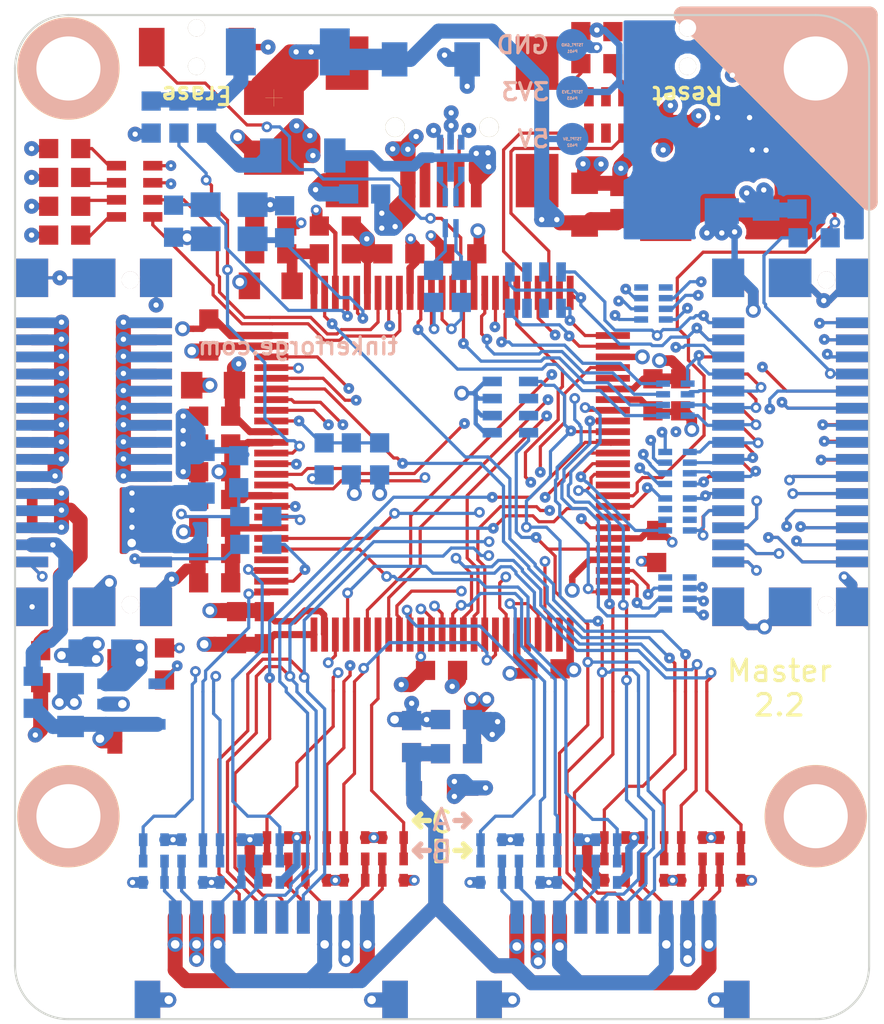
<source format=kicad_pcb>
(kicad_pcb (version 4) (host pcbnew 4.0.6-e0-6349~53~ubuntu16.04.1)
  (title_block (title "XMC-EMV Test Board") (date 2017-03-17) (rev 1.0) (company "Tinkerforge GmbH") (comment 1 "Licensed under CERN OHL v.1.1") (comment 2 "Copyright (©) 2017, L.Lauer <lukas@tinkerforge.com>"))
  (layers (0 Vorderseite signal) (1 GND signal) (2 VCC signal) (31 Rückseite signal) (34 B.Paste user) (35 F.Paste user) (36 B.SilkS user) (37 F.SilkS user) (38 B.Mask user) (39 F.Mask user) (44 Edge.Cuts user))
  (net 0 "")
  (net 1 3V3)
  (net 2 3V3-EN)
  (net 3 BRICKLET-I2C-SCL)
  (net 4 BRICKLET-I2C-SDA)
  (net 5 BRICKLET-IO0_0/AD0)
  (net 6 BRICKLET-IO0_1)
  (net 7 BRICKLET-IO0_2/PWM0)
  (net 8 BRICKLET-IO0_3)
  (net 9 BRICKLET-IO1_0/AD1)
  (net 10 BRICKLET-IO1_1)
  (net 11 BRICKLET-IO1_2/PWM1)
  (net 12 BRICKLET-IO1_3)
  (net 13 BRICKLET-IO2_0/AD2)
  (net 14 BRICKLET-IO2_1/DA0)
  (net 15 BRICKLET-IO2_2/PWM2)
  (net 16 BRICKLET-IO2_3)
  (net 17 BRICKLET-IO3_0/AD3)
  (net 18 BRICKLET-IO3_1/DA1)
  (net 19 BRICKLET-IO3_2/PWM3)
  (net 20 BRICKLET-IO3_3)
  (net 21 BRICKLET-SEL-0)
  (net 22 BRICKLET-SEL-1)
  (net 23 BRICKLET-SEL-2)
  (net 24 BRICKLET-SEL-3)
  (net 25 GND)
  (net 26 LED1)
  (net 27 LED2)
  (net 28 LED3)
  (net 29 LED4)
  (net 30 "Net-(C102-Pad1)")
  (net 31 "Net-(C413-Pad1)")
  (net 32 "Net-(C422-Pad1)")
  (net 33 "Net-(C423-Pad1)")
  (net 34 "Net-(D101-Pad2)")
  (net 35 "Net-(D102-Pad2)")
  (net 36 "Net-(D103-Pad2)")
  (net 37 "Net-(D104-Pad2)")
  (net 38 "Net-(D105-Pad2)")
  (net 39 "Net-(D106-Pad2)")
  (net 40 "Net-(F101-Pad1)")
  (net 41 "Net-(FB101-Pad2)")
  (net 42 "Net-(FB301-Pad1)")
  (net 43 "Net-(J101-Pad2)")
  (net 44 "Net-(J101-Pad3)")
  (net 45 "Net-(J303-Pad1)")
  (net 46 "Net-(J303-Pad10)")
  (net 47 "Net-(J303-Pad29)")
  (net 48 "Net-(J303-Pad30)")
  (net 49 "Net-(L101-Pad1)")
  (net 50 "Net-(L101-Pad2)")
  (net 51 "Net-(L101-Pad3)")
  (net 52 "Net-(L101-Pad4)")
  (net 53 "Net-(R101-Pad2)")
  (net 54 "Net-(R102-Pad2)")
  (net 55 "Net-(RP101-Pad5)")
  (net 56 "Net-(RP101-Pad8)")
  (net 57 "Net-(SW102-Pad1)")
  (net 58 SCL-PULLUP)
  (net 59 SDA-PULLUP)
  (net 60 STACK-CURRENT)
  (net 61 STACK-EX-0-GP00)
  (net 62 STACK-EX-0-GP01)
  (net 63 STACK-EX-0-GP02)
  (net 64 STACK-EX-1-GP00)
  (net 65 STACK-EX-1-GP01)
  (net 66 STACK-EX-1-GP02)
  (net 67 STACK-HIGH/JTAG-TMS)
  (net 68 STACK-I2C-SCL/JTAG-TDO)
  (net 69 STACK-I2C-SDA/JTAG-TDI)
  (net 70 STACK-MASTER-DETECT)
  (net 71 STACK-RESET)
  (net 72 STACK-SELECT-00)
  (net 73 STACK-SELECT-01)
  (net 74 STACK-SELECT-02)
  (net 75 STACK-SELECT-03)
  (net 76 STACK-SELECT-04)
  (net 77 STACK-SELECT-05)
  (net 78 STACK-SELECT-06)
  (net 79 STACK-SELECT-07)
  (net 80 STACK-SELECT-EX-00)
  (net 81 STACK-SELECT-EX-01)
  (net 82 STACK-SER-RXD)
  (net 83 STACK-SER-SCK)
  (net 84 STACK-SER-TXD)
  (net 85 STACK-SER2-RTS)
  (net 86 STACK-SER2-RXD)
  (net 87 STACK-SER2-TXD)
  (net 88 STACK-SPI-MISO)
  (net 89 STACK-SPI-MOSI)
  (net 90 STACK-SPI-SCLK)
  (net 91 STACK-SPI-SELECT)
  (net 92 STACK-SYNC/JTAG-TCK)
  (net 93 STACK-VOLTAGE)
  (net 94 USB-DETECT)
  (net 95 VPP)
  (net 96 VSTACK)
  (net 97 VUSB)
  (net 98 XIN)
  (net 99 XOUT)
  (net 100 "Net-(J301-Pad7)")
  (net 101 "Net-(FB302-Pad2)")
  (net 102 "Net-(FB303-Pad1)")
  (net 103 "Net-(F101-Pad2)")
  (net 104 "Net-(C101-Pad1)")
  (net 105 "Net-(C203-Pad2)")
  (net 106 "Net-(C204-Pad2)")
  (net 107 "Net-(J301-Pad17)")
  (net 108 "Net-(J301-Pad15)")
  (net 109 "Net-(J301-Pad13)")
  (net 110 "Net-(J301-Pad5)")
  (net 111 "Net-(J301-Pad3)")
  (net 112 "Net-(J301-Pad1)")
  (net 113 "Net-(J301-Pad6)")
  (net 114 "Net-(J301-Pad8)")
  (net 115 "Net-(J301-Pad10)")
  (net 116 "Net-(J301-Pad12)")
  (net 117 "Net-(J301-Pad14)")
  (net 118 "Net-(J301-Pad16)")
  (net 119 "Net-(J301-Pad18)")
  (net 120 "Net-(J301-Pad20)")
  (net 121 "Net-(J301-Pad22)")
  (net 122 "Net-(J301-Pad24)")
  (net 123 "Net-(C209-Pad2)")
  (net 124 "Net-(C210-Pad2)")
  (net 125 "Net-(C211-Pad2)")
  (net 126 "Net-(C212-Pad2)")
  (net 127 "Net-(C225-Pad2)")
  (net 128 "Net-(C226-Pad2)")
  (net 129 "Net-(C227-Pad2)")
  (net 130 "Net-(C228-Pad2)")
  (net 131 "Net-(C229-Pad2)")
  (net 132 "Net-(C230-Pad2)")
  (net 133 "Net-(C231-Pad2)")
  (net 134 "Net-(C232-Pad2)")
  (net 135 "Net-(C233-Pad2)")
  (net 136 "Net-(C234-Pad2)")
  (net 137 "Net-(C235-Pad2)")
  (net 138 "Net-(C236-Pad2)")
  (module 0402 (layer Rückseite) (at 135.625 115.525 180)
    (fp_text reference C211)
    (fp_text value C)
    (pad 1 smd rect (at -0.50038 0 180) (size 0.39878 0.59944) (layers Rückseite B.Paste B.Mask) (net 25 GND))
    (pad 2 smd rect (at 0.50038 0 180) (size 0.39878 0.59944) (layers Rückseite B.Paste B.Mask) (net 125 "Net-(C211-Pad2)"))
  )
  (module 0402 (layer Rückseite) (at 155.025 115.525 180)
    (fp_text reference C225)
    (fp_text value C)
    (pad 1 smd rect (at -0.50038 0 180) (size 0.39878 0.59944) (layers Rückseite B.Paste B.Mask) (net 25 GND))
    (pad 2 smd rect (at 0.50038 0 180) (size 0.39878 0.59944) (layers Rückseite B.Paste B.Mask) (net 127 "Net-(C225-Pad2)"))
  )
  (module BTB08-ACS-TOP (layer Vorderseite) (at 163.625 94.925 90)
    (fp_text reference J301)
    (fp_text value STACK-UP-LOW)
    (pad 29 smd rect (at -5.59816 2.89814 270) (size 0.49784 1.4986) (layers Vorderseite F.Paste F.Mask) (net 66 STACK-EX-1-GP02))
    (pad 27 smd rect (at -4.79806 2.89814 270) (size 0.49784 1.4986) (layers Vorderseite F.Paste F.Mask) (net 65 STACK-EX-1-GP01))
    (pad 25 smd rect (at -3.99796 2.89814 270) (size 0.49784 1.4986) (layers Vorderseite F.Paste F.Mask) (net 64 STACK-EX-1-GP00))
    (pad 23 smd rect (at -3.19786 2.89814 270) (size 0.49784 1.4986) (layers Vorderseite F.Paste F.Mask) (net 63 STACK-EX-0-GP02))
    (pad 21 smd rect (at -2.39776 2.89814 270) (size 0.49784 1.4986) (layers Vorderseite F.Paste F.Mask) (net 62 STACK-EX-0-GP01))
    (pad 19 smd rect (at -1.59766 2.89814 270) (size 0.49784 1.4986) (layers Vorderseite F.Paste F.Mask) (net 61 STACK-EX-0-GP00))
    (pad 17 smd rect (at -0.79756 2.89814 270) (size 0.49784 1.4986) (layers Vorderseite F.Paste F.Mask) (net 107 "Net-(J301-Pad17)"))
    (pad 15 smd rect (at 0 2.89814 270) (size 0.49784 1.4986) (layers Vorderseite F.Paste F.Mask) (net 108 "Net-(J301-Pad15)"))
    (pad 13 smd rect (at 0.79756 2.89814 270) (size 0.49784 1.4986) (layers Vorderseite F.Paste F.Mask) (net 109 "Net-(J301-Pad13)"))
    (pad 11 smd rect (at 1.59766 2.89814 270) (size 0.49784 1.4986) (layers Vorderseite F.Paste F.Mask) (net 92 STACK-SYNC/JTAG-TCK))
    (pad 9 smd rect (at 2.39776 2.89814 270) (size 0.49784 1.4986) (layers Vorderseite F.Paste F.Mask) (net 67 STACK-HIGH/JTAG-TMS))
    (pad 7 smd rect (at 3.19786 2.89814 270) (size 0.49784 1.4986) (layers Vorderseite F.Paste F.Mask) (net 100 "Net-(J301-Pad7)"))
    (pad 5 smd rect (at 3.99796 2.89814 270) (size 0.49784 1.4986) (layers Vorderseite F.Paste F.Mask) (net 110 "Net-(J301-Pad5)"))
    (pad 3 smd rect (at 4.79806 2.89814 270) (size 0.49784 1.4986) (layers Vorderseite F.Paste F.Mask) (net 111 "Net-(J301-Pad3)"))
    (pad 1 smd rect (at 5.59816 2.89814 270) (size 0.49784 1.4986) (layers Vorderseite F.Paste F.Mask) (net 112 "Net-(J301-Pad1)"))
    (pad 2 smd rect (at 5.59816 -2.89814 90) (size 0.49784 1.4986) (layers Vorderseite F.Paste F.Mask) (net 69 STACK-I2C-SDA/JTAG-TDI))
    (pad 4 smd rect (at 4.79806 -2.89814 90) (size 0.49784 1.4986) (layers Vorderseite F.Paste F.Mask) (net 68 STACK-I2C-SCL/JTAG-TDO))
    (pad 6 smd rect (at 3.99796 -2.89814 90) (size 0.49784 1.4986) (layers Vorderseite F.Paste F.Mask) (net 113 "Net-(J301-Pad6)"))
    (pad 8 smd rect (at 3.19786 -2.89814 90) (size 0.49784 1.4986) (layers Vorderseite F.Paste F.Mask) (net 114 "Net-(J301-Pad8)"))
    (pad 10 smd rect (at 2.39776 -2.89814 90) (size 0.49784 1.4986) (layers Vorderseite F.Paste F.Mask) (net 115 "Net-(J301-Pad10)"))
    (pad 12 smd rect (at 1.59766 -2.89814 90) (size 0.49784 1.4986) (layers Vorderseite F.Paste F.Mask) (net 116 "Net-(J301-Pad12)"))
    (pad 14 smd rect (at 0.79756 -2.89814 90) (size 0.49784 1.4986) (layers Vorderseite F.Paste F.Mask) (net 117 "Net-(J301-Pad14)"))
    (pad 16 smd rect (at 0 -2.89814 90) (size 0.49784 1.4986) (layers Vorderseite F.Paste F.Mask) (net 118 "Net-(J301-Pad16)"))
    (pad 18 smd rect (at -0.79756 -2.89814 90) (size 0.49784 1.4986) (layers Vorderseite F.Paste F.Mask) (net 119 "Net-(J301-Pad18)"))
    (pad 20 smd rect (at -1.59766 -2.89814 90) (size 0.49784 1.4986) (layers Vorderseite F.Paste F.Mask) (net 120 "Net-(J301-Pad20)"))
    (pad 22 smd rect (at -2.39776 -2.89814 90) (size 0.49784 1.4986) (layers Vorderseite F.Paste F.Mask) (net 121 "Net-(J301-Pad22)"))
    (pad 24 smd rect (at -3.19786 -2.89814 90) (size 0.49784 1.4986) (layers Vorderseite F.Paste F.Mask) (net 122 "Net-(J301-Pad24)"))
    (pad 26 smd rect (at -3.99796 -2.89814 90) (size 0.49784 1.4986) (layers Vorderseite F.Paste F.Mask) (net 86 STACK-SER2-RXD))
    (pad 28 smd rect (at -4.79806 -2.89814 90) (size 0.49784 1.4986) (layers Vorderseite F.Paste F.Mask) (net 87 STACK-SER2-TXD))
    (pad 30 smd rect (at -5.59816 -2.89814 90) (size 0.49784 1.4986) (layers Vorderseite F.Paste F.Mask) (net 85 STACK-SER2-RTS))
    (pad EP smd rect (at 7.69874 -2.90068 90) (size 1.80086 1.50114) (layers Vorderseite F.Paste F.Mask) (net 25 GND))
    (pad EP smd rect (at 7.69874 2.90068 90) (size 1.80086 1.50114) (layers Vorderseite F.Paste F.Mask) (net 25 GND))
    (pad EP smd rect (at -7.69874 2.90068 90) (size 1.80086 1.50114) (layers Vorderseite F.Paste F.Mask) (net 25 GND))
    (pad EP smd rect (at -7.69874 -2.90068 90) (size 1.80086 1.50114) (layers Vorderseite F.Paste F.Mask) (net 25 GND))
    (pad EP smd rect (at 7.69874 0 90) (size 1.80086 1.99898) (layers Vorderseite F.Paste F.Mask) (net 25 GND))
    (pad EP smd rect (at -7.69874 0 90) (size 1.80086 1.99898) (layers Vorderseite F.Paste F.Mask) (net 25 GND))
    (pad "" thru_hole circle (at 7.59968 1.69926 90) (size 0.8001 0.8001) (drill 0.8001) (layers *.Cu *.Mask F.SilkS))
    (pad "" thru_hole circle (at -7.59968 1.69926 90) (size 0.8001 0.8001) (drill 0.8001) (layers *.Cu *.Mask F.SilkS))
  )
  (module LQFP100 (layer Vorderseite) (at 147.325 95.925 270)
    (fp_text reference U101)
    (fp_text value AT91SAM3SXC)
    (pad 1 smd rect (at -5.99948 7.99846 90) (size 0.3175 1.59766) (layers Vorderseite F.Paste F.Mask) (net 1 3V3))
    (pad 2 smd rect (at -5.4991 7.99846 90) (size 0.3175 1.59766) (layers Vorderseite F.Paste F.Mask) (net 25 GND))
    (pad 3 smd rect (at -4.99872 7.99846 90) (size 0.3175 1.59766) (layers Vorderseite F.Paste F.Mask) (net 76 STACK-SELECT-04))
    (pad 4 smd rect (at -4.49834 7.99846 90) (size 0.3175 1.59766) (layers Vorderseite F.Paste F.Mask) (net 13 BRICKLET-IO2_0/AD2))
    (pad 5 smd rect (at -3.99796 7.99846 90) (size 0.3175 1.59766) (layers Vorderseite F.Paste F.Mask) (net 77 STACK-SELECT-05))
    (pad 6 smd rect (at -3.49758 7.99846 90) (size 0.3175 1.59766) (layers Vorderseite F.Paste F.Mask) (net 17 BRICKLET-IO3_0/AD3))
    (pad 7 smd rect (at -2.99974 7.99846 90) (size 0.3175 1.59766) (layers Vorderseite F.Paste F.Mask) (net 78 STACK-SELECT-06))
    (pad 8 smd rect (at -2.49936 7.99846 90) (size 0.3175 1.59766) (layers Vorderseite F.Paste F.Mask) (net 79 STACK-SELECT-07))
    (pad 9 smd rect (at -1.99898 7.99846 90) (size 0.3175 1.59766) (layers Vorderseite F.Paste F.Mask) (net 104 "Net-(C101-Pad1)"))
    (pad 10 smd rect (at -1.4986 7.99846 90) (size 0.3175 1.59766) (layers Vorderseite F.Paste F.Mask) (net 1 3V3))
    (pad 11 smd rect (at -0.99822 7.99846 90) (size 0.3175 1.59766) (layers Vorderseite F.Paste F.Mask) (net 31 "Net-(C413-Pad1)"))
    (pad 12 smd rect (at -0.49784 7.99846 90) (size 0.3175 1.59766) (layers Vorderseite F.Paste F.Mask) (net 94 USB-DETECT))
    (pad 13 smd rect (at 0 7.99846 90) (size 0.3175 1.59766) (layers Vorderseite F.Paste F.Mask) (net 28 LED3))
    (pad 14 smd rect (at 0.49784 7.99846 90) (size 0.3175 1.59766) (layers Vorderseite F.Paste F.Mask) (net 70 STACK-MASTER-DETECT))
    (pad 15 smd rect (at 0.99822 7.99846 90) (size 0.3175 1.59766) (layers Vorderseite F.Paste F.Mask) (net 86 STACK-SER2-RXD))
    (pad 16 smd rect (at 1.4986 7.99846 90) (size 0.3175 1.59766) (layers Vorderseite F.Paste F.Mask) (net 31 "Net-(C413-Pad1)"))
    (pad 17 smd rect (at 1.99898 7.99846 90) (size 0.3175 1.59766) (layers Vorderseite F.Paste F.Mask) (net 29 LED4))
    (pad 18 smd rect (at 2.49936 7.99846 90) (size 0.3175 1.59766) (layers Vorderseite F.Paste F.Mask) (net 93 STACK-VOLTAGE))
    (pad 19 smd rect (at 2.99974 7.99846 90) (size 0.3175 1.59766) (layers Vorderseite F.Paste F.Mask) (net 30 "Net-(C102-Pad1)"))
    (pad 20 smd rect (at 3.49758 7.99846 90) (size 0.3175 1.59766) (layers Vorderseite F.Paste F.Mask) (net 87 STACK-SER2-TXD))
    (pad 21 smd rect (at 3.99796 7.99846 90) (size 0.3175 1.59766) (layers Vorderseite F.Paste F.Mask) (net 9 BRICKLET-IO1_0/AD1))
    (pad 22 smd rect (at 4.49834 7.99846 90) (size 0.3175 1.59766) (layers Vorderseite F.Paste F.Mask))
    (pad 23 smd rect (at 4.99872 7.99846 90) (size 0.3175 1.59766) (layers Vorderseite F.Paste F.Mask) (net 5 BRICKLET-IO0_0/AD0))
    (pad 24 smd rect (at 5.4991 7.99846 90) (size 0.3175 1.59766) (layers Vorderseite F.Paste F.Mask) (net 60 STACK-CURRENT))
    (pad 25 smd rect (at 5.99948 7.99846 90) (size 0.3175 1.59766) (layers Vorderseite F.Paste F.Mask) (net 7 BRICKLET-IO0_2/PWM0))
    (pad 26 smd rect (at 7.99846 5.99948 180) (size 0.3175 1.59766) (layers Vorderseite F.Paste F.Mask) (net 25 GND))
    (pad 27 smd rect (at 7.99846 5.4991 180) (size 0.3175 1.59766) (layers Vorderseite F.Paste F.Mask) (net 1 3V3))
    (pad 28 smd rect (at 7.99846 4.99872 180) (size 0.3175 1.59766) (layers Vorderseite F.Paste F.Mask) (net 2 3V3-EN))
    (pad 29 smd rect (at 7.99846 4.49834 180) (size 0.3175 1.59766) (layers Vorderseite F.Paste F.Mask) (net 20 BRICKLET-IO3_3))
    (pad 30 smd rect (at 7.99846 3.99796 180) (size 0.3175 1.59766) (layers Vorderseite F.Paste F.Mask))
    (pad 31 smd rect (at 7.99846 3.49758 180) (size 0.3175 1.59766) (layers Vorderseite F.Paste F.Mask) (net 90 STACK-SPI-SCLK))
    (pad 32 smd rect (at 7.99846 2.99974 180) (size 0.3175 1.59766) (layers Vorderseite F.Paste F.Mask) (net 16 BRICKLET-IO2_3))
    (pad 33 smd rect (at 7.99846 2.49936 180) (size 0.3175 1.59766) (layers Vorderseite F.Paste F.Mask) (net 89 STACK-SPI-MOSI))
    (pad 34 smd rect (at 7.99846 1.99898 180) (size 0.3175 1.59766) (layers Vorderseite F.Paste F.Mask) (net 85 STACK-SER2-RTS))
    (pad 35 smd rect (at 7.99846 1.4986 180) (size 0.3175 1.59766) (layers Vorderseite F.Paste F.Mask) (net 12 BRICKLET-IO1_3))
    (pad 36 smd rect (at 7.99846 0.99822 180) (size 0.3175 1.59766) (layers Vorderseite F.Paste F.Mask) (net 31 "Net-(C413-Pad1)"))
    (pad 37 smd rect (at 7.99846 0.49784 180) (size 0.3175 1.59766) (layers Vorderseite F.Paste F.Mask) (net 8 BRICKLET-IO0_3))
    (pad 38 smd rect (at 7.99846 0 180) (size 0.3175 1.59766) (layers Vorderseite F.Paste F.Mask) (net 6 BRICKLET-IO0_1))
    (pad 39 smd rect (at 7.99846 -0.49784 180) (size 0.3175 1.59766) (layers Vorderseite F.Paste F.Mask) (net 10 BRICKLET-IO1_1))
    (pad 40 smd rect (at 7.99846 -0.99822 180) (size 0.3175 1.59766) (layers Vorderseite F.Paste F.Mask) (net 19 BRICKLET-IO3_2/PWM3))
    (pad 41 smd rect (at 7.99846 -1.4986 180) (size 0.3175 1.59766) (layers Vorderseite F.Paste F.Mask) (net 88 STACK-SPI-MISO))
    (pad 42 smd rect (at 7.99846 -1.99898 180) (size 0.3175 1.59766) (layers Vorderseite F.Paste F.Mask) (net 91 STACK-SPI-SELECT))
    (pad 43 smd rect (at 7.99846 -2.49936 180) (size 0.3175 1.59766) (layers Vorderseite F.Paste F.Mask) (net 15 BRICKLET-IO2_2/PWM2))
    (pad 44 smd rect (at 7.99846 -2.99974 180) (size 0.3175 1.59766) (layers Vorderseite F.Paste F.Mask) (net 62 STACK-EX-0-GP01))
    (pad 45 smd rect (at 7.99846 -3.49758 180) (size 0.3175 1.59766) (layers Vorderseite F.Paste F.Mask) (net 25 GND))
    (pad 46 smd rect (at 7.99846 -3.99796 180) (size 0.3175 1.59766) (layers Vorderseite F.Paste F.Mask))
    (pad 47 smd rect (at 7.99846 -4.49834 180) (size 0.3175 1.59766) (layers Vorderseite F.Paste F.Mask) (net 11 BRICKLET-IO1_2/PWM1))
    (pad 48 smd rect (at 7.99846 -4.99872 180) (size 0.3175 1.59766) (layers Vorderseite F.Paste F.Mask) (net 61 STACK-EX-0-GP00))
    (pad 49 smd rect (at 7.99846 -5.4991 180) (size 0.3175 1.59766) (layers Vorderseite F.Paste F.Mask))
    (pad 50 smd rect (at 7.99846 -5.99948 180) (size 0.3175 1.59766) (layers Vorderseite F.Paste F.Mask) (net 1 3V3))
    (pad 51 smd rect (at 5.99948 -7.99846 270) (size 0.3175 1.59766) (layers Vorderseite F.Paste F.Mask) (net 69 STACK-I2C-SDA/JTAG-TDI))
    (pad 52 smd rect (at 5.4991 -7.99846 270) (size 0.3175 1.59766) (layers Vorderseite F.Paste F.Mask) (net 84 STACK-SER-TXD))
    (pad 53 smd rect (at 4.99872 -7.99846 270) (size 0.3175 1.59766) (layers Vorderseite F.Paste F.Mask) (net 82 STACK-SER-RXD))
    (pad 54 smd rect (at 4.49834 -7.99846 270) (size 0.3175 1.59766) (layers Vorderseite F.Paste F.Mask) (net 1 3V3))
    (pad 55 smd rect (at 3.99796 -7.99846 270) (size 0.3175 1.59766) (layers Vorderseite F.Paste F.Mask) (net 3 BRICKLET-I2C-SCL))
    (pad 56 smd rect (at 3.49758 -7.99846 270) (size 0.3175 1.59766) (layers Vorderseite F.Paste F.Mask) (net 31 "Net-(C413-Pad1)"))
    (pad 57 smd rect (at 2.99974 -7.99846 270) (size 0.3175 1.59766) (layers Vorderseite F.Paste F.Mask) (net 63 STACK-EX-0-GP02))
    (pad 58 smd rect (at 2.49936 -7.99846 270) (size 0.3175 1.59766) (layers Vorderseite F.Paste F.Mask) (net 21 BRICKLET-SEL-0))
    (pad 59 smd rect (at 1.99898 -7.99846 270) (size 0.3175 1.59766) (layers Vorderseite F.Paste F.Mask) (net 80 STACK-SELECT-EX-00))
    (pad 60 smd rect (at 1.4986 -7.99846 270) (size 0.3175 1.59766) (layers Vorderseite F.Paste F.Mask) (net 71 STACK-RESET))
    (pad 61 smd rect (at 0.99822 -7.99846 270) (size 0.3175 1.59766) (layers Vorderseite F.Paste F.Mask))
    (pad 62 smd rect (at 0.49784 -7.99846 270) (size 0.3175 1.59766) (layers Vorderseite F.Paste F.Mask) (net 22 BRICKLET-SEL-1))
    (pad 63 smd rect (at 0 -7.99846 270) (size 0.3175 1.59766) (layers Vorderseite F.Paste F.Mask) (net 81 STACK-SELECT-EX-01))
    (pad 64 smd rect (at -0.49784 -7.99846 270) (size 0.3175 1.59766) (layers Vorderseite F.Paste F.Mask) (net 65 STACK-EX-1-GP01))
    (pad 65 smd rect (at -0.99822 -7.99846 270) (size 0.3175 1.59766) (layers Vorderseite F.Paste F.Mask) (net 23 BRICKLET-SEL-2))
    (pad 66 smd rect (at -1.4986 -7.99846 270) (size 0.3175 1.59766) (layers Vorderseite F.Paste F.Mask) (net 4 BRICKLET-I2C-SDA))
    (pad 67 smd rect (at -1.99898 -7.99846 270) (size 0.3175 1.59766) (layers Vorderseite F.Paste F.Mask) (net 83 STACK-SER-SCK))
    (pad 68 smd rect (at -2.49936 -7.99846 270) (size 0.3175 1.59766) (layers Vorderseite F.Paste F.Mask) (net 24 BRICKLET-SEL-3))
    (pad 69 smd rect (at -2.99974 -7.99846 270) (size 0.3175 1.59766) (layers Vorderseite F.Paste F.Mask) (net 1 3V3))
    (pad 70 smd rect (at -3.49758 -7.99846 270) (size 0.3175 1.59766) (layers Vorderseite F.Paste F.Mask) (net 25 GND))
    (pad 71 smd rect (at -3.99796 -7.99846 270) (size 0.3175 1.59766) (layers Vorderseite F.Paste F.Mask))
    (pad 72 smd rect (at -4.49834 -7.99846 270) (size 0.3175 1.59766) (layers Vorderseite F.Paste F.Mask) (net 64 STACK-EX-1-GP00))
    (pad 73 smd rect (at -4.99872 -7.99846 270) (size 0.3175 1.59766) (layers Vorderseite F.Paste F.Mask) (net 25 GND))
    (pad 74 smd rect (at -5.4991 -7.99846 270) (size 0.3175 1.59766) (layers Vorderseite F.Paste F.Mask) (net 58 SCL-PULLUP))
    (pad 75 smd rect (at -5.99948 -7.99846 270) (size 0.3175 1.59766) (layers Vorderseite F.Paste F.Mask) (net 59 SDA-PULLUP))
    (pad 76 smd rect (at -7.99846 -5.99948) (size 0.3175 1.59766) (layers Vorderseite F.Paste F.Mask) (net 68 STACK-I2C-SCL/JTAG-TDO))
    (pad 77 smd rect (at -7.99846 -5.4991) (size 0.3175 1.59766) (layers Vorderseite F.Paste F.Mask))
    (pad 78 smd rect (at -7.99846 -4.99872) (size 0.3175 1.59766) (layers Vorderseite F.Paste F.Mask) (net 56 "Net-(RP101-Pad8)"))
    (pad 79 smd rect (at -7.99846 -4.49834) (size 0.3175 1.59766) (layers Vorderseite F.Paste F.Mask) (net 67 STACK-HIGH/JTAG-TMS))
    (pad 80 smd rect (at -7.99846 -3.99796) (size 0.3175 1.59766) (layers Vorderseite F.Paste F.Mask) (net 55 "Net-(RP101-Pad5)"))
    (pad 81 smd rect (at -7.99846 -3.49758) (size 0.3175 1.59766) (layers Vorderseite F.Paste F.Mask) (net 66 STACK-EX-1-GP02))
    (pad 82 smd rect (at -7.99846 -2.99974) (size 0.3175 1.59766) (layers Vorderseite F.Paste F.Mask) (net 72 STACK-SELECT-00))
    (pad 83 smd rect (at -7.99846 -2.49936) (size 0.3175 1.59766) (layers Vorderseite F.Paste F.Mask) (net 92 STACK-SYNC/JTAG-TCK))
    (pad 84 smd rect (at -7.99846 -1.99898) (size 0.3175 1.59766) (layers Vorderseite F.Paste F.Mask) (net 73 STACK-SELECT-01))
    (pad 85 smd rect (at -7.99846 -1.4986) (size 0.3175 1.59766) (layers Vorderseite F.Paste F.Mask) (net 31 "Net-(C413-Pad1)"))
    (pad 86 smd rect (at -7.99846 -0.99822) (size 0.3175 1.59766) (layers Vorderseite F.Paste F.Mask) (net 74 STACK-SELECT-02))
    (pad 87 smd rect (at -7.99846 -0.49784) (size 0.3175 1.59766) (layers Vorderseite F.Paste F.Mask) (net 57 "Net-(SW102-Pad1)"))
    (pad 88 smd rect (at -7.99846 0) (size 0.3175 1.59766) (layers Vorderseite F.Paste F.Mask) (net 53 "Net-(R101-Pad2)"))
    (pad 89 smd rect (at -7.99846 0.49784) (size 0.3175 1.59766) (layers Vorderseite F.Paste F.Mask) (net 54 "Net-(R102-Pad2)"))
    (pad 90 smd rect (at -7.99846 0.99822) (size 0.3175 1.59766) (layers Vorderseite F.Paste F.Mask) (net 75 STACK-SELECT-03))
    (pad 91 smd rect (at -7.99846 1.4986) (size 0.3175 1.59766) (layers Vorderseite F.Paste F.Mask) (net 1 3V3))
    (pad 92 smd rect (at -7.99846 1.99898) (size 0.3175 1.59766) (layers Vorderseite F.Paste F.Mask) (net 26 LED1))
    (pad 93 smd rect (at -7.99846 2.49936) (size 0.3175 1.59766) (layers Vorderseite F.Paste F.Mask) (net 14 BRICKLET-IO2_1/DA0))
    (pad 94 smd rect (at -7.99846 2.99974) (size 0.3175 1.59766) (layers Vorderseite F.Paste F.Mask) (net 27 LED2))
    (pad 95 smd rect (at -7.99846 3.49758) (size 0.3175 1.59766) (layers Vorderseite F.Paste F.Mask) (net 25 GND))
    (pad 96 smd rect (at -7.99846 3.99796) (size 0.3175 1.59766) (layers Vorderseite F.Paste F.Mask) (net 99 XOUT))
    (pad 97 smd rect (at -7.99846 4.49834) (size 0.3175 1.59766) (layers Vorderseite F.Paste F.Mask) (net 98 XIN))
    (pad 98 smd rect (at -7.99846 4.99872) (size 0.3175 1.59766) (layers Vorderseite F.Paste F.Mask) (net 1 3V3))
    (pad 99 smd rect (at -7.99846 5.4991) (size 0.3175 1.59766) (layers Vorderseite F.Paste F.Mask) (net 18 BRICKLET-IO3_1/DA1))
    (pad 100 smd rect (at -7.99846 5.99948) (size 0.3175 1.59766) (layers Vorderseite F.Paste F.Mask) (net 33 "Net-(C423-Pad1)"))
  )
  (module C0603F (layer Vorderseite) (at 136.4 89.9 270)
    (fp_text reference C424)
    (fp_text value 100nF)
    (pad 1 smd rect (at -0.75 0 270) (size 0.9 0.9) (layers Vorderseite F.Paste F.Mask) (net 1 3V3))
    (pad 2 smd rect (at 0.75 0 270) (size 0.9 0.9) (layers Vorderseite F.Paste F.Mask) (net 25 GND))
  )
  (module C0603F (layer Vorderseite) (at 145.9 108.7 270)
    (fp_text reference C203)
    (fp_text value 1µF)
    (pad 1 smd rect (at -0.75 0 270) (size 0.9 0.9) (layers Vorderseite F.Paste F.Mask) (net 25 GND))
    (pad 2 smd rect (at 0.75 0 270) (size 0.9 0.9) (layers Vorderseite F.Paste F.Mask) (net 105 "Net-(C203-Pad2)"))
  )
  (module C0603F (layer Rückseite) (at 145.9 108.7 270)
    (fp_text reference C204)
    (fp_text value 1µF)
    (pad 1 smd rect (at -0.75 0 270) (size 0.9 0.9) (layers Rückseite B.Paste B.Mask) (net 25 GND))
    (pad 2 smd rect (at 0.75 0 270) (size 0.9 0.9) (layers Rückseite B.Paste B.Mask) (net 106 "Net-(C204-Pad2)"))
  )
  (module C0805 (layer Vorderseite) (at 136.6 92.25 180)
    (fp_text reference C401)
    (fp_text value 10µF/10V)
    (pad 1 smd rect (at -1.00076 0 180) (size 1.00076 1.24968) (layers Vorderseite F.Paste F.Mask) (net 1 3V3) (clearance 0.14986))
    (pad 2 smd rect (at 1.00076 0 180) (size 1.00076 1.24968) (layers Vorderseite F.Paste F.Mask) (net 25 GND) (clearance 0.14986))
  )
  (module 3528-21 (layer Vorderseite) (at 139.45 80.2 270)
    (fp_text reference C403)
    (fp_text value 100µF)
    (pad 1 smd rect (at -1.40048 0 270) (size 1.59954 2.79908) (layers Vorderseite F.Paste F.Mask) (net 96 VSTACK) (clearance 0.14986))
    (pad 2 smd rect (at 1.40048 0 270) (size 1.59954 2.79908) (layers Vorderseite F.Paste F.Mask) (net 25 GND) (clearance 0.14986))
  )
  (module C0805 (layer Vorderseite) (at 154 83.8 90)
    (fp_text reference C407)
    (fp_text value 10µF/10V)
    (pad 1 smd rect (at -1.00076 0 90) (size 1.00076 1.24968) (layers Vorderseite F.Paste F.Mask) (net 96 VSTACK) (clearance 0.14986))
    (pad 2 smd rect (at 1.00076 0 90) (size 1.00076 1.24968) (layers Vorderseite F.Paste F.Mask) (net 25 GND) (clearance 0.14986))
  )
  (module C0805 (layer Rückseite) (at 162.5 83.05 270)
    (fp_text reference C415)
    (fp_text value 10µF/10V)
    (pad 1 smd rect (at -1.00076 0 270) (size 1.00076 1.24968) (layers Rückseite B.Paste B.Mask) (net 1 3V3) (clearance 0.14986))
    (pad 2 smd rect (at 1.00076 0 270) (size 1.00076 1.24968) (layers Rückseite B.Paste B.Mask) (net 25 GND) (clearance 0.14986))
  )
  (module C0805 (layer Rückseite) (at 131.325 104.775 180)
    (fp_text reference C421)
    (fp_text value 10µF/10V)
    (pad 1 smd rect (at -1.00076 0 180) (size 1.00076 1.24968) (layers Rückseite B.Paste B.Mask) (net 1 3V3) (clearance 0.14986))
    (pad 2 smd rect (at 1.00076 0 180) (size 1.00076 1.24968) (layers Rückseite B.Paste B.Mask) (net 25 GND) (clearance 0.14986))
  )
  (module C0805 (layer Rückseite) (at 129.925 107.225 90)
    (fp_text reference C425)
    (fp_text value 10µF/10V)
    (pad 1 smd rect (at -1.00076 0 90) (size 1.00076 1.24968) (layers Rückseite B.Paste B.Mask) (net 95 VPP) (clearance 0.14986))
    (pad 2 smd rect (at 1.00076 0 90) (size 1.00076 1.24968) (layers Rückseite B.Paste B.Mask) (net 25 GND) (clearance 0.14986))
  )
  (module SOD-323 (layer Vorderseite) (at 147.325 111.125 180)
    (fp_text reference D201)
    (fp_text value ESD5V0D3B-TP)
    (pad 1 smd rect (at -1.3208 0 180) (size 0.762 0.6858) (layers Vorderseite F.Paste F.Mask) (net 25 GND))
    (pad 2 smd rect (at 1.3208 0 180) (size 0.762 0.6858) (layers Vorderseite F.Paste F.Mask) (net 105 "Net-(C203-Pad2)"))
  )
  (module SOD-323 (layer Rückseite) (at 147.325 111.125 180)
    (fp_text reference D202)
    (fp_text value ESD3V3D3B-TP)
    (pad 1 smd rect (at -1.3208 0 180) (size 0.762 0.6858) (layers Rückseite B.Paste B.Mask) (net 25 GND))
    (pad 2 smd rect (at 1.3208 0 180) (size 0.762 0.6858) (layers Rückseite B.Paste B.Mask) (net 106 "Net-(C204-Pad2)"))
  )
  (module SOD-128 (layer Rückseite) (at 140.1 76.65 180)
    (fp_text reference D401)
    (fp_text value PMEG4050)
    (pad 2 smd rect (at -2.19964 0 180) (size 1.39954 2.19964) (layers Rückseite B.Paste B.Mask) (net 96 VSTACK))
    (pad 1 smd rect (at 2.19964 0 180) (size 1.39954 2.19964) (layers Rückseite B.Paste B.Mask) (net 97 VUSB))
  )
  (module MiniMelf (layer Rückseite) (at 146.8 77)
    (fp_text reference D402)
    (fp_text value Z5V)
    (pad 2 smd rect (at -1.69926 0) (size 1.19888 1.6002) (layers Rückseite B.Paste B.Mask) (net 96 VSTACK))
    (pad 1 smd rect (at 1.69926 0) (size 1.19888 1.6002) (layers Rückseite B.Paste B.Mask) (net 25 GND))
  )
  (module MiniMelf (layer Rückseite) (at 160.425 82.4 270)
    (fp_text reference D403)
    (fp_text value Z3.3V)
    (pad 2 smd rect (at -1.69926 0 270) (size 1.19888 1.6002) (layers Rückseite B.Paste B.Mask) (net 1 3V3))
    (pad 1 smd rect (at 1.69926 0 270) (size 1.19888 1.6002) (layers Rückseite B.Paste B.Mask) (net 25 GND))
  )
  (module SOD-123 (layer Vorderseite) (at 132 107.05 270)
    (fp_text reference D404)
    (fp_text value B0520LW)
    (pad 1 smd rect (at -1.84912 0 270) (size 1.19888 0.70104) (layers Vorderseite F.Paste F.Mask) (net 1 3V3) (clearance 0.14986))
    (pad 2 smd rect (at 1.84912 0 270) (size 1.19888 0.70104) (layers Vorderseite F.Paste F.Mask) (net 95 VPP) (clearance 0.14986))
  )
  (module R0805 (layer Rückseite) (at 136.05 96.3 90)
    (fp_text reference FB301)
    (fp_text value 0)
    (pad 1 smd rect (at -1.00076 0 90) (size 1.00076 1.24968) (layers Rückseite B.Paste B.Mask) (net 42 "Net-(FB301-Pad1)") (clearance 0.14986))
    (pad 2 smd rect (at 1.00076 0 90) (size 1.00076 1.24968) (layers Rückseite B.Paste B.Mask) (net 25 GND) (clearance 0.14986))
  )
  (module USB-MINI-B-SMD (layer Vorderseite) (at 147.325 74.925)
    (fp_text reference J101)
    (fp_text value USB-MINI-B-SMD)
    (pad "" smd rect (at 4.45008 2.25044) (size 1.99898 2.49936) (layers Vorderseite F.Paste F.Mask) (clearance 0.14986))
    (pad "" smd rect (at 4.45008 7.74954) (size 1.99898 2.49936) (layers Vorderseite F.Paste F.Mask))
    (pad 6 smd rect (at -4.45008 7.74954) (size 1.99898 2.49936) (layers Vorderseite F.Paste F.Mask) (net 41 "Net-(FB101-Pad2)"))
    (pad "" smd rect (at -4.45008 2.25044) (size 1.99898 2.49936) (layers Vorderseite F.Paste F.Mask))
    (pad "" thru_hole circle (at 2.19964 5.25018) (size 0.90932 0.90932) (drill 0.89916) (layers *.Cu *.Mask F.SilkS) (clearance 0.14986))
    (pad "" thru_hole circle (at -2.19964 5.25018) (size 0.90932 0.90932) (drill 0.89916) (layers *.Cu *.Mask F.SilkS) (clearance 0.14986))
    (pad 5 smd rect (at -1.6002 7.85114) (size 0.50038 2.30124) (layers Vorderseite F.Paste F.Mask) (net 25 GND) (clearance 0.14986))
    (pad 4 smd rect (at -0.8001 7.85114) (size 0.50038 2.30124) (layers Vorderseite F.Paste F.Mask) (clearance 0.14986))
    (pad 3 smd rect (at 0 7.85114) (size 0.50038 2.30124) (layers Vorderseite F.Paste F.Mask) (net 44 "Net-(J101-Pad3)") (clearance 0.14986))
    (pad 2 smd rect (at 0.8001 7.85114) (size 0.50038 2.30124) (layers Vorderseite F.Paste F.Mask) (net 43 "Net-(J101-Pad2)") (clearance 0.14986))
    (pad 1 smd rect (at 1.6002 7.85114) (size 0.50038 2.30124) (layers Vorderseite F.Paste F.Mask) (net 40 "Net-(F101-Pad1)") (clearance 0.14986))
  )
  (module DRILL_NP (layer Vorderseite) (at 129.825 77.425)
    (fp_text reference J102 hide)
    (fp_text value DRILL hide)
    (pad "" np_thru_hole circle (at 0 0) (size 2.99974 2.99974) (drill 2.99974) (layers *.Cu *.Mask F.SilkS) (clearance 0.89916))
  )
  (module DRILL_NP (layer Vorderseite) (at 164.825 77.425)
    (fp_text reference J103 hide)
    (fp_text value DRILL hide)
    (pad "" np_thru_hole circle (at 0 0) (size 2.99974 2.99974) (drill 2.99974) (layers *.Cu *.Mask F.SilkS) (clearance 0.89916))
  )
  (module DRILL_NP (layer Vorderseite) (at 164.825 112.425)
    (fp_text reference J104 hide)
    (fp_text value DRILL hide)
    (pad "" np_thru_hole circle (at 0 0) (size 2.99974 2.99974) (drill 2.99974) (layers *.Cu *.Mask F.SilkS) (clearance 0.89916))
  )
  (module DRILL_NP (layer Vorderseite) (at 129.825 112.425)
    (fp_text reference J105 hide)
    (fp_text value DRILL hide)
    (pad "" np_thru_hole circle (at 0 0) (size 2.99974 2.99974) (drill 2.99974) (layers *.Cu *.Mask F.SilkS) (clearance 0.89916))
  )
  (module BTB08-ACS-BTM (layer Rückseite) (at 163.625 94.925 270)
    (fp_text reference J302)
    (fp_text value STACK-DOWN)
    (pad 1 smd rect (at -5.59816 -2.89814 90) (size 0.49784 1.4986) (layers Rückseite B.Paste B.Mask) (net 112 "Net-(J301-Pad1)"))
    (pad 3 smd rect (at -4.79806 -2.89814 90) (size 0.49784 1.4986) (layers Rückseite B.Paste B.Mask) (net 111 "Net-(J301-Pad3)"))
    (pad 5 smd rect (at -3.99796 -2.89814 90) (size 0.49784 1.4986) (layers Rückseite B.Paste B.Mask) (net 110 "Net-(J301-Pad5)"))
    (pad 7 smd rect (at -3.19786 -2.89814 90) (size 0.49784 1.4986) (layers Rückseite B.Paste B.Mask) (net 100 "Net-(J301-Pad7)"))
    (pad 9 smd rect (at -2.39776 -2.89814 90) (size 0.49784 1.4986) (layers Rückseite B.Paste B.Mask) (net 70 STACK-MASTER-DETECT))
    (pad 11 smd rect (at -1.59766 -2.89814 90) (size 0.49784 1.4986) (layers Rückseite B.Paste B.Mask) (net 92 STACK-SYNC/JTAG-TCK))
    (pad 13 smd rect (at -0.79756 -2.89814 90) (size 0.49784 1.4986) (layers Rückseite B.Paste B.Mask) (net 109 "Net-(J301-Pad13)"))
    (pad 15 smd rect (at 0 -2.89814 90) (size 0.49784 1.4986) (layers Rückseite B.Paste B.Mask) (net 108 "Net-(J301-Pad15)"))
    (pad 17 smd rect (at 0.79756 -2.89814 90) (size 0.49784 1.4986) (layers Rückseite B.Paste B.Mask) (net 107 "Net-(J301-Pad17)"))
    (pad 19 smd rect (at 1.59766 -2.89814 90) (size 0.49784 1.4986) (layers Rückseite B.Paste B.Mask) (net 61 STACK-EX-0-GP00))
    (pad 21 smd rect (at 2.39776 -2.89814 90) (size 0.49784 1.4986) (layers Rückseite B.Paste B.Mask) (net 62 STACK-EX-0-GP01))
    (pad 23 smd rect (at 3.19786 -2.89814 90) (size 0.49784 1.4986) (layers Rückseite B.Paste B.Mask) (net 63 STACK-EX-0-GP02))
    (pad 25 smd rect (at 3.99796 -2.89814 90) (size 0.49784 1.4986) (layers Rückseite B.Paste B.Mask) (net 64 STACK-EX-1-GP00))
    (pad 27 smd rect (at 4.79806 -2.89814 90) (size 0.49784 1.4986) (layers Rückseite B.Paste B.Mask) (net 65 STACK-EX-1-GP01))
    (pad 29 smd rect (at 5.59816 -2.89814 90) (size 0.49784 1.4986) (layers Rückseite B.Paste B.Mask) (net 66 STACK-EX-1-GP02))
    (pad 30 smd rect (at 5.59816 2.89814 270) (size 0.49784 1.4986) (layers Rückseite B.Paste B.Mask) (net 85 STACK-SER2-RTS))
    (pad 28 smd rect (at 4.79806 2.89814 270) (size 0.49784 1.4986) (layers Rückseite B.Paste B.Mask) (net 87 STACK-SER2-TXD))
    (pad 26 smd rect (at 3.99796 2.89814 270) (size 0.49784 1.4986) (layers Rückseite B.Paste B.Mask) (net 86 STACK-SER2-RXD))
    (pad 24 smd rect (at 3.19786 2.89814 270) (size 0.49784 1.4986) (layers Rückseite B.Paste B.Mask) (net 122 "Net-(J301-Pad24)"))
    (pad 22 smd rect (at 2.39776 2.89814 270) (size 0.49784 1.4986) (layers Rückseite B.Paste B.Mask) (net 121 "Net-(J301-Pad22)"))
    (pad 20 smd rect (at 1.59766 2.89814 270) (size 0.49784 1.4986) (layers Rückseite B.Paste B.Mask) (net 119 "Net-(J301-Pad18)"))
    (pad 18 smd rect (at 0.79756 2.89814 270) (size 0.49784 1.4986) (layers Rückseite B.Paste B.Mask) (net 118 "Net-(J301-Pad16)"))
    (pad 16 smd rect (at 0 2.89814 270) (size 0.49784 1.4986) (layers Rückseite B.Paste B.Mask) (net 117 "Net-(J301-Pad14)"))
    (pad 14 smd rect (at -0.79756 2.89814 270) (size 0.49784 1.4986) (layers Rückseite B.Paste B.Mask) (net 116 "Net-(J301-Pad12)"))
    (pad 12 smd rect (at -1.59766 2.89814 270) (size 0.49784 1.4986) (layers Rückseite B.Paste B.Mask) (net 115 "Net-(J301-Pad10)"))
    (pad 10 smd rect (at -2.39776 2.89814 270) (size 0.49784 1.4986) (layers Rückseite B.Paste B.Mask) (net 114 "Net-(J301-Pad8)"))
    (pad 8 smd rect (at -3.19786 2.89814 270) (size 0.49784 1.4986) (layers Rückseite B.Paste B.Mask) (net 113 "Net-(J301-Pad6)"))
    (pad 6 smd rect (at -3.99796 2.89814 270) (size 0.49784 1.4986) (layers Rückseite B.Paste B.Mask) (net 91 STACK-SPI-SELECT))
    (pad 4 smd rect (at -4.79806 2.89814 270) (size 0.49784 1.4986) (layers Rückseite B.Paste B.Mask) (net 68 STACK-I2C-SCL/JTAG-TDO))
    (pad 2 smd rect (at -5.59816 2.89814 270) (size 0.49784 1.4986) (layers Rückseite B.Paste B.Mask) (net 69 STACK-I2C-SDA/JTAG-TDI))
    (pad EP smd rect (at 7.69874 2.90068 270) (size 1.80086 1.50114) (layers Rückseite B.Paste B.Mask) (net 25 GND))
    (pad EP smd rect (at 7.69874 -2.90068 270) (size 1.80086 1.50114) (layers Rückseite B.Paste B.Mask) (net 25 GND))
    (pad EP smd rect (at -7.69874 -2.90068 270) (size 1.80086 1.50114) (layers Rückseite B.Paste B.Mask) (net 25 GND))
    (pad EP smd rect (at -7.69874 2.90068 270) (size 1.80086 1.50114) (layers Rückseite B.Paste B.Mask) (net 25 GND))
    (pad EP smd rect (at 7.69874 0 270) (size 1.80086 1.99898) (layers Rückseite B.Paste B.Mask) (net 25 GND))
    (pad EP smd rect (at -7.69874 0 270) (size 1.80086 1.99898) (layers Rückseite B.Paste B.Mask) (net 25 GND))
    (pad "" thru_hole circle (at 7.59968 -1.69926 270) (size 0.8001 0.8001) (drill 0.8001) (layers *.Cu *.Mask B.SilkS))
    (pad "" thru_hole circle (at -7.59968 -1.69926 270) (size 0.8001 0.8001) (drill 0.8001) (layers *.Cu *.Mask B.SilkS))
  )
  (module BTB08-ACS-TOP (layer Vorderseite) (at 131.025 94.925 90)
    (fp_text reference J303)
    (fp_text value STACK-UP-LOW)
    (pad 29 smd rect (at -5.59816 2.89814 270) (size 0.49784 1.4986) (layers Vorderseite F.Paste F.Mask) (net 47 "Net-(J303-Pad29)"))
    (pad 27 smd rect (at -4.79806 2.89814 270) (size 0.49784 1.4986) (layers Vorderseite F.Paste F.Mask) (net 42 "Net-(FB301-Pad1)"))
    (pad 25 smd rect (at -3.99796 2.89814 270) (size 0.49784 1.4986) (layers Vorderseite F.Paste F.Mask) (net 42 "Net-(FB301-Pad1)"))
    (pad 23 smd rect (at -3.19786 2.89814 270) (size 0.49784 1.4986) (layers Vorderseite F.Paste F.Mask) (net 42 "Net-(FB301-Pad1)"))
    (pad 21 smd rect (at -2.39776 2.89814 270) (size 0.49784 1.4986) (layers Vorderseite F.Paste F.Mask) (net 42 "Net-(FB301-Pad1)"))
    (pad 19 smd rect (at -1.59766 2.89814 270) (size 0.49784 1.4986) (layers Vorderseite F.Paste F.Mask) (net 45 "Net-(J303-Pad1)"))
    (pad 17 smd rect (at -0.79756 2.89814 270) (size 0.49784 1.4986) (layers Vorderseite F.Paste F.Mask) (net 45 "Net-(J303-Pad1)"))
    (pad 15 smd rect (at 0 2.89814 270) (size 0.49784 1.4986) (layers Vorderseite F.Paste F.Mask) (net 45 "Net-(J303-Pad1)"))
    (pad 13 smd rect (at 0.79756 2.89814 270) (size 0.49784 1.4986) (layers Vorderseite F.Paste F.Mask) (net 45 "Net-(J303-Pad1)"))
    (pad 11 smd rect (at 1.59766 2.89814 270) (size 0.49784 1.4986) (layers Vorderseite F.Paste F.Mask) (net 45 "Net-(J303-Pad1)"))
    (pad 9 smd rect (at 2.39776 2.89814 270) (size 0.49784 1.4986) (layers Vorderseite F.Paste F.Mask) (net 45 "Net-(J303-Pad1)"))
    (pad 7 smd rect (at 3.19786 2.89814 270) (size 0.49784 1.4986) (layers Vorderseite F.Paste F.Mask) (net 45 "Net-(J303-Pad1)"))
    (pad 5 smd rect (at 3.99796 2.89814 270) (size 0.49784 1.4986) (layers Vorderseite F.Paste F.Mask) (net 45 "Net-(J303-Pad1)"))
    (pad 3 smd rect (at 4.79806 2.89814 270) (size 0.49784 1.4986) (layers Vorderseite F.Paste F.Mask) (net 45 "Net-(J303-Pad1)"))
    (pad 1 smd rect (at 5.59816 2.89814 270) (size 0.49784 1.4986) (layers Vorderseite F.Paste F.Mask) (net 45 "Net-(J303-Pad1)"))
    (pad 2 smd rect (at 5.59816 -2.89814 90) (size 0.49784 1.4986) (layers Vorderseite F.Paste F.Mask) (net 46 "Net-(J303-Pad10)"))
    (pad 4 smd rect (at 4.79806 -2.89814 90) (size 0.49784 1.4986) (layers Vorderseite F.Paste F.Mask) (net 46 "Net-(J303-Pad10)"))
    (pad 6 smd rect (at 3.99796 -2.89814 90) (size 0.49784 1.4986) (layers Vorderseite F.Paste F.Mask) (net 46 "Net-(J303-Pad10)"))
    (pad 8 smd rect (at 3.19786 -2.89814 90) (size 0.49784 1.4986) (layers Vorderseite F.Paste F.Mask) (net 46 "Net-(J303-Pad10)"))
    (pad 10 smd rect (at 2.39776 -2.89814 90) (size 0.49784 1.4986) (layers Vorderseite F.Paste F.Mask) (net 46 "Net-(J303-Pad10)"))
    (pad 12 smd rect (at 1.59766 -2.89814 90) (size 0.49784 1.4986) (layers Vorderseite F.Paste F.Mask) (net 46 "Net-(J303-Pad10)"))
    (pad 14 smd rect (at 0.79756 -2.89814 90) (size 0.49784 1.4986) (layers Vorderseite F.Paste F.Mask) (net 46 "Net-(J303-Pad10)"))
    (pad 16 smd rect (at 0 -2.89814 90) (size 0.49784 1.4986) (layers Vorderseite F.Paste F.Mask) (net 46 "Net-(J303-Pad10)"))
    (pad 18 smd rect (at -0.79756 -2.89814 90) (size 0.49784 1.4986) (layers Vorderseite F.Paste F.Mask) (net 46 "Net-(J303-Pad10)"))
    (pad 20 smd rect (at -1.59766 -2.89814 90) (size 0.49784 1.4986) (layers Vorderseite F.Paste F.Mask) (net 46 "Net-(J303-Pad10)"))
    (pad 22 smd rect (at -2.39776 -2.89814 90) (size 0.49784 1.4986) (layers Vorderseite F.Paste F.Mask) (net 101 "Net-(FB302-Pad2)"))
    (pad 24 smd rect (at -3.19786 -2.89814 90) (size 0.49784 1.4986) (layers Vorderseite F.Paste F.Mask) (net 101 "Net-(FB302-Pad2)"))
    (pad 26 smd rect (at -3.99796 -2.89814 90) (size 0.49784 1.4986) (layers Vorderseite F.Paste F.Mask) (net 101 "Net-(FB302-Pad2)"))
    (pad 28 smd rect (at -4.79806 -2.89814 90) (size 0.49784 1.4986) (layers Vorderseite F.Paste F.Mask) (net 102 "Net-(FB303-Pad1)"))
    (pad 30 smd rect (at -5.59816 -2.89814 90) (size 0.49784 1.4986) (layers Vorderseite F.Paste F.Mask) (net 48 "Net-(J303-Pad30)"))
    (pad EP smd rect (at 7.69874 -2.90068 90) (size 1.80086 1.50114) (layers Vorderseite F.Paste F.Mask) (net 25 GND))
    (pad EP smd rect (at 7.69874 2.90068 90) (size 1.80086 1.50114) (layers Vorderseite F.Paste F.Mask) (net 25 GND))
    (pad EP smd rect (at -7.69874 2.90068 90) (size 1.80086 1.50114) (layers Vorderseite F.Paste F.Mask) (net 25 GND))
    (pad EP smd rect (at -7.69874 -2.90068 90) (size 1.80086 1.50114) (layers Vorderseite F.Paste F.Mask) (net 25 GND))
    (pad EP smd rect (at 7.69874 0 90) (size 1.80086 1.99898) (layers Vorderseite F.Paste F.Mask) (net 25 GND))
    (pad EP smd rect (at -7.69874 0 90) (size 1.80086 1.99898) (layers Vorderseite F.Paste F.Mask) (net 25 GND))
    (pad "" thru_hole circle (at 7.59968 1.69926 90) (size 0.8001 0.8001) (drill 0.8001) (layers *.Cu *.Mask F.SilkS))
    (pad "" thru_hole circle (at -7.59968 1.69926 90) (size 0.8001 0.8001) (drill 0.8001) (layers *.Cu *.Mask F.SilkS))
  )
  (module BTB08-ACS-BTM (layer Rückseite) (at 131.025 94.925 270)
    (fp_text reference J304)
    (fp_text value STACK-DOWN)
    (pad 1 smd rect (at -5.59816 -2.89814 90) (size 0.49784 1.4986) (layers Rückseite B.Paste B.Mask) (net 45 "Net-(J303-Pad1)"))
    (pad 3 smd rect (at -4.79806 -2.89814 90) (size 0.49784 1.4986) (layers Rückseite B.Paste B.Mask) (net 45 "Net-(J303-Pad1)"))
    (pad 5 smd rect (at -3.99796 -2.89814 90) (size 0.49784 1.4986) (layers Rückseite B.Paste B.Mask) (net 45 "Net-(J303-Pad1)"))
    (pad 7 smd rect (at -3.19786 -2.89814 90) (size 0.49784 1.4986) (layers Rückseite B.Paste B.Mask) (net 45 "Net-(J303-Pad1)"))
    (pad 9 smd rect (at -2.39776 -2.89814 90) (size 0.49784 1.4986) (layers Rückseite B.Paste B.Mask) (net 45 "Net-(J303-Pad1)"))
    (pad 11 smd rect (at -1.59766 -2.89814 90) (size 0.49784 1.4986) (layers Rückseite B.Paste B.Mask) (net 45 "Net-(J303-Pad1)"))
    (pad 13 smd rect (at -0.79756 -2.89814 90) (size 0.49784 1.4986) (layers Rückseite B.Paste B.Mask) (net 45 "Net-(J303-Pad1)"))
    (pad 15 smd rect (at 0 -2.89814 90) (size 0.49784 1.4986) (layers Rückseite B.Paste B.Mask) (net 45 "Net-(J303-Pad1)"))
    (pad 17 smd rect (at 0.79756 -2.89814 90) (size 0.49784 1.4986) (layers Rückseite B.Paste B.Mask) (net 45 "Net-(J303-Pad1)"))
    (pad 19 smd rect (at 1.59766 -2.89814 90) (size 0.49784 1.4986) (layers Rückseite B.Paste B.Mask) (net 45 "Net-(J303-Pad1)"))
    (pad 21 smd rect (at 2.39776 -2.89814 90) (size 0.49784 1.4986) (layers Rückseite B.Paste B.Mask) (net 42 "Net-(FB301-Pad1)"))
    (pad 23 smd rect (at 3.19786 -2.89814 90) (size 0.49784 1.4986) (layers Rückseite B.Paste B.Mask) (net 42 "Net-(FB301-Pad1)"))
    (pad 25 smd rect (at 3.99796 -2.89814 90) (size 0.49784 1.4986) (layers Rückseite B.Paste B.Mask) (net 42 "Net-(FB301-Pad1)"))
    (pad 27 smd rect (at 4.79806 -2.89814 90) (size 0.49784 1.4986) (layers Rückseite B.Paste B.Mask) (net 42 "Net-(FB301-Pad1)"))
    (pad 29 smd rect (at 5.59816 -2.89814 90) (size 0.49784 1.4986) (layers Rückseite B.Paste B.Mask) (net 47 "Net-(J303-Pad29)"))
    (pad 30 smd rect (at 5.59816 2.89814 270) (size 0.49784 1.4986) (layers Rückseite B.Paste B.Mask) (net 48 "Net-(J303-Pad30)"))
    (pad 28 smd rect (at 4.79806 2.89814 270) (size 0.49784 1.4986) (layers Rückseite B.Paste B.Mask) (net 102 "Net-(FB303-Pad1)"))
    (pad 26 smd rect (at 3.99796 2.89814 270) (size 0.49784 1.4986) (layers Rückseite B.Paste B.Mask) (net 101 "Net-(FB302-Pad2)"))
    (pad 24 smd rect (at 3.19786 2.89814 270) (size 0.49784 1.4986) (layers Rückseite B.Paste B.Mask) (net 101 "Net-(FB302-Pad2)"))
    (pad 22 smd rect (at 2.39776 2.89814 270) (size 0.49784 1.4986) (layers Rückseite B.Paste B.Mask) (net 101 "Net-(FB302-Pad2)"))
    (pad 20 smd rect (at 1.59766 2.89814 270) (size 0.49784 1.4986) (layers Rückseite B.Paste B.Mask) (net 46 "Net-(J303-Pad10)"))
    (pad 18 smd rect (at 0.79756 2.89814 270) (size 0.49784 1.4986) (layers Rückseite B.Paste B.Mask) (net 46 "Net-(J303-Pad10)"))
    (pad 16 smd rect (at 0 2.89814 270) (size 0.49784 1.4986) (layers Rückseite B.Paste B.Mask) (net 46 "Net-(J303-Pad10)"))
    (pad 14 smd rect (at -0.79756 2.89814 270) (size 0.49784 1.4986) (layers Rückseite B.Paste B.Mask) (net 46 "Net-(J303-Pad10)"))
    (pad 12 smd rect (at -1.59766 2.89814 270) (size 0.49784 1.4986) (layers Rückseite B.Paste B.Mask) (net 46 "Net-(J303-Pad10)"))
    (pad 10 smd rect (at -2.39776 2.89814 270) (size 0.49784 1.4986) (layers Rückseite B.Paste B.Mask) (net 46 "Net-(J303-Pad10)"))
    (pad 8 smd rect (at -3.19786 2.89814 270) (size 0.49784 1.4986) (layers Rückseite B.Paste B.Mask) (net 46 "Net-(J303-Pad10)"))
    (pad 6 smd rect (at -3.99796 2.89814 270) (size 0.49784 1.4986) (layers Rückseite B.Paste B.Mask) (net 46 "Net-(J303-Pad10)"))
    (pad 4 smd rect (at -4.79806 2.89814 270) (size 0.49784 1.4986) (layers Rückseite B.Paste B.Mask) (net 46 "Net-(J303-Pad10)"))
    (pad 2 smd rect (at -5.59816 2.89814 270) (size 0.49784 1.4986) (layers Rückseite B.Paste B.Mask) (net 46 "Net-(J303-Pad10)"))
    (pad EP smd rect (at 7.69874 2.90068 270) (size 1.80086 1.50114) (layers Rückseite B.Paste B.Mask) (net 25 GND))
    (pad EP smd rect (at 7.69874 -2.90068 270) (size 1.80086 1.50114) (layers Rückseite B.Paste B.Mask) (net 25 GND))
    (pad EP smd rect (at -7.69874 -2.90068 270) (size 1.80086 1.50114) (layers Rückseite B.Paste B.Mask) (net 25 GND))
    (pad EP smd rect (at -7.69874 2.90068 270) (size 1.80086 1.50114) (layers Rückseite B.Paste B.Mask) (net 25 GND))
    (pad EP smd rect (at 7.69874 0 270) (size 1.80086 1.99898) (layers Rückseite B.Paste B.Mask) (net 25 GND))
    (pad EP smd rect (at -7.69874 0 270) (size 1.80086 1.99898) (layers Rückseite B.Paste B.Mask) (net 25 GND))
    (pad "" thru_hole circle (at 7.59968 -1.69926 270) (size 0.8001 0.8001) (drill 0.8001) (layers *.Cu *.Mask B.SilkS))
    (pad "" thru_hole circle (at -7.59968 -1.69926 270) (size 0.8001 0.8001) (drill 0.8001) (layers *.Cu *.Mask B.SilkS))
  )
  (module WE-CNSW-0603 (layer Rückseite) (at 147.725 84.175 270)
    (fp_text reference L101)
    (fp_text value 744230900)
    (pad 1 smd rect (at -0.725 0.25 270) (size 0.85 0.25) (layers Rückseite B.Paste B.Mask) (net 49 "Net-(L101-Pad1)"))
    (pad 2 smd rect (at 0.725 0.25 270) (size 0.85 0.25) (layers Rückseite B.Paste B.Mask) (net 50 "Net-(L101-Pad2)"))
    (pad 3 smd rect (at 0.725 -0.25 270) (size 0.85 0.25) (layers Rückseite B.Paste B.Mask) (net 51 "Net-(L101-Pad3)"))
    (pad 4 smd rect (at -0.725 -0.25 270) (size 0.85 0.25) (layers Rückseite B.Paste B.Mask) (net 52 "Net-(L101-Pad4)"))
  )
  (module R0805 (layer Vorderseite) (at 139.3 87.6)
    (fp_text reference L401)
    (fp_text value LBR2012T100K)
    (pad 1 smd rect (at -1.00076 0) (size 1.00076 1.24968) (layers Vorderseite F.Paste F.Mask) (net 31 "Net-(C413-Pad1)") (clearance 0.14986))
    (pad 2 smd rect (at 1.00076 0) (size 1.00076 1.24968) (layers Vorderseite F.Paste F.Mask) (net 33 "Net-(C423-Pad1)") (clearance 0.14986))
  )
  (module CON-SENSOR (layer Rückseite) (at 139.325 121.925 180)
    (fp_text reference P201)
    (fp_text value CON-SENSOR)
    (pad 1 smd rect (at -4.50088 4.7752 180) (size 0.59944 1.5494) (layers Rückseite B.Paste B.Mask) (net 105 "Net-(C203-Pad2)"))
    (pad 2 smd rect (at -3.50012 4.7752 180) (size 0.59944 1.5494) (layers Rückseite B.Paste B.Mask) (net 25 GND))
    (pad 3 smd rect (at -2.49936 4.7752 180) (size 0.59944 1.5494) (layers Rückseite B.Paste B.Mask) (net 106 "Net-(C204-Pad2)"))
    (pad 4 smd rect (at -1.50114 4.7752 180) (size 0.59944 1.5494) (layers Rückseite B.Paste B.Mask) (net 3 BRICKLET-I2C-SCL))
    (pad 5 smd rect (at -0.50038 4.7752 180) (size 0.59944 1.5494) (layers Rückseite B.Paste B.Mask) (net 4 BRICKLET-I2C-SDA))
    (pad 6 smd rect (at 0.50038 4.7752 180) (size 0.59944 1.5494) (layers Rückseite B.Paste B.Mask) (net 21 BRICKLET-SEL-0))
    (pad 7 smd rect (at 1.50114 4.7752 180) (size 0.59944 1.5494) (layers Rückseite B.Paste B.Mask) (net 123 "Net-(C209-Pad2)"))
    (pad 8 smd rect (at 2.49936 4.7752 180) (size 0.59944 1.5494) (layers Rückseite B.Paste B.Mask) (net 124 "Net-(C210-Pad2)"))
    (pad 9 smd rect (at 3.50012 4.7752 180) (size 0.59944 1.5494) (layers Rückseite B.Paste B.Mask) (net 125 "Net-(C211-Pad2)"))
    (pad 10 smd rect (at 4.50088 4.7752 180) (size 0.59944 1.5494) (layers Rückseite B.Paste B.Mask) (net 126 "Net-(C212-Pad2)"))
    (pad EP smd rect (at -5.79882 0.89916 180) (size 1.19888 1.80086) (layers Rückseite B.Paste B.Mask) (net 25 GND))
    (pad EP smd rect (at 5.79882 0.89916 180) (size 1.19888 1.80086) (layers Rückseite B.Paste B.Mask) (net 25 GND))
  )
  (module CON-SENSOR (layer Rückseite) (at 155.325 121.925 180)
    (fp_text reference P202)
    (fp_text value CON-SENSOR)
    (pad 1 smd rect (at -4.50088 4.7752 180) (size 0.59944 1.5494) (layers Rückseite B.Paste B.Mask) (net 105 "Net-(C203-Pad2)"))
    (pad 2 smd rect (at -3.50012 4.7752 180) (size 0.59944 1.5494) (layers Rückseite B.Paste B.Mask) (net 25 GND))
    (pad 3 smd rect (at -2.49936 4.7752 180) (size 0.59944 1.5494) (layers Rückseite B.Paste B.Mask) (net 106 "Net-(C204-Pad2)"))
    (pad 4 smd rect (at -1.50114 4.7752 180) (size 0.59944 1.5494) (layers Rückseite B.Paste B.Mask) (net 3 BRICKLET-I2C-SCL))
    (pad 5 smd rect (at -0.50038 4.7752 180) (size 0.59944 1.5494) (layers Rückseite B.Paste B.Mask) (net 4 BRICKLET-I2C-SDA))
    (pad 6 smd rect (at 0.50038 4.7752 180) (size 0.59944 1.5494) (layers Rückseite B.Paste B.Mask) (net 22 BRICKLET-SEL-1))
    (pad 7 smd rect (at 1.50114 4.7752 180) (size 0.59944 1.5494) (layers Rückseite B.Paste B.Mask) (net 127 "Net-(C225-Pad2)"))
    (pad 8 smd rect (at 2.49936 4.7752 180) (size 0.59944 1.5494) (layers Rückseite B.Paste B.Mask) (net 130 "Net-(C228-Pad2)"))
    (pad 9 smd rect (at 3.50012 4.7752 180) (size 0.59944 1.5494) (layers Rückseite B.Paste B.Mask) (net 133 "Net-(C231-Pad2)"))
    (pad 10 smd rect (at 4.50088 4.7752 180) (size 0.59944 1.5494) (layers Rückseite B.Paste B.Mask) (net 136 "Net-(C234-Pad2)"))
    (pad EP smd rect (at -5.79882 0.89916 180) (size 1.19888 1.80086) (layers Rückseite B.Paste B.Mask) (net 25 GND))
    (pad EP smd rect (at 5.79882 0.89916 180) (size 1.19888 1.80086) (layers Rückseite B.Paste B.Mask) (net 25 GND))
  )
  (module CON-SENSOR (layer Vorderseite) (at 139.325 121.925)
    (fp_text reference P203)
    (fp_text value CON-SENSOR)
    (pad 1 smd rect (at -4.50088 -4.7752) (size 0.59944 1.5494) (layers Vorderseite F.Paste F.Mask) (net 105 "Net-(C203-Pad2)"))
    (pad 2 smd rect (at -3.50012 -4.7752) (size 0.59944 1.5494) (layers Vorderseite F.Paste F.Mask) (net 25 GND))
    (pad 3 smd rect (at -2.49936 -4.7752) (size 0.59944 1.5494) (layers Vorderseite F.Paste F.Mask) (net 106 "Net-(C204-Pad2)"))
    (pad 4 smd rect (at -1.50114 -4.7752) (size 0.59944 1.5494) (layers Vorderseite F.Paste F.Mask) (net 3 BRICKLET-I2C-SCL))
    (pad 5 smd rect (at -0.50038 -4.7752) (size 0.59944 1.5494) (layers Vorderseite F.Paste F.Mask) (net 4 BRICKLET-I2C-SDA))
    (pad 6 smd rect (at 0.50038 -4.7752) (size 0.59944 1.5494) (layers Vorderseite F.Paste F.Mask) (net 23 BRICKLET-SEL-2))
    (pad 7 smd rect (at 1.50114 -4.7752) (size 0.59944 1.5494) (layers Vorderseite F.Paste F.Mask) (net 128 "Net-(C226-Pad2)"))
    (pad 8 smd rect (at 2.49936 -4.7752) (size 0.59944 1.5494) (layers Vorderseite F.Paste F.Mask) (net 131 "Net-(C229-Pad2)"))
    (pad 9 smd rect (at 3.50012 -4.7752) (size 0.59944 1.5494) (layers Vorderseite F.Paste F.Mask) (net 134 "Net-(C232-Pad2)"))
    (pad 10 smd rect (at 4.50088 -4.7752) (size 0.59944 1.5494) (layers Vorderseite F.Paste F.Mask) (net 137 "Net-(C235-Pad2)"))
    (pad EP smd rect (at -5.79882 -0.89916) (size 1.19888 1.80086) (layers Vorderseite F.Paste F.Mask) (net 25 GND))
    (pad EP smd rect (at 5.79882 -0.89916) (size 1.19888 1.80086) (layers Vorderseite F.Paste F.Mask) (net 25 GND))
  )
  (module CON-SENSOR (layer Vorderseite) (at 155.325 121.925)
    (fp_text reference P204)
    (fp_text value CON-SENSOR)
    (pad 1 smd rect (at -4.50088 -4.7752) (size 0.59944 1.5494) (layers Vorderseite F.Paste F.Mask) (net 105 "Net-(C203-Pad2)"))
    (pad 2 smd rect (at -3.50012 -4.7752) (size 0.59944 1.5494) (layers Vorderseite F.Paste F.Mask) (net 25 GND))
    (pad 3 smd rect (at -2.49936 -4.7752) (size 0.59944 1.5494) (layers Vorderseite F.Paste F.Mask) (net 106 "Net-(C204-Pad2)"))
    (pad 4 smd rect (at -1.50114 -4.7752) (size 0.59944 1.5494) (layers Vorderseite F.Paste F.Mask) (net 3 BRICKLET-I2C-SCL))
    (pad 5 smd rect (at -0.50038 -4.7752) (size 0.59944 1.5494) (layers Vorderseite F.Paste F.Mask) (net 4 BRICKLET-I2C-SDA))
    (pad 6 smd rect (at 0.50038 -4.7752) (size 0.59944 1.5494) (layers Vorderseite F.Paste F.Mask) (net 24 BRICKLET-SEL-3))
    (pad 7 smd rect (at 1.50114 -4.7752) (size 0.59944 1.5494) (layers Vorderseite F.Paste F.Mask) (net 129 "Net-(C227-Pad2)"))
    (pad 8 smd rect (at 2.49936 -4.7752) (size 0.59944 1.5494) (layers Vorderseite F.Paste F.Mask) (net 132 "Net-(C230-Pad2)"))
    (pad 9 smd rect (at 3.50012 -4.7752) (size 0.59944 1.5494) (layers Vorderseite F.Paste F.Mask) (net 135 "Net-(C233-Pad2)"))
    (pad 10 smd rect (at 4.50088 -4.7752) (size 0.59944 1.5494) (layers Vorderseite F.Paste F.Mask) (net 138 "Net-(C236-Pad2)"))
    (pad EP smd rect (at -5.79882 -0.89916) (size 1.19888 1.80086) (layers Vorderseite F.Paste F.Mask) (net 25 GND))
    (pad EP smd rect (at 5.79882 -0.89916) (size 1.19888 1.80086) (layers Vorderseite F.Paste F.Mask) (net 25 GND))
  )
  (module 0603X4 (layer Vorderseite) (at 154.6 79.6)
    (fp_text reference RP101)
    (fp_text value 1k)
    (pad 1 smd rect (at 1.19888 -0.8509) (size 0.44958 0.89916) (layers Vorderseite F.Paste F.Mask) (net 34 "Net-(D101-Pad2)"))
    (pad 2 smd rect (at 0.39878 -0.8509) (size 0.44958 0.89916) (layers Vorderseite F.Paste F.Mask))
    (pad 3 smd rect (at -0.39878 -0.8509) (size 0.44958 0.89916) (layers Vorderseite F.Paste F.Mask))
    (pad 4 smd rect (at -1.19888 -0.8509) (size 0.44958 0.89916) (layers Vorderseite F.Paste F.Mask) (net 35 "Net-(D102-Pad2)"))
    (pad 5 smd rect (at -1.19888 0.8509) (size 0.44958 0.89916) (layers Vorderseite F.Paste F.Mask) (net 55 "Net-(RP101-Pad5)"))
    (pad 6 smd rect (at -0.39878 0.8509) (size 0.44958 0.89916) (layers Vorderseite F.Paste F.Mask))
    (pad 7 smd rect (at 0.39878 0.8509) (size 0.44958 0.89916) (layers Vorderseite F.Paste F.Mask))
    (pad 8 smd rect (at 1.19888 0.8509) (size 0.44958 0.89916) (layers Vorderseite F.Paste F.Mask) (net 56 "Net-(RP101-Pad8)"))
  )
  (module 0603X4 (layer Vorderseite) (at 132.925 83.175 270)
    (fp_text reference RP102)
    (fp_text value 1k)
    (pad 1 smd rect (at 1.19888 -0.8509 270) (size 0.44958 0.89916) (layers Vorderseite F.Paste F.Mask) (net 26 LED1))
    (pad 2 smd rect (at 0.39878 -0.8509 270) (size 0.44958 0.89916) (layers Vorderseite F.Paste F.Mask) (net 27 LED2))
    (pad 3 smd rect (at -0.39878 -0.8509 270) (size 0.44958 0.89916) (layers Vorderseite F.Paste F.Mask) (net 28 LED3))
    (pad 4 smd rect (at -1.19888 -0.8509 270) (size 0.44958 0.89916) (layers Vorderseite F.Paste F.Mask) (net 29 LED4))
    (pad 5 smd rect (at -1.19888 0.8509 270) (size 0.44958 0.89916) (layers Vorderseite F.Paste F.Mask) (net 39 "Net-(D106-Pad2)"))
    (pad 6 smd rect (at -0.39878 0.8509 270) (size 0.44958 0.89916) (layers Vorderseite F.Paste F.Mask) (net 38 "Net-(D105-Pad2)"))
    (pad 7 smd rect (at 0.39878 0.8509 270) (size 0.44958 0.89916) (layers Vorderseite F.Paste F.Mask) (net 37 "Net-(D104-Pad2)"))
    (pad 8 smd rect (at 1.19888 0.8509 270) (size 0.44958 0.89916) (layers Vorderseite F.Paste F.Mask) (net 36 "Net-(D103-Pad2)"))
  )
  (module 0603X4 (layer Rückseite) (at 151.7 87.8)
    (fp_text reference RP301)
    (fp_text value 1k)
    (pad 1 smd rect (at 1.19888 0.8509) (size 0.44958 0.89916) (layers Rückseite B.Paste B.Mask) (net 59 SDA-PULLUP))
    (pad 2 smd rect (at 0.39878 0.8509) (size 0.44958 0.89916) (layers Rückseite B.Paste B.Mask))
    (pad 3 smd rect (at -0.39878 0.8509) (size 0.44958 0.89916) (layers Rückseite B.Paste B.Mask))
    (pad 4 smd rect (at -1.19888 0.8509) (size 0.44958 0.89916) (layers Rückseite B.Paste B.Mask) (net 58 SCL-PULLUP))
    (pad 5 smd rect (at -1.19888 -0.8509) (size 0.44958 0.89916) (layers Rückseite B.Paste B.Mask) (net 68 STACK-I2C-SCL/JTAG-TDO))
    (pad 6 smd rect (at -0.39878 -0.8509) (size 0.44958 0.89916) (layers Rückseite B.Paste B.Mask))
    (pad 7 smd rect (at 0.39878 -0.8509) (size 0.44958 0.89916) (layers Rückseite B.Paste B.Mask))
    (pad 8 smd rect (at 1.19888 -0.8509) (size 0.44958 0.89916) (layers Rückseite B.Paste B.Mask) (net 69 STACK-I2C-SDA/JTAG-TDI))
  )
  (module TACT-SWITCH (layer Vorderseite) (at 158.825 76.425)
    (fp_text reference SW101)
    (fp_text value Reset)
    (pad 1 smd rect (at -2.09898 0) (size 1.2 1.80086) (layers Vorderseite F.Paste F.Mask) (net 71 STACK-RESET) (clearance 0.14986))
    (pad 2 smd rect (at 2.09898 0) (size 1.20076 1.80086) (layers Vorderseite F.Paste F.Mask) (net 25 GND) (clearance 0.14986))
    (pad "" thru_hole circle (at 0 0.89916) (size 0.8001 0.8001) (drill 0.8001) (layers *.Cu *.Mask F.SilkS) (clearance 0.14986))
    (pad "" thru_hole circle (at 0 -0.89916) (size 0.8001 0.8001) (drill 0.8001) (layers *.Cu *.Mask F.SilkS) (clearance 0.14986))
  )
  (module TACT-SWITCH (layer Vorderseite) (at 135.825 76.425)
    (fp_text reference SW102)
    (fp_text value Erase)
    (pad 1 smd rect (at -2.09898 0) (size 1.2 1.80086) (layers Vorderseite F.Paste F.Mask) (net 57 "Net-(SW102-Pad1)") (clearance 0.14986))
    (pad 2 smd rect (at 2.09898 0) (size 1.20076 1.80086) (layers Vorderseite F.Paste F.Mask) (net 1 3V3) (clearance 0.14986))
    (pad "" thru_hole circle (at 0 0.89916) (size 0.8001 0.8001) (drill 0.8001) (layers *.Cu *.Mask F.SilkS) (clearance 0.14986))
    (pad "" thru_hole circle (at 0 -0.89916) (size 0.8001 0.8001) (drill 0.8001) (layers *.Cu *.Mask F.SilkS) (clearance 0.14986))
  )
  (module SOT563-SPEC (layer Rückseite) (at 147.725 81.625)
    (fp_text reference U102)
    (fp_text value 82400152)
    (pad 1 smd rect (at -0.49784 -0.75 180) (size 0.29972 0.7) (layers Rückseite B.Paste B.Mask) (net 44 "Net-(J101-Pad3)") (clearance 0.14986))
    (pad 2 smd rect (at 0 -0.75 180) (size 0.29972 0.7) (layers Rückseite B.Paste B.Mask) (net 25 GND) (clearance 0.14986))
    (pad 3 smd rect (at 0.49784 -0.75 180) (size 0.29972 0.7) (layers Rückseite B.Paste B.Mask) (net 43 "Net-(J101-Pad2)") (clearance 0.14986))
    (pad 4 smd rect (at 0.49784 0.75) (size 0.29972 0.7) (layers Rückseite B.Paste B.Mask) (net 52 "Net-(L101-Pad4)") (clearance 0.14986))
    (pad 5 smd rect (at 0 0.75) (size 0.29972 0.7) (layers Rückseite B.Paste B.Mask) (net 40 "Net-(F101-Pad1)") (clearance 0.14986))
    (pad 6 smd rect (at -0.49784 0.75) (size 0.29972 0.7) (layers Rückseite B.Paste B.Mask) (net 49 "Net-(L101-Pad1)") (clearance 0.14986))
  )
  (module SOT-223 (layer Vorderseite) (at 160.9 82.55 270)
    (fp_text reference U401)
    (fp_text value LD1117)
    (pad 1 smd rect (at -2.30124 3.0988 270) (size 1.30048 2.4003) (layers Vorderseite F.Paste F.Mask) (net 25 GND))
    (pad 2 smd rect (at 0 3.0988 270) (size 1.30048 2.4003) (layers Vorderseite F.Paste F.Mask) (net 1 3V3))
    (pad 3 smd rect (at 2.30124 3.0988 270) (size 1.30048 2.4003) (layers Vorderseite F.Paste F.Mask) (net 96 VSTACK))
    (pad 2 smd rect (at 0 -3.0988 270) (size 3.59918 2.19964) (layers Vorderseite F.Paste F.Mask) (net 1 3V3))
  )
  (module SOT23-5 (layer Rückseite) (at 132.775 107.175 90)
    (fp_text reference U402)
    (fp_text value RT9701XB)
    (pad 1 smd rect (at -0.94996 -1.19888 90) (size 0.50038 0.8001) (layers Rückseite B.Paste B.Mask) (net 95 VPP))
    (pad 2 smd rect (at 0 -1.19888 90) (size 0.50038 0.8001) (layers Rückseite B.Paste B.Mask) (net 25 GND))
    (pad 3 smd rect (at 0.94996 -1.19888 90) (size 0.50038 0.8001) (layers Rückseite B.Paste B.Mask) (net 1 3V3))
    (pad 5 smd rect (at -0.94996 1.19888 90) (size 0.50038 0.8001) (layers Rückseite B.Paste B.Mask) (net 95 VPP))
    (pad 4 smd rect (at 0.94996 1.19888 90) (size 0.50038 0.8001) (layers Rückseite B.Paste B.Mask) (net 2 3V3-EN))
  )
  (module CRYSTAL_3225 (layer Rückseite) (at 137.35 84.6 180)
    (fp_text reference X101)
    (fp_text value 16Mhz)
    (pad 3 smd rect (at -1.09982 0.8001 180) (size 1.39954 1.15062) (layers Rückseite B.Paste B.Mask) (net 25 GND))
    (pad 2 smd rect (at 1.09982 0.8001 180) (size 1.39954 1.15062) (layers Rückseite B.Paste B.Mask) (net 98 XIN))
    (pad 1 smd rect (at -1.09982 -0.8001 180) (size 1.39954 1.15062) (layers Rückseite B.Paste B.Mask) (net 99 XOUT))
    (pad 3 smd rect (at 1.09982 -0.8001 180) (size 1.39954 1.15062) (layers Rückseite B.Paste B.Mask) (net 25 GND))
  )
  (module TSTPT (layer Rückseite) (at 153.425 76.325)
    (fp_text reference P401 (at 0 0.3) (layer B.SilkS) (effects (font (size 0.127 0.127) (thickness 0.03175)) (justify mirror)))
    (fp_text value TSTPT_GND (at 0 0) (layer B.SilkS) (effects (font (size 0.127 0.127) (thickness 0.03175)) (justify mirror)))
    (pad 1 smd circle (at 0 0) (size 1.5 1.5) (layers Rückseite B.Paste B.Mask) (net 25 GND))
  )
  (module TSTPT (layer Rückseite) (at 153.425 80.725)
    (fp_text reference P402 (at 0 0.3) (layer B.SilkS) (effects (font (size 0.127 0.127) (thickness 0.03175)) (justify mirror)))
    (fp_text value TSTPT_5V (at 0 0) (layer B.SilkS) (effects (font (size 0.127 0.127) (thickness 0.03175)) (justify mirror)))
    (pad 1 smd circle (at 0 0) (size 1.5 1.5) (layers Rückseite B.Paste B.Mask) (net 96 VSTACK))
  )
  (module TSTPT (layer Rückseite) (at 153.425 78.525)
    (fp_text reference P403 (at 0 0.3) (layer B.SilkS) (effects (font (size 0.127 0.127) (thickness 0.03175)) (justify mirror)))
    (fp_text value TSTPT_3V3 (at 0 0) (layer B.SilkS) (effects (font (size 0.127 0.127) (thickness 0.03175)) (justify mirror)))
    (pad 1 smd circle (at 0 0) (size 1.5 1.5) (layers Rückseite B.Paste B.Mask) (net 1 3V3))
  )
  (module C0603F (layer Vorderseite) (at 136.675 93.7 180)
    (fp_text reference C402)
    (fp_text value 100nF)
    (pad 1 smd rect (at -0.75 0 180) (size 0.9 0.9) (layers Vorderseite F.Paste F.Mask) (net 1 3V3))
    (pad 2 smd rect (at 0.75 0 180) (size 0.9 0.9) (layers Vorderseite F.Paste F.Mask) (net 25 GND))
  )
  (module C0603F (layer Vorderseite) (at 158.5 92.7 90)
    (fp_text reference C404)
    (fp_text value 4.7µF)
    (pad 1 smd rect (at -0.75 0 90) (size 0.9 0.9) (layers Vorderseite F.Paste F.Mask) (net 1 3V3))
    (pad 2 smd rect (at 0.75 0 90) (size 0.9 0.9) (layers Vorderseite F.Paste F.Mask) (net 25 GND))
  )
  (module C0603F (layer Vorderseite) (at 137.7 103.6 270)
    (fp_text reference C405)
    (fp_text value 4.7µF)
    (pad 1 smd rect (at -0.75 0 270) (size 0.9 0.9) (layers Vorderseite F.Paste F.Mask) (net 1 3V3))
    (pad 2 smd rect (at 0.75 0 270) (size 0.9 0.9) (layers Vorderseite F.Paste F.Mask) (net 25 GND))
  )
  (module C0603F (layer Vorderseite) (at 139 103.6 270)
    (fp_text reference C406)
    (fp_text value 100nF)
    (pad 1 smd rect (at -0.75 0 270) (size 0.9 0.9) (layers Vorderseite F.Paste F.Mask) (net 1 3V3))
    (pad 2 smd rect (at 0.75 0 270) (size 0.9 0.9) (layers Vorderseite F.Paste F.Mask) (net 25 GND))
  )
  (module C0603F (layer Vorderseite) (at 152.1 105.525 180)
    (fp_text reference C408)
    (fp_text value 100nF)
    (pad 1 smd rect (at -0.75 0 180) (size 0.9 0.9) (layers Vorderseite F.Paste F.Mask) (net 1 3V3))
    (pad 2 smd rect (at 0.75 0 180) (size 0.9 0.9) (layers Vorderseite F.Paste F.Mask) (net 25 GND))
  )
  (module C0603F (layer Vorderseite) (at 155.65 83.7 90)
    (fp_text reference C409)
    (fp_text value 100nF)
    (pad 1 smd rect (at -0.75 0 90) (size 0.9 0.9) (layers Vorderseite F.Paste F.Mask) (net 96 VSTACK))
    (pad 2 smd rect (at 0.75 0 90) (size 0.9 0.9) (layers Vorderseite F.Paste F.Mask) (net 25 GND))
  )
  (module C0603F (layer Vorderseite) (at 157.2 92.7 90)
    (fp_text reference C410)
    (fp_text value 100nF)
    (pad 1 smd rect (at -0.75 0 90) (size 0.9 0.9) (layers Vorderseite F.Paste F.Mask) (net 1 3V3))
    (pad 2 smd rect (at 0.75 0 90) (size 0.9 0.9) (layers Vorderseite F.Paste F.Mask) (net 25 GND))
  )
  (module C0603F (layer Vorderseite) (at 145.3 86.1 180)
    (fp_text reference C411)
    (fp_text value 100nF)
    (pad 1 smd rect (at -0.75 0 180) (size 0.9 0.9) (layers Vorderseite F.Paste F.Mask) (net 1 3V3))
    (pad 2 smd rect (at 0.75 0 180) (size 0.9 0.9) (layers Vorderseite F.Paste F.Mask) (net 25 GND))
  )
  (module C0603F (layer Vorderseite) (at 142.325 84.8)
    (fp_text reference C412)
    (fp_text value 100nF)
    (pad 1 smd rect (at -0.75 0) (size 0.9 0.9) (layers Vorderseite F.Paste F.Mask) (net 1 3V3))
    (pad 2 smd rect (at 0.75 0) (size 0.9 0.9) (layers Vorderseite F.Paste F.Mask) (net 25 GND))
  )
  (module C0603F (layer Vorderseite) (at 136.675 96.3 180)
    (fp_text reference C413)
    (fp_text value 2.2µF)
    (pad 1 smd rect (at -0.75 0 180) (size 0.9 0.9) (layers Vorderseite F.Paste F.Mask) (net 31 "Net-(C413-Pad1)"))
    (pad 2 smd rect (at 0.75 0 180) (size 0.9 0.9) (layers Vorderseite F.Paste F.Mask) (net 25 GND))
  )
  (module C0603F (layer Vorderseite) (at 136.675 95 180)
    (fp_text reference C414)
    (fp_text value 100nF)
    (pad 1 smd rect (at -0.75 0 180) (size 0.9 0.9) (layers Vorderseite F.Paste F.Mask) (net 31 "Net-(C413-Pad1)"))
    (pad 2 smd rect (at 0.75 0 180) (size 0.9 0.9) (layers Vorderseite F.Paste F.Mask) (net 25 GND))
  )
  (module C0603F (layer Vorderseite) (at 136.675 97.6 180)
    (fp_text reference C416)
    (fp_text value 100nF)
    (pad 1 smd rect (at -0.75 0 180) (size 0.9 0.9) (layers Vorderseite F.Paste F.Mask) (net 31 "Net-(C413-Pad1)"))
    (pad 2 smd rect (at 0.75 0 180) (size 0.9 0.9) (layers Vorderseite F.Paste F.Mask) (net 25 GND))
  )
  (module C0603F (layer Rückseite) (at 163.95 83.25 270)
    (fp_text reference C417)
    (fp_text value 100nF)
    (pad 1 smd rect (at -0.75 0 270) (size 0.9 0.9) (layers Rückseite B.Paste B.Mask) (net 1 3V3))
    (pad 2 smd rect (at 0.75 0 270) (size 0.9 0.9) (layers Rückseite B.Paste B.Mask) (net 25 GND))
  )
  (module C0603F (layer Vorderseite) (at 147.3 105.6)
    (fp_text reference C418)
    (fp_text value 100nF)
    (pad 1 smd rect (at -0.75 0) (size 0.9 0.9) (layers Vorderseite F.Paste F.Mask) (net 31 "Net-(C413-Pad1)"))
    (pad 2 smd rect (at 0.75 0) (size 0.9 0.9) (layers Vorderseite F.Paste F.Mask) (net 25 GND))
  )
  (module C0603F (layer Vorderseite) (at 157.375 99.8 270)
    (fp_text reference C419)
    (fp_text value 100nF)
    (pad 1 smd rect (at -0.75 0 270) (size 0.9 0.9) (layers Vorderseite F.Paste F.Mask) (net 31 "Net-(C413-Pad1)"))
    (pad 2 smd rect (at 0.75 0 270) (size 0.9 0.9) (layers Vorderseite F.Paste F.Mask) (net 25 GND))
  )
  (module C0603F (layer Vorderseite) (at 148.2 86.1 180)
    (fp_text reference C420)
    (fp_text value 100nF)
    (pad 1 smd rect (at -0.75 0 180) (size 0.9 0.9) (layers Vorderseite F.Paste F.Mask) (net 31 "Net-(C413-Pad1)"))
    (pad 2 smd rect (at 0.75 0 180) (size 0.9 0.9) (layers Vorderseite F.Paste F.Mask) (net 25 GND))
  )
  (module C0603F (layer Vorderseite) (at 139.3 84.8)
    (fp_text reference C422)
    (fp_text value 4.7µF)
    (pad 1 smd rect (at -0.75 0) (size 0.9 0.9) (layers Vorderseite F.Paste F.Mask) (net 32 "Net-(C422-Pad1)"))
    (pad 2 smd rect (at 0.75 0) (size 0.9 0.9) (layers Vorderseite F.Paste F.Mask) (net 25 GND))
  )
  (module C0603F (layer Vorderseite) (at 142.325 86.1)
    (fp_text reference C423)
    (fp_text value 100nF)
    (pad 1 smd rect (at -0.75 0) (size 0.9 0.9) (layers Vorderseite F.Paste F.Mask) (net 33 "Net-(C423-Pad1)"))
    (pad 2 smd rect (at 0.75 0) (size 0.9 0.9) (layers Vorderseite F.Paste F.Mask) (net 25 GND))
  )
  (module R0603F (layer Rückseite) (at 143.7 83.3 180)
    (fp_text reference FB101)
    (fp_text value FB)
    (pad 1 smd rect (at -0.75 0 180) (size 0.9 0.9) (layers Rückseite B.Paste B.Mask) (net 25 GND))
    (pad 2 smd rect (at 0.75 0 180) (size 0.9 0.9) (layers Rückseite B.Paste B.Mask) (net 41 "Net-(FB101-Pad2)"))
  )
  (module R0603F (layer Rückseite) (at 136.3 79.7 90)
    (fp_text reference FB102)
    (fp_text value FB)
    (pad 1 smd rect (at -0.75 0 90) (size 0.9 0.9) (layers Rückseite B.Paste B.Mask) (net 103 "Net-(F101-Pad2)"))
    (pad 2 smd rect (at 0.75 0 90) (size 0.9 0.9) (layers Rückseite B.Paste B.Mask) (net 97 VUSB))
  )
  (module R0603F (layer Vorderseite) (at 148 109.5 180)
    (fp_text reference FB201)
    (fp_text value FILTER)
    (pad 1 smd rect (at -0.75 0 180) (size 0.9 0.9) (layers Vorderseite F.Paste F.Mask) (net 96 VSTACK))
    (pad 2 smd rect (at 0.75 0 180) (size 0.9 0.9) (layers Vorderseite F.Paste F.Mask) (net 105 "Net-(C203-Pad2)"))
  )
  (module R0603F (layer Rückseite) (at 148 109.5 180)
    (fp_text reference FB202)
    (fp_text value FILTER)
    (pad 1 smd rect (at -0.75 0 180) (size 0.9 0.9) (layers Rückseite B.Paste B.Mask) (net 1 3V3))
    (pad 2 smd rect (at 0.75 0 180) (size 0.9 0.9) (layers Rückseite B.Paste B.Mask) (net 106 "Net-(C204-Pad2)"))
  )
  (module R0603F (layer Vorderseite) (at 128.525 105.425 90)
    (fp_text reference FB302)
    (fp_text value FB)
    (pad 1 smd rect (at -0.75 0 90) (size 0.9 0.9) (layers Vorderseite F.Paste F.Mask) (net 96 VSTACK))
    (pad 2 smd rect (at 0.75 0 90) (size 0.9 0.9) (layers Vorderseite F.Paste F.Mask) (net 101 "Net-(FB302-Pad2)"))
  )
  (module R0603F (layer Rückseite) (at 128.175 106.625 270)
    (fp_text reference FB303)
    (fp_text value FB)
    (pad 1 smd rect (at -0.75 0 270) (size 0.9 0.9) (layers Rückseite B.Paste B.Mask) (net 102 "Net-(FB303-Pad1)"))
    (pad 2 smd rect (at 0.75 0 270) (size 0.9 0.9) (layers Rückseite B.Paste B.Mask) (net 95 VPP))
  )
  (module R0603F (layer Rückseite) (at 148.225 87.625 270)
    (fp_text reference R101)
    (fp_text value 27)
    (pad 1 smd rect (at -0.75 0 270) (size 0.9 0.9) (layers Rückseite B.Paste B.Mask) (net 51 "Net-(L101-Pad3)"))
    (pad 2 smd rect (at 0.75 0 270) (size 0.9 0.9) (layers Rückseite B.Paste B.Mask) (net 53 "Net-(R101-Pad2)"))
  )
  (module R0603F (layer Rückseite) (at 146.925 87.625 270)
    (fp_text reference R102)
    (fp_text value 27)
    (pad 1 smd rect (at -0.75 0 270) (size 0.9 0.9) (layers Rückseite B.Paste B.Mask) (net 50 "Net-(L101-Pad2)"))
    (pad 2 smd rect (at 0.75 0 270) (size 0.9 0.9) (layers Rückseite B.Paste B.Mask) (net 54 "Net-(R102-Pad2)"))
  )
  (module R0603F (layer Rückseite) (at 141.8 95.7 270)
    (fp_text reference R103)
    (fp_text value 10k)
    (pad 1 smd rect (at -0.75 0 270) (size 0.9 0.9) (layers Rückseite B.Paste B.Mask) (net 104 "Net-(C101-Pad1)"))
    (pad 2 smd rect (at 0.75 0 270) (size 0.9 0.9) (layers Rückseite B.Paste B.Mask) (net 1 3V3))
  )
  (module R0603F (layer Rückseite) (at 144.4 95.7 90)
    (fp_text reference R104)
    (fp_text value 1k)
    (pad 1 smd rect (at -0.75 0 90) (size 0.9 0.9) (layers Rückseite B.Paste B.Mask) (net 25 GND))
    (pad 2 smd rect (at 0.75 0 90) (size 0.9 0.9) (layers Rückseite B.Paste B.Mask) (net 104 "Net-(C101-Pad1)"))
  )
  (module R0603F (layer Rückseite) (at 133.7 79.7 90)
    (fp_text reference R105)
    (fp_text value 27k)
    (pad 1 smd rect (at -0.75 0 90) (size 0.9 0.9) (layers Rückseite B.Paste B.Mask) (net 25 GND))
    (pad 2 smd rect (at 0.75 0 90) (size 0.9 0.9) (layers Rückseite B.Paste B.Mask) (net 97 VUSB))
  )
  (module R0603F (layer Rückseite) (at 135 79.7 270)
    (fp_text reference R106)
    (fp_text value 18k)
    (pad 1 smd rect (at -0.75 0 270) (size 0.9 0.9) (layers Rückseite B.Paste B.Mask) (net 97 VUSB))
    (pad 2 smd rect (at 0.75 0 270) (size 0.9 0.9) (layers Rückseite B.Paste B.Mask) (net 94 USB-DETECT))
  )
  (module R0603F (layer Vorderseite) (at 136.675 98.9 180)
    (fp_text reference R107)
    (fp_text value 1k)
    (pad 1 smd rect (at -0.75 0 180) (size 0.9 0.9) (layers Vorderseite F.Paste F.Mask) (net 30 "Net-(C102-Pad1)"))
    (pad 2 smd rect (at 0.75 0 180) (size 0.9 0.9) (layers Vorderseite F.Paste F.Mask) (net 1 3V3))
  )
  (module R0603F (layer Vorderseite) (at 136.675 101.5)
    (fp_text reference R108)
    (fp_text value 10k)
    (pad 1 smd rect (at -0.75 0) (size 0.9 0.9) (layers Vorderseite F.Paste F.Mask) (net 25 GND))
    (pad 2 smd rect (at 0.75 0) (size 0.9 0.9) (layers Vorderseite F.Paste F.Mask) (net 30 "Net-(C102-Pad1)"))
  )
  (module R0603F (layer Rückseite) (at 164.75 85.35)
    (fp_text reference R301)
    (fp_text value 1k)
    (pad 1 smd rect (at -0.75 0) (size 0.9 0.9) (layers Rückseite B.Paste B.Mask) (net 100 "Net-(J301-Pad7)"))
    (pad 2 smd rect (at 0.75 0) (size 0.9 0.9) (layers Rückseite B.Paste B.Mask) (net 71 STACK-RESET))
  )
  (module R0603F (layer Rückseite) (at 138.6 99.7)
    (fp_text reference R302)
    (fp_text value 10)
    (pad 1 smd rect (at -0.75 0) (size 0.9 0.9) (layers Rückseite B.Paste B.Mask) (net 47 "Net-(J303-Pad29)"))
    (pad 2 smd rect (at 0.75 0) (size 0.9 0.9) (layers Rückseite B.Paste B.Mask) (net 60 STACK-CURRENT))
  )
  (module R0603F (layer Rückseite) (at 138.6 98.4)
    (fp_text reference R303)
    (fp_text value 10)
    (pad 1 smd rect (at -0.75 0) (size 0.9 0.9) (layers Rückseite B.Paste B.Mask) (net 48 "Net-(J303-Pad30)"))
    (pad 2 smd rect (at 0.75 0) (size 0.9 0.9) (layers Rückseite B.Paste B.Mask) (net 93 STACK-VOLTAGE))
  )
  (module R0603F (layer Rückseite) (at 137.8 96.3 270)
    (fp_text reference R304)
    (fp_text value 100k)
    (pad 1 smd rect (at -0.75 0 270) (size 0.9 0.9) (layers Rückseite B.Paste B.Mask) (net 25 GND))
    (pad 2 smd rect (at 0.75 0 270) (size 0.9 0.9) (layers Rückseite B.Paste B.Mask) (net 48 "Net-(J303-Pad30)"))
  )
  (module R0603F (layer Vorderseite) (at 139.3 86.1)
    (fp_text reference R401)
    (fp_text value 1R0)
    (pad 1 smd rect (at -0.75 0) (size 0.9 0.9) (layers Vorderseite F.Paste F.Mask) (net 32 "Net-(C422-Pad1)"))
    (pad 2 smd rect (at 0.75 0) (size 0.9 0.9) (layers Vorderseite F.Paste F.Mask) (net 33 "Net-(C423-Pad1)"))
  )
  (module R0603F (layer Vorderseite) (at 134.325 105.3 90)
    (fp_text reference R402)
    (fp_text value 10k)
    (pad 1 smd rect (at -0.75 0 90) (size 0.9 0.9) (layers Vorderseite F.Paste F.Mask) (net 2 3V3-EN))
    (pad 2 smd rect (at 0.75 0 90) (size 0.9 0.9) (layers Vorderseite F.Paste F.Mask) (net 25 GND))
  )
  (module D0603F (layer Vorderseite) (at 155.325 76.45 270)
    (fp_text reference D101)
    (fp_text value blue)
    (pad 1 smd rect (at -0.75 0 270) (size 0.9 0.9) (layers Vorderseite F.Paste F.Mask) (net 1 3V3))
    (pad 2 smd rect (at 0.75 0 270) (size 0.9 0.9) (layers Vorderseite F.Paste F.Mask) (net 34 "Net-(D101-Pad2)"))
  )
  (module D0603F (layer Vorderseite) (at 153.825 76.45 270)
    (fp_text reference D102)
    (fp_text value red)
    (pad 1 smd rect (at -0.75 0 270) (size 0.9 0.9) (layers Vorderseite F.Paste F.Mask) (net 1 3V3))
    (pad 2 smd rect (at 0.75 0 270) (size 0.9 0.9) (layers Vorderseite F.Paste F.Mask) (net 35 "Net-(D102-Pad2)"))
  )
  (module D0603F (layer Vorderseite) (at 129.65 85.225)
    (fp_text reference D103)
    (fp_text value blue)
    (pad 1 smd rect (at -0.75 0) (size 0.9 0.9) (layers Vorderseite F.Paste F.Mask) (net 1 3V3))
    (pad 2 smd rect (at 0.75 0) (size 0.9 0.9) (layers Vorderseite F.Paste F.Mask) (net 36 "Net-(D103-Pad2)"))
  )
  (module D0603F (layer Vorderseite) (at 129.65 83.875)
    (fp_text reference D104)
    (fp_text value blue)
    (pad 1 smd rect (at -0.75 0) (size 0.9 0.9) (layers Vorderseite F.Paste F.Mask) (net 1 3V3))
    (pad 2 smd rect (at 0.75 0) (size 0.9 0.9) (layers Vorderseite F.Paste F.Mask) (net 37 "Net-(D104-Pad2)"))
  )
  (module D0603F (layer Vorderseite) (at 129.65 82.525)
    (fp_text reference D105)
    (fp_text value blue)
    (pad 1 smd rect (at -0.75 0) (size 0.9 0.9) (layers Vorderseite F.Paste F.Mask) (net 1 3V3))
    (pad 2 smd rect (at 0.75 0) (size 0.9 0.9) (layers Vorderseite F.Paste F.Mask) (net 38 "Net-(D105-Pad2)"))
  )
  (module D0603F (layer Vorderseite) (at 129.65 81.175)
    (fp_text reference D106)
    (fp_text value blue)
    (pad 1 smd rect (at -0.75 0) (size 0.9 0.9) (layers Vorderseite F.Paste F.Mask) (net 1 3V3))
    (pad 2 smd rect (at 0.75 0) (size 0.9 0.9) (layers Vorderseite F.Paste F.Mask) (net 39 "Net-(D106-Pad2)"))
  )
  (module C0603F (layer Vorderseite) (at 136.675 100.125 180)
    (fp_text reference C102)
    (fp_text value 100nF)
    (pad 1 smd rect (at -0.75 0 180) (size 0.9 0.9) (layers Vorderseite F.Paste F.Mask) (net 30 "Net-(C102-Pad1)"))
    (pad 2 smd rect (at 0.75 0 180) (size 0.9 0.9) (layers Vorderseite F.Paste F.Mask) (net 25 GND))
  )
  (module C0603F (layer Rückseite) (at 134.75 84.575 270)
    (fp_text reference C104)
    (fp_text value DNP)
    (pad 1 smd rect (at -0.75 0 270) (size 0.9 0.9) (layers Rückseite B.Paste B.Mask) (net 98 XIN))
    (pad 2 smd rect (at 0.75 0 270) (size 0.9 0.9) (layers Rückseite B.Paste B.Mask) (net 25 GND))
  )
  (module C0603F (layer Rückseite) (at 143.075 95.7 270)
    (fp_text reference C101)
    (fp_text value 100nF)
    (pad 1 smd rect (at -0.75 0 270) (size 0.9 0.9) (layers Rückseite B.Paste B.Mask) (net 104 "Net-(C101-Pad1)"))
    (pad 2 smd rect (at 0.75 0 270) (size 0.9 0.9) (layers Rückseite B.Paste B.Mask) (net 25 GND))
  )
  (module C0603F (layer Rückseite) (at 139.95 84.6 90)
    (fp_text reference C103)
    (fp_text value DNP)
    (pad 1 smd rect (at -0.75 0 90) (size 0.9 0.9) (layers Rückseite B.Paste B.Mask) (net 99 XOUT))
    (pad 2 smd rect (at 0.75 0 90) (size 0.9 0.9) (layers Rückseite B.Paste B.Mask) (net 25 GND))
  )
  (module C0603F (layer Vorderseite) (at 148 107.9)
    (fp_text reference C201)
    (fp_text value 1µF)
    (pad 1 smd rect (at -0.75 0) (size 0.9 0.9) (layers Vorderseite F.Paste F.Mask) (net 25 GND))
    (pad 2 smd rect (at 0.75 0) (size 0.9 0.9) (layers Vorderseite F.Paste F.Mask) (net 96 VSTACK))
  )
  (module C0603F (layer Rückseite) (at 148 107.9)
    (fp_text reference C202)
    (fp_text value 1µF)
    (pad 1 smd rect (at -0.75 0) (size 0.9 0.9) (layers Rückseite B.Paste B.Mask) (net 25 GND))
    (pad 2 smd rect (at 0.75 0) (size 0.9 0.9) (layers Rückseite B.Paste B.Mask) (net 1 3V3))
  )
  (module 0603X4 (layer Rückseite) (at 150.525 93.275 270)
    (fp_text reference RP201)
    (fp_text value 2k2)
    (pad 1 smd rect (at 1.19888 0.8509 270) (size 0.44958 0.89916) (layers Rückseite B.Paste B.Mask) (net 1 3V3))
    (pad 2 smd rect (at 0.39878 0.8509 270) (size 0.44958 0.89916) (layers Rückseite B.Paste B.Mask) (net 1 3V3))
    (pad 3 smd rect (at -0.39878 0.8509 270) (size 0.44958 0.89916) (layers Rückseite B.Paste B.Mask) (net 1 3V3))
    (pad 4 smd rect (at -1.19888 0.8509 270) (size 0.44958 0.89916) (layers Rückseite B.Paste B.Mask) (net 1 3V3))
    (pad 5 smd rect (at -1.19888 -0.8509 270) (size 0.44958 0.89916) (layers Rückseite B.Paste B.Mask) (net 4 BRICKLET-I2C-SDA))
    (pad 6 smd rect (at -0.39878 -0.8509 270) (size 0.44958 0.89916) (layers Rückseite B.Paste B.Mask))
    (pad 7 smd rect (at 0.39878 -0.8509 270) (size 0.44958 0.89916) (layers Rückseite B.Paste B.Mask))
    (pad 8 smd rect (at 1.19888 -0.8509 270) (size 0.44958 0.89916) (layers Rückseite B.Paste B.Mask) (net 3 BRICKLET-I2C-SCL))
  )
  (module 4X0402 (layer Rückseite) (at 157.225 88.42608 270)
    (fp_text reference RP302)
    (fp_text value TBD)
    (pad 1 smd rect (at -0.7493 -0.575 90) (size 0.29972 0.65) (layers Rückseite B.Paste B.Mask))
    (pad 2 smd rect (at -0.24892 -0.575 90) (size 0.29972 0.65) (layers Rückseite B.Paste B.Mask) (net 112 "Net-(J301-Pad1)"))
    (pad 3 smd rect (at 0.24892 -0.575 90) (size 0.29972 0.65) (layers Rückseite B.Paste B.Mask) (net 111 "Net-(J301-Pad3)"))
    (pad 4 smd rect (at 0.7493 -0.575 90) (size 0.29972 0.65) (layers Rückseite B.Paste B.Mask) (net 110 "Net-(J301-Pad5)"))
    (pad 5 smd rect (at 0.7493 0.575 270) (size 0.29972 0.65) (layers Rückseite B.Paste B.Mask) (net 90 STACK-SPI-SCLK))
    (pad 6 smd rect (at 0.24892 0.575 270) (size 0.29972 0.65) (layers Rückseite B.Paste B.Mask) (net 89 STACK-SPI-MOSI))
    (pad 7 smd rect (at -0.24892 0.575 270) (size 0.29972 0.65) (layers Rückseite B.Paste B.Mask) (net 88 STACK-SPI-MISO))
    (pad 8 smd rect (at -0.7493 0.575 270) (size 0.29972 0.65) (layers Rückseite B.Paste B.Mask))
  )
  (module 4X0402 (layer Rückseite) (at 158.25 92.925 270)
    (fp_text reference RP303)
    (fp_text value TBD)
    (pad 1 smd rect (at -0.7493 -0.575 90) (size 0.29972 0.65) (layers Rückseite B.Paste B.Mask) (net 113 "Net-(J301-Pad6)"))
    (pad 2 smd rect (at -0.24892 -0.575 90) (size 0.29972 0.65) (layers Rückseite B.Paste B.Mask) (net 114 "Net-(J301-Pad8)"))
    (pad 3 smd rect (at 0.24892 -0.575 90) (size 0.29972 0.65) (layers Rückseite B.Paste B.Mask) (net 115 "Net-(J301-Pad10)"))
    (pad 4 smd rect (at 0.7493 -0.575 90) (size 0.29972 0.65) (layers Rückseite B.Paste B.Mask) (net 116 "Net-(J301-Pad12)"))
    (pad 5 smd rect (at 0.7493 0.575 270) (size 0.29972 0.65) (layers Rückseite B.Paste B.Mask) (net 75 STACK-SELECT-03))
    (pad 6 smd rect (at 0.24892 0.575 270) (size 0.29972 0.65) (layers Rückseite B.Paste B.Mask) (net 74 STACK-SELECT-02))
    (pad 7 smd rect (at -0.24892 0.575 270) (size 0.29972 0.65) (layers Rückseite B.Paste B.Mask) (net 73 STACK-SELECT-01))
    (pad 8 smd rect (at -0.7493 0.575 270) (size 0.29972 0.65) (layers Rückseite B.Paste B.Mask) (net 72 STACK-SELECT-00))
  )
  (module 4X0402 (layer Rückseite) (at 158.35 96.125 270)
    (fp_text reference RP304)
    (fp_text value TBD)
    (pad 1 smd rect (at -0.7493 -0.575 90) (size 0.29972 0.65) (layers Rückseite B.Paste B.Mask) (net 117 "Net-(J301-Pad14)"))
    (pad 2 smd rect (at -0.24892 -0.575 90) (size 0.29972 0.65) (layers Rückseite B.Paste B.Mask) (net 118 "Net-(J301-Pad16)"))
    (pad 3 smd rect (at 0.24892 -0.575 90) (size 0.29972 0.65) (layers Rückseite B.Paste B.Mask) (net 119 "Net-(J301-Pad18)"))
    (pad 4 smd rect (at 0.7493 -0.575 90) (size 0.29972 0.65) (layers Rückseite B.Paste B.Mask) (net 120 "Net-(J301-Pad20)"))
    (pad 5 smd rect (at 0.7493 0.575 270) (size 0.29972 0.65) (layers Rückseite B.Paste B.Mask) (net 79 STACK-SELECT-07))
    (pad 6 smd rect (at 0.24892 0.575 270) (size 0.29972 0.65) (layers Rückseite B.Paste B.Mask) (net 78 STACK-SELECT-06))
    (pad 7 smd rect (at -0.24892 0.575 270) (size 0.29972 0.65) (layers Rückseite B.Paste B.Mask) (net 77 STACK-SELECT-05))
    (pad 8 smd rect (at -0.7493 0.575 270) (size 0.29972 0.65) (layers Rückseite B.Paste B.Mask) (net 76 STACK-SELECT-04))
  )
  (module 4X0402 (layer Rückseite) (at 158.35 102 270)
    (fp_text reference RP305)
    (fp_text value TBD)
    (pad 1 smd rect (at -0.7493 -0.575 90) (size 0.29972 0.65) (layers Rückseite B.Paste B.Mask))
    (pad 2 smd rect (at -0.24892 -0.575 90) (size 0.29972 0.65) (layers Rückseite B.Paste B.Mask) (net 109 "Net-(J301-Pad13)"))
    (pad 3 smd rect (at 0.24892 -0.575 90) (size 0.29972 0.65) (layers Rückseite B.Paste B.Mask) (net 108 "Net-(J301-Pad15)"))
    (pad 4 smd rect (at 0.7493 -0.575 90) (size 0.29972 0.65) (layers Rückseite B.Paste B.Mask) (net 107 "Net-(J301-Pad17)"))
    (pad 5 smd rect (at 0.7493 0.575 270) (size 0.29972 0.65) (layers Rückseite B.Paste B.Mask) (net 83 STACK-SER-SCK))
    (pad 6 smd rect (at 0.24892 0.575 270) (size 0.29972 0.65) (layers Rückseite B.Paste B.Mask) (net 84 STACK-SER-TXD))
    (pad 7 smd rect (at -0.24892 0.575 270) (size 0.29972 0.65) (layers Rückseite B.Paste B.Mask) (net 82 STACK-SER-RXD))
    (pad 8 smd rect (at -0.7493 0.575 270) (size 0.29972 0.65) (layers Rückseite B.Paste B.Mask))
  )
  (module 4X0402 (layer Rückseite) (at 158.35 98.3 270)
    (fp_text reference RP306)
    (fp_text value TBD)
    (pad 1 smd rect (at -0.7493 -0.575 90) (size 0.29972 0.65) (layers Rückseite B.Paste B.Mask) (net 121 "Net-(J301-Pad22)"))
    (pad 2 smd rect (at -0.24892 -0.575 90) (size 0.29972 0.65) (layers Rückseite B.Paste B.Mask))
    (pad 3 smd rect (at 0.24892 -0.575 90) (size 0.29972 0.65) (layers Rückseite B.Paste B.Mask))
    (pad 4 smd rect (at 0.7493 -0.575 90) (size 0.29972 0.65) (layers Rückseite B.Paste B.Mask) (net 122 "Net-(J301-Pad24)"))
    (pad 5 smd rect (at 0.7493 0.575 270) (size 0.29972 0.65) (layers Rückseite B.Paste B.Mask) (net 81 STACK-SELECT-EX-01))
    (pad 6 smd rect (at 0.24892 0.575 270) (size 0.29972 0.65) (layers Rückseite B.Paste B.Mask))
    (pad 7 smd rect (at -0.24892 0.575 270) (size 0.29972 0.65) (layers Rückseite B.Paste B.Mask))
    (pad 8 smd rect (at -0.7493 0.575 270) (size 0.29972 0.65) (layers Rückseite B.Paste B.Mask) (net 80 STACK-SELECT-EX-00))
  )
  (module 0402 (layer Rückseite) (at 139.225 113.525)
    (fp_text reference C205)
    (fp_text value C)
    (pad 1 smd rect (at -0.50038 0) (size 0.39878 0.59944) (layers Rückseite B.Paste B.Mask) (net 25 GND))
    (pad 2 smd rect (at 0.50038 0) (size 0.39878 0.59944) (layers Rückseite B.Paste B.Mask) (net 5 BRICKLET-IO0_0/AD0))
  )
  (module 0402 (layer Rückseite) (at 137.425 113.525 180)
    (fp_text reference C206)
    (fp_text value C)
    (pad 1 smd rect (at -0.50038 0 180) (size 0.39878 0.59944) (layers Rückseite B.Paste B.Mask) (net 25 GND))
    (pad 2 smd rect (at 0.50038 0 180) (size 0.39878 0.59944) (layers Rückseite B.Paste B.Mask) (net 6 BRICKLET-IO0_1))
  )
  (module 0402 (layer Rückseite) (at 135.625 113.525)
    (fp_text reference C207)
    (fp_text value C)
    (pad 1 smd rect (at -0.50038 0) (size 0.39878 0.59944) (layers Rückseite B.Paste B.Mask) (net 25 GND))
    (pad 2 smd rect (at 0.50038 0) (size 0.39878 0.59944) (layers Rückseite B.Paste B.Mask) (net 7 BRICKLET-IO0_2/PWM0))
  )
  (module 0402 (layer Rückseite) (at 133.825 113.525 180)
    (fp_text reference C208)
    (fp_text value C)
    (pad 1 smd rect (at -0.50038 0 180) (size 0.39878 0.59944) (layers Rückseite B.Paste B.Mask) (net 25 GND))
    (pad 2 smd rect (at 0.50038 0 180) (size 0.39878 0.59944) (layers Rückseite B.Paste B.Mask) (net 8 BRICKLET-IO0_3))
  )
  (module 0402 (layer Rückseite) (at 139.225 115.525 180)
    (fp_text reference C209)
    (fp_text value C)
    (pad 1 smd rect (at -0.50038 0 180) (size 0.39878 0.59944) (layers Rückseite B.Paste B.Mask) (net 25 GND))
    (pad 2 smd rect (at 0.50038 0 180) (size 0.39878 0.59944) (layers Rückseite B.Paste B.Mask) (net 123 "Net-(C209-Pad2)"))
  )
  (module 0402 (layer Rückseite) (at 137.425 115.525)
    (fp_text reference C210)
    (fp_text value C)
    (pad 1 smd rect (at -0.50038 0) (size 0.39878 0.59944) (layers Rückseite B.Paste B.Mask) (net 25 GND))
    (pad 2 smd rect (at 0.50038 0) (size 0.39878 0.59944) (layers Rückseite B.Paste B.Mask) (net 124 "Net-(C210-Pad2)"))
  )
  (module 0402 (layer Rückseite) (at 133.825 115.525)
    (fp_text reference C212)
    (fp_text value C)
    (pad 1 smd rect (at -0.50038 0) (size 0.39878 0.59944) (layers Rückseite B.Paste B.Mask) (net 25 GND))
    (pad 2 smd rect (at 0.50038 0) (size 0.39878 0.59944) (layers Rückseite B.Paste B.Mask) (net 126 "Net-(C212-Pad2)"))
  )
  (module 0402 (layer Rückseite) (at 139.225 114.525)
    (fp_text reference R201)
    (fp_text value R)
    (pad 1 smd rect (at -0.50038 0) (size 0.39878 0.59944) (layers Rückseite B.Paste B.Mask) (net 123 "Net-(C209-Pad2)"))
    (pad 2 smd rect (at 0.50038 0) (size 0.39878 0.59944) (layers Rückseite B.Paste B.Mask) (net 5 BRICKLET-IO0_0/AD0))
  )
  (module 0402 (layer Rückseite) (at 137.425 114.525 180)
    (fp_text reference R202)
    (fp_text value R)
    (pad 1 smd rect (at -0.50038 0 180) (size 0.39878 0.59944) (layers Rückseite B.Paste B.Mask) (net 124 "Net-(C210-Pad2)"))
    (pad 2 smd rect (at 0.50038 0 180) (size 0.39878 0.59944) (layers Rückseite B.Paste B.Mask) (net 6 BRICKLET-IO0_1))
  )
  (module 0402 (layer Rückseite) (at 135.625 114.525)
    (fp_text reference R203)
    (fp_text value R)
    (pad 1 smd rect (at -0.50038 0) (size 0.39878 0.59944) (layers Rückseite B.Paste B.Mask) (net 125 "Net-(C211-Pad2)"))
    (pad 2 smd rect (at 0.50038 0) (size 0.39878 0.59944) (layers Rückseite B.Paste B.Mask) (net 7 BRICKLET-IO0_2/PWM0))
  )
  (module 0402 (layer Rückseite) (at 133.825 114.525 180)
    (fp_text reference R204)
    (fp_text value R)
    (pad 1 smd rect (at -0.50038 0 180) (size 0.39878 0.59944) (layers Rückseite B.Paste B.Mask) (net 126 "Net-(C212-Pad2)"))
    (pad 2 smd rect (at 0.50038 0 180) (size 0.39878 0.59944) (layers Rückseite B.Paste B.Mask) (net 8 BRICKLET-IO0_3))
  )
  (module 0402 (layer Rückseite) (at 155.025 113.525)
    (fp_text reference C213)
    (fp_text value C)
    (pad 1 smd rect (at -0.50038 0) (size 0.39878 0.59944) (layers Rückseite B.Paste B.Mask) (net 25 GND))
    (pad 2 smd rect (at 0.50038 0) (size 0.39878 0.59944) (layers Rückseite B.Paste B.Mask) (net 9 BRICKLET-IO1_0/AD1))
  )
  (module 0402 (layer Vorderseite) (at 139.625 113.425 180)
    (fp_text reference C214)
    (fp_text value C)
    (pad 1 smd rect (at -0.50038 0 180) (size 0.39878 0.59944) (layers Vorderseite F.Paste F.Mask) (net 25 GND))
    (pad 2 smd rect (at 0.50038 0 180) (size 0.39878 0.59944) (layers Vorderseite F.Paste F.Mask) (net 13 BRICKLET-IO2_0/AD2))
  )
  (module 0402 (layer Vorderseite) (at 155.425 113.425 180)
    (fp_text reference C215)
    (fp_text value C)
    (pad 1 smd rect (at -0.50038 0 180) (size 0.39878 0.59944) (layers Vorderseite F.Paste F.Mask) (net 25 GND))
    (pad 2 smd rect (at 0.50038 0 180) (size 0.39878 0.59944) (layers Vorderseite F.Paste F.Mask) (net 17 BRICKLET-IO3_0/AD3))
  )
  (module 0402 (layer Rückseite) (at 153.225 113.525 180)
    (fp_text reference C216)
    (fp_text value C)
    (pad 1 smd rect (at -0.50038 0 180) (size 0.39878 0.59944) (layers Rückseite B.Paste B.Mask) (net 25 GND))
    (pad 2 smd rect (at 0.50038 0 180) (size 0.39878 0.59944) (layers Rückseite B.Paste B.Mask) (net 10 BRICKLET-IO1_1))
  )
  (module 0402 (layer Vorderseite) (at 141.425 113.425)
    (fp_text reference C217)
    (fp_text value C)
    (pad 1 smd rect (at -0.50038 0) (size 0.39878 0.59944) (layers Vorderseite F.Paste F.Mask) (net 25 GND))
    (pad 2 smd rect (at 0.50038 0) (size 0.39878 0.59944) (layers Vorderseite F.Paste F.Mask) (net 14 BRICKLET-IO2_1/DA0))
  )
  (module 0402 (layer Vorderseite) (at 157.225 113.425)
    (fp_text reference C218)
    (fp_text value C)
    (pad 1 smd rect (at -0.50038 0) (size 0.39878 0.59944) (layers Vorderseite F.Paste F.Mask) (net 25 GND))
    (pad 2 smd rect (at 0.50038 0) (size 0.39878 0.59944) (layers Vorderseite F.Paste F.Mask) (net 18 BRICKLET-IO3_1/DA1))
  )
  (module 0402 (layer Rückseite) (at 151.425 113.525)
    (fp_text reference C219)
    (fp_text value C)
    (pad 1 smd rect (at -0.50038 0) (size 0.39878 0.59944) (layers Rückseite B.Paste B.Mask) (net 25 GND))
    (pad 2 smd rect (at 0.50038 0) (size 0.39878 0.59944) (layers Rückseite B.Paste B.Mask) (net 11 BRICKLET-IO1_2/PWM1))
  )
  (module 0402 (layer Vorderseite) (at 143.225 113.425 180)
    (fp_text reference C220)
    (fp_text value C)
    (pad 1 smd rect (at -0.50038 0 180) (size 0.39878 0.59944) (layers Vorderseite F.Paste F.Mask) (net 25 GND))
    (pad 2 smd rect (at 0.50038 0 180) (size 0.39878 0.59944) (layers Vorderseite F.Paste F.Mask) (net 15 BRICKLET-IO2_2/PWM2))
  )
  (module 0402 (layer Vorderseite) (at 159.025 113.425 180)
    (fp_text reference C221)
    (fp_text value C)
    (pad 1 smd rect (at -0.50038 0 180) (size 0.39878 0.59944) (layers Vorderseite F.Paste F.Mask) (net 25 GND))
    (pad 2 smd rect (at 0.50038 0 180) (size 0.39878 0.59944) (layers Vorderseite F.Paste F.Mask) (net 19 BRICKLET-IO3_2/PWM3))
  )
  (module 0402 (layer Rückseite) (at 149.625 113.525 180)
    (fp_text reference C222)
    (fp_text value C)
    (pad 1 smd rect (at -0.50038 0 180) (size 0.39878 0.59944) (layers Rückseite B.Paste B.Mask) (net 25 GND))
    (pad 2 smd rect (at 0.50038 0 180) (size 0.39878 0.59944) (layers Rückseite B.Paste B.Mask) (net 12 BRICKLET-IO1_3))
  )
  (module 0402 (layer Vorderseite) (at 145.025 113.425)
    (fp_text reference C223)
    (fp_text value C)
    (pad 1 smd rect (at -0.50038 0) (size 0.39878 0.59944) (layers Vorderseite F.Paste F.Mask) (net 25 GND))
    (pad 2 smd rect (at 0.50038 0) (size 0.39878 0.59944) (layers Vorderseite F.Paste F.Mask) (net 16 BRICKLET-IO2_3))
  )
  (module 0402 (layer Vorderseite) (at 160.825 113.425)
    (fp_text reference C224)
    (fp_text value C)
    (pad 1 smd rect (at -0.50038 0) (size 0.39878 0.59944) (layers Vorderseite F.Paste F.Mask) (net 25 GND))
    (pad 2 smd rect (at 0.50038 0) (size 0.39878 0.59944) (layers Vorderseite F.Paste F.Mask) (net 20 BRICKLET-IO3_3))
  )
  (module 0402 (layer Vorderseite) (at 139.625 115.425)
    (fp_text reference C226)
    (fp_text value C)
    (pad 1 smd rect (at -0.50038 0) (size 0.39878 0.59944) (layers Vorderseite F.Paste F.Mask) (net 25 GND))
    (pad 2 smd rect (at 0.50038 0) (size 0.39878 0.59944) (layers Vorderseite F.Paste F.Mask) (net 128 "Net-(C226-Pad2)"))
  )
  (module 0402 (layer Vorderseite) (at 155.425 115.425)
    (fp_text reference C227)
    (fp_text value C)
    (pad 1 smd rect (at -0.50038 0) (size 0.39878 0.59944) (layers Vorderseite F.Paste F.Mask) (net 25 GND))
    (pad 2 smd rect (at 0.50038 0) (size 0.39878 0.59944) (layers Vorderseite F.Paste F.Mask) (net 129 "Net-(C227-Pad2)"))
  )
  (module 0402 (layer Rückseite) (at 153.225 115.525)
    (fp_text reference C228)
    (fp_text value C)
    (pad 1 smd rect (at -0.50038 0) (size 0.39878 0.59944) (layers Rückseite B.Paste B.Mask) (net 25 GND))
    (pad 2 smd rect (at 0.50038 0) (size 0.39878 0.59944) (layers Rückseite B.Paste B.Mask) (net 130 "Net-(C228-Pad2)"))
  )
  (module 0402 (layer Vorderseite) (at 141.425 115.425 180)
    (fp_text reference C229)
    (fp_text value C)
    (pad 1 smd rect (at -0.50038 0 180) (size 0.39878 0.59944) (layers Vorderseite F.Paste F.Mask) (net 25 GND))
    (pad 2 smd rect (at 0.50038 0 180) (size 0.39878 0.59944) (layers Vorderseite F.Paste F.Mask) (net 131 "Net-(C229-Pad2)"))
  )
  (module 0402 (layer Vorderseite) (at 157.225 115.425 180)
    (fp_text reference C230)
    (fp_text value C)
    (pad 1 smd rect (at -0.50038 0 180) (size 0.39878 0.59944) (layers Vorderseite F.Paste F.Mask) (net 25 GND))
    (pad 2 smd rect (at 0.50038 0 180) (size 0.39878 0.59944) (layers Vorderseite F.Paste F.Mask) (net 132 "Net-(C230-Pad2)"))
  )
  (module 0402 (layer Rückseite) (at 151.425 115.525 180)
    (fp_text reference C231)
    (fp_text value C)
    (pad 1 smd rect (at -0.50038 0 180) (size 0.39878 0.59944) (layers Rückseite B.Paste B.Mask) (net 25 GND))
    (pad 2 smd rect (at 0.50038 0 180) (size 0.39878 0.59944) (layers Rückseite B.Paste B.Mask) (net 133 "Net-(C231-Pad2)"))
  )
  (module 0402 (layer Vorderseite) (at 143.225 115.425)
    (fp_text reference C232)
    (fp_text value C)
    (pad 1 smd rect (at -0.50038 0) (size 0.39878 0.59944) (layers Vorderseite F.Paste F.Mask) (net 25 GND))
    (pad 2 smd rect (at 0.50038 0) (size 0.39878 0.59944) (layers Vorderseite F.Paste F.Mask) (net 134 "Net-(C232-Pad2)"))
  )
  (module 0402 (layer Vorderseite) (at 159.025 115.425)
    (fp_text reference C233)
    (fp_text value C)
    (pad 1 smd rect (at -0.50038 0) (size 0.39878 0.59944) (layers Vorderseite F.Paste F.Mask) (net 25 GND))
    (pad 2 smd rect (at 0.50038 0) (size 0.39878 0.59944) (layers Vorderseite F.Paste F.Mask) (net 135 "Net-(C233-Pad2)"))
  )
  (module 0402 (layer Rückseite) (at 149.625 115.525)
    (fp_text reference C234)
    (fp_text value C)
    (pad 1 smd rect (at -0.50038 0) (size 0.39878 0.59944) (layers Rückseite B.Paste B.Mask) (net 25 GND))
    (pad 2 smd rect (at 0.50038 0) (size 0.39878 0.59944) (layers Rückseite B.Paste B.Mask) (net 136 "Net-(C234-Pad2)"))
  )
  (module 0402 (layer Vorderseite) (at 145.025 115.425 180)
    (fp_text reference C235)
    (fp_text value C)
    (pad 1 smd rect (at -0.50038 0 180) (size 0.39878 0.59944) (layers Vorderseite F.Paste F.Mask) (net 25 GND))
    (pad 2 smd rect (at 0.50038 0 180) (size 0.39878 0.59944) (layers Vorderseite F.Paste F.Mask) (net 137 "Net-(C235-Pad2)"))
  )
  (module 0402 (layer Vorderseite) (at 160.825 115.425 180)
    (fp_text reference C236)
    (fp_text value C)
    (pad 1 smd rect (at -0.50038 0 180) (size 0.39878 0.59944) (layers Vorderseite F.Paste F.Mask) (net 25 GND))
    (pad 2 smd rect (at 0.50038 0 180) (size 0.39878 0.59944) (layers Vorderseite F.Paste F.Mask) (net 138 "Net-(C236-Pad2)"))
  )
  (module 0402 (layer Rückseite) (at 155.025 114.525)
    (fp_text reference R205)
    (fp_text value R)
    (pad 1 smd rect (at -0.50038 0) (size 0.39878 0.59944) (layers Rückseite B.Paste B.Mask) (net 127 "Net-(C225-Pad2)"))
    (pad 2 smd rect (at 0.50038 0) (size 0.39878 0.59944) (layers Rückseite B.Paste B.Mask) (net 9 BRICKLET-IO1_0/AD1))
  )
  (module 0402 (layer Rückseite) (at 153.225 114.525 180)
    (fp_text reference R206)
    (fp_text value R)
    (pad 1 smd rect (at -0.50038 0 180) (size 0.39878 0.59944) (layers Rückseite B.Paste B.Mask) (net 130 "Net-(C228-Pad2)"))
    (pad 2 smd rect (at 0.50038 0 180) (size 0.39878 0.59944) (layers Rückseite B.Paste B.Mask) (net 10 BRICKLET-IO1_1))
  )
  (module 0402 (layer Rückseite) (at 151.425 114.525)
    (fp_text reference R207)
    (fp_text value R)
    (pad 1 smd rect (at -0.50038 0) (size 0.39878 0.59944) (layers Rückseite B.Paste B.Mask) (net 133 "Net-(C231-Pad2)"))
    (pad 2 smd rect (at 0.50038 0) (size 0.39878 0.59944) (layers Rückseite B.Paste B.Mask) (net 11 BRICKLET-IO1_2/PWM1))
  )
  (module 0402 (layer Rückseite) (at 149.625 114.525 180)
    (fp_text reference R208)
    (fp_text value R)
    (pad 1 smd rect (at -0.50038 0 180) (size 0.39878 0.59944) (layers Rückseite B.Paste B.Mask) (net 136 "Net-(C234-Pad2)"))
    (pad 2 smd rect (at 0.50038 0 180) (size 0.39878 0.59944) (layers Rückseite B.Paste B.Mask) (net 12 BRICKLET-IO1_3))
  )
  (module 0402 (layer Vorderseite) (at 139.625 114.425 180)
    (fp_text reference R209)
    (fp_text value R)
    (pad 1 smd rect (at -0.50038 0 180) (size 0.39878 0.59944) (layers Vorderseite F.Paste F.Mask) (net 128 "Net-(C226-Pad2)"))
    (pad 2 smd rect (at 0.50038 0 180) (size 0.39878 0.59944) (layers Vorderseite F.Paste F.Mask) (net 13 BRICKLET-IO2_0/AD2))
  )
  (module 0402 (layer Vorderseite) (at 141.425 114.425)
    (fp_text reference R210)
    (fp_text value R)
    (pad 1 smd rect (at -0.50038 0) (size 0.39878 0.59944) (layers Vorderseite F.Paste F.Mask) (net 131 "Net-(C229-Pad2)"))
    (pad 2 smd rect (at 0.50038 0) (size 0.39878 0.59944) (layers Vorderseite F.Paste F.Mask) (net 14 BRICKLET-IO2_1/DA0))
  )
  (module 0402 (layer Vorderseite) (at 143.225 114.425 180)
    (fp_text reference R211)
    (fp_text value R)
    (pad 1 smd rect (at -0.50038 0 180) (size 0.39878 0.59944) (layers Vorderseite F.Paste F.Mask) (net 134 "Net-(C232-Pad2)"))
    (pad 2 smd rect (at 0.50038 0 180) (size 0.39878 0.59944) (layers Vorderseite F.Paste F.Mask) (net 15 BRICKLET-IO2_2/PWM2))
  )
  (module 0402 (layer Vorderseite) (at 145.025 114.425)
    (fp_text reference R212)
    (fp_text value R)
    (pad 1 smd rect (at -0.50038 0) (size 0.39878 0.59944) (layers Vorderseite F.Paste F.Mask) (net 137 "Net-(C235-Pad2)"))
    (pad 2 smd rect (at 0.50038 0) (size 0.39878 0.59944) (layers Vorderseite F.Paste F.Mask) (net 16 BRICKLET-IO2_3))
  )
  (module 0402 (layer Vorderseite) (at 155.425 114.425 180)
    (fp_text reference R213)
    (fp_text value R)
    (pad 1 smd rect (at -0.50038 0 180) (size 0.39878 0.59944) (layers Vorderseite F.Paste F.Mask) (net 129 "Net-(C227-Pad2)"))
    (pad 2 smd rect (at 0.50038 0 180) (size 0.39878 0.59944) (layers Vorderseite F.Paste F.Mask) (net 17 BRICKLET-IO3_0/AD3))
  )
  (module 0402 (layer Vorderseite) (at 157.225 114.425)
    (fp_text reference R214)
    (fp_text value R)
    (pad 1 smd rect (at -0.50038 0) (size 0.39878 0.59944) (layers Vorderseite F.Paste F.Mask) (net 132 "Net-(C230-Pad2)"))
    (pad 2 smd rect (at 0.50038 0) (size 0.39878 0.59944) (layers Vorderseite F.Paste F.Mask) (net 18 BRICKLET-IO3_1/DA1))
  )
  (module 0402 (layer Vorderseite) (at 159.025 114.425 180)
    (fp_text reference R215)
    (fp_text value R)
    (pad 1 smd rect (at -0.50038 0 180) (size 0.39878 0.59944) (layers Vorderseite F.Paste F.Mask) (net 135 "Net-(C233-Pad2)"))
    (pad 2 smd rect (at 0.50038 0 180) (size 0.39878 0.59944) (layers Vorderseite F.Paste F.Mask) (net 19 BRICKLET-IO3_2/PWM3))
  )
  (module 0402 (layer Vorderseite) (at 160.825 114.425)
    (fp_text reference R216)
    (fp_text value R)
    (pad 1 smd rect (at -0.50038 0) (size 0.39878 0.59944) (layers Vorderseite F.Paste F.Mask) (net 138 "Net-(C236-Pad2)"))
    (pad 2 smd rect (at 0.50038 0) (size 0.39878 0.59944) (layers Vorderseite F.Paste F.Mask) (net 20 BRICKLET-IO3_3))
  )
  (module 1206 (layer Rückseite) (at 140.8 81.5 180)
    (fp_text reference F101)
    (fp_text value PTC)
    (pad 1 smd rect (at -1.50114 0 180) (size 1.00076 1.6002) (layers Rückseite B.Paste B.Mask) (net 40 "Net-(F101-Pad1)"))
    (pad 2 smd rect (at 1.50114 0 180) (size 1.00076 1.6002) (layers Rückseite B.Paste B.Mask) (net 103 "Net-(F101-Pad2)"))
  )
  (gr_text "Master\n2.2" (at 163.125 106.425) (layer F.SilkS) (effects (font (size 1.00076 1.00076) (thickness 0.14986))))
  (gr_text GND (at 152.425 76.325) (layer B.SilkS) (effects (font (size 0.8 0.8) (thickness 0.14986)) (justify left mirror)))
  (gr_text 5V (at 152.425 80.725) (layer B.SilkS) (effects (font (size 0.8 0.8) (thickness 0.14986)) (justify left mirror)))
  (gr_text 3V3 (at 152.425 78.525) (layer B.SilkS) (effects (font (size 0.8 0.8) (thickness 0.14986)) (justify left mirror)))
  (gr_line (start 167.32504 77.42428) (end 167.32504 119.42548) (angle 90) (layer Edge.Cuts) (width 0.09906))
  (gr_line (start 129.82448 74.92492) (end 164.82568 74.92492) (angle 90) (layer Edge.Cuts) (width 0.09906))
  (gr_line (start 127.32512 119.42548) (end 127.32512 77.42428) (angle 90) (layer Edge.Cuts) (width 0.09906))
  (gr_line (start 164.82568 121.92484) (end 129.82448 121.92484) (angle 90) (layer Edge.Cuts) (width 0.09906))
  (gr_arc (start 164.82568 77.42428) (end 164.82568 74.92492) (angle 90) (layer Edge.Cuts) (width 0.09906))
  (gr_arc (start 129.82448 77.42428) (end 127.32512 77.42428) (angle 90) (layer Edge.Cuts) (width 0.09906))
  (gr_arc (start 129.82448 119.42548) (end 129.82448 121.92484) (angle 90) (layer Edge.Cuts) (width 0.09906))
  (gr_arc (start 164.82568 119.42548) (end 167.32504 119.42548) (angle 90) (layer Edge.Cuts) (width 0.09906))
  (gr_text tinkerforge.com (at 140.575 90.425) (layer B.SilkS) (effects (font (size 0.8001 0.8001) (thickness 0.14986)) (justify mirror)))
  (gr_line (start 166.751 82.34934) (end 166.751 75.62596) (angle 90) (layer B.SilkS) (width 0.8001))
  (gr_line (start 164.4269 77.72654) (end 164.3253 77.72654) (angle 90) (layer B.SilkS) (width 0.8001))
  (gr_line (start 164.4269 78.47584) (end 164.4269 77.72654) (angle 90) (layer B.SilkS) (width 0.8001))
  (gr_line (start 163.42614 77.47508) (end 164.4269 78.47584) (angle 90) (layer B.SilkS) (width 0.8001))
  (gr_line (start 164.87648 77.47508) (end 163.42614 77.47508) (angle 90) (layer B.SilkS) (width 0.8001))
  (gr_line (start 164.87648 79.65186) (end 164.87648 77.47508) (angle 90) (layer B.SilkS) (width 0.8001))
  (gr_line (start 162.15106 76.92644) (end 164.87648 79.65186) (angle 90) (layer B.SilkS) (width 0.8001))
  (gr_line (start 165.42512 76.92644) (end 162.15106 76.92644) (angle 90) (layer B.SilkS) (width 0.8001))
  (gr_line (start 165.42512 80.77454) (end 165.42512 76.92644) (angle 90) (layer B.SilkS) (width 0.8001))
  (gr_line (start 160.92678 76.2762) (end 165.42512 80.77454) (angle 90) (layer B.SilkS) (width 0.8001))
  (gr_line (start 166.07536 76.2762) (end 160.92678 76.2762) (angle 90) (layer B.SilkS) (width 0.8001))
  (gr_line (start 166.07536 81.97596) (end 166.07536 76.2762) (angle 90) (layer B.SilkS) (width 0.8001))
  (gr_line (start 159.72536 75.62596) (end 166.07536 81.97596) (angle 90) (layer B.SilkS) (width 0.8001))
  (gr_line (start 166.751 75.62596) (end 159.72536 75.62596) (angle 90) (layer B.SilkS) (width 0.8001))
  (gr_line (start 158.57474 74.92492) (end 167.32504 83.67522) (angle 90) (layer B.SilkS) (width 0.8001))
  (gr_line (start 167.32504 74.92492) (end 158.57474 74.92492) (angle 90) (layer B.SilkS) (width 0.8001))
  (gr_line (start 167.32504 83.67522) (end 167.32504 74.92492) (angle 90) (layer B.SilkS) (width 0.8001))
  (gr_line (start 162.10026 76.70038) (end 162.10026 76.75118) (angle 90) (layer F.SilkS) (width 0.8001))
  (gr_line (start 161.80054 76.70038) (end 162.10026 76.70038) (angle 90) (layer F.SilkS) (width 0.8001))
  (gr_line (start 160.50006 76.2) (end 160.75152 76.2) (angle 90) (layer F.SilkS) (width 0.8001))
  (gr_line (start 160.3248 76.02474) (end 160.50006 76.2) (angle 90) (layer F.SilkS) (width 0.8001))
  (gr_line (start 164.50056 77.8764) (end 164.50056 77.851) (angle 90) (layer F.SilkS) (width 0.8001))
  (gr_line (start 164.50056 78.6003) (end 164.50056 77.8764) (angle 90) (layer F.SilkS) (width 0.8001))
  (gr_line (start 163.5252 77.62494) (end 164.50056 78.6003) (angle 90) (layer F.SilkS) (width 0.8001))
  (gr_line (start 165.02634 77.62494) (end 163.5252 77.62494) (angle 90) (layer F.SilkS) (width 0.8001))
  (gr_line (start 165.02634 79.72552) (end 165.02634 77.62494) (angle 90) (layer F.SilkS) (width 0.8001))
  (gr_line (start 162.27552 76.9747) (end 165.02634 79.72552) (angle 90) (layer F.SilkS) (width 0.8001))
  (gr_line (start 165.57498 76.9747) (end 162.27552 76.9747) (angle 90) (layer F.SilkS) (width 0.8001))
  (gr_line (start 165.57498 80.90154) (end 165.57498 76.9747) (angle 90) (layer F.SilkS) (width 0.8001))
  (gr_line (start 160.97504 76.3016) (end 165.57498 80.90154) (angle 90) (layer F.SilkS) (width 0.8001))
  (gr_line (start 166.17696 76.3016) (end 160.97504 76.3016) (angle 90) (layer F.SilkS) (width 0.8001))
  (gr_line (start 166.17696 82.22488) (end 166.17696 76.3016) (angle 90) (layer F.SilkS) (width 0.8001))
  (gr_line (start 159.6263 75.67422) (end 166.17696 82.22488) (angle 90) (layer F.SilkS) (width 0.8001))
  (gr_line (start 166.87546 75.67422) (end 159.6263 75.67422) (angle 90) (layer F.SilkS) (width 0.8001))
  (gr_line (start 166.87546 82.5754) (end 166.87546 75.67422) (angle 90) (layer F.SilkS) (width 0.8001))
  (gr_line (start 167.32504 74.92492) (end 167.32504 83.67522) (angle 90) (layer F.SilkS) (width 0.8001))
  (gr_line (start 158.57474 74.92492) (end 167.32504 74.92492) (angle 90) (layer F.SilkS) (width 0.8001))
  (gr_line (start 167.32504 83.67522) (end 158.57474 74.92492) (angle 90) (layer F.SilkS) (width 0.8001))
  (gr_line (start 146.02554 112.62688) (end 146.32526 112.32716) (angle 90) (layer F.SilkS) (width 0.24892))
  (gr_line (start 146.32526 112.9266) (end 146.02554 112.62688) (angle 90) (layer F.SilkS) (width 0.24892))
  (gr_line (start 146.02554 112.62688) (end 146.72658 112.62688) (angle 90) (layer F.SilkS) (width 0.24892))
  (gr_line (start 148.3249 114.3252) (end 148.62462 114.02548) (angle 90) (layer F.SilkS) (width 0.24892))
  (gr_line (start 148.62462 114.02548) (end 148.3249 113.72576) (angle 90) (layer F.SilkS) (width 0.24892))
  (gr_line (start 147.92612 114.02548) (end 148.62462 114.02548) (angle 90) (layer F.SilkS) (width 0.24892))
  (gr_text D (at 147.3 114.1) (layer F.SilkS) (effects (font (size 1.00076 1.00076) (thickness 0.14986))))
  (gr_text C (at 147.3 112.7) (layer F.SilkS) (effects (font (size 1.00076 1.00076) (thickness 0.14986))))
  (gr_line (start 148.62462 112.62548) (end 148.3249 112.9252) (angle 90) (layer B.SilkS) (width 0.24892))
  (gr_line (start 148.62462 112.62548) (end 148.3249 112.32576) (angle 90) (layer B.SilkS) (width 0.24892))
  (gr_line (start 147.92612 112.62548) (end 148.62462 112.62548) (angle 90) (layer B.SilkS) (width 0.24892))
  (gr_line (start 146.02554 114.02688) (end 146.32526 114.3266) (angle 90) (layer B.SilkS) (width 0.24892))
  (gr_line (start 146.02554 114.02688) (end 146.32526 113.72716) (angle 90) (layer B.SilkS) (width 0.24892))
  (gr_line (start 146.02554 114.02688) (end 146.72658 114.02688) (angle 90) (layer B.SilkS) (width 0.24892))
  (gr_text B (at 147.3 114.1) (layer B.SilkS) (effects (font (size 1.00076 1.00076) (thickness 0.14986)) (justify mirror)))
  (gr_text A (at 147.3 112.6) (layer B.SilkS) (effects (font (size 1.00076 1.00076) (thickness 0.14986)) (justify mirror)))
  (gr_text Erase (at 135.82396 78.67396 180) (layer F.SilkS) (effects (font (size 0.8001 0.8001) (thickness 0.14986))))
  (gr_text Reset (at 158.8262 78.67396 180) (layer F.SilkS) (effects (font (size 0.8001 0.8001) (thickness 0.14986))))
  (segment (start 149.6741 93.67378) (end 149.17378 93.67378) (width 0.20066) (layer Rückseite) (net 1))
  (segment (start 149.17378 93.67378) (end 148.9 93.4) (width 0.20066) (layer Rückseite) (net 1))
  (segment (start 149.6741 92.87622) (end 149.046908 92.87622) (width 0.20066) (layer Rückseite) (net 1))
  (segment (start 149.046908 92.87622) (end 148.797844 92.627156) (width 0.20066) (layer Rückseite) (net 1))
  (segment (start 148.242964 92.627156) (end 148.797844 92.627156) (width 0.20066) (layer Rückseite) (net 1))
  (segment (start 148.797844 92.627156) (end 148.9 92.525) (width 0.20066) (layer Rückseite) (net 1))
  (via (at 148.242964 92.627156) (size 0.7) (drill 0.4) (layers Vorderseite Rückseite) (net 1))
  (segment (start 149.6741 94.47388) (end 149.32388 94.47388) (width 0.20066) (layer Rückseite) (net 1))
  (segment (start 149.32388 94.47388) (end 148.9 94.05) (width 0.20066) (layer Rückseite) (net 1))
  (segment (start 148.9 94.05) (end 148.9 93.4) (width 0.20066) (layer Rückseite) (net 1))
  (segment (start 148.9 93.4) (end 148.9 92.525) (width 0.20066) (layer Rückseite) (net 1))
  (segment (start 148.9 92.525) (end 149.34888 92.07612) (width 0.20066) (layer Rückseite) (net 1))
  (segment (start 149.34888 92.07612) (end 149.6741 92.07612) (width 0.20066) (layer Rückseite) (net 1))
  (segment (start 136.4497 102.8) (end 137.65 102.8) (width 0.3) (layer Vorderseite) (net 1))
  (segment (start 137.65 102.8) (end 137.7 102.85) (width 0.3) (layer Vorderseite) (net 1))
  (segment (start 153.422917 101.35556) (end 153.422917 101.850534) (width 0.3) (layer Vorderseite) (net 1))
  (segment (start 155.32346 100.42334) (end 154.22463 100.42334) (width 0.3) (layer Vorderseite) (net 1))
  (segment (start 153.422917 101.225053) (end 153.422917 101.35556) (width 0.3) (layer Vorderseite) (net 1))
  (segment (start 154.22463 100.42334) (end 153.422917 101.225053) (width 0.3) (layer Vorderseite) (net 1))
  (via (at 153.422917 101.850534) (size 0.7) (drill 0.4) (layers Vorderseite Rückseite) (net 1))
  (segment (start 158.640755 93.45) (end 159.019813 93.829058) (width 0.50038) (layer Vorderseite) (net 1))
  (segment (start 159.019813 93.829058) (end 159.019813 94.324032) (width 0.50038) (layer Vorderseite) (net 1))
  (segment (start 158.5 93.45) (end 158.640755 93.45) (width 0.50038) (layer Vorderseite) (net 1))
  (via (at 159.019813 94.324032) (size 0.7) (drill 0.4) (layers Vorderseite Rückseite) (net 1))
  (segment (start 135.875 98.947727) (end 135.708205 99.114522) (width 0.35) (layer Vorderseite) (net 1))
  (segment (start 135.708205 99.114522) (end 135.213231 99.114522) (width 0.35) (layer Vorderseite) (net 1))
  (segment (start 135.875 98.9) (end 135.875 98.947727) (width 0.35) (layer Vorderseite) (net 1))
  (via (at 135.213231 99.114522) (size 0.7) (drill 0.4) (layers Vorderseite Rückseite) (net 1))
  (segment (start 139 102.8) (end 136.4497 102.8) (width 0.701) (layer Vorderseite) (net 1))
  (via (at 136.4497 102.8) (size 0.701) (drill 0.4) (layers Vorderseite Rückseite) (net 1))
  (segment (start 152.998551 105.574558) (end 153.493525 105.574558) (width 0.3) (layer Vorderseite) (net 1))
  (via (at 153.493525 105.574558) (size 0.7) (drill 0.4) (layers Vorderseite Rückseite) (net 1))
  (segment (start 152.9 105.6) (end 152.925442 105.574558) (width 0.3) (layer Vorderseite) (net 1))
  (segment (start 152.925442 105.574558) (end 152.998551 105.574558) (width 0.3) (layer Vorderseite) (net 1))
  (segment (start 141.8 96.45) (end 141.6253 96.6247) (width 0.14986) (layer Rückseite) (net 1))
  (segment (start 141.6253 96.6247) (end 141.603461 96.6247) (width 0.14986) (layer Rückseite) (net 1))
  (via (at 141.249201 96.6247) (size 0.501) (drill 0.24892) (layers Vorderseite Rückseite) (net 1))
  (segment (start 141.603461 96.6247) (end 141.249201 96.6247) (width 0.14986) (layer Rückseite) (net 1))
  (segment (start 149.6741 92.07612) (end 149.44931 92.07612) (width 0.3) (layer Rückseite) (net 1))
  (segment (start 136.6 89.0999) (end 136.090817 89.609083) (width 0.3) (layer Vorderseite) (net 1))
  (segment (start 136.090817 89.609083) (end 135.666166 89.609083) (width 0.3) (layer Vorderseite) (net 1))
  (segment (start 135.666166 89.609083) (end 135.171192 89.609083) (width 0.3) (layer Vorderseite) (net 1))
  (via (at 135.171192 89.609083) (size 0.7) (drill 0.4) (layers Vorderseite Rückseite) (net 1))
  (segment (start 137.4263 89.9262) (end 136.6 89.0999) (width 0.35) (layer Vorderseite) (net 1))
  (segment (start 139.327 89.9262) (end 137.4263 89.9262) (width 0.35) (layer Vorderseite) (net 1))
  (segment (start 140.924769 102.824769) (end 141.624769 102.824769) (width 0.3) (layer Vorderseite) (net 1))
  (segment (start 140.9 102.8) (end 140.924769 102.824769) (width 0.3) (layer Vorderseite) (net 1))
  (segment (start 141.624769 102.824769) (end 141.8 103) (width 0.3) (layer Vorderseite) (net 1))
  (segment (start 133.175 105.225) (end 133.175 104.525) (width 0.70104) (layer Rückseite) (net 1))
  (segment (start 133.175 105.225) (end 132.02412 105.225) (width 0.70104) (layer Vorderseite) (net 1))
  (segment (start 132.02412 105.225) (end 132 105.20088) (width 0.70104) (layer Vorderseite) (net 1))
  (via (at 133.175 105.225) (size 0.7) (drill 0.4) (layers Vorderseite Rückseite) (net 1))
  (segment (start 132 105.20088) (end 132 105.15) (width 0.70104) (layer Vorderseite) (net 1))
  (segment (start 132 105.15) (end 132.625 104.525) (width 0.70104) (layer Vorderseite) (net 1))
  (segment (start 132.625 104.525) (end 133.175 104.525) (width 0.70104) (layer Vorderseite) (net 1))
  (segment (start 132.57576 104.525) (end 133.175 104.525) (width 0.70104) (layer Rückseite) (net 1))
  (via (at 133.175 104.525) (size 0.7) (drill 0.4) (layers Vorderseite Rückseite) (net 1))
  (segment (start 133.175 105.475) (end 133.175 105.225) (width 0.70104) (layer Rückseite) (net 1))
  (segment (start 133.175 105.475) (end 132.8875 105.7625) (width 0.70104) (layer Rückseite) (net 1))
  (segment (start 132.57576 104.525) (end 132.32576 104.775) (width 0.70104) (layer Rückseite) (net 1))
  (segment (start 132.8875 105.7625) (end 132.8875 105.5625) (width 0.70104) (layer Rückseite) (net 1))
  (segment (start 132.8875 105.5625) (end 132.725 105.4) (width 0.70104) (layer Rückseite) (net 1))
  (segment (start 132.325 106.225) (end 132.425 106.225) (width 0.70104) (layer Rückseite) (net 1))
  (segment (start 132.325 106.225) (end 131.57616 106.225) (width 0.70104) (layer Rückseite) (net 1))
  (segment (start 132.425 106.225) (end 132.8875 105.7625) (width 0.70104) (layer Rückseite) (net 1))
  (segment (start 131.57612 106.22504) (end 131.57616 106.225) (width 0.70104) (layer Rückseite) (net 1))
  (segment (start 131.57612 106.22504) (end 132.32576 105.4754) (width 0.70104) (layer Rückseite) (net 1))
  (segment (start 132.32576 105.4754) (end 132.32576 104.775) (width 0.70104) (layer Rückseite) (net 1))
  (segment (start 146.05 86.1) (end 146.05 85.725) (width 0.50038) (layer Vorderseite) (net 1))
  (segment (start 146.05 85.725) (end 145.85 85.525) (width 0.50038) (layer Vorderseite) (net 1))
  (segment (start 145.85 85.525) (end 145.85 85.4) (width 0.50038) (layer Vorderseite) (net 1))
  (via (at 145.85 85.4) (size 0.501) (drill 0.24892) (layers Vorderseite Rückseite) (net 1))
  (segment (start 142.32628 87.92654) (end 142.32628 85.12628) (width 0.20066) (layer Vorderseite) (net 1))
  (segment (start 142.32628 85.12628) (end 142 84.8) (width 0.20066) (layer Vorderseite) (net 1))
  (segment (start 142 84.8) (end 141.4749 84.8) (width 0.20066) (layer Vorderseite) (net 1))
  (segment (start 141.4749 84.0999) (end 141.425 84.05) (width 0.50038) (layer Vorderseite) (net 1))
  (segment (start 141.4749 84.8) (end 141.4749 84.0999) (width 0.50038) (layer Vorderseite) (net 1))
  (via (at 141.425 84.05) (size 0.501) (drill 0.24892) (layers Vorderseite Rückseite) (net 1))
  (segment (start 160.425 80.70074) (end 160.425 79.925) (width 0.70104) (layer Rückseite) (net 1))
  (segment (start 160.425 79.925) (end 160.225 79.725) (width 0.70104) (layer Rückseite) (net 1))
  (via (at 160.225 79.725) (size 0.7) (layers Vorderseite Rückseite) (net 1))
  (segment (start 160.425 80.70074) (end 160.74926 80.70074) (width 0.70104) (layer Rückseite) (net 1))
  (segment (start 160.74926 80.70074) (end 161.725 79.725) (width 0.70104) (layer Rückseite) (net 1))
  (via (at 161.725 79.725) (size 0.7) (layers Vorderseite Rückseite) (net 1))
  (via (at 161.85 81.24) (size 0.7) (layers Vorderseite Rückseite) (net 1))
  (via (at 162.5 81.25) (size 0.7) (layers Vorderseite Rückseite) (net 1))
  (via (at 139.175 76.425) (size 0.7) (layers Vorderseite Rückseite) (net 1))
  (via (at 154.575 75.625) (size 0.7) (layers Vorderseite Rückseite) (net 1))
  (via (at 128.1 81.175) (size 0.7) (layers Vorderseite Rückseite) (net 1))
  (via (at 128.1 82.525) (size 0.7) (layers Vorderseite Rückseite) (net 1))
  (via (at 128.1 83.875) (size 0.7) (layers Vorderseite Rückseite) (net 1))
  (via (at 128.1 85.225) (size 0.7) (layers Vorderseite Rückseite) (net 1))
  (via (at 137.8 91.25) (size 0.7) (layers Vorderseite Rückseite) (net 1))
  (segment (start 157.2 93.5001) (end 158.5 93.5001) (width 0.3) (layer Vorderseite) (net 1))
  (segment (start 140.4 103.3) (end 140.9 102.8) (width 0.2998) (layer Vorderseite) (net 1))
  (segment (start 139.5 103.3) (end 140.4 103.3) (width 0.2998) (layer Vorderseite) (net 1))
  (segment (start 139 102.8) (end 139.5 103.3) (width 0.2998) (layer Vorderseite) (net 1))
  (segment (start 163.95 82.4499) (end 163.95 82.01) (width 0.701) (layer Rückseite) (net 1))
  (segment (start 163.19 81.25) (end 162.5 81.25) (width 0.701) (layer Rückseite) (net 1))
  (segment (start 163.95 82.01) (end 163.19 81.25) (width 0.701) (layer Rückseite) (net 1))
  (segment (start 162.5 81.89) (end 161.85 81.24) (width 0.701) (layer Rückseite) (net 1))
  (segment (start 162.5 81.89) (end 162.5 82.0492) (width 0.701) (layer Rückseite) (net 1))
  (segment (start 161.311 80.7007) (end 161.85 81.24) (width 0.701) (layer Rückseite) (net 1))
  (segment (start 160.425 80.7007) (end 161.311 80.7007) (width 0.701) (layer Rückseite) (net 1))
  (segment (start 163.509 82.06) (end 163.999 82.55) (width 1.0008) (layer Vorderseite) (net 1))
  (segment (start 162.7 82.06) (end 163.509 82.06) (width 1.0008) (layer Vorderseite) (net 1))
  (segment (start 161.24 82.06) (end 162.7 82.06) (width 1.0008) (layer Vorderseite) (net 1))
  (segment (start 137.924 76.425) (end 139.175 76.425) (width 0.2998) (layer Vorderseite) (net 1))
  (segment (start 141.8 103.898) (end 141.826 103.923) (width 0.2998) (layer Vorderseite) (net 1))
  (segment (start 141.8 103) (end 141.8 103.898) (width 0.2998) (layer Vorderseite) (net 1))
  (segment (start 153.826 75.625) (end 153.825 75.626) (width 0.1498) (layer Vorderseite) (net 1))
  (segment (start 154.575 75.625) (end 153.826 75.625) (width 0.1498) (layer Vorderseite) (net 1))
  (segment (start 154.576 75.626) (end 154.575 75.625) (width 0.1498) (layer Vorderseite) (net 1))
  (segment (start 155.326 75.626) (end 154.576 75.626) (width 0.1498) (layer Vorderseite) (net 1))
  (segment (start 145.826 86.7735) (end 145.826 87.9272) (width 0.35) (layer Vorderseite) (net 1))
  (segment (start 146.1 86.4999) (end 145.826 86.7735) (width 0.35) (layer Vorderseite) (net 1))
  (segment (start 146.1 86.1) (end 146.1 86.4999) (width 0.35) (layer Vorderseite) (net 1))
  (segment (start 137.5 92.3007) (end 137.601 92.2) (width 0.33) (layer Vorderseite) (net 1))
  (segment (start 137.5 93.7) (end 137.5 92.3007) (width 0.701) (layer Vorderseite) (net 1))
  (segment (start 137.6 93.7) (end 137.5 93.7) (width 0.33) (layer Vorderseite) (net 1))
  (segment (start 138.327 94.427) (end 137.6 93.7) (width 0.33) (layer Vorderseite) (net 1))
  (segment (start 139.327 94.427) (end 138.327 94.427) (width 0.33) (layer Vorderseite) (net 1))
  (segment (start 139.339 94.4387) (end 139.327 94.427) (width 0.33) (layer Vorderseite) (net 1))
  (segment (start 139.339 94.4392) (end 139.339 94.4387) (width 0.33) (layer Vorderseite) (net 1))
  (segment (start 137.601 92.25) (end 137.601 92.2) (width 0.33) (layer Vorderseite) (net 1))
  (segment (start 137.601 91.4492) (end 137.8 91.25) (width 0.701) (layer Vorderseite) (net 1))
  (segment (start 137.601 92.2) (end 137.601 91.4492) (width 0.701) (layer Vorderseite) (net 1))
  (segment (start 153.324 105.176) (end 152.9 105.6) (width 0.35) (layer Vorderseite) (net 1))
  (segment (start 153.324 103.923) (end 153.324 105.176) (width 0.35) (layer Vorderseite) (net 1))
  (segment (start 163.509 82.06) (end 163.999 82.55) (width 0.1498) (layer Vorderseite) (net 1))
  (segment (start 162.7 82.06) (end 163.509 82.06) (width 0.1498) (layer Vorderseite) (net 1))
  (segment (start 163.95 82.01) (end 163.95 82.4499) (width 0.701) (layer Rückseite) (net 1))
  (segment (start 163.509 82.06) (end 163.999 82.55) (width 0.701) (layer Vorderseite) (net 1))
  (segment (start 163.19 82.55) (end 162.7 82.06) (width 0.701) (layer Vorderseite) (net 1))
  (segment (start 163.9988 82.55) (end 163.19 82.55) (width 0.701) (layer Vorderseite) (net 1))
  (segment (start 162.49 81.24) (end 162.5 81.25) (width 0.701) (layer Vorderseite) (net 1))
  (segment (start 161.85 81.24) (end 162.49 81.24) (width 0.701) (layer Vorderseite) (net 1))
  (segment (start 161.85 81.45) (end 161.24 82.06) (width 0.701) (layer Vorderseite) (net 1))
  (segment (start 161.85 81.24) (end 161.85 81.45) (width 0.701) (layer Vorderseite) (net 1))
  (segment (start 158.121 80.7007) (end 160.425 80.7007) (width 0.2998) (layer Rückseite) (net 1))
  (segment (start 155.625 78.205) (end 158.121 80.7007) (width 0.2998) (layer Rückseite) (net 1))
  (segment (start 155.625 78.025) (end 155.625 78.205) (width 0.2998) (layer Rückseite) (net 1))
  (segment (start 155.625 76.325) (end 155.625 78.025) (width 0.2998) (layer Rückseite) (net 1))
  (segment (start 154.925 75.625) (end 155.625 76.325) (width 0.2998) (layer Rückseite) (net 1))
  (segment (start 154.575 75.625) (end 154.925 75.625) (width 0.2998) (layer Rückseite) (net 1))
  (segment (start 155.125 78.525) (end 155.625 78.025) (width 0.2998) (layer Rückseite) (net 1))
  (segment (start 153.425 78.525) (end 155.125 78.525) (width 0.2998) (layer Rückseite) (net 1))
  (segment (start 128.1 81.175) (end 128.8499 81.175) (width 0.2998) (layer Vorderseite) (net 1))
  (segment (start 128.8499 81.175) (end 128.85 81.175) (width 0.2998) (layer Vorderseite) (net 1))
  (segment (start 128.1 82.525) (end 128.8499 82.525) (width 0.2998) (layer Vorderseite) (net 1))
  (segment (start 128.8499 82.525) (end 128.85 82.525) (width 0.2998) (layer Vorderseite) (net 1))
  (segment (start 128.85 83.875) (end 128.8499 83.875) (width 0.2998) (layer Vorderseite) (net 1))
  (segment (start 128.8499 83.875) (end 128.1 83.875) (width 0.2998) (layer Vorderseite) (net 1))
  (segment (start 128.1 85.225) (end 128.8499 85.225) (width 0.2998) (layer Vorderseite) (net 1))
  (segment (start 128.8499 85.225) (end 128.85 85.225) (width 0.2998) (layer Vorderseite) (net 1))
  (segment (start 137.7 102.8) (end 137 102.8) (width 0.701) (layer Vorderseite) (net 1))
  (segment (start 162.699 81.25) (end 163.509 82.06) (width 0.701) (layer Vorderseite) (net 1))
  (segment (start 162.5 81.25) (end 162.699 81.25) (width 0.701) (layer Vorderseite) (net 1))
  (segment (start 163.509 82.06) (end 163.999 82.55) (width 0.701) (layer Vorderseite) (net 1))
  (segment (start 163.999 82.55) (end 163.9988 82.55) (width 0.701) (layer Vorderseite) (net 1))
  (segment (start 161.24 82.06) (end 162.7 82.06) (width 0.701) (layer Vorderseite) (net 1))
  (segment (start 162.7 82.06) (end 163.509 82.06) (width 0.701) (layer Vorderseite) (net 1))
  (segment (start 163.18 81.24) (end 163.19 81.25) (width 0.701) (layer Rückseite) (net 1))
  (segment (start 161.85 81.24) (end 163.18 81.24) (width 0.701) (layer Rückseite) (net 1))
  (segment (start 163.19 81.25) (end 163.95 82.01) (width 0.701) (layer Rückseite) (net 1))
  (segment (start 157.801 82.55) (end 157.8012 82.55) (width 1.0008) (layer Vorderseite) (net 1))
  (segment (start 160.75 82.55) (end 161.24 82.06) (width 1.0008) (layer Vorderseite) (net 1))
  (segment (start 157.8012 82.55) (end 160.75 82.55) (width 1.0008) (layer Vorderseite) (net 1))
  (segment (start 162.5 81.25) (end 162.5 81.89) (width 0.701) (layer Rückseite) (net 1))
  (segment (start 162.5 81.89) (end 162.5 82.0492) (width 0.701) (layer Rückseite) (net 1))
  (segment (start 155.323 92.9253) (end 155.3235 92.9253) (width 0.3) (layer Vorderseite) (net 1))
  (segment (start 156.625 92.9253) (end 157.2 93.5001) (width 0.3) (layer Vorderseite) (net 1))
  (segment (start 155.3235 92.9253) (end 156.625 92.9253) (width 0.3) (layer Vorderseite) (net 1))
  (via (at 149.925 108) (size 0.7) (layers Vorderseite Rückseite) (net 1))
  (via (at 149.675 108.6) (size 0.7) (layers Vorderseite Rückseite) (net 1))
  (segment (start 149.6 107.9) (end 149.6 108.1) (width 0.701) (layer Rückseite) (net 1))
  (segment (start 149.825 107.9) (end 149.925 108) (width 0.701) (layer Rückseite) (net 1))
  (segment (start 149.6 107.9) (end 149.825 107.9) (width 0.701) (layer Rückseite) (net 1))
  (segment (start 149.925 108.35) (end 149.675 108.6) (width 0.701) (layer Rückseite) (net 1))
  (segment (start 149.925 108) (end 149.925 108.35) (width 0.701) (layer Rückseite) (net 1))
  (segment (start 148.8 109.5) (end 148.8 107.9) (width 0.701) (layer Rückseite) (net 1))
  (segment (start 149 108.1) (end 148.8 107.9) (width 0.701) (layer Rückseite) (net 1))
  (segment (start 149.6 108.1) (end 149 108.1) (width 0.701) (layer Rückseite) (net 1))
  (segment (start 148.975 107.9) (end 149.675 108.6) (width 0.701) (layer Rückseite) (net 1))
  (segment (start 148.975 107.9) (end 149.6 107.9) (width 0.701) (layer Rückseite) (net 1))
  (segment (start 148.8 107.9) (end 148.8001 107.9) (width 0.701) (layer Rückseite) (net 1))
  (segment (start 148.8001 107.9) (end 148.975 107.9) (width 0.701) (layer Rückseite) (net 1))
  (segment (start 148.975 107.9) (end 149.6 107.9) (width 0.701) (layer Rückseite) (net 1))
  (segment (start 148.8 107.9) (end 148.8001 107.9) (width 0.701) (layer Rückseite) (net 1))
  (segment (start 148.8001 107.9) (end 148.975 107.9) (width 0.701) (layer Rückseite) (net 1))
  (segment (start 148.8 107.9) (end 148.8001 107.9) (width 0.701) (layer Rückseite) (net 1))
  (segment (start 148.8001 107.9) (end 148.975 107.9) (width 0.701) (layer Rückseite) (net 1))
  (segment (start 134.325 106.05) (end 134.325 105.981209) (width 0.14986) (layer Vorderseite) (net 2))
  (segment (start 134.325 105.981209) (end 134.921104 105.385105) (width 0.14986) (layer Vorderseite) (net 2))
  (via (at 134.921104 105.385105) (size 0.501) (drill 0.15) (layers Vorderseite Rückseite) (net 2))
  (segment (start 133.97388 106.22504) (end 134.12374 106.22504) (width 0.14986) (layer Rückseite) (net 2))
  (segment (start 134.12374 106.22504) (end 134.921104 105.427676) (width 0.14986) (layer Rückseite) (net 2))
  (segment (start 134.921104 105.427676) (end 134.921104 105.385105) (width 0.14986) (layer Rückseite) (net 2))
  (segment (start 142.244587 104.988275) (end 141.994088 105.238774) (width 0.14986) (layer Vorderseite) (net 2))
  (segment (start 142.32628 104.906582) (end 142.244587 104.988275) (width 0.14986) (layer Vorderseite) (net 2))
  (via (at 141.994088 105.238774) (size 0.501) (drill 0.24892) (layers Vorderseite Rückseite) (net 2))
  (segment (start 142.32628 103.92346) (end 142.32628 104.906582) (width 0.14986) (layer Vorderseite) (net 2))
  (segment (start 137.82386 117.1498) (end 137.82386 116.07386) (width 0.14986) (layer Vorderseite) (net 3))
  (via (at 140.86867 105.922364) (size 0.501) (drill 0.24892) (layers Vorderseite Rückseite) (net 3))
  (segment (start 140.86867 105.76867) (end 140.86867 105.922364) (width 0.14986) (layer Vorderseite) (net 3))
  (segment (start 140.175 105.075) (end 140.86867 105.76867) (width 0.14986) (layer Vorderseite) (net 3))
  (segment (start 138.925 105.075) (end 140.175 105.075) (width 0.14986) (layer Vorderseite) (net 3))
  (segment (start 138.225 105.775) (end 138.925 105.075) (width 0.14986) (layer Vorderseite) (net 3))
  (segment (start 138.225 108.425) (end 138.225 105.775) (width 0.14986) (layer Vorderseite) (net 3))
  (segment (start 136.875 109.775) (end 138.225 108.425) (width 0.14986) (layer Vorderseite) (net 3))
  (segment (start 136.875 115.125) (end 136.875 109.775) (width 0.14986) (layer Vorderseite) (net 3))
  (segment (start 137.82386 116.07386) (end 136.875 115.125) (width 0.14986) (layer Vorderseite) (net 3))
  (segment (start 153.82386 117.1498) (end 153.82386 116.32386) (width 0.14986) (layer Vorderseite) (net 3))
  (segment (start 154.15 108.15) (end 154.15 105.211105) (width 0.14986) (layer Vorderseite) (net 3))
  (segment (start 152.825 109.475) (end 154.15 108.15) (width 0.14986) (layer Vorderseite) (net 3))
  (segment (start 152.825 115.325) (end 152.825 109.475) (width 0.14986) (layer Vorderseite) (net 3))
  (segment (start 153.82386 116.32386) (end 152.825 115.325) (width 0.14986) (layer Vorderseite) (net 3))
  (segment (start 156.82614 117.1498) (end 156.82614 116.32386) (width 0.14986) (layer Rückseite) (net 3))
  (segment (start 156.975 111.225) (end 156.975 105.625) (width 0.14986) (layer Rückseite) (net 3))
  (segment (start 157.675 111.925) (end 156.975 111.225) (width 0.14986) (layer Rückseite) (net 3))
  (segment (start 157.675 113.975) (end 157.675 111.925) (width 0.14986) (layer Rückseite) (net 3))
  (segment (start 157.275 114.375) (end 157.675 113.975) (width 0.14986) (layer Rückseite) (net 3))
  (segment (start 157.275 115.875) (end 157.275 114.375) (width 0.14986) (layer Rückseite) (net 3))
  (segment (start 156.82614 116.32386) (end 157.275 115.875) (width 0.14986) (layer Rückseite) (net 3))
  (segment (start 140.82614 117.1498) (end 140.82614 116.12386) (width 0.14986) (layer Rückseite) (net 3))
  (segment (start 140.86867 103.255212) (end 143.873308 100.250574) (width 0.14986) (layer Rückseite) (net 3))
  (segment (start 143.873308 100.250574) (end 147.373461 100.250574) (width 0.14986) (layer Rückseite) (net 3))
  (segment (start 147.749556 99.874479) (end 148.806804 99.874479) (width 0.14986) (layer Rückseite) (net 3))
  (segment (start 149.157026 100.224701) (end 149.511286 100.224701) (width 0.14986) (layer Rückseite) (net 3))
  (segment (start 140.86867 105.922364) (end 140.86867 103.255212) (width 0.14986) (layer Rückseite) (net 3))
  (segment (start 148.806804 99.874479) (end 149.157026 100.224701) (width 0.14986) (layer Rückseite) (net 3))
  (via (at 149.511286 100.224701) (size 0.501) (drill 0.24892) (layers Vorderseite Rückseite) (net 3))
  (segment (start 147.373461 100.250574) (end 147.749556 99.874479) (width 0.14986) (layer Rückseite) (net 3))
  (segment (start 141.02392 106.077614) (end 140.86867 105.922364) (width 0.14986) (layer Rückseite) (net 3))
  (segment (start 141.02392 106.6) (end 141.02392 106.077614) (width 0.14986) (layer Rückseite) (net 3))
  (segment (start 141.825 107.40108) (end 141.02392 106.6) (width 0.14986) (layer Rückseite) (net 3))
  (segment (start 141.825 115.125) (end 141.825 107.40108) (width 0.14986) (layer Rückseite) (net 3))
  (segment (start 140.82614 116.12386) (end 141.825 115.125) (width 0.14986) (layer Rückseite) (net 3))
  (segment (start 154.15 103.441524) (end 152.618183 101.909707) (width 0.14986) (layer Vorderseite) (net 3))
  (segment (start 152.618183 101.909707) (end 152.618183 100.250051) (width 0.14986) (layer Vorderseite) (net 3))
  (segment (start 152.618183 100.250051) (end 152.282993 99.914861) (width 0.14986) (layer Vorderseite) (net 3))
  (segment (start 154.15 105.211105) (end 154.15 103.441524) (width 0.14986) (layer Vorderseite) (net 3))
  (segment (start 151.048473 99.374082) (end 151.373764 99.374082) (width 0.14986) (layer Rückseite) (net 3))
  (segment (start 150.799906 99.125515) (end 151.048473 99.374082) (width 0.14986) (layer Rückseite) (net 3))
  (segment (start 151.3759 94.84853) (end 150.799906 95.424524) (width 0.14986) (layer Rückseite) (net 3))
  (segment (start 151.3759 94.47388) (end 151.3759 94.84853) (width 0.14986) (layer Rückseite) (net 3))
  (segment (start 150.799906 95.424524) (end 150.799906 99.125515) (width 0.14986) (layer Rückseite) (net 3))
  (segment (start 151.373764 99.374082) (end 151.728024 99.374082) (width 0.14986) (layer Rückseite) (net 3))
  (via (at 151.728024 99.374082) (size 0.501) (drill 0.15) (layers Vorderseite Rückseite) (net 3))
  (segment (start 152.282993 99.914861) (end 152.268803 99.914861) (width 0.14986) (layer Vorderseite) (net 3))
  (segment (start 152.268803 99.914861) (end 151.978523 99.624581) (width 0.14986) (layer Vorderseite) (net 3))
  (segment (start 151.978523 99.624581) (end 151.728024 99.374082) (width 0.14986) (layer Vorderseite) (net 3))
  (segment (start 155.32346 99.92296) (end 152.291092 99.92296) (width 0.14986) (layer Vorderseite) (net 3))
  (segment (start 152.291092 99.92296) (end 152.282993 99.914861) (width 0.14986) (layer Vorderseite) (net 3))
  (segment (start 156.975 105.625) (end 156.561105 105.211105) (width 0.14986) (layer Rückseite) (net 3))
  (via (at 154.15 105.211105) (size 0.501) (drill 0.24892) (layers Vorderseite Rückseite) (net 3))
  (segment (start 156.561105 105.211105) (end 154.15 105.211105) (width 0.14986) (layer Rückseite) (net 3))
  (segment (start 138.82462 117.1498) (end 138.82462 116.57462) (width 0.14986) (layer Vorderseite) (net 4))
  (segment (start 138.82462 116.57462) (end 137.275 115.025) (width 0.14986) (layer Vorderseite) (net 4))
  (segment (start 137.275 115.025) (end 137.275 109.875) (width 0.14986) (layer Vorderseite) (net 4))
  (segment (start 137.275 109.875) (end 138.625 108.525) (width 0.14986) (layer Vorderseite) (net 4))
  (segment (start 138.625 108.525) (end 138.625 105.875) (width 0.14986) (layer Vorderseite) (net 4))
  (segment (start 138.625 105.875) (end 139.075 105.425) (width 0.14986) (layer Vorderseite) (net 4))
  (segment (start 139.075 105.425) (end 139.749353 105.425) (width 0.14986) (layer Vorderseite) (net 4))
  (segment (start 139.749353 105.425) (end 140.199711 105.875358) (width 0.14986) (layer Vorderseite) (net 4))
  (segment (start 154.82462 117.1498) (end 154.82462 116.72462) (width 0.14986) (layer Vorderseite) (net 4))
  (segment (start 154.82462 116.72462) (end 153.175 115.075) (width 0.14986) (layer Vorderseite) (net 4))
  (segment (start 153.175 115.075) (end 153.175 110.375) (width 0.14986) (layer Vorderseite) (net 4))
  (segment (start 153.175 110.375) (end 154.82392 108.72608) (width 0.14986) (layer Vorderseite) (net 4))
  (segment (start 154.82392 108.72608) (end 154.82392 105.686405) (width 0.14986) (layer Vorderseite) (net 4))
  (segment (start 155.82538 117.1498) (end 155.82538 116.62462) (width 0.14986) (layer Rückseite) (net 4))
  (segment (start 155.82538 116.62462) (end 156.875 115.575) (width 0.14986) (layer Rückseite) (net 4))
  (segment (start 156.875 115.575) (end 156.875 114.275) (width 0.14986) (layer Rückseite) (net 4))
  (segment (start 156.875 114.275) (end 157.225 113.925) (width 0.14986) (layer Rückseite) (net 4))
  (segment (start 157.225 113.925) (end 157.225 112.175) (width 0.14986) (layer Rückseite) (net 4))
  (segment (start 157.225 112.175) (end 156.52608 111.47608) (width 0.14986) (layer Rückseite) (net 4))
  (segment (start 156.52608 111.47608) (end 156.52608 105.85108) (width 0.14986) (layer Rückseite) (net 4))
  (segment (start 139.82538 117.1498) (end 139.82538 116.72462) (width 0.14986) (layer Rückseite) (net 4))
  (segment (start 139.82538 116.72462) (end 140.525 116.025) (width 0.14986) (layer Rückseite) (net 4))
  (segment (start 140.525 116.025) (end 140.525 115.825) (width 0.14986) (layer Rückseite) (net 4))
  (segment (start 140.525 115.825) (end 141.425 114.925) (width 0.14986) (layer Rückseite) (net 4))
  (segment (start 141.425 114.925) (end 141.425 107.49892) (width 0.14986) (layer Rückseite) (net 4))
  (segment (start 141.425 107.49892) (end 140.52608 106.6) (width 0.14986) (layer Rückseite) (net 4))
  (segment (start 140.52608 106.6) (end 140.52608 106.271901) (width 0.14986) (layer Rückseite) (net 4))
  (segment (start 140.199711 105.945532) (end 140.199711 105.875358) (width 0.14986) (layer Rückseite) (net 4))
  (segment (start 140.52608 106.271901) (end 140.199711 105.945532) (width 0.14986) (layer Rückseite) (net 4))
  (via (at 149.525571 99.573986) (size 0.501) (drill 0.24892) (layers Vorderseite Rückseite) (net 4))
  (segment (start 140.199711 105.875358) (end 140.199711 103.500289) (width 0.14986) (layer Rückseite) (net 4))
  (segment (start 140.199711 103.500289) (end 144.126014 99.573986) (width 0.14986) (layer Rückseite) (net 4))
  (segment (start 144.126014 99.573986) (end 149.171311 99.573986) (width 0.14986) (layer Rückseite) (net 4))
  (segment (start 149.171311 99.573986) (end 149.525571 99.573986) (width 0.14986) (layer Rückseite) (net 4))
  (segment (start 154.009128 103.291947) (end 154.269794 103.291947) (width 0.14986) (layer Rückseite) (net 4))
  (segment (start 154.269794 103.291947) (end 154.624054 103.291947) (width 0.14986) (layer Rückseite) (net 4))
  (segment (start 152.848117 99.536863) (end 152.848117 102.130936) (width 0.14986) (layer Rückseite) (net 4))
  (segment (start 152.208628 98.897374) (end 152.848117 99.536863) (width 0.14986) (layer Rückseite) (net 4))
  (segment (start 151.275198 98.897374) (end 152.208628 98.897374) (width 0.14986) (layer Rückseite) (net 4))
  (segment (start 152.848117 102.130936) (end 154.009128 103.291947) (width 0.14986) (layer Rückseite) (net 4))
  (via (at 154.624054 103.291947) (size 0.501) (drill 0.15) (layers Vorderseite Rückseite) (net 4))
  (segment (start 154.82392 105.686405) (end 154.82392 103.491813) (width 0.14986) (layer Vorderseite) (net 4))
  (segment (start 154.82392 103.491813) (end 154.624054 103.291947) (width 0.14986) (layer Vorderseite) (net 4))
  (segment (start 152.338111 96.575143) (end 152.338111 96.608942) (width 0.14986) (layer Rückseite) (net 4))
  (segment (start 152.400921 96.512333) (end 152.338111 96.575143) (width 0.14986) (layer Rückseite) (net 4))
  (segment (start 151.275198 98.543114) (end 151.275198 98.897374) (width 0.14986) (layer Rückseite) (net 4))
  (segment (start 152.400921 95.348906) (end 152.400921 96.512333) (width 0.14986) (layer Rückseite) (net 4))
  (via (at 151.275198 98.897374) (size 0.501) (drill 0.24892) (layers Vorderseite Rückseite) (net 4))
  (segment (start 152.338111 96.608942) (end 151.275198 97.671855) (width 0.14986) (layer Rückseite) (net 4))
  (segment (start 153.361057 94.38877) (end 152.400921 95.348906) (width 0.14986) (layer Rückseite) (net 4))
  (segment (start 151.275198 97.671855) (end 151.275198 98.543114) (width 0.14986) (layer Rückseite) (net 4))
  (segment (start 153.110558 94.138271) (end 153.361057 94.38877) (width 0.14986) (layer Rückseite) (net 4))
  (segment (start 153.398687 94.4264) (end 153.361057 94.38877) (width 0.14986) (layer Vorderseite) (net 4))
  (segment (start 151.3759 92.07612) (end 151.97534 92.07612) (width 0.14986) (layer Rückseite) (net 4))
  (segment (start 152.155327 92.256107) (end 152.574931 92.256107) (width 0.14986) (layer Rückseite) (net 4))
  (segment (start 153.061932 92.743108) (end 153.061932 94.089645) (width 0.14986) (layer Rückseite) (net 4))
  (segment (start 153.061932 94.089645) (end 153.110558 94.138271) (width 0.14986) (layer Rückseite) (net 4))
  (segment (start 155.32346 94.4264) (end 153.398687 94.4264) (width 0.14986) (layer Vorderseite) (net 4))
  (segment (start 151.97534 92.07612) (end 152.155327 92.256107) (width 0.14986) (layer Rückseite) (net 4))
  (segment (start 152.574931 92.256107) (end 153.061932 92.743108) (width 0.14986) (layer Rückseite) (net 4))
  (via (at 153.361057 94.38877) (size 0.501) (drill 0.15) (layers Vorderseite Rückseite) (net 4))
  (via (at 140.199711 105.875358) (size 0.501) (drill 0.24892) (layers Vorderseite Rückseite) (net 4))
  (via (at 154.82392 105.686405) (size 0.501) (drill 0.24892) (layers Vorderseite Rückseite) (net 4))
  (segment (start 156.52608 106.6) (end 156.52608 105.85108) (width 0.14986) (layer Rückseite) (net 4))
  (segment (start 156.52608 105.85108) (end 156.2503 105.5753) (width 0.14986) (layer Rückseite) (net 4))
  (segment (start 156.2503 105.5753) (end 155.289285 105.5753) (width 0.14986) (layer Rückseite) (net 4))
  (segment (start 155.289285 105.5753) (end 155.17818 105.686405) (width 0.14986) (layer Rückseite) (net 4))
  (segment (start 155.17818 105.686405) (end 154.82392 105.686405) (width 0.14986) (layer Rückseite) (net 4))
  (segment (start 139.225 112.425) (end 138.225 112.425) (width 0.14986) (layer Rückseite) (net 5))
  (segment (start 137.525 111.725) (end 137.525 106.02416) (width 0.14986) (layer Rückseite) (net 5))
  (segment (start 138.225 112.425) (end 137.525 111.725) (width 0.14986) (layer Rückseite) (net 5))
  (segment (start 139.72538 113.525) (end 139.72538 112.92538) (width 0.14986) (layer Rückseite) (net 5))
  (segment (start 139.72538 112.92538) (end 139.225 112.425) (width 0.14986) (layer Rückseite) (net 5))
  (segment (start 137.525 106.02416) (end 137.525 106.125) (width 0.14986) (layer Rückseite) (net 5))
  (segment (start 137.525 106.125) (end 137.525 106.02416) (width 0.14986) (layer Rückseite) (net 5))
  (segment (start 139.72538 114.525) (end 139.72538 113.525) (width 0.29972) (layer Rückseite) (net 5))
  (via (at 138.252994 100.87333) (size 0.501) (drill 0.24892) (layers Vorderseite Rückseite) (net 5))
  (segment (start 138.9 104.64916) (end 138.9 101.520336) (width 0.14986) (layer Rückseite) (net 5))
  (segment (start 137.525 106.02416) (end 138.9 104.64916) (width 0.14986) (layer Rückseite) (net 5))
  (segment (start 138.9 101.520336) (end 138.503493 101.123829) (width 0.14986) (layer Rückseite) (net 5))
  (segment (start 138.503493 101.123829) (end 138.252994 100.87333) (width 0.14986) (layer Rückseite) (net 5))
  (segment (start 139.27615 100.87333) (end 138.252994 100.87333) (width 0.14986) (layer Vorderseite) (net 5))
  (segment (start 139.27615 100.87333) (end 139.32654 100.92372) (width 0.14986) (layer Vorderseite) (net 5))
  (segment (start 136.92462 113.525) (end 136.92462 107.92462) (width 0.14986) (layer Rückseite) (net 6))
  (segment (start 147.219678 102.834961) (end 146.969179 102.584462) (width 0.14986) (layer Vorderseite) (net 6))
  (segment (start 147.325 102.940283) (end 147.325 103.92346) (width 0.14986) (layer Vorderseite) (net 6))
  (via (at 146.969179 102.584462) (size 0.501) (drill 0.24892) (layers Vorderseite Rückseite) (net 6))
  (segment (start 147.325 102.940283) (end 147.219678 102.834961) (width 0.14986) (layer Vorderseite) (net 6))
  (via (at 136.725 105.874638) (size 0.501) (drill 0.24892) (layers Vorderseite Rückseite) (net 6))
  (segment (start 136.62392 106.6) (end 136.62392 105.975718) (width 0.14986) (layer Rückseite) (net 6))
  (segment (start 136.62392 105.975718) (end 136.725 105.874638) (width 0.14986) (layer Rückseite) (net 6))
  (segment (start 136.62392 107.62392) (end 136.62392 106.6) (width 0.14986) (layer Rückseite) (net 6))
  (segment (start 136.92462 107.92462) (end 136.62392 107.62392) (width 0.14986) (layer Rückseite) (net 6))
  (segment (start 136.92462 114.525) (end 136.92462 113.525) (width 0.29972) (layer Rückseite) (net 6))
  (segment (start 136.12538 113.525) (end 136.12538 106.6007) (width 0.14986) (layer Rückseite) (net 7))
  (segment (start 136.249708 105.621859) (end 138.269964 103.601603) (width 0.14986) (layer Rückseite) (net 7))
  (segment (start 136.12608 106.12514) (end 136.249708 106.001512) (width 0.14986) (layer Rückseite) (net 7))
  (segment (start 136.249708 106.001512) (end 136.249708 105.621859) (width 0.14986) (layer Rückseite) (net 7))
  (segment (start 138.269964 102.372294) (end 138.269964 102.018034) (width 0.14986) (layer Rückseite) (net 7))
  (segment (start 136.12608 106.6) (end 136.12608 106.12514) (width 0.14986) (layer Rückseite) (net 7))
  (segment (start 138.269964 103.601603) (end 138.269964 102.372294) (width 0.14986) (layer Rückseite) (net 7))
  (segment (start 138.269964 102.018034) (end 139.232986 102.018034) (width 0.14986) (layer Vorderseite) (net 7))
  (via (at 138.269964 102.018034) (size 0.501) (drill 0.24892) (layers Vorderseite Rückseite) (net 7))
  (segment (start 136.12538 106.6007) (end 136.12608 106.6) (width 0.14986) (layer Rückseite) (net 7))
  (segment (start 136.12538 114.525) (end 136.12538 113.525) (width 0.29972) (layer Rückseite) (net 7))
  (segment (start 139.232986 102.018034) (end 139.32654 101.92448) (width 0.14986) (layer Vorderseite) (net 7))
  (segment (start 133.825 112.425) (end 134.825 112.425) (width 0.14986) (layer Rückseite) (net 8))
  (segment (start 135.6257 111.6243) (end 135.6257 106.25771) (width 0.14986) (layer Rückseite) (net 8))
  (segment (start 134.825 112.425) (end 135.6257 111.6243) (width 0.14986) (layer Rückseite) (net 8))
  (segment (start 133.32462 113.525) (end 133.32462 112.92538) (width 0.14986) (layer Rückseite) (net 8))
  (segment (start 133.32462 112.92538) (end 133.825 112.425) (width 0.14986) (layer Rückseite) (net 8))
  (via (at 135.774408 105.65) (size 0.501) (drill 0.24892) (layers Vorderseite Rückseite) (net 8))
  (segment (start 135.6257 106.25771) (end 135.774408 106.109002) (width 0.14986) (layer Rückseite) (net 8))
  (segment (start 135.774408 106.00426) (end 135.774408 105.65) (width 0.14986) (layer Rückseite) (net 8))
  (segment (start 135.774408 106.109002) (end 135.774408 106.00426) (width 0.14986) (layer Rückseite) (net 8))
  (segment (start 146.405428 102.723971) (end 146.332847 102.723971) (width 0.14986) (layer Vorderseite) (net 8))
  (via (at 146.332847 102.723971) (size 0.501) (drill 0.24892) (layers Vorderseite Rückseite) (net 8))
  (segment (start 146.82716 103.145703) (end 146.405428 102.723971) (width 0.14986) (layer Vorderseite) (net 8))
  (segment (start 133.32462 114.525) (end 133.32462 113.525) (width 0.29972) (layer Rückseite) (net 8))
  (segment (start 146.82716 103.92346) (end 146.82716 103.145703) (width 0.14986) (layer Vorderseite) (net 8))
  (segment (start 155.075 112.575) (end 154.375 112.575) (width 0.14986) (layer Rückseite) (net 9))
  (segment (start 153.1243 111.3243) (end 153.1243 106.082216) (width 0.14986) (layer Rückseite) (net 9))
  (segment (start 154.375 112.575) (end 153.1243 111.3243) (width 0.14986) (layer Rückseite) (net 9))
  (segment (start 155.52538 113.525) (end 155.52538 113.02538) (width 0.14986) (layer Rückseite) (net 9))
  (segment (start 143.446991 99.92296) (end 139.32654 99.92296) (width 0.14986) (layer Vorderseite) (net 9))
  (via (at 144.728034 101.204003) (size 0.501) (drill 0.24892) (layers Vorderseite Rückseite) (net 9))
  (segment (start 143.446991 99.92296) (end 144.477535 100.953504) (width 0.14986) (layer Vorderseite) (net 9))
  (segment (start 144.477535 100.953504) (end 144.728034 101.204003) (width 0.14986) (layer Vorderseite) (net 9))
  (segment (start 153.1243 106.082216) (end 151.349462 104.307378) (width 0.14986) (layer Rückseite) (net 9))
  (segment (start 149.022475 101.349709) (end 145.228 101.349709) (width 0.14986) (layer Rückseite) (net 9))
  (segment (start 149.372743 101.699977) (end 149.022475 101.349709) (width 0.14986) (layer Rückseite) (net 9))
  (segment (start 145.228 101.349709) (end 145.082294 101.204003) (width 0.14986) (layer Rückseite) (net 9))
  (segment (start 145.082294 101.204003) (end 144.728034 101.204003) (width 0.14986) (layer Rückseite) (net 9))
  (segment (start 150.877293 101.699977) (end 149.372743 101.699977) (width 0.14986) (layer Rückseite) (net 9))
  (segment (start 151.349462 104.307378) (end 151.349462 102.172146) (width 0.14986) (layer Rückseite) (net 9))
  (segment (start 151.349462 102.172146) (end 150.877293 101.699977) (width 0.14986) (layer Rückseite) (net 9))
  (segment (start 155.52538 113.02538) (end 155.075 112.575) (width 0.14986) (layer Rückseite) (net 9))
  (segment (start 155.52538 114.525) (end 155.52538 113.525) (width 0.29972) (layer Rückseite) (net 9))
  (segment (start 152.72462 113.525) (end 152.72462 112.42538) (width 0.14986) (layer Rückseite) (net 10))
  (via (at 148.218622 102.55074) (size 0.501) (drill 0.24892) (layers Vorderseite Rückseite) (net 10))
  (segment (start 147.82284 102.946522) (end 147.82284 103.92346) (width 0.14986) (layer Vorderseite) (net 10))
  (segment (start 147.82284 102.946522) (end 147.968123 102.801239) (width 0.14986) (layer Vorderseite) (net 10))
  (segment (start 147.968123 102.801239) (end 148.218622 102.55074) (width 0.14986) (layer Vorderseite) (net 10))
  (segment (start 151.049731 104.450848) (end 151.049731 102.296298) (width 0.14986) (layer Rückseite) (net 10))
  (segment (start 152.62392 106.025037) (end 151.049731 104.450848) (width 0.14986) (layer Rückseite) (net 10))
  (segment (start 151.049731 102.296298) (end 150.753141 101.999708) (width 0.14986) (layer Rückseite) (net 10))
  (segment (start 152.62392 106.6) (end 152.62392 106.025037) (width 0.14986) (layer Rückseite) (net 10))
  (segment (start 148.572882 102.55074) (end 148.218622 102.55074) (width 0.14986) (layer Rückseite) (net 10))
  (segment (start 149.123914 101.999708) (end 148.572882 102.55074) (width 0.14986) (layer Rückseite) (net 10))
  (segment (start 150.753141 101.999708) (end 149.123914 101.999708) (width 0.14986) (layer Rückseite) (net 10))
  (segment (start 152.62392 112.32468) (end 152.62392 106.6) (width 0.14986) (layer Rückseite) (net 10))
  (segment (start 152.72462 112.42538) (end 152.62392 112.32468) (width 0.14986) (layer Rückseite) (net 10))
  (segment (start 152.72462 114.525) (end 152.72462 113.525) (width 0.29972) (layer Rückseite) (net 10))
  (segment (start 151.92538 113.525) (end 151.92538 111.72462) (width 0.14986) (layer Rückseite) (net 11))
  (segment (start 152.12608 106.12514) (end 150.75 104.74906) (width 0.14986) (layer Rückseite) (net 11))
  (segment (start 152.12608 106.6) (end 152.12608 106.12514) (width 0.14986) (layer Rückseite) (net 11))
  (via (at 150.5 102.475) (size 0.501) (drill 0.24892) (layers Vorderseite Rückseite) (net 11))
  (segment (start 150.75 102.725) (end 150.5 102.475) (width 0.14986) (layer Rückseite) (net 11))
  (segment (start 150.75 104.74906) (end 150.75 102.725) (width 0.14986) (layer Rückseite) (net 11))
  (segment (start 151.82334 102.97477) (end 151.82334 103.92346) (width 0.14986) (layer Vorderseite) (net 11))
  (segment (start 151.32357 102.475) (end 151.82334 102.97477) (width 0.14986) (layer Vorderseite) (net 11))
  (segment (start 150.5 102.475) (end 151.32357 102.475) (width 0.14986) (layer Vorderseite) (net 11))
  (segment (start 152.12608 111.52392) (end 152.12608 106.6) (width 0.14986) (layer Rückseite) (net 11))
  (segment (start 151.92538 111.72462) (end 152.12608 111.52392) (width 0.14986) (layer Rückseite) (net 11))
  (segment (start 151.92538 114.525) (end 151.92538 113.525) (width 0.29972) (layer Rückseite) (net 11))
  (segment (start 149.825 112.425) (end 150.625 112.425) (width 0.14986) (layer Rückseite) (net 12))
  (segment (start 151.6257 111.4243) (end 151.6257 106.048643) (width 0.14986) (layer Rückseite) (net 12))
  (segment (start 150.625 112.425) (end 151.6257 111.4243) (width 0.14986) (layer Rückseite) (net 12))
  (segment (start 149.12462 113.525) (end 149.12462 113.12538) (width 0.14986) (layer Rückseite) (net 12))
  (via (at 145.684175 102.777448) (size 0.501) (drill 0.24892) (layers Vorderseite Rückseite) (net 12))
  (segment (start 145.8264 102.919673) (end 145.8264 103.92346) (width 0.14986) (layer Vorderseite) (net 12))
  (segment (start 145.8264 102.919673) (end 145.684175 102.777448) (width 0.14986) (layer Vorderseite) (net 12))
  (segment (start 151.6257 106.048643) (end 149.102057 103.525) (width 0.14986) (layer Rückseite) (net 12))
  (segment (start 145.684175 103.084175) (end 146.125 103.525) (width 0.14986) (layer Rückseite) (net 12))
  (segment (start 146.125 103.525) (end 149.102057 103.525) (width 0.14986) (layer Rückseite) (net 12))
  (segment (start 145.684175 102.777448) (end 145.684175 103.084175) (width 0.14986) (layer Rückseite) (net 12))
  (segment (start 149.12462 113.12538) (end 149.825 112.425) (width 0.14986) (layer Rückseite) (net 12))
  (segment (start 149.12462 114.525) (end 149.12462 113.525) (width 0.29972) (layer Rückseite) (net 12))
  (segment (start 139.12462 112.425) (end 140.52462 111.025) (width 0.14986) (layer Vorderseite) (net 13))
  (segment (start 140.52462 109.92538) (end 142.225 108.225) (width 0.14986) (layer Vorderseite) (net 13))
  (segment (start 140.52462 111.025) (end 140.52462 109.92538) (width 0.14986) (layer Vorderseite) (net 13))
  (segment (start 139.12462 113.425) (end 139.12462 112.425) (width 0.14986) (layer Vorderseite) (net 13))
  (segment (start 142.225 106.525) (end 142.2257 106.525) (width 0.14986) (layer Vorderseite) (net 13))
  (segment (start 142.225 108.225) (end 142.225 106.525) (width 0.14986) (layer Vorderseite) (net 13))
  (segment (start 139.12462 114.425) (end 139.12462 113.425) (width 0.29972) (layer Vorderseite) (net 13))
  (via (at 140.6 91.45) (size 0.501) (drill 0.24892) (layers Vorderseite Rückseite) (net 13))
  (segment (start 140.6 91.45) (end 139.34988 91.45) (width 0.14986) (layer Vorderseite) (net 13))
  (segment (start 142.2257 105.934136) (end 142.456592 105.703244) (width 0.14986) (layer Vorderseite) (net 13))
  (segment (start 142.2257 106.525) (end 142.2257 105.934136) (width 0.14986) (layer Vorderseite) (net 13))
  (via (at 142.456592 105.703244) (size 0.501) (drill 0.24892) (layers Vorderseite Rückseite) (net 13))
  (segment (start 142.2257 106.6) (end 142.2257 106.525) (width 0.14986) (layer Vorderseite) (net 13))
  (segment (start 139.34988 91.45) (end 139.32654 91.42666) (width 0.14986) (layer Vorderseite) (net 13))
  (segment (start 139.3265 91.4267) (end 139.3453 91.4455) (width 0.1498) (layer Vorderseite) (net 13))
  (segment (start 141.92538 113.425) (end 141.92538 110.02462) (width 0.14986) (layer Vorderseite) (net 14))
  (segment (start 142.72608 106.12514) (end 143.016314 105.834906) (width 0.14986) (layer Vorderseite) (net 14))
  (segment (start 142.72608 106.6) (end 142.72608 106.12514) (width 0.14986) (layer Vorderseite) (net 14))
  (segment (start 143.016314 105.725321) (end 143.016314 105.371061) (width 0.14986) (layer Vorderseite) (net 14))
  (via (at 143.016314 105.371061) (size 0.501) (drill 0.15) (layers Vorderseite Rückseite) (net 14))
  (segment (start 143.016314 105.834906) (end 143.016314 105.725321) (width 0.14986) (layer Vorderseite) (net 14))
  (segment (start 144.82564 89.426024) (end 144.870994 89.471378) (width 0.14986) (layer Vorderseite) (net 14))
  (segment (start 144.82564 89.426024) (end 144.82564 87.92654) (width 0.14986) (layer Vorderseite) (net 14))
  (via (at 144.870994 89.471378) (size 0.501) (drill 0.15) (layers Vorderseite Rückseite) (net 14))
  (segment (start 142.72608 109.22392) (end 142.72608 106.6) (width 0.14986) (layer Vorderseite) (net 14))
  (segment (start 141.92538 110.02462) (end 142.72608 109.22392) (width 0.14986) (layer Vorderseite) (net 14))
  (segment (start 141.92538 114.425) (end 141.92538 113.425) (width 0.29972) (layer Vorderseite) (net 14))
  (segment (start 142.72462 113.425) (end 142.72462 110.92538) (width 0.14986) (layer Vorderseite) (net 15))
  (via (at 143.654406 105.499408) (size 0.501) (drill 0.24892) (layers Vorderseite Rückseite) (net 15))
  (segment (start 143.22392 106.6) (end 143.22392 106.12514) (width 0.14986) (layer Vorderseite) (net 15))
  (segment (start 143.22392 106.12514) (end 143.654406 105.694654) (width 0.14986) (layer Vorderseite) (net 15))
  (segment (start 143.654406 105.694654) (end 143.654406 105.499408) (width 0.14986) (layer Vorderseite) (net 15))
  (segment (start 149.82436 104.87215) (end 149.82436 103.92346) (width 0.14986) (layer Vorderseite) (net 15))
  (segment (start 149.573848 105.122662) (end 149.42477 105.122662) (width 0.14986) (layer Vorderseite) (net 15))
  (via (at 149.42477 105.122662) (size 0.501) (drill 0.24892) (layers Vorderseite Rückseite) (net 15))
  (segment (start 149.82436 104.87215) (end 149.573848 105.122662) (width 0.14986) (layer Vorderseite) (net 15))
  (segment (start 149.42477 104.768402) (end 148.956368 104.3) (width 0.14986) (layer Rückseite) (net 15))
  (segment (start 149.42477 105.122662) (end 149.42477 104.768402) (width 0.14986) (layer Rückseite) (net 15))
  (segment (start 144.853814 104.3) (end 143.654406 105.499408) (width 0.14986) (layer Rückseite) (net 15))
  (segment (start 148.956368 104.3) (end 144.853814 104.3) (width 0.14986) (layer Rückseite) (net 15))
  (segment (start 143.22392 110.42608) (end 143.22392 106.6) (width 0.14986) (layer Vorderseite) (net 15))
  (segment (start 142.72462 110.92538) (end 143.22392 110.42608) (width 0.14986) (layer Vorderseite) (net 15))
  (segment (start 142.72462 114.425) (end 142.72462 113.425) (width 0.29972) (layer Vorderseite) (net 15))
  (segment (start 149.875 103.87282) (end 149.82436 103.92346) (width 0.14986) (layer Vorderseite) (net 15))
  (segment (start 144.32526 103.92346) (end 144.32526 106.92474) (width 0.14986) (layer Vorderseite) (net 16))
  (segment (start 145.52538 112.72538) (end 145.52538 113.425) (width 0.14986) (layer Vorderseite) (net 16))
  (segment (start 144.025 111.225) (end 145.52538 112.72538) (width 0.14986) (layer Vorderseite) (net 16))
  (segment (start 144.025 107.225) (end 144.025 111.225) (width 0.14986) (layer Vorderseite) (net 16))
  (segment (start 144.32526 106.92474) (end 144.025 107.225) (width 0.14986) (layer Vorderseite) (net 16))
  (segment (start 145.52538 114.425) (end 145.52538 113.425) (width 0.29972) (layer Vorderseite) (net 16))
  (segment (start 154.92462 113.425) (end 154.92462 112.12538) (width 0.14986) (layer Vorderseite) (net 17))
  (segment (start 158.2257 109.5243) (end 158.2257 105.271297) (width 0.14986) (layer Vorderseite) (net 17))
  (segment (start 156.725 111.025) (end 158.2257 109.5243) (width 0.14986) (layer Vorderseite) (net 17))
  (segment (start 156.025 111.025) (end 156.725 111.025) (width 0.14986) (layer Vorderseite) (net 17))
  (segment (start 154.92462 112.12538) (end 156.025 111.025) (width 0.14986) (layer Vorderseite) (net 17))
  (segment (start 154.92462 114.425) (end 154.92462 113.425) (width 0.29972) (layer Vorderseite) (net 17))
  (segment (start 149.134807 95.909807) (end 150.200444 96.975444) (width 0.14986) (layer Rückseite) (net 17))
  (via (at 145.475 95.909807) (size 0.501) (drill 0.15) (layers Vorderseite Rückseite) (net 17))
  (segment (start 141.830346 92.42742) (end 145.062234 95.659308) (width 0.14986) (layer Vorderseite) (net 17))
  (segment (start 145.062234 95.659308) (end 145.224501 95.659308) (width 0.14986) (layer Vorderseite) (net 17))
  (segment (start 139.32654 92.42742) (end 141.830346 92.42742) (width 0.14986) (layer Vorderseite) (net 17))
  (segment (start 145.224501 95.659308) (end 145.475 95.909807) (width 0.14986) (layer Vorderseite) (net 17))
  (via (at 157.974629 105.020226) (size 0.501) (drill 0.15) (layers Vorderseite Rückseite) (net 17))
  (segment (start 158.2257 105.271297) (end 158.225128 105.270725) (width 0.14986) (layer Vorderseite) (net 17))
  (segment (start 158.225128 105.270725) (end 157.974629 105.020226) (width 0.14986) (layer Vorderseite) (net 17))
  (segment (start 150.200444 96.975444) (end 150.200444 99.563122) (width 0.14986) (layer Rückseite) (net 17))
  (segment (start 152.248655 102.42924) (end 153.886384 104.066969) (width 0.14986) (layer Rückseite) (net 17))
  (segment (start 157.021372 104.066969) (end 157.72413 104.769727) (width 0.14986) (layer Rückseite) (net 17))
  (segment (start 157.72413 104.769727) (end 157.974629 105.020226) (width 0.14986) (layer Rückseite) (net 17))
  (segment (start 153.886384 104.066969) (end 157.021372 104.066969) (width 0.14986) (layer Rückseite) (net 17))
  (segment (start 150.200444 99.563122) (end 151.385554 100.748232) (width 0.14986) (layer Rückseite) (net 17))
  (segment (start 151.385554 100.748232) (end 151.385554 100.834582) (width 0.14986) (layer Rückseite) (net 17))
  (segment (start 145.475 95.909807) (end 149.134807 95.909807) (width 0.14986) (layer Rückseite) (net 17))
  (segment (start 151.385554 100.834582) (end 152.248655 101.697683) (width 0.14986) (layer Rückseite) (net 17))
  (segment (start 152.248655 101.697683) (end 152.248655 102.42924) (width 0.14986) (layer Rückseite) (net 17))
  (segment (start 158.2257 106.6) (end 158.2257 105.271297) (width 0.14986) (layer Vorderseite) (net 17))
  (segment (start 157.72538 113.425) (end 157.72538 111.22462) (width 0.14986) (layer Vorderseite) (net 18))
  (segment (start 158.72608 110.22392) (end 158.72608 106.6) (width 0.14986) (layer Vorderseite) (net 18))
  (segment (start 157.72538 111.22462) (end 158.72608 110.22392) (width 0.14986) (layer Vorderseite) (net 18))
  (segment (start 157.72538 114.425) (end 157.72538 113.425) (width 0.29972) (layer Vorderseite) (net 18))
  (segment (start 142.175 89.375) (end 148.410076 95.610076) (width 0.14986) (layer Rückseite) (net 18))
  (segment (start 141.8259 87.92654) (end 141.8259 89.0259) (width 0.14986) (layer Vorderseite) (net 18))
  (via (at 142.175 89.375) (size 0.501) (drill 0.15) (layers Vorderseite Rückseite) (net 18))
  (segment (start 141.8259 89.0259) (end 142.175 89.375) (width 0.14986) (layer Vorderseite) (net 18))
  (via (at 158.726674 104.853048) (size 0.501) (drill 0.15) (layers Vorderseite Rückseite) (net 18))
  (segment (start 158.72608 104.853642) (end 158.726674 104.853048) (width 0.14986) (layer Vorderseite) (net 18))
  (segment (start 158.72608 106.6) (end 158.72608 104.853642) (width 0.14986) (layer Vorderseite) (net 18))
  (segment (start 152.548386 102.305089) (end 154.010535 103.767238) (width 0.14986) (layer Rückseite) (net 18))
  (segment (start 158.476175 104.602549) (end 158.726674 104.853048) (width 0.14986) (layer Rückseite) (net 18))
  (segment (start 154.010535 103.767238) (end 157.640864 103.767238) (width 0.14986) (layer Rückseite) (net 18))
  (segment (start 152.548386 101.573531) (end 152.548386 102.305089) (width 0.14986) (layer Rückseite) (net 18))
  (segment (start 148.410076 95.610076) (end 149.483959 95.610076) (width 0.14986) (layer Rückseite) (net 18))
  (segment (start 157.640864 103.767238) (end 158.476175 104.602549) (width 0.14986) (layer Rückseite) (net 18))
  (segment (start 151.685285 100.71043) (end 152.548386 101.573531) (width 0.14986) (layer Rückseite) (net 18))
  (segment (start 151.685285 100.62408) (end 151.685285 100.71043) (width 0.14986) (layer Rückseite) (net 18))
  (segment (start 150.500175 99.43897) (end 151.685285 100.62408) (width 0.14986) (layer Rückseite) (net 18))
  (segment (start 149.483959 95.610076) (end 150.500175 96.626292) (width 0.14986) (layer Rückseite) (net 18))
  (segment (start 150.500175 96.626292) (end 150.500175 99.43897) (width 0.14986) (layer Rückseite) (net 18))
  (segment (start 158.725 106.59892) (end 158.72608 106.6) (width 0.14986) (layer Vorderseite) (net 18))
  (segment (start 158.52462 113.425) (end 158.52462 111.92538) (width 0.14986) (layer Vorderseite) (net 19))
  (via (at 159.270663 105.317997) (size 0.501) (drill 0.24892) (layers Vorderseite Rückseite) (net 19))
  (segment (start 159.22392 106.6) (end 159.22392 105.36474) (width 0.14986) (layer Vorderseite) (net 19))
  (segment (start 159.22392 105.36474) (end 159.270663 105.317997) (width 0.14986) (layer Vorderseite) (net 19))
  (via (at 147.977697 100.34977) (size 0.501) (drill 0.24892) (layers Vorderseite Rückseite) (net 19))
  (segment (start 148.228196 100.600269) (end 147.977697 100.34977) (width 0.14986) (layer Vorderseite) (net 19))
  (segment (start 148.70457 101.076643) (end 148.228196 100.600269) (width 0.14986) (layer Vorderseite) (net 19))
  (segment (start 148.70457 102.756194) (end 148.70457 101.076643) (width 0.14986) (layer Vorderseite) (net 19))
  (segment (start 148.70457 102.756194) (end 148.32322 103.137544) (width 0.14986) (layer Vorderseite) (net 19))
  (segment (start 148.378174 100.750247) (end 148.228196 100.600269) (width 0.14986) (layer Rückseite) (net 19))
  (segment (start 148.228196 100.600269) (end 147.977697 100.34977) (width 0.14986) (layer Rückseite) (net 19))
  (segment (start 149.657916 100.750247) (end 148.378174 100.750247) (width 0.14986) (layer Rückseite) (net 19))
  (segment (start 151.085823 100.872384) (end 150.663094 100.449655) (width 0.14986) (layer Rückseite) (net 19))
  (segment (start 151.085823 100.958734) (end 151.085823 100.872384) (width 0.14986) (layer Rückseite) (net 19))
  (segment (start 151.948924 101.821835) (end 151.085823 100.958734) (width 0.14986) (layer Rückseite) (net 19))
  (segment (start 156.639465 104.3667) (end 153.762232 104.3667) (width 0.14986) (layer Rückseite) (net 19))
  (segment (start 151.948924 102.553392) (end 151.948924 101.821835) (width 0.14986) (layer Rückseite) (net 19))
  (segment (start 157.841261 105.568496) (end 156.639465 104.3667) (width 0.14986) (layer Rückseite) (net 19))
  (segment (start 159.020164 105.568496) (end 157.841261 105.568496) (width 0.14986) (layer Rückseite) (net 19))
  (segment (start 159.270663 105.317997) (end 159.020164 105.568496) (width 0.14986) (layer Rückseite) (net 19))
  (segment (start 149.958508 100.449655) (end 149.657916 100.750247) (width 0.14986) (layer Rückseite) (net 19))
  (segment (start 150.663094 100.449655) (end 149.958508 100.449655) (width 0.14986) (layer Rückseite) (net 19))
  (segment (start 153.762232 104.3667) (end 151.948924 102.553392) (width 0.14986) (layer Rückseite) (net 19))
  (segment (start 159.22392 111.22608) (end 159.22392 106.6) (width 0.14986) (layer Vorderseite) (net 19))
  (segment (start 158.52462 111.92538) (end 159.22392 111.22608) (width 0.14986) (layer Vorderseite) (net 19))
  (segment (start 158.52462 114.425) (end 158.52462 113.425) (width 0.29972) (layer Vorderseite) (net 19))
  (segment (start 148.32322 103.92346) (end 148.32322 103.137544) (width 0.14986) (layer Vorderseite) (net 19))
  (segment (start 161.32538 113.425) (end 161.32538 112.82538) (width 0.14986) (layer Vorderseite) (net 20))
  (via (at 159.925 105.7) (size 0.501) (drill 0.24892) (layers Vorderseite Rückseite) (net 20))
  (segment (start 159.925 105.92444) (end 159.925 105.7) (width 0.14986) (layer Vorderseite) (net 20))
  (segment (start 159.7243 106.6) (end 159.7243 106.12514) (width 0.14986) (layer Vorderseite) (net 20))
  (segment (start 159.7243 106.12514) (end 159.925 105.92444) (width 0.14986) (layer Vorderseite) (net 20))
  (via (at 142.9 101.975) (size 0.501) (drill 0.24892) (layers Vorderseite Rückseite) (net 20))
  (segment (start 142.9 101.975) (end 142.9 103.25) (width 0.14986) (layer Vorderseite) (net 20))
  (segment (start 156.515313 104.666431) (end 153.63808 104.666431) (width 0.14986) (layer Rückseite) (net 20))
  (segment (start 150.538942 100.749386) (end 150.08266 100.749386) (width 0.14986) (layer Rückseite) (net 20))
  (segment (start 159.674501 105.950499) (end 157.799381 105.950499) (width 0.14986) (layer Rückseite) (net 20))
  (segment (start 144.146288 100.728712) (end 143.150499 101.724501) (width 0.14986) (layer Rückseite) (net 20))
  (segment (start 146.576478 100.728712) (end 144.146288 100.728712) (width 0.14986) (layer Rückseite) (net 20))
  (segment (start 153.63808 104.666431) (end 151.649193 102.677544) (width 0.14986) (layer Rückseite) (net 20))
  (segment (start 157.799381 105.950499) (end 156.515313 104.666431) (width 0.14986) (layer Rückseite) (net 20))
  (segment (start 150.08266 100.749386) (end 149.782068 101.049978) (width 0.14986) (layer Rückseite) (net 20))
  (segment (start 149.782068 101.049978) (end 146.897744 101.049978) (width 0.14986) (layer Rückseite) (net 20))
  (segment (start 150.786092 101.082886) (end 150.786092 100.996536) (width 0.14986) (layer Rückseite) (net 20))
  (segment (start 151.649193 101.945987) (end 150.786092 101.082886) (width 0.14986) (layer Rückseite) (net 20))
  (segment (start 146.897744 101.049978) (end 146.576478 100.728712) (width 0.14986) (layer Rückseite) (net 20))
  (segment (start 143.150499 101.724501) (end 142.9 101.975) (width 0.14986) (layer Rückseite) (net 20))
  (segment (start 150.786092 100.996536) (end 150.538942 100.749386) (width 0.14986) (layer Rückseite) (net 20))
  (segment (start 151.649193 102.677544) (end 151.649193 101.945987) (width 0.14986) (layer Rückseite) (net 20))
  (segment (start 159.925 105.7) (end 159.674501 105.950499) (width 0.14986) (layer Rückseite) (net 20))
  (segment (start 159.7243 111.2243) (end 159.7243 106.6) (width 0.14986) (layer Vorderseite) (net 20))
  (segment (start 161.32538 112.82538) (end 159.7243 111.2243) (width 0.14986) (layer Vorderseite) (net 20))
  (segment (start 161.32538 114.425) (end 161.32538 113.425) (width 0.29972) (layer Vorderseite) (net 20))
  (segment (start 142.9 103.25) (end 142.82666 103.32334) (width 0.14986) (layer Vorderseite) (net 20))
  (segment (start 142.82666 103.32334) (end 142.82666 103.92346) (width 0.14986) (layer Vorderseite) (net 20))
  (segment (start 138.82462 117.1498) (end 138.82462 116.42538) (width 0.14986) (layer Rückseite) (net 21))
  (segment (start 138.82462 116.42538) (end 139.125 116.125) (width 0.14986) (layer Rückseite) (net 21))
  (segment (start 139.125 116.125) (end 139.975 116.125) (width 0.14986) (layer Rückseite) (net 21))
  (segment (start 139.975 116.125) (end 140.225 115.875) (width 0.14986) (layer Rückseite) (net 21))
  (segment (start 140.225 115.875) (end 140.225 115.625) (width 0.14986) (layer Rückseite) (net 21))
  (segment (start 140.225 115.625) (end 141.025 114.825) (width 0.14986) (layer Rückseite) (net 21))
  (segment (start 141.025 114.825) (end 141.025 107.5993) (width 0.14986) (layer Rückseite) (net 21))
  (segment (start 141.025 107.5993) (end 140.0257 106.6) (width 0.14986) (layer Rückseite) (net 21))
  (segment (start 149.370884 98.947304) (end 149.725144 98.947304) (width 0.14986) (layer Rückseite) (net 21))
  (via (at 149.725144 98.947304) (size 0.501) (drill 0.15) (layers Vorderseite Rückseite) (net 21))
  (segment (start 144.178814 98.947304) (end 149.370884 98.947304) (width 0.14986) (layer Rückseite) (net 21))
  (segment (start 154.475763 98.42436) (end 155.32346 98.42436) (width 0.14986) (layer Vorderseite) (net 21))
  (segment (start 140.0257 106.6) (end 140.0257 106.42486) (width 0.14986) (layer Rückseite) (net 21))
  (segment (start 140.0257 106.42486) (end 139.724419 106.123579) (width 0.14986) (layer Rückseite) (net 21))
  (segment (start 139.724419 106.123579) (end 139.724419 103.401699) (width 0.14986) (layer Rückseite) (net 21))
  (segment (start 139.724419 103.401699) (end 144.178814 98.947304) (width 0.14986) (layer Rückseite) (net 21))
  (segment (start 154.475763 98.42436) (end 154.07635 98.024947) (width 0.14986) (layer Vorderseite) (net 21))
  (segment (start 154.07635 98.024947) (end 153.176663 98.024947) (width 0.14986) (layer Vorderseite) (net 21))
  (segment (start 153.176663 98.024947) (end 152.560405 98.641205) (width 0.14986) (layer Vorderseite) (net 21))
  (segment (start 152.560405 98.641205) (end 151.855857 98.641205) (width 0.14986) (layer Vorderseite) (net 21))
  (segment (start 151.577903 98.363251) (end 150.309197 98.363251) (width 0.14986) (layer Vorderseite) (net 21))
  (segment (start 150.309197 98.363251) (end 149.975643 98.696805) (width 0.14986) (layer Vorderseite) (net 21))
  (segment (start 151.855857 98.641205) (end 151.577903 98.363251) (width 0.14986) (layer Vorderseite) (net 21))
  (segment (start 149.975643 98.696805) (end 149.725144 98.947304) (width 0.14986) (layer Vorderseite) (net 21))
  (segment (start 154.82462 117.1498) (end 154.82462 116.32538) (width 0.14986) (layer Rückseite) (net 22))
  (segment (start 155.962998 111.662998) (end 155.962998 106.0609) (width 0.14986) (layer Rückseite) (net 22))
  (segment (start 156.875 112.575) (end 155.962998 111.662998) (width 0.14986) (layer Rückseite) (net 22))
  (segment (start 156.875 113.775) (end 156.875 112.575) (width 0.14986) (layer Rückseite) (net 22))
  (segment (start 156.525 114.125) (end 156.875 113.775) (width 0.14986) (layer Rückseite) (net 22))
  (segment (start 156.525 115.375) (end 156.525 114.125) (width 0.14986) (layer Rückseite) (net 22))
  (segment (start 155.825 116.075) (end 156.525 115.375) (width 0.14986) (layer Rückseite) (net 22))
  (segment (start 155.075 116.075) (end 155.825 116.075) (width 0.14986) (layer Rückseite) (net 22))
  (segment (start 154.82462 116.32538) (end 155.075 116.075) (width 0.14986) (layer Rückseite) (net 22))
  (via (at 155.813774 102.541105) (size 0.501) (drill 0.24892) (layers Vorderseite Rückseite) (net 22))
  (segment (start 153.712604 97.183072) (end 154.082241 97.183072) (width 0.14986) (layer Rückseite) (net 22))
  (segment (start 154.082241 97.183072) (end 155.813774 98.914605) (width 0.14986) (layer Rückseite) (net 22))
  (segment (start 155.813774 98.914605) (end 155.813774 102.186845) (width 0.14986) (layer Rückseite) (net 22))
  (segment (start 155.813774 102.186845) (end 155.813774 102.541105) (width 0.14986) (layer Rückseite) (net 22))
  (segment (start 155.962998 106.0609) (end 155.962998 102.690329) (width 0.14986) (layer Vorderseite) (net 22))
  (segment (start 155.962998 102.690329) (end 155.813774 102.541105) (width 0.14986) (layer Vorderseite) (net 22))
  (segment (start 154.066864 97.183072) (end 153.712604 97.183072) (width 0.14986) (layer Vorderseite) (net 22))
  (segment (start 154.299839 96.584637) (end 154.299839 96.950097) (width 0.14986) (layer Vorderseite) (net 22))
  (segment (start 155.32346 96.42284) (end 154.461636 96.42284) (width 0.14986) (layer Vorderseite) (net 22))
  (segment (start 154.461636 96.42284) (end 154.299839 96.584637) (width 0.14986) (layer Vorderseite) (net 22))
  (segment (start 154.299839 96.950097) (end 154.066864 97.183072) (width 0.14986) (layer Vorderseite) (net 22))
  (via (at 153.712604 97.183072) (size 0.501) (drill 0.24892) (layers Vorderseite Rückseite) (net 22))
  (via (at 155.962998 106.0609) (size 0.501) (drill 0.24892) (layers Vorderseite Rückseite) (net 22))
  (segment (start 139.82538 117.1498) (end 139.825 117.14942) (width 0.14986) (layer Vorderseite) (net 23))
  (segment (start 139.825 117.14942) (end 139.825 116.325) (width 0.14986) (layer Vorderseite) (net 23))
  (segment (start 139.825 116.325) (end 139.625 116.125) (width 0.14986) (layer Vorderseite) (net 23))
  (segment (start 139.625 116.125) (end 138.925 116.125) (width 0.14986) (layer Vorderseite) (net 23))
  (segment (start 138.925 116.125) (end 137.625 114.825) (width 0.14986) (layer Vorderseite) (net 23))
  (segment (start 137.625 114.825) (end 137.625 110.425) (width 0.14986) (layer Vorderseite) (net 23))
  (segment (start 137.625 110.425) (end 139.249119 108.800881) (width 0.14986) (layer Vorderseite) (net 23))
  (segment (start 139.249119 108.800881) (end 139.249119 105.947904) (width 0.14986) (layer Vorderseite) (net 23))
  (segment (start 150.02896 97.494161) (end 149.6747 97.494161) (width 0.14986) (layer Vorderseite) (net 23))
  (segment (start 154.026849 94.92678) (end 151.459468 97.494161) (width 0.14986) (layer Vorderseite) (net 23))
  (segment (start 151.459468 97.494161) (end 150.02896 97.494161) (width 0.14986) (layer Vorderseite) (net 23))
  (segment (start 155.32346 94.92678) (end 154.026849 94.92678) (width 0.14986) (layer Vorderseite) (net 23))
  (segment (start 145.058074 97.494161) (end 139.249119 103.303116) (width 0.14986) (layer Rückseite) (net 23))
  (segment (start 139.249119 105.593644) (end 139.249119 105.947904) (width 0.14986) (layer Rückseite) (net 23))
  (segment (start 139.249119 103.303116) (end 139.249119 105.593644) (width 0.14986) (layer Rückseite) (net 23))
  (via (at 139.249119 105.947904) (size 0.501) (drill 0.15) (layers Vorderseite Rückseite) (net 23))
  (segment (start 149.6747 97.494161) (end 145.058074 97.494161) (width 0.14986) (layer Rückseite) (net 23))
  (via (at 149.6747 97.494161) (size 0.501) (drill 0.15) (layers Vorderseite Rückseite) (net 23))
  (segment (start 155.3235 94.9268) (end 155.2307 95.0196) (width 0.1498) (layer Vorderseite) (net 23))
  (segment (start 155.82538 117.1498) (end 155.82538 116.42538) (width 0.14986) (layer Vorderseite) (net 24))
  (segment (start 155.82538 116.42538) (end 155.425 116.025) (width 0.14986) (layer Vorderseite) (net 24))
  (segment (start 155.425 116.025) (end 154.625 116.025) (width 0.14986) (layer Vorderseite) (net 24))
  (segment (start 154.625 116.025) (end 153.525 114.925) (width 0.14986) (layer Vorderseite) (net 24))
  (segment (start 153.525 114.925) (end 153.525 111.325) (width 0.14986) (layer Vorderseite) (net 24))
  (segment (start 153.525 111.325) (end 155.3243 109.5257) (width 0.14986) (layer Vorderseite) (net 24))
  (segment (start 155.3243 109.5257) (end 155.3243 106.6) (width 0.14986) (layer Vorderseite) (net 24))
  (via (at 155.165448 102.483602) (size 0.501) (drill 0.15) (layers Vorderseite Rückseite) (net 24))
  (segment (start 154.200502 97.725216) (end 155.165448 98.690162) (width 0.14986) (layer Rückseite) (net 24))
  (segment (start 154.725 93.64574) (end 154.725 94.936652) (width 0.14986) (layer Rückseite) (net 24))
  (segment (start 154.725 94.936652) (end 153.351514 96.310138) (width 0.14986) (layer Rückseite) (net 24))
  (segment (start 153.237304 97.416752) (end 153.545768 97.725216) (width 0.14986) (layer Rückseite) (net 24))
  (segment (start 153.237304 96.947599) (end 153.237304 97.416752) (width 0.14986) (layer Rückseite) (net 24))
  (segment (start 153.545768 97.725216) (end 154.200502 97.725216) (width 0.14986) (layer Rückseite) (net 24))
  (segment (start 154.025 93.3) (end 154.37926 93.3) (width 0.14986) (layer Rückseite) (net 24))
  (segment (start 154.37926 93.3) (end 154.725 93.64574) (width 0.14986) (layer Rückseite) (net 24))
  (segment (start 153.351514 96.833389) (end 153.237304 96.947599) (width 0.14986) (layer Rückseite) (net 24))
  (segment (start 153.351514 96.310138) (end 153.351514 96.833389) (width 0.14986) (layer Rückseite) (net 24))
  (segment (start 155.3243 102.642454) (end 155.165448 102.483602) (width 0.14986) (layer Vorderseite) (net 24))
  (segment (start 155.3243 106.6) (end 155.3243 102.642454) (width 0.14986) (layer Vorderseite) (net 24))
  (segment (start 155.165448 102.129342) (end 155.165448 102.483602) (width 0.14986) (layer Rückseite) (net 24))
  (segment (start 155.165448 98.690162) (end 155.165448 102.129342) (width 0.14986) (layer Rückseite) (net 24))
  (segment (start 154.15064 93.42564) (end 154.025 93.3) (width 0.14986) (layer Vorderseite) (net 24))
  (segment (start 155.32346 93.42564) (end 154.15064 93.42564) (width 0.14986) (layer Vorderseite) (net 24))
  (via (at 154.025 93.3) (size 0.501) (drill 0.24892) (layers Vorderseite Rückseite) (net 24))
  (segment (start 161.32538 115.425) (end 161.825 115.425) (width 0.50038) (layer Vorderseite) (net 25))
  (via (at 161.825 115.425) (size 0.501) (drill 0.24892) (layers Vorderseite Rückseite) (net 25))
  (segment (start 145.52538 115.425) (end 146.025 115.425) (width 0.50038) (layer Vorderseite) (net 25))
  (via (at 146.025 115.425) (size 0.501) (drill 0.24892) (layers Vorderseite Rückseite) (net 25))
  (segment (start 133.52618 121.02584) (end 134.52416 121.02584) (width 0.70104) (layer Vorderseite) (net 25))
  (segment (start 134.52416 121.02584) (end 134.525 121.025) (width 0.70104) (layer Vorderseite) (net 25))
  (via (at 134.525 121.025) (size 0.7) (drill 0.4) (layers Vorderseite Rückseite) (net 25))
  (segment (start 134.525 121.025) (end 134.52416 121.02584) (width 0.70104) (layer Rückseite) (net 25))
  (segment (start 134.52416 121.02584) (end 133.52618 121.02584) (width 0.70104) (layer Rückseite) (net 25))
  (segment (start 145.12382 121.02584) (end 144.02584 121.02584) (width 0.70104) (layer Rückseite) (net 25))
  (segment (start 144.02584 121.02584) (end 144.025 121.025) (width 0.70104) (layer Rückseite) (net 25))
  (via (at 144.025 121.025) (size 0.7) (drill 0.4) (layers Vorderseite Rückseite) (net 25))
  (segment (start 144.025 121.025) (end 144.02584 121.02584) (width 0.70104) (layer Vorderseite) (net 25))
  (segment (start 144.02584 121.02584) (end 145.12382 121.02584) (width 0.70104) (layer Vorderseite) (net 25))
  (segment (start 149.52618 121.02584) (end 150.62416 121.02584) (width 0.70104) (layer Vorderseite) (net 25))
  (segment (start 150.62416 121.02584) (end 150.625 121.025) (width 0.70104) (layer Vorderseite) (net 25))
  (via (at 150.625 121.025) (size 0.7) (drill 0.4) (layers Vorderseite Rückseite) (net 25))
  (segment (start 150.625 121.025) (end 150.62416 121.02584) (width 0.70104) (layer Rückseite) (net 25))
  (segment (start 150.62416 121.02584) (end 149.52618 121.02584) (width 0.70104) (layer Rückseite) (net 25))
  (segment (start 161.12382 121.02584) (end 160.12584 121.02584) (width 0.70104) (layer Rückseite) (net 25))
  (segment (start 160.12584 121.02584) (end 160.125 121.025) (width 0.70104) (layer Rückseite) (net 25))
  (via (at 160.125 121.025) (size 0.7) (drill 0.4) (layers Vorderseite Rückseite) (net 25))
  (segment (start 160.125 121.025) (end 160.12584 121.02584) (width 0.70104) (layer Vorderseite) (net 25))
  (segment (start 160.12584 121.02584) (end 161.12382 121.02584) (width 0.70104) (layer Vorderseite) (net 25))
  (segment (start 151.825 119.225) (end 151.825 118.525) (width 0.70104) (layer Vorderseite) (net 25))
  (segment (start 151.82488 118.52488) (end 151.825 118.525) (width 0.70104) (layer Vorderseite) (net 25))
  (via (at 151.825 118.525) (size 0.7) (drill 0.4) (layers Vorderseite Rückseite) (net 25))
  (segment (start 151.82488 118.52488) (end 151.82488 117.1498) (width 0.70104) (layer Vorderseite) (net 25))
  (via (at 151.825 119.225) (size 0.7) (drill 0.4) (layers Vorderseite Rückseite) (net 25))
  (segment (start 158.825 119.125) (end 158.825 118.425) (width 0.70104) (layer Rückseite) (net 25))
  (segment (start 158.82512 118.42488) (end 158.825 118.425) (width 0.70104) (layer Rückseite) (net 25))
  (via (at 158.825 118.425) (size 0.7) (drill 0.4) (layers Vorderseite Rückseite) (net 25))
  (segment (start 158.82512 118.42488) (end 158.82512 117.1498) (width 0.70104) (layer Rückseite) (net 25))
  (via (at 158.825 119.125) (size 0.7) (drill 0.4) (layers Vorderseite Rückseite) (net 25))
  (segment (start 135.825 119.125) (end 135.825 118.425) (width 0.70104) (layer Vorderseite) (net 25))
  (segment (start 135.82488 118.42488) (end 135.825 118.425) (width 0.70104) (layer Vorderseite) (net 25))
  (via (at 135.825 118.425) (size 0.7) (drill 0.4) (layers Vorderseite Rückseite) (net 25))
  (segment (start 135.82488 118.42488) (end 135.82488 117.1498) (width 0.70104) (layer Vorderseite) (net 25))
  (via (at 135.825 119.125) (size 0.7) (drill 0.4) (layers Vorderseite Rückseite) (net 25))
  (segment (start 142.825 119.125) (end 142.825 118.425) (width 0.70104) (layer Rückseite) (net 25))
  (segment (start 142.82512 118.42488) (end 142.825 118.425) (width 0.70104) (layer Rückseite) (net 25))
  (via (at 142.825 118.425) (size 0.7) (drill 0.4) (layers Vorderseite Rückseite) (net 25))
  (segment (start 142.82512 118.42488) (end 142.82512 117.1498) (width 0.70104) (layer Rückseite) (net 25))
  (via (at 142.825 119.125) (size 0.7) (drill 0.4) (layers Vorderseite Rückseite) (net 25))
  (via (at 158.125 115.425) (size 0.501) (drill 0.24892) (layers Vorderseite Rückseite) (net 25))
  (segment (start 156.325 113.425) (end 156.325 113.675) (width 0.35) (layer Rückseite) (net 25))
  (via (at 156.325 113.425) (size 0.501) (drill 0.24892) (layers Vorderseite Rückseite) (net 25))
  (segment (start 156.075 115.075) (end 155.625 115.525) (width 0.35) (layer Rückseite) (net 25))
  (segment (start 156.075 113.925) (end 156.075 115.075) (width 0.35) (layer Rückseite) (net 25))
  (segment (start 156.325 113.675) (end 156.075 113.925) (width 0.35) (layer Rückseite) (net 25))
  (segment (start 155.625 115.525) (end 155.52538 115.525) (width 0.35) (layer Rückseite) (net 25))
  (segment (start 139.72538 115.525) (end 139.72538 115.52462) (width 0.35) (layer Rückseite) (net 25))
  (segment (start 139.72538 115.52462) (end 140.525 114.725) (width 0.35) (layer Rückseite) (net 25))
  (segment (start 140.525 114.725) (end 140.525 113.425) (width 0.35) (layer Rückseite) (net 25))
  (segment (start 138.325 113.525) (end 138.325 113.925) (width 0.50038) (layer Vorderseite) (net 25))
  (via (at 138.325 113.525) (size 0.501) (drill 0.24892) (layers Vorderseite Rückseite) (net 25))
  (segment (start 138.896726 115.425) (end 139.12462 115.425) (width 0.50038) (layer Vorderseite) (net 25))
  (segment (start 138.325 114.853274) (end 138.896726 115.425) (width 0.50038) (layer Vorderseite) (net 25))
  (segment (start 138.325 113.925) (end 138.325 114.853274) (width 0.50038) (layer Vorderseite) (net 25))
  (segment (start 154.125 113.525) (end 154.125 114.825) (width 0.50038) (layer Vorderseite) (net 25))
  (via (at 154.125 113.525) (size 0.501) (drill 0.24892) (layers Vorderseite Rückseite) (net 25))
  (segment (start 154.725 115.425) (end 154.92462 115.425) (width 0.50038) (layer Vorderseite) (net 25))
  (segment (start 154.125 114.825) (end 154.725 115.425) (width 0.50038) (layer Vorderseite) (net 25))
  (via (at 142.325 115.425) (size 0.501) (drill 0.24892) (layers Vorderseite Rückseite) (net 25))
  (segment (start 133.32462 115.525) (end 132.825 115.525) (width 0.50038) (layer Rückseite) (net 25))
  (via (at 132.825 115.525) (size 0.501) (drill 0.24892) (layers Vorderseite Rückseite) (net 25))
  (segment (start 149.12462 115.525) (end 148.625 115.525) (width 0.50038) (layer Rückseite) (net 25))
  (via (at 148.625 115.525) (size 0.501) (drill 0.24892) (layers Vorderseite Rückseite) (net 25))
  (segment (start 135.12462 113.525) (end 134.725 113.525) (width 0.50038) (layer Rückseite) (net 25))
  (via (at 134.725 113.525) (size 0.501) (drill 0.24892) (layers Vorderseite Rückseite) (net 25))
  (segment (start 134.725 113.525) (end 134.32538 113.525) (width 0.50038) (layer Rückseite) (net 25))
  (segment (start 138.72462 113.525) (end 138.325 113.525) (width 0.50038) (layer Rückseite) (net 25))
  (segment (start 138.325 113.525) (end 137.92538 113.525) (width 0.50038) (layer Rückseite) (net 25))
  (segment (start 136.92462 115.525) (end 136.525 115.525) (width 0.50038) (layer Rückseite) (net 25))
  (via (at 136.525 115.525) (size 0.501) (drill 0.24892) (layers Vorderseite Rückseite) (net 25))
  (segment (start 136.525 115.525) (end 136.12538 115.525) (width 0.50038) (layer Rückseite) (net 25))
  (segment (start 152.72462 115.525) (end 152.325 115.525) (width 0.50038) (layer Rückseite) (net 25))
  (via (at 152.325 115.525) (size 0.501) (drill 0.24892) (layers Vorderseite Rückseite) (net 25))
  (segment (start 152.325 115.525) (end 151.92538 115.525) (width 0.50038) (layer Rückseite) (net 25))
  (segment (start 154.52462 113.525) (end 154.125 113.525) (width 0.50038) (layer Rückseite) (net 25))
  (segment (start 154.125 113.525) (end 153.72538 113.525) (width 0.50038) (layer Rückseite) (net 25))
  (segment (start 150.92462 113.525) (end 150.525 113.525) (width 0.50038) (layer Rückseite) (net 25))
  (via (at 150.525 113.525) (size 0.501) (drill 0.24892) (layers Vorderseite Rückseite) (net 25))
  (segment (start 150.525 113.525) (end 150.12538 113.525) (width 0.50038) (layer Rückseite) (net 25))
  (segment (start 140.92462 113.425) (end 140.525 113.425) (width 0.50038) (layer Vorderseite) (net 25))
  (via (at 140.525 113.425) (size 0.501) (drill 0.24892) (layers Vorderseite Rückseite) (net 25))
  (segment (start 140.525 113.425) (end 140.12538 113.425) (width 0.50038) (layer Vorderseite) (net 25))
  (segment (start 144.52462 113.425) (end 144.125 113.425) (width 0.50038) (layer Vorderseite) (net 25))
  (via (at 144.125 113.425) (size 0.501) (drill 0.24892) (layers Vorderseite Rückseite) (net 25))
  (segment (start 144.125 113.425) (end 143.72538 113.425) (width 0.50038) (layer Vorderseite) (net 25))
  (segment (start 142.72462 115.425) (end 142.325 115.425) (width 0.50038) (layer Vorderseite) (net 25))
  (segment (start 142.325 115.425) (end 141.92538 115.425) (width 0.50038) (layer Vorderseite) (net 25))
  (segment (start 158.52462 115.425) (end 158.125 115.425) (width 0.50038) (layer Vorderseite) (net 25))
  (segment (start 158.125 115.425) (end 157.72538 115.425) (width 0.50038) (layer Vorderseite) (net 25))
  (segment (start 160.32462 113.425) (end 159.925 113.425) (width 0.50038) (layer Vorderseite) (net 25))
  (via (at 159.925 113.425) (size 0.501) (drill 0.24892) (layers Vorderseite Rückseite) (net 25))
  (segment (start 159.925 113.425) (end 159.52538 113.425) (width 0.50038) (layer Vorderseite) (net 25))
  (segment (start 156.72462 113.425) (end 156.325 113.425) (width 0.50038) (layer Vorderseite) (net 25))
  (segment (start 156.325 113.425) (end 155.92538 113.425) (width 0.50038) (layer Vorderseite) (net 25))
  (segment (start 145.9 107.95) (end 145.9 107.14) (width 0.50038) (layer Rückseite) (net 25))
  (segment (start 155.32346 92.42742) (end 156.27258 92.42742) (width 0.29972) (layer Vorderseite) (net 25))
  (segment (start 156.27258 92.42742) (end 156.75 91.95) (width 0.29972) (layer Vorderseite) (net 25))
  (segment (start 156.75 91.95) (end 157.2 91.95) (width 0.29972) (layer Vorderseite) (net 25))
  (segment (start 157.2 91.95) (end 158.5 91.95) (width 0.50038) (layer Vorderseite) (net 25))
  (segment (start 158.5 91.95) (end 158.5 91.525) (width 0.50038) (layer Vorderseite) (net 25))
  (segment (start 158.5 91.525) (end 158.073446 91.098446) (width 0.50038) (layer Vorderseite) (net 25))
  (segment (start 158.073446 91.098446) (end 157.509347 91.098446) (width 0.50038) (layer Vorderseite) (net 25))
  (via (at 145.9 107.14) (size 0.7) (layers Vorderseite Rückseite) (net 25))
  (segment (start 140.05 84.8) (end 140.574591 84.8) (width 0.29972) (layer Vorderseite) (net 25))
  (segment (start 140.574591 84.8) (end 140.724638 84.649953) (width 0.29972) (layer Vorderseite) (net 25))
  (via (at 140.724638 84.649953) (size 0.501) (drill 0.24892) (layers Vorderseite Rückseite) (net 25))
  (segment (start 160.72432 87.22626) (end 161.263369 87.22626) (width 0.50038) (layer Rückseite) (net 25))
  (segment (start 161.263369 87.22626) (end 161.9 87.862891) (width 0.50038) (layer Rückseite) (net 25))
  (segment (start 161.9 87.862891) (end 161.9 88.7437) (width 0.50038) (layer Rückseite) (net 25))
  (segment (start 166.52568 102.62374) (end 166.52568 101.59388) (width 0.50038) (layer Rückseite) (net 25))
  (segment (start 166.52568 101.59388) (end 166.1534 101.2216) (width 0.50038) (layer Rückseite) (net 25))
  (segment (start 139.275 83.8) (end 138.44992 83.8) (width 0.29972) (layer Rückseite) (net 25))
  (segment (start 138.44992 83.8) (end 138.44982 83.7999) (width 0.29972) (layer Rückseite) (net 25))
  (segment (start 139.95 83.85) (end 139.325 83.85) (width 0.29972) (layer Rückseite) (net 25))
  (segment (start 139.325 83.85) (end 139.275 83.8) (width 0.29972) (layer Rückseite) (net 25))
  (segment (start 135.382273 85.392827) (end 135.382273 85.344258) (width 0.1498) (layer Rückseite) (net 25))
  (segment (start 135.375 85.4001) (end 135.382273 85.392827) (width 0.1498) (layer Rückseite) (net 25))
  (segment (start 134.886592 85.344258) (end 135.382273 85.344258) (width 0.29972) (layer Rückseite) (net 25))
  (segment (start 134.769258 85.344258) (end 134.886592 85.344258) (width 0.29972) (layer Rückseite) (net 25))
  (segment (start 134.75 85.325) (end 134.769258 85.344258) (width 0.29972) (layer Rückseite) (net 25))
  (via (at 135.382273 85.344258) (size 0.701) (drill 0.4) (layers Vorderseite Rückseite) (net 25))
  (segment (start 140 83.8) (end 139.95 83.85) (width 0.29972) (layer Rückseite) (net 25))
  (segment (start 157.002797 100.488433) (end 156.648537 100.488433) (width 0.50038) (layer Vorderseite) (net 25))
  (via (at 156.648537 100.488433) (size 0.501) (drill 0.24892) (layers Vorderseite Rückseite) (net 25))
  (segment (start 157.375 100.55) (end 157.313433 100.488433) (width 0.50038) (layer Vorderseite) (net 25))
  (segment (start 157.313433 100.488433) (end 157.002797 100.488433) (width 0.50038) (layer Vorderseite) (net 25))
  (segment (start 166.52568 102.62374) (end 166.52568 101.59388) (width 0.50038) (layer Vorderseite) (net 25))
  (segment (start 166.52568 101.59388) (end 166.1534 101.2216) (width 0.50038) (layer Vorderseite) (net 25))
  (via (at 166.1534 101.2216) (size 0.501) (drill 0.24892) (layers Vorderseite Rückseite) (net 25))
  (segment (start 151.070344 105.741656) (end 151.000797 105.741656) (width 0.3) (layer Vorderseite) (net 25))
  (segment (start 151.000797 105.741656) (end 150.505823 105.741656) (width 0.50038) (layer Vorderseite) (net 25))
  (via (at 150.505823 105.741656) (size 0.7) (drill 0.4) (layers Vorderseite Rückseite) (net 25))
  (segment (start 151.256 105.556) (end 151.070344 105.741656) (width 0.3) (layer Vorderseite) (net 25))
  (via (at 157.509347 91.098446) (size 0.7) (drill 0.4) (layers Vorderseite Rückseite) (net 25))
  (segment (start 131.390878 101.838079) (end 131.740877 101.48808) (width 0.70104) (layer Rückseite) (net 25))
  (segment (start 131.025 102.62374) (end 131.025 102.203957) (width 0.70104) (layer Rückseite) (net 25))
  (segment (start 131.025 102.62374) (end 131.025 102.203957) (width 0.70104) (layer Vorderseite) (net 25))
  (segment (start 131.025 102.203957) (end 131.390878 101.838079) (width 0.70104) (layer Rückseite) (net 25))
  (via (at 131.740877 101.48808) (size 0.7) (drill 0.4) (layers Vorderseite Rückseite) (net 25))
  (segment (start 131.025 102.203957) (end 131.390878 101.838079) (width 0.70104) (layer Vorderseite) (net 25))
  (segment (start 131.390878 101.838079) (end 131.740877 101.48808) (width 0.70104) (layer Vorderseite) (net 25))
  (segment (start 134.325 104.55) (end 135.025 104.55) (width 0.29972) (layer Vorderseite) (net 25))
  (via (at 135.025 104.55) (size 0.501) (drill 0.24892) (layers Vorderseite Rückseite) (net 25))
  (segment (start 139.476 103.924) (end 139 104.4) (width 0.33) (layer Vorderseite) (net 25))
  (segment (start 141.326 103.924) (end 139.476 103.924) (width 0.33) (layer Vorderseite) (net 25))
  (segment (start 162.770961 103.219324) (end 162.420962 103.569323) (width 0.3) (layer Vorderseite) (net 25))
  (segment (start 160.7243 102.6237) (end 161.669923 103.569323) (width 0.3) (layer Vorderseite) (net 25))
  (segment (start 162.770961 103.219324) (end 162.420962 103.569323) (width 0.3) (layer Rückseite) (net 25))
  (segment (start 163.366585 102.6237) (end 162.770961 103.219324) (width 0.3) (layer Rückseite) (net 25))
  (segment (start 163.625 102.6237) (end 163.366585 102.6237) (width 0.3) (layer Rückseite) (net 25))
  (segment (start 161.669923 103.569323) (end 161.925988 103.569323) (width 0.3) (layer Vorderseite) (net 25))
  (segment (start 161.925988 103.569323) (end 162.420962 103.569323) (width 0.3) (layer Vorderseite) (net 25))
  (segment (start 160.7243 102.6237) (end 161.669923 103.569323) (width 0.3) (layer Rückseite) (net 25))
  (via (at 162.420962 103.569323) (size 0.7) (drill 0.4) (layers Vorderseite Rückseite) (net 25))
  (segment (start 163.366585 102.6237) (end 162.770961 103.219324) (width 0.3) (layer Vorderseite) (net 25))
  (segment (start 163.625 102.6237) (end 163.366585 102.6237) (width 0.3) (layer Vorderseite) (net 25))
  (segment (start 161.669923 103.569323) (end 161.925988 103.569323) (width 0.3) (layer Rückseite) (net 25))
  (segment (start 161.925988 103.569323) (end 162.420962 103.569323) (width 0.3) (layer Rückseite) (net 25))
  (via (at 143.216172 97.321817) (size 0.7) (drill 0.4) (layers Vorderseite Rückseite) (net 25))
  (segment (start 143.216172 96.826843) (end 143.216172 97.321817) (width 0.50038) (layer Rückseite) (net 25))
  (segment (start 143.216172 96.591172) (end 143.216172 96.826843) (width 0.50038) (layer Rückseite) (net 25))
  (segment (start 143.075 96.45) (end 143.216172 96.591172) (width 0.50038) (layer Rückseite) (net 25))
  (segment (start 144.4 97.325) (end 144.4 96.45) (width 0.50038) (layer Rückseite) (net 25))
  (via (at 144.4 97.325) (size 0.7) (drill 0.4) (layers Vorderseite Rückseite) (net 25))
  (segment (start 161.25126 87.22626) (end 161.9 87.875) (width 0.50038) (layer Vorderseite) (net 25))
  (via (at 161.9 88.7437) (size 0.7) (drill 0.4) (layers Vorderseite Rückseite) (net 25))
  (segment (start 161.9 87.875) (end 161.9 88.7437) (width 0.50038) (layer Vorderseite) (net 25))
  (segment (start 160.72432 87.22626) (end 161.25126 87.22626) (width 0.50038) (layer Vorderseite) (net 25))
  (segment (start 155.3235 90.9263) (end 155.325 90.9248) (width 0.3) (layer Vorderseite) (net 25))
  (segment (start 155.325 90.9248) (end 156.208726 90.9248) (width 0.3) (layer Vorderseite) (net 25))
  (segment (start 156.208726 90.9248) (end 156.7037 90.9248) (width 0.3) (layer Vorderseite) (net 25))
  (via (at 156.7037 90.9248) (size 0.7) (drill 0.4) (layers Vorderseite Rückseite) (net 25))
  (segment (start 140.15 83.7999) (end 139.95 83.7999) (width 0.35) (layer Rückseite) (net 25))
  (segment (start 136.679113 104.37797) (end 136.183432 104.37797) (width 0.701) (layer Vorderseite) (net 25))
  (segment (start 138.97797 104.37797) (end 136.679113 104.37797) (width 0.701) (layer Vorderseite) (net 25))
  (via (at 136.183432 104.37797) (size 0.701) (drill 0.4) (layers Vorderseite Rückseite) (net 25))
  (segment (start 139 104.4) (end 138.97797 104.37797) (width 0.701) (layer Vorderseite) (net 25))
  (via (at 129.5 104.9) (size 0.7) (drill 0.4) (layers Vorderseite Rückseite) (net 25))
  (segment (start 129.5 104.9) (end 130.19924 104.9) (width 0.70104) (layer Rückseite) (net 25))
  (via (at 131.175 104.375) (size 0.7) (drill 0.4) (layers Vorderseite Rückseite) (net 25))
  (segment (start 131.175 104.375) (end 130.72424 104.375) (width 0.70104) (layer Rückseite) (net 25))
  (via (at 131.125 105.075) (size 0.7) (drill 0.4) (layers Vorderseite Rückseite) (net 25))
  (segment (start 131.125 105.075) (end 130.62424 105.075) (width 0.70104) (layer Rückseite) (net 25))
  (segment (start 129.925 106.925) (end 130.1 107.1) (width 0.70104) (layer Rückseite) (net 25))
  (via (at 130.1 107.1) (size 0.7) (drill 0.4) (layers Vorderseite Rückseite) (net 25))
  (segment (start 129.925 106.925) (end 129.925 106.22424) (width 0.70104) (layer Rückseite) (net 25))
  (via (at 132.35 107.175) (size 0.7) (drill 0.4) (layers Vorderseite Rückseite) (net 25))
  (segment (start 132.35 107.175) (end 131.57612 107.175) (width 0.70104) (layer Rückseite) (net 25))
  (segment (start 147.1999 107.9) (end 146.6 107.9) (width 0.701) (layer Rückseite) (net 25))
  (segment (start 134.66 101.33) (end 133.92568 102.06432) (width 0.50038) (layer Rückseite) (net 25))
  (segment (start 133.92568 102.06432) (end 133.92568 102.62374) (width 0.70104) (layer Rückseite) (net 25))
  (segment (start 130.32424 104.775) (end 130.62424 105.075) (width 0.70104) (layer Rückseite) (net 25))
  (segment (start 130.32424 104.775) (end 130.72424 104.375) (width 0.70104) (layer Rückseite) (net 25))
  (segment (start 130.32424 104.775) (end 130.19924 104.9) (width 0.70104) (layer Rückseite) (net 25))
  (segment (start 129.925 106.22424) (end 129.925 106.575) (width 0.70104) (layer Rückseite) (net 25))
  (segment (start 129.925 106.575) (end 129.4 107.1) (width 0.70104) (layer Rückseite) (net 25))
  (via (at 129.4 107.1) (size 0.7) (drill 0.4) (layers Vorderseite Rückseite) (net 25))
  (segment (start 136.4 90.65) (end 135.6 90.65) (width 0.70104) (layer Vorderseite) (net 25))
  (via (at 135.6 90.65) (size 0.7) (drill 0.4) (layers Vorderseite Rückseite) (net 25))
  (segment (start 135.59924 92.25) (end 136.45 92.25) (width 0.70104) (layer Vorderseite) (net 25))
  (via (at 136.45 92.25) (size 0.7) (drill 0.4) (layers Vorderseite Rückseite) (net 25))
  (segment (start 135.9 100.85) (end 135.35 100.85) (width 0.50038) (layer Vorderseite) (net 25))
  (segment (start 134.65 101.325) (end 134.66 101.33) (width 0.50038) (layer Vorderseite) (net 25))
  (segment (start 134.875 101.325) (end 134.65 101.325) (width 0.50038) (layer Vorderseite) (net 25))
  (segment (start 135.35 100.85) (end 134.875 101.325) (width 0.50038) (layer Vorderseite) (net 25))
  (segment (start 153.425 76.325) (end 154.15 76.325) (width 0.50038) (layer Rückseite) (net 25))
  (segment (start 154.15 76.325) (end 154.275 76.45) (width 0.50038) (layer Rückseite) (net 25))
  (segment (start 154.275 76.45) (end 154.575 76.45) (width 0.50038) (layer Rückseite) (net 25))
  (via (at 154.575 76.45) (size 0.501) (drill 0.24892) (layers Vorderseite Rückseite) (net 25))
  (segment (start 147.45 86.1) (end 147.45 85.9) (width 0.50038) (layer Vorderseite) (net 25))
  (segment (start 147.45 85.9) (end 146.8 85.25) (width 0.50038) (layer Vorderseite) (net 25))
  (via (at 146.8 85.25) (size 0.501) (drill 0.24892) (layers Vorderseite Rückseite) (net 25))
  (segment (start 139.45 81.60048) (end 138.72548 81.60048) (width 0.70104) (layer Vorderseite) (net 25))
  (segment (start 138.72548 81.60048) (end 137.75 80.625) (width 0.70104) (layer Vorderseite) (net 25))
  (via (at 137.75 80.625) (size 0.7) (drill 0.4) (layers Vorderseite Rückseite) (net 25))
  (segment (start 145.1 107.9) (end 145.85 107.9) (width 0.70104) (layer Vorderseite) (net 25))
  (segment (start 145.85 107.9) (end 145.9 107.95) (width 0.70104) (layer Vorderseite) (net 25))
  (segment (start 145.9 107.95) (end 145.85 107.9) (width 0.70104) (layer Rückseite) (net 25))
  (segment (start 145.85 107.9) (end 145.1 107.9) (width 0.70104) (layer Rückseite) (net 25))
  (via (at 145.1 107.9) (size 0.7) (drill 0.4) (layers Vorderseite Rückseite) (net 25))
  (segment (start 139 104.4001) (end 137.7 104.4001) (width 0.14986) (layer Vorderseite) (net 25))
  (via (at 147.75 79.5) (size 0.7) (layers Vorderseite Rückseite) (net 25))
  (via (at 146.11 80.61) (size 0.7) (layers Vorderseite Rückseite) (net 25))
  (via (at 154.77 81.9) (size 0.7) (layers Vorderseite Rückseite) (net 25))
  (via (at 161.59 83.25) (size 0.7) (layers Vorderseite Rückseite) (net 25))
  (via (at 162.39 83.11) (size 0.7) (layers Vorderseite Rückseite) (net 25))
  (via (at 144.5 84.2001) (size 0.7) (layers Vorderseite Rückseite) (net 25))
  (via (at 145.01 81.19) (size 0.7) (layers Vorderseite Rückseite) (net 25))
  (via (at 145.72 81.21) (size 0.7) (layers Vorderseite Rückseite) (net 25))
  (via (at 147.75 80.1) (size 0.7) (layers Vorderseite Rückseite) (net 25))
  (via (at 148.5 78.26) (size 0.7) (layers Vorderseite Rückseite) (net 25))
  (via (at 147.44 76.8) (size 0.7) (layers Vorderseite Rückseite) (net 25))
  (via (at 160.92 77.74) (size 0.7) (layers Vorderseite Rückseite) (net 25))
  (via (at 132.95 80.5) (size 0.7) (layers Vorderseite Rückseite) (net 25))
  (via (at 141.275 81.5) (size 0.7) (layers Vorderseite Rückseite) (net 25))
  (via (at 146.6 107.9) (size 0.701) (layers Vorderseite Rückseite) (net 25))
  (via (at 144.5 84.9) (size 0.701) (layers Vorderseite Rückseite) (net 25))
  (via (at 143.8 85.4) (size 0.701) (layers Vorderseite Rückseite) (net 25))
  (via (at 145.125 84.825) (size 0.701) (layers Vorderseite Rückseite) (net 25))
  (via (at 135.2 93.7) (size 0.701) (layers Vorderseite Rückseite) (net 25))
  (via (at 135.2 94.375) (size 0.701) (layers Vorderseite Rückseite) (net 25))
  (via (at 135.2 95) (size 0.701) (layers Vorderseite Rückseite) (net 25))
  (via (at 135.2 96.3) (size 0.701) (layers Vorderseite Rückseite) (net 25))
  (via (at 139.275 83.8) (size 0.701) (layers Vorderseite Rückseite) (net 25))
  (via (at 161.025 85.075) (size 0.701) (layers Vorderseite Rückseite) (net 25))
  (via (at 160.425 85.125) (size 0.701) (layers Vorderseite Rückseite) (net 25))
  (via (at 155.7 82.1) (size 0.701) (layers Vorderseite Rückseite) (net 25))
  (via (at 153.926 81.8884) (size 0.7) (layers Vorderseite Rückseite) (net 25))
  (via (at 159.725 85.125) (size 0.701) (layers Vorderseite Rückseite) (net 25))
  (via (at 140.51 80.11) (size 0.7) (layers Vorderseite Rückseite) (net 25))
  (via (at 141.13 80.57) (size 0.7) (layers Vorderseite Rückseite) (net 25))
  (via (at 159.34 79.64) (size 0.7) (layers Vorderseite Rückseite) (net 25))
  (via (at 157.68 81.24) (size 0.7) (layers Vorderseite Rückseite) (net 25))
  (via (at 158.02 79.16) (size 0.7) (layers Vorderseite Rückseite) (net 25))
  (via (at 147.8 106.35) (size 0.7) (layers Vorderseite Rückseite) (net 25))
  (segment (start 148.1 106.05) (end 147.8 106.35) (width 0.701) (layer Vorderseite) (net 25))
  (via (at 134.66 101.33) (size 0.7) (layers Vorderseite Rückseite) (net 25))
  (via (at 133.93 88.5) (size 0.7) (layers Vorderseite Rückseite) (net 25))
  (via (at 129.42 87.2263) (size 0.7) (layers Vorderseite Rückseite) (net 25))
  (via (at 128.124 102.624) (size 0.7) (layers Vorderseite Rückseite) (net 25))
  (via (at 165.2006 88.2901) (size 0.7) (layers Vorderseite Rückseite) (net 25))
  (segment (start 144.575 84.825) (end 144.5 84.9) (width 0.701) (layer Vorderseite) (net 25))
  (segment (start 144.5 84.2001) (end 144.5 84.9) (width 0.701) (layer Vorderseite) (net 25))
  (segment (start 145.725 82.7761) (end 145.725 83.4152) (width 0.701) (layer Vorderseite) (net 25))
  (segment (start 144.94 84.2001) (end 144.5 84.2001) (width 0.701) (layer Vorderseite) (net 25))
  (segment (start 145.725 83.4152) (end 144.94 84.2001) (width 0.701) (layer Vorderseite) (net 25))
  (segment (start 147.75 80.1) (end 147.75 79.5) (width 0.2998) (layer Rückseite) (net 25))
  (segment (start 154 82.67) (end 154.77 81.9) (width 0.701) (layer Vorderseite) (net 25))
  (segment (start 154 82.7992) (end 154 82.67) (width 0.701) (layer Vorderseite) (net 25))
  (segment (start 162.391 84.0508) (end 161.59 83.25) (width 0.701) (layer Rückseite) (net 25))
  (segment (start 162.5 84.0508) (end 162.391 84.0508) (width 0.701) (layer Rückseite) (net 25))
  (segment (start 162.5 83.22) (end 162.39 83.11) (width 0.701) (layer Rückseite) (net 25))
  (segment (start 162.5 84.0508) (end 162.5 83.22) (width 0.701) (layer Rückseite) (net 25))
  (segment (start 144.5 84.2001) (end 144.5 83.3) (width 0.701) (layer Rückseite) (net 25))
  (segment (start 145.125 84.825) (end 144.5 84.2001) (width 0.701) (layer Rückseite) (net 25))
  (segment (start 144.5 84.2001) (end 144.5 84.2) (width 0.701) (layer Vorderseite) (net 25))
  (segment (start 145.725 81.9048) (end 145.01 81.19) (width 0.701) (layer Vorderseite) (net 25))
  (segment (start 145.725 82.7761) (end 145.725 81.9048) (width 0.701) (layer Vorderseite) (net 25))
  (segment (start 145.725 82.7761) (end 145.725 81.2148) (width 0.701) (layer Vorderseite) (net 25))
  (segment (start 145.725 81.2148) (end 145.72 81.21) (width 0.2998) (layer Vorderseite) (net 25))
  (segment (start 148.499 78.2593) (end 148.499 77) (width 0.701) (layer Rückseite) (net 25))
  (segment (start 148.499 78.2593) (end 148.5 78.26) (width 0.2998) (layer Rückseite) (net 25))
  (segment (start 147.725 80.125) (end 147.75 80.1) (width 0.2998) (layer Rückseite) (net 25))
  (segment (start 147.725 80.9519) (end 147.725 80.125) (width 0.2998) (layer Rückseite) (net 25))
  (segment (start 147.64 77) (end 147.44 76.8) (width 0.701) (layer Rückseite) (net 25))
  (segment (start 148.499 77) (end 147.64 77) (width 0.701) (layer Rückseite) (net 25))
  (segment (start 160.924 77.736) (end 160.92 77.74) (width 0.2998) (layer Vorderseite) (net 25))
  (segment (start 160.924 76.425) (end 160.924 77.736) (width 0.2998) (layer Vorderseite) (net 25))
  (segment (start 132.95 80.5001) (end 132.95 80.5) (width 0.2998) (layer Rückseite) (net 25))
  (segment (start 132.95 80.5001) (end 133.7 80.5001) (width 0.5004) (layer Rückseite) (net 25))
  (segment (start 147.4 86.1) (end 147.4 85.8999) (width 0.33) (layer Vorderseite) (net 25))
  (segment (start 143.828 85.4275) (end 143.8 85.4) (width 0.33) (layer Vorderseite) (net 25))
  (segment (start 143.828 86.2275) (end 143.828 85.4275) (width 0.701) (layer Vorderseite) (net 25))
  (segment (start 143.955 86.1) (end 143.828 86.2275) (width 0.701) (layer Vorderseite) (net 25))
  (segment (start 135.2 95.5) (end 135.2 95) (width 0.701) (layer Rückseite) (net 25))
  (segment (start 135.2 95.5999) (end 135.2 95.5) (width 0.35) (layer Rückseite) (net 25))
  (segment (start 134.75 85.4001) (end 135.375 85.4001) (width 0.1498) (layer Rückseite) (net 25))
  (segment (start 139.275 83.7999) (end 139.275 83.8) (width 0.1498) (layer Rückseite) (net 25))
  (segment (start 138.45 83.7999) (end 139.275 83.7999) (width 0.1498) (layer Rückseite) (net 25))
  (segment (start 135.375 85.4001) (end 136.25 85.4001) (width 0.1498) (layer Rückseite) (net 25))
  (segment (start 162.501 84.0501) (end 162.5 84.0508) (width 0.701) (layer Rückseite) (net 25))
  (segment (start 163.95 84.0501) (end 162.501 84.0501) (width 0.701) (layer Rückseite) (net 25))
  (segment (start 160.45 84.5) (end 161.025 85.075) (width 0.701) (layer Rückseite) (net 25))
  (segment (start 160.45 84.4) (end 159.725 85.125) (width 0.701) (layer Rückseite) (net 25))
  (segment (start 160.45 84.0993) (end 160.45 84.4) (width 0.701) (layer Rückseite) (net 25))
  (segment (start 160.498 84.0508) (end 160.45 84.0993) (width 0.701) (layer Rückseite) (net 25))
  (segment (start 162.5 84.0508) (end 160.498 84.0508) (width 0.701) (layer Rückseite) (net 25))
  (segment (start 157.801 80.2488) (end 157.801 79.9012) (width 0.701) (layer Vorderseite) (net 25))
  (segment (start 157.801 80.2488) (end 157.801 80.5012) (width 0.701) (layer Vorderseite) (net 25))
  (segment (start 155.7 82) (end 155.7 82.1) (width 0.701) (layer Vorderseite) (net 25))
  (segment (start 157.451 80.2488) (end 155.7 82) (width 0.701) (layer Vorderseite) (net 25))
  (segment (start 157.801 80.2488) (end 157.451 80.2488) (width 0.701) (layer Vorderseite) (net 25))
  (segment (start 155.65 82.15) (end 155.65 82.8999) (width 0.701) (layer Vorderseite) (net 25))
  (segment (start 155.7 82.1) (end 155.65 82.15) (width 0.701) (layer Vorderseite) (net 25))
  (segment (start 143.2 84.8001) (end 143.8 85.4) (width 0.701) (layer Vorderseite) (net 25))
  (segment (start 143.2 84.8) (end 143.2 84.8001) (width 0.33) (layer Vorderseite) (net 25))
  (segment (start 143.828 87.9272) (end 143.828 86.2275) (width 0.33) (layer Vorderseite) (net 25))
  (segment (start 139.339 90.4383) (end 139.339 90.4387) (width 0.35) (layer Vorderseite) (net 25))
  (segment (start 139.327 90.4265) (end 139.339 90.4383) (width 0.35) (layer Vorderseite) (net 25))
  (segment (start 136.873 90.4265) (end 139.327 90.4265) (width 0.35) (layer Vorderseite) (net 25))
  (segment (start 136.6 90.7001) (end 136.873 90.4265) (width 0.35) (layer Vorderseite) (net 25))
  (segment (start 135.875 93.7) (end 135.9 93.7) (width 0.35) (layer Vorderseite) (net 25))
  (segment (start 135.875 95) (end 135.9 95) (width 0.35) (layer Vorderseite) (net 25))
  (segment (start 135.9 96.3) (end 135.875 96.3) (width 0.35) (layer Vorderseite) (net 25))
  (segment (start 135.9 97.6) (end 135.9 96.3) (width 0.701) (layer Vorderseite) (net 25))
  (segment (start 135.2 96.3) (end 135.2 95.5999) (width 0.701) (layer Rückseite) (net 25))
  (segment (start 135.2 95) (end 135.2 94.375) (width 0.701) (layer Rückseite) (net 25))
  (segment (start 135.2 94.375) (end 135.2 93.7) (width 0.701) (layer Rückseite) (net 25))
  (segment (start 135.9 95.5999) (end 135.2 95.5999) (width 0.701) (layer Rückseite) (net 25))
  (segment (start 135.9 94.4) (end 135.9 95.5999) (width 0.701) (layer Rückseite) (net 25))
  (segment (start 135.2 93.7) (end 135.9 94.4) (width 0.701) (layer Rückseite) (net 25))
  (segment (start 150.823 105.123) (end 151.256 105.556) (width 0.35) (layer Vorderseite) (net 25))
  (segment (start 150.823 103.923) (end 150.823 105.123) (width 0.35) (layer Vorderseite) (net 25))
  (segment (start 151.256 105.556) (end 151.3 105.6) (width 0.35) (layer Vorderseite) (net 25))
  (segment (start 137.8 95.4999) (end 137.599 95.2992) (width 0.3) (layer Rückseite) (net 25))
  (segment (start 154 81.9627) (end 153.926 81.8884) (width 0.701) (layer Vorderseite) (net 25))
  (segment (start 154 82.7992) (end 154 81.9627) (width 0.701) (layer Vorderseite) (net 25))
  (segment (start 155.549 82.7992) (end 155.65 82.8999) (width 0.3) (layer Vorderseite) (net 25))
  (segment (start 154 82.7992) (end 155.549 82.7992) (width 0.701) (layer Vorderseite) (net 25))
  (segment (start 144.575 84.825) (end 144.5 84.9) (width 0.701) (layer Rückseite) (net 25))
  (segment (start 145.125 84.825) (end 144.575 84.825) (width 0.701) (layer Rückseite) (net 25))
  (segment (start 145.05 84.9) (end 145.125 84.825) (width 0.701) (layer Rückseite) (net 25))
  (segment (start 144.5 84.9) (end 145.05 84.9) (width 0.701) (layer Rückseite) (net 25))
  (segment (start 145.05 84.9) (end 145.125 84.825) (width 0.701) (layer Vorderseite) (net 25))
  (segment (start 144.5 84.9) (end 145.05 84.9) (width 0.701) (layer Vorderseite) (net 25))
  (segment (start 145.7 81.19) (end 145.72 81.21) (width 0.701) (layer Vorderseite) (net 25))
  (segment (start 145.01 81.19) (end 145.7 81.19) (width 0.701) (layer Vorderseite) (net 25))
  (segment (start 136.6 90.7001) (end 136.6 90.67) (width 0.701) (layer Vorderseite) (net 25))
  (segment (start 140.425 80.195) (end 140.51 80.11) (width 0.701) (layer Vorderseite) (net 25))
  (segment (start 139.45 81.17) (end 140.425 80.195) (width 0.701) (layer Vorderseite) (net 25))
  (segment (start 139.45 81.5005) (end 139.45 81.17) (width 0.701) (layer Vorderseite) (net 25))
  (segment (start 140.2 81.5005) (end 141.13 80.57) (width 0.701) (layer Vorderseite) (net 25))
  (segment (start 139.45 81.5005) (end 138.8 81.5005) (width 0.701) (layer Vorderseite) (net 25))
  (segment (start 158.731 80.2488) (end 159.34 79.64) (width 0.701) (layer Vorderseite) (net 25))
  (segment (start 157.8012 80.2488) (end 158.731 80.2488) (width 0.701) (layer Vorderseite) (net 25))
  (segment (start 148.1 105.6) (end 148.1 106.05) (width 0.701) (layer Vorderseite) (net 25))
  (segment (start 144.5 84.2001) (end 144.5 84.9) (width 0.701) (layer Rückseite) (net 25))
  (segment (start 154.758 81.8884) (end 154.77 81.9) (width 0.701) (layer Vorderseite) (net 25))
  (segment (start 153.926 81.8884) (end 154.758 81.8884) (width 0.701) (layer Vorderseite) (net 25))
  (segment (start 141.275 80.715) (end 141.13 80.57) (width 0.701) (layer Vorderseite) (net 25))
  (segment (start 141.275 81.5) (end 141.275 80.715) (width 0.701) (layer Vorderseite) (net 25))
  (segment (start 140.97 80.57) (end 140.51 80.11) (width 0.701) (layer Vorderseite) (net 25))
  (segment (start 141.13 80.57) (end 140.97 80.57) (width 0.701) (layer Vorderseite) (net 25))
  (segment (start 140.425 80.625) (end 140.425 80.195) (width 0.701) (layer Vorderseite) (net 25))
  (segment (start 139.55 81.5005) (end 140.425 80.625) (width 0.701) (layer Vorderseite) (net 25))
  (segment (start 139.45 81.5005) (end 139.55 81.5005) (width 0.701) (layer Vorderseite) (net 25))
  (segment (start 129.426 87.2263) (end 131.025 87.2263) (width 0.1498) (layer Vorderseite) (net 25))
  (segment (start 129.425 87.225) (end 129.426 87.2263) (width 0.1498) (layer Vorderseite) (net 25))
  (segment (start 129.424 87.2263) (end 129.425 87.225) (width 0.1498) (layer Vorderseite) (net 25))
  (segment (start 129.42 87.2263) (end 129.424 87.2263) (width 0.1498) (layer Vorderseite) (net 25))
  (segment (start 129.426 87.2263) (end 129.425 87.225) (width 0.1498) (layer Rückseite) (net 25))
  (segment (start 131.025 87.2263) (end 129.426 87.2263) (width 0.1498) (layer Rückseite) (net 25))
  (segment (start 129.42 87.2263) (end 129.426 87.2263) (width 0.1498) (layer Rückseite) (net 25))
  (segment (start 133.926 102.064) (end 133.926 102.624) (width 0.1498) (layer Rückseite) (net 25))
  (segment (start 134.66 101.33) (end 133.926 102.064) (width 0.1498) (layer Rückseite) (net 25))
  (segment (start 133.926 102.064) (end 134.66 101.33) (width 0.50038) (layer Vorderseite) (net 25))
  (segment (start 133.926 102.624) (end 133.926 102.064) (width 0.1498) (layer Vorderseite) (net 25))
  (segment (start 133.926 88.4957) (end 133.926 87.2263) (width 0.1498) (layer Rückseite) (net 25))
  (segment (start 133.93 88.5) (end 133.926 88.4957) (width 0.1498) (layer Rückseite) (net 25))
  (segment (start 133.926 88.4957) (end 133.93 88.5) (width 0.1498) (layer Vorderseite) (net 25))
  (segment (start 133.926 87.2263) (end 133.926 88.4957) (width 0.1498) (layer Vorderseite) (net 25))
  (segment (start 145.725 80.9952) (end 145.725 81.2148) (width 0.701) (layer Vorderseite) (net 25))
  (segment (start 146.11 80.61) (end 145.725 80.9952) (width 0.701) (layer Vorderseite) (net 25))
  (segment (start 145.725 81.2148) (end 145.725 82.7761) (width 0.701) (layer Vorderseite) (net 25))
  (segment (start 147.2 107.9) (end 147.1999 107.9) (width 0.701) (layer Vorderseite) (net 25))
  (segment (start 147.1999 107.9) (end 146.6 107.9) (width 0.701) (layer Vorderseite) (net 25))
  (segment (start 135.2 93.7) (end 135.8749 93.7) (width 0.701) (layer Vorderseite) (net 25))
  (segment (start 135.8749 93.7) (end 135.875 93.7) (width 0.701) (layer Vorderseite) (net 25))
  (segment (start 135.2 95) (end 135.8749 95) (width 0.701) (layer Vorderseite) (net 25))
  (segment (start 135.8749 95) (end 135.875 95) (width 0.701) (layer Vorderseite) (net 25))
  (segment (start 135.875 96.3) (end 135.8749 96.3) (width 0.701) (layer Vorderseite) (net 25))
  (segment (start 135.8749 96.3) (end 135.2 96.3) (width 0.701) (layer Vorderseite) (net 25))
  (segment (start 135.9 101.5) (end 135.9 100.85) (width 0.701) (layer Vorderseite) (net 25))
  (segment (start 135.9 100.85) (end 135.9 100.2) (width 0.701) (layer Vorderseite) (net 25))
  (segment (start 140.2 81.5005) (end 140.575 81.5005) (width 0.701) (layer Vorderseite) (net 25))
  (segment (start 128.124 87.2263) (end 128.1243 87.2263) (width 0.1498) (layer Vorderseite) (net 25))
  (segment (start 128.1243 87.2263) (end 129.42 87.2263) (width 0.1498) (layer Vorderseite) (net 25))
  (segment (start 140.2 81.5005) (end 139.55 81.5005) (width 0.701) (layer Vorderseite) (net 25))
  (segment (start 139.55 81.5005) (end 139.45 81.5005) (width 0.701) (layer Vorderseite) (net 25))
  (segment (start 139.45 81.5005) (end 139.55 81.5005) (width 0.701) (layer Vorderseite) (net 25))
  (segment (start 139.55 81.5005) (end 140.2 81.5005) (width 0.701) (layer Vorderseite) (net 25))
  (segment (start 139.45 81.5005) (end 139.55 81.5005) (width 0.701) (layer Vorderseite) (net 25))
  (segment (start 139.55 81.5005) (end 140.2 81.5005) (width 0.701) (layer Vorderseite) (net 25))
  (segment (start 141.275 81.5005) (end 140.575 81.5005) (width 0.701) (layer Vorderseite) (net 25))
  (segment (start 141.275 81.5) (end 141.275 81.5005) (width 0.701) (layer Vorderseite) (net 25))
  (segment (start 140.575 81.5005) (end 140.2 81.5005) (width 0.701) (layer Vorderseite) (net 25))
  (segment (start 128.124 87.2263) (end 128.1243 87.2263) (width 0.1498) (layer Rückseite) (net 25))
  (segment (start 128.1243 87.2263) (end 129.42 87.2263) (width 0.1498) (layer Rückseite) (net 25))
  (segment (start 157.801 80.2488) (end 157.801 79.9012) (width 0.701) (layer Vorderseite) (net 25))
  (segment (start 157.801 79.3788) (end 158.02 79.16) (width 0.701) (layer Vorderseite) (net 25))
  (segment (start 157.801 79.9012) (end 157.801 79.3788) (width 0.701) (layer Vorderseite) (net 25))
  (segment (start 157.801 80.2488) (end 157.801 80.5012) (width 0.701) (layer Vorderseite) (net 25))
  (segment (start 157.801 81.1188) (end 157.68 81.24) (width 0.701) (layer Vorderseite) (net 25))
  (segment (start 157.801 80.5012) (end 157.801 81.1188) (width 0.701) (layer Vorderseite) (net 25))
  (segment (start 157.801 80.2488) (end 157.8012 80.2488) (width 0.701) (layer Vorderseite) (net 25))
  (segment (start 144.5 84.9) (end 145.05 84.9) (width 0.701) (layer Rückseite) (net 25))
  (segment (start 145.05 84.9) (end 145.125 84.825) (width 0.701) (layer Rückseite) (net 25))
  (segment (start 144.5 84.9) (end 145.05 84.9) (width 0.701) (layer Rückseite) (net 25))
  (segment (start 145.05 84.9) (end 145.125 84.825) (width 0.701) (layer Rückseite) (net 25))
  (segment (start 147.2 107.9) (end 147.1999 107.9) (width 0.701) (layer Rückseite) (net 25))
  (segment (start 148.499 77) (end 148.4993 77) (width 0.5004) (layer Rückseite) (net 25))
  (segment (start 148.4993 77) (end 148.5 77) (width 0.5004) (layer Rückseite) (net 25))
  (segment (start 160.45 84.0993) (end 160.45 84.4) (width 0.701) (layer Rückseite) (net 25))
  (segment (start 160.45 84.0993) (end 160.45 84.4) (width 0.701) (layer Rückseite) (net 25))
  (segment (start 160.45 84.4) (end 160.45 84.5) (width 0.701) (layer Rückseite) (net 25))
  (segment (start 160.45 84.4) (end 160.45 84.5) (width 0.701) (layer Rückseite) (net 25))
  (segment (start 160.45 85.1) (end 160.425 85.125) (width 0.701) (layer Rückseite) (net 25))
  (segment (start 160.45 84.5) (end 160.45 85.1) (width 0.701) (layer Rückseite) (net 25))
  (segment (start 144.5 86.1) (end 144.4999 86.1) (width 0.33) (layer Vorderseite) (net 25))
  (segment (start 144.4999 86.1) (end 143.955 86.1) (width 0.33) (layer Vorderseite) (net 25))
  (segment (start 143.7 86.1) (end 143.2001 86.1) (width 0.33) (layer Vorderseite) (net 25))
  (segment (start 143.828 86.2275) (end 143.7 86.1) (width 0.33) (layer Vorderseite) (net 25))
  (segment (start 143.2001 86.1) (end 143.2 86.1) (width 0.33) (layer Vorderseite) (net 25))
  (segment (start 145.725 82.7761) (end 145.725 83.4152) (width 0.701) (layer Vorderseite) (net 25))
  (segment (start 145.725 84.2252) (end 145.125 84.825) (width 0.701) (layer Vorderseite) (net 25))
  (segment (start 145.725 83.4152) (end 145.725 84.2252) (width 0.701) (layer Vorderseite) (net 25))
  (segment (start 148.499 77) (end 148.4993 77) (width 0.701) (layer Rückseite) (net 25))
  (segment (start 148.4993 77) (end 148.5 77) (width 0.701) (layer Rückseite) (net 25))
  (segment (start 138.1543 95.4999) (end 137.8 95.4999) (width 0.3) (layer Rückseite) (net 25))
  (segment (start 137.599 95.2992) (end 136.05 95.2992) (width 0.3) (layer Rückseite) (net 25))
  (segment (start 165.4619 88.2901) (end 165.2006 88.2901) (width 0.3) (layer Rückseite) (net 25))
  (segment (start 166.5257 87.2263) (end 165.4619 88.2901) (width 0.3) (layer Rückseite) (net 25))
  (segment (start 164.1368 87.2263) (end 163.625 87.2263) (width 0.3) (layer Vorderseite) (net 25))
  (segment (start 165.2006 88.2901) (end 164.1368 87.2263) (width 0.3) (layer Vorderseite) (net 25))
  (segment (start 165.4619 88.2901) (end 166.5257 87.2263) (width 0.3) (layer Vorderseite) (net 25))
  (segment (start 165.2006 88.2901) (end 165.4619 88.2901) (width 0.3) (layer Vorderseite) (net 25))
  (segment (start 160.7243 87.2263) (end 161.025 86.9256) (width 0.3) (layer Vorderseite) (net 25))
  (segment (start 161.025 86.9256) (end 161.025 85.075) (width 0.3) (layer Rückseite) (net 25))
  (segment (start 160.7243 87.2263) (end 161.025 86.9256) (width 0.3) (layer Rückseite) (net 25))
  (segment (start 164.1368 87.2263) (end 163.625 87.2263) (width 0.3) (layer Rückseite) (net 25))
  (segment (start 165.2006 88.2901) (end 164.1368 87.2263) (width 0.3) (layer Rückseite) (net 25))
  (segment (start 148.3 111.1) (end 148.6208 111.1) (width 0.701) (layer Vorderseite) (net 25))
  (segment (start 147.9 111.5) (end 148.3 111.1) (width 0.701) (layer Vorderseite) (net 25))
  (segment (start 148.6208 111.1) (end 149.36 111.1) (width 0.701) (layer Vorderseite) (net 25))
  (via (at 147.9 110.8) (size 0.701) (layers Vorderseite Rückseite) (net 25))
  (via (at 147.9 111.5) (size 0.701) (layers Vorderseite Rückseite) (net 25))
  (via (at 149.36 111.1) (size 0.7) (layers Vorderseite Rückseite) (net 25))
  (segment (start 147.9 110.8) (end 147.9 111.5) (width 0.701) (layer Vorderseite) (net 25))
  (segment (start 148.321 110.8) (end 148.621 111.1) (width 0.701) (layer Rückseite) (net 25))
  (segment (start 147.9 110.8) (end 148.321 110.8) (width 0.701) (layer Rückseite) (net 25))
  (segment (start 148.1 111.3) (end 147.9 111.5) (width 0.701) (layer Rückseite) (net 25))
  (segment (start 148.1 111.1) (end 148.1 111.3) (width 0.701) (layer Rückseite) (net 25))
  (segment (start 148.6208 111.1) (end 148.1 111.1) (width 0.701) (layer Rückseite) (net 25))
  (segment (start 149.36 111.1) (end 148.621 111.1) (width 0.701) (layer Rückseite) (net 25))
  (segment (start 148.621 111.1) (end 148.6208 111.1) (width 0.701) (layer Rückseite) (net 25))
  (segment (start 145.346285 88.895495) (end 145.32602 88.87523) (width 0.14986) (layer Vorderseite) (net 26))
  (segment (start 145.346285 89.699519) (end 145.346285 88.895495) (width 0.14986) (layer Vorderseite) (net 26))
  (segment (start 142.727584 89.949731) (end 145.096073 89.949731) (width 0.14986) (layer Vorderseite) (net 26))
  (segment (start 139.377584 89.374731) (end 141.047415 89.374731) (width 0.14986) (layer Vorderseite) (net 26))
  (segment (start 145.096073 89.949731) (end 145.346285 89.699519) (width 0.14986) (layer Vorderseite) (net 26))
  (segment (start 141.822707 90.150023) (end 142.527293 90.150023) (width 0.14986) (layer Vorderseite) (net 26))
  (segment (start 145.32602 88.87523) (end 145.32602 87.92654) (width 0.14986) (layer Vorderseite) (net 26))
  (segment (start 137.951139 89.375022) (end 139.377293 89.375022) (width 0.14986) (layer Vorderseite) (net 26))
  (segment (start 139.377293 89.375022) (end 139.377584 89.374731) (width 0.14986) (layer Vorderseite) (net 26))
  (segment (start 136.600269 88.024152) (end 137.951139 89.375022) (width 0.14986) (layer Vorderseite) (net 26))
  (segment (start 136.600269 87.572899) (end 136.600269 88.024152) (width 0.14986) (layer Vorderseite) (net 26))
  (segment (start 133.7759 84.37388) (end 133.7759 84.74853) (width 0.14986) (layer Vorderseite) (net 26))
  (segment (start 133.7759 84.74853) (end 136.600269 87.572899) (width 0.14986) (layer Vorderseite) (net 26))
  (segment (start 141.047415 89.374731) (end 141.822707 90.150023) (width 0.14986) (layer Vorderseite) (net 26))
  (segment (start 142.527293 90.150023) (end 142.727584 89.949731) (width 0.14986) (layer Vorderseite) (net 26))
  (segment (start 144.32526 88.87523) (end 144.32526 87.92654) (width 0.14986) (layer Vorderseite) (net 27))
  (segment (start 142.603433 89.65) (end 143.975 89.65) (width 0.14986) (layer Vorderseite) (net 27))
  (segment (start 143.975 89.65) (end 144.32526 89.29974) (width 0.14986) (layer Vorderseite) (net 27))
  (segment (start 144.32526 89.29974) (end 144.32526 88.87523) (width 0.14986) (layer Vorderseite) (net 27))
  (segment (start 141.946859 89.850292) (end 142.403141 89.850292) (width 0.14986) (layer Vorderseite) (net 27))
  (segment (start 142.403141 89.850292) (end 142.603433 89.65) (width 0.14986) (layer Vorderseite) (net 27))
  (segment (start 136.9 87.9) (end 138.075291 89.075291) (width 0.14986) (layer Vorderseite) (net 27))
  (segment (start 138.075291 89.075291) (end 139.253141 89.075291) (width 0.14986) (layer Vorderseite) (net 27))
  (segment (start 141.171567 89.075) (end 141.946859 89.850292) (width 0.14986) (layer Vorderseite) (net 27))
  (segment (start 139.253432 89.075) (end 141.171567 89.075) (width 0.14986) (layer Vorderseite) (net 27))
  (segment (start 139.253141 89.075291) (end 139.253432 89.075) (width 0.14986) (layer Vorderseite) (net 27))
  (segment (start 136.9 87.178433) (end 136.9 87.9) (width 0.14986) (layer Vorderseite) (net 27))
  (segment (start 136.799708 87.078141) (end 136.9 87.178433) (width 0.14986) (layer Vorderseite) (net 27))
  (segment (start 136.799708 85.149708) (end 136.799708 87.078141) (width 0.14986) (layer Vorderseite) (net 27))
  (segment (start 135.22378 83.57378) (end 136.799708 85.149708) (width 0.14986) (layer Vorderseite) (net 27))
  (segment (start 133.7759 83.57378) (end 135.22378 83.57378) (width 0.14986) (layer Vorderseite) (net 27))
  (segment (start 133.7759 83.5738) (end 134.0139 83.5738) (width 0.1498) (layer Vorderseite) (net 27))
  (segment (start 140.479002 95.925) (end 140.501542 95.94754) (width 0.14986) (layer Vorderseite) (net 28))
  (segment (start 139.32654 95.925) (end 140.479002 95.925) (width 0.14986) (layer Vorderseite) (net 28))
  (via (at 140.501542 95.94754) (size 0.501) (drill 0.15) (layers Vorderseite Rückseite) (net 28))
  (segment (start 133.7759 82.77622) (end 134.57622 82.77622) (width 0.14986) (layer Vorderseite) (net 28))
  (segment (start 134.57622 82.77622) (end 134.625 82.825) (width 0.14986) (layer Vorderseite) (net 28))
  (via (at 134.625 82.825) (size 0.501) (drill 0.15) (layers Vorderseite Rückseite) (net 28))
  (via (at 140.45 97.9247) (size 0.501) (drill 0.15) (layers Vorderseite Rückseite) (net 29))
  (segment (start 140.44928 97.92398) (end 140.45 97.9247) (width 0.14986) (layer Vorderseite) (net 29))
  (segment (start 139.32654 97.92398) (end 140.44928 97.92398) (width 0.14986) (layer Vorderseite) (net 29))
  (segment (start 133.7759 81.97612) (end 134.62388 81.97612) (width 0.14986) (layer Vorderseite) (net 29))
  (segment (start 134.62388 81.97612) (end 134.625 81.975) (width 0.14986) (layer Vorderseite) (net 29))
  (via (at 134.625 81.975) (size 0.501) (drill 0.15) (layers Vorderseite Rückseite) (net 29))
  (segment (start 137.5 98.9247) (end 137.475 98.9) (width 0.2998) (layer Vorderseite) (net 30))
  (segment (start 137.5 98.9) (end 137.5 98.9247) (width 0.701) (layer Vorderseite) (net 30))
  (segment (start 137.5 98.9247) (end 137.5 99.6499) (width 0.701) (layer Vorderseite) (net 30))
  (segment (start 139.327 98.9247) (end 137.5 98.9247) (width 0.35) (layer Vorderseite) (net 30))
  (segment (start 137.5 98.9247) (end 137.475 98.9) (width 0.35) (layer Vorderseite) (net 30))
  (segment (start 137.5 101.5) (end 137.5 100.2) (width 0.701) (layer Vorderseite) (net 30))
  (segment (start 137.5 100.2) (end 137.5 99.6499) (width 0.33) (layer Vorderseite) (net 30))
  (segment (start 146.3268 104.95) (end 146.3268 105.4269) (width 0.3) (layer Vorderseite) (net 31))
  (segment (start 146.3268 103.9235) (end 146.3268 104.95) (width 0.3) (layer Vorderseite) (net 31))
  (via (at 146.3268 104.95) (size 0.501) (drill 0.24892) (layers Vorderseite Rückseite) (net 31))
  (segment (start 157.375 99.05) (end 157.551092 99.05) (width 0.29972) (layer Vorderseite) (net 31))
  (via (at 158.100623 99.599531) (size 0.501) (drill 0.24892) (layers Vorderseite Rückseite) (net 31))
  (segment (start 157.551092 99.05) (end 157.850124 99.349032) (width 0.29972) (layer Vorderseite) (net 31))
  (segment (start 157.850124 99.349032) (end 158.100623 99.599531) (width 0.29972) (layer Vorderseite) (net 31))
  (segment (start 156.62742 99.42258) (end 157 99.05) (width 0.29972) (layer Vorderseite) (net 31))
  (segment (start 157 99.05) (end 157.375 99.05) (width 0.29972) (layer Vorderseite) (net 31))
  (segment (start 155.32346 99.42258) (end 156.62742 99.42258) (width 0.29972) (layer Vorderseite) (net 31))
  (segment (start 157.375 99.05) (end 157.17235 99.05) (width 0.50038) (layer Vorderseite) (net 31))
  (segment (start 157.2 98.9999) (end 157.2 99.037187) (width 0.3) (layer Vorderseite) (net 31))
  (segment (start 138.299 87.441136) (end 138.277853 87.419989) (width 0.5004) (layer Vorderseite) (net 31))
  (segment (start 138.277853 87.419989) (end 137.8498 87.419989) (width 0.5004) (layer Vorderseite) (net 31))
  (via (at 137.8498 87.419989) (size 0.7) (drill 0.4) (layers Vorderseite Rückseite) (net 31))
  (segment (start 138.299 87.6) (end 138.299 87.441136) (width 0.5004) (layer Vorderseite) (net 31))
  (segment (start 137.425 96.3) (end 136.875 96.3) (width 0.50038) (layer Vorderseite) (net 31))
  (via (at 136.875 96.3) (size 0.7) (drill 0.4) (layers Vorderseite Rückseite) (net 31))
  (segment (start 149.0501 85.0751) (end 149 85.025) (width 0.50038) (layer Vorderseite) (net 31))
  (via (at 149 85.025) (size 0.7) (drill 0.4) (layers Vorderseite Rückseite) (net 31))
  (segment (start 149.0501 86.1) (end 149.0501 85.0751) (width 0.50038) (layer Vorderseite) (net 31))
  (via (at 145.416 106.263) (size 0.7) (layers Vorderseite Rückseite) (net 31))
  (segment (start 138.176 97.4242) (end 139.326 97.4242) (width 0.35) (layer Vorderseite) (net 31))
  (segment (start 138 97.6) (end 138.176 97.4242) (width 0.35) (layer Vorderseite) (net 31))
  (segment (start 137.5 97.6) (end 138 97.6) (width 0.35) (layer Vorderseite) (net 31))
  (segment (start 139.326 97.4242) (end 139.327 97.4236) (width 0.3) (layer Vorderseite) (net 31))
  (segment (start 149 86.1) (end 149 85.8001) (width 0.33) (layer Vorderseite) (net 31))
  (segment (start 148.824 86.2765) (end 149 86.1) (width 0.33) (layer Vorderseite) (net 31))
  (segment (start 137.5 95) (end 137.5 97.6) (width 0.701) (layer Vorderseite) (net 31))
  (segment (start 138.175 95) (end 137.5 95) (width 0.35) (layer Vorderseite) (net 31))
  (segment (start 138.235 94.9396) (end 138.175 95) (width 0.35) (layer Vorderseite) (net 31))
  (segment (start 139.339 94.9396) (end 138.235 94.9396) (width 0.35) (layer Vorderseite) (net 31))
  (segment (start 146.5 105.6) (end 146.3 105.4) (width 0.2998) (layer Vorderseite) (net 31))
  (segment (start 145.837 106.263) (end 145.416 106.263) (width 0.701) (layer Vorderseite) (net 31))
  (segment (start 146.5 105.6) (end 145.837 106.263) (width 0.701) (layer Vorderseite) (net 31))
  (segment (start 137.475 96.3) (end 137.475 95) (width 0.701) (layer Vorderseite) (net 31))
  (segment (start 146.3268 105.4269) (end 146.4999 105.6) (width 0.3) (layer Vorderseite) (net 31))
  (segment (start 148.8236 86.2765) (end 149.0001 86.1) (width 0.3) (layer Vorderseite) (net 31))
  (segment (start 148.8236 87.9265) (end 148.8236 86.2765) (width 0.3) (layer Vorderseite) (net 31))
  (segment (start 138.4499 86.1) (end 138.4499 84.8) (width 0.50038) (layer Vorderseite) (net 32))
  (segment (start 140.3 86.1) (end 140.3001 86.1) (width 0.5004) (layer Vorderseite) (net 33))
  (segment (start 140.301 86.1007) (end 140.3 86.1) (width 0.5004) (layer Vorderseite) (net 33))
  (segment (start 140.301 87.6) (end 140.301 86.1007) (width 0.5004) (layer Vorderseite) (net 33))
  (segment (start 141.6 86.1) (end 141.6 86.2001) (width 0.2998) (layer Vorderseite) (net 33))
  (segment (start 141.326 86.4744) (end 141.326 87.9272) (width 0.35) (layer Vorderseite) (net 33))
  (segment (start 141.6 86.2001) (end 141.326 86.4744) (width 0.35) (layer Vorderseite) (net 33))
  (segment (start 141.6 86.1) (end 141.5999 86.1) (width 0.5004) (layer Vorderseite) (net 33))
  (segment (start 141.5999 86.1) (end 140.3001 86.1) (width 0.5004) (layer Vorderseite) (net 33))
  (segment (start 155.799 78.0739) (end 155.799 78.7491) (width 0.1498) (layer Vorderseite) (net 34))
  (segment (start 155.326 77.6011) (end 155.799 78.0739) (width 0.1498) (layer Vorderseite) (net 34))
  (segment (start 155.326 77.2262) (end 155.326 77.6011) (width 0.1498) (layer Vorderseite) (net 34))
  (segment (start 153.401 78.0739) (end 153.401 78.7491) (width 0.1498) (layer Vorderseite) (net 35))
  (segment (start 153.825 77.6501) (end 153.401 78.0739) (width 0.1498) (layer Vorderseite) (net 35))
  (segment (start 153.825 77.2501) (end 153.825 77.6501) (width 0.1498) (layer Vorderseite) (net 35))
  (segment (start 153.825 77.2262) (end 153.825 77.2501) (width 0.1498) (layer Vorderseite) (net 35))
  (segment (start 131.701 84.3989) (end 132.049 84.3989) (width 0.1498) (layer Vorderseite) (net 36))
  (segment (start 130.825 85.2754) (end 131.701 84.3989) (width 0.1498) (layer Vorderseite) (net 36))
  (segment (start 130.426 85.2754) (end 130.825 85.2754) (width 0.1498) (layer Vorderseite) (net 36))
  (segment (start 130.704 83.5988) (end 130.426 83.8759) (width 0.1498) (layer Vorderseite) (net 37))
  (segment (start 132.049 83.5988) (end 130.704 83.5988) (width 0.1498) (layer Vorderseite) (net 37))
  (segment (start 130.701 82.8012) (end 130.426 82.5271) (width 0.1498) (layer Vorderseite) (net 38))
  (segment (start 132.049 82.8012) (end 130.701 82.8012) (width 0.1498) (layer Vorderseite) (net 38))
  (segment (start 130.926 81.1759) (end 130.426 81.1759) (width 0.1498) (layer Vorderseite) (net 39))
  (segment (start 131.751 82.0011) (end 130.926 81.1759) (width 0.1498) (layer Vorderseite) (net 39))
  (segment (start 132.049 82.0011) (end 131.751 82.0011) (width 0.1498) (layer Vorderseite) (net 39))
  (via (at 149.475 81.375) (size 0.701) (layers Vorderseite Rückseite) (net 40))
  (via (at 148.925 81.4) (size 0.701) (layers Vorderseite Rückseite) (net 40))
  (via (at 149.5 82.025) (size 0.701) (layers Vorderseite Rückseite) (net 40))
  (segment (start 147.725 82.2731) (end 147.725 81.7) (width 0.2998) (layer Rückseite) (net 40))
  (segment (start 147.825 81.6) (end 146.825 81.6) (width 0.4) (layer Rückseite) (net 40))
  (segment (start 149.5 81.3997) (end 149.475 81.375) (width 0.701) (layer Rückseite) (net 40))
  (segment (start 149.5 82.025) (end 149.5 81.3997) (width 0.701) (layer Rückseite) (net 40))
  (segment (start 148.925 81.4503) (end 148.925 81.4) (width 0.701) (layer Rückseite) (net 40))
  (segment (start 149.5 82.025) (end 148.925 81.4503) (width 0.701) (layer Rückseite) (net 40))
  (segment (start 148.95 81.375) (end 148.925 81.4) (width 0.701) (layer Rückseite) (net 40))
  (segment (start 149.475 81.375) (end 148.95 81.375) (width 0.701) (layer Rückseite) (net 40))
  (segment (start 148.725 81.6) (end 148.925 81.4) (width 0.4) (layer Rückseite) (net 40))
  (segment (start 147.825 81.6) (end 148.725 81.6) (width 0.4) (layer Rückseite) (net 40))
  (segment (start 147.725 81.7) (end 147.825 81.6) (width 0.4) (layer Rückseite) (net 40))
  (segment (start 148.925 82.5995) (end 149.5 82.025) (width 0.701) (layer Vorderseite) (net 40))
  (segment (start 148.925 81.9248) (end 148.925 82.5995) (width 0.701) (layer Vorderseite) (net 40))
  (segment (start 148.925 81.9248) (end 149.475 81.375) (width 0.701) (layer Vorderseite) (net 40))
  (segment (start 148.925 81.4) (end 148.925 81.9248) (width 0.5004) (layer Vorderseite) (net 40))
  (segment (start 146.4 81.6) (end 146.825 81.6) (width 0.5004) (layer Rückseite) (net 40))
  (segment (start 146 82) (end 146.4 81.6) (width 0.5004) (layer Rückseite) (net 40))
  (segment (start 144.5 82) (end 146 82) (width 0.5004) (layer Rückseite) (net 40))
  (segment (start 144 81.5) (end 144.5 82) (width 0.5004) (layer Rückseite) (net 40))
  (segment (start 142.3011 81.5) (end 144 81.5) (width 0.5004) (layer Rückseite) (net 40))
  (segment (start 142.301 81.5) (end 142.3011 81.5) (width 0.5004) (layer Rückseite) (net 40))
  (via (at 141.4 83.1) (size 0.701) (layers Vorderseite Rückseite) (net 41))
  (segment (start 141.823 82.677) (end 142.875 82.677) (width 0.35) (layer Vorderseite) (net 41))
  (segment (start 141.4 83.1) (end 141.823 82.677) (width 0.701) (layer Vorderseite) (net 41))
  (segment (start 142.9 83.3) (end 142.8999 83.3) (width 0.701) (layer Rückseite) (net 41))
  (segment (start 141.6 83.3) (end 141.4 83.1) (width 0.701) (layer Rückseite) (net 41))
  (segment (start 142.8999 83.3) (end 141.6 83.3) (width 0.701) (layer Rückseite) (net 41))
  (segment (start 132.8 99.625617) (end 132.788297 99.63732) (width 0.35) (layer Rückseite) (net 42))
  (segment (start 133.283978 99.63732) (end 132.788297 99.63732) (width 0.35) (layer Vorderseite) (net 42))
  (segment (start 133.83582 99.63732) (end 133.283978 99.63732) (width 0.35) (layer Vorderseite) (net 42))
  (segment (start 133.924 99.7255) (end 133.83582 99.63732) (width 0.35) (layer Vorderseite) (net 42))
  (segment (start 133.83582 99.63732) (end 133.283978 99.63732) (width 0.35) (layer Rückseite) (net 42))
  (via (at 132.788297 99.63732) (size 0.701) (drill 0.4) (layers Vorderseite Rückseite) (net 42))
  (segment (start 132.8 98.9) (end 132.8 99.625617) (width 0.35) (layer Rückseite) (net 42))
  (segment (start 133.924 99.7255) (end 133.83582 99.63732) (width 0.35) (layer Rückseite) (net 42))
  (segment (start 133.283978 99.63732) (end 132.788297 99.63732) (width 0.35) (layer Rückseite) (net 42))
  (via (at 132.8 97.3) (size 0.701) (layers Vorderseite Rückseite) (net 42))
  (via (at 132.8 98.1) (size 0.701) (layers Vorderseite Rückseite) (net 42))
  (via (at 132.8 98.9) (size 0.701) (layers Vorderseite Rückseite) (net 42))
  (segment (start 132.8 98.1) (end 132.8 97.3) (width 0.35) (layer Rückseite) (net 42))
  (segment (start 132.8 98.9) (end 132.8 98.1) (width 0.35) (layer Rückseite) (net 42))
  (segment (start 132.825 97.3252) (end 132.8 97.3) (width 0.35) (layer Vorderseite) (net 42))
  (segment (start 133.924 97.3252) (end 132.825 97.3252) (width 0.35) (layer Vorderseite) (net 42))
  (segment (start 132.825 98.1253) (end 132.8 98.1) (width 0.35) (layer Rückseite) (net 42))
  (segment (start 133.924 98.1253) (end 132.825 98.1253) (width 0.35) (layer Rückseite) (net 42))
  (segment (start 132.825 98.1253) (end 133.924 98.1253) (width 0.35) (layer Vorderseite) (net 42))
  (segment (start 132.8 98.1) (end 132.825 98.1253) (width 0.35) (layer Vorderseite) (net 42))
  (segment (start 132.825 98.9254) (end 132.8 98.9) (width 0.35) (layer Rückseite) (net 42))
  (segment (start 133.924 98.9254) (end 132.825 98.9254) (width 0.35) (layer Rückseite) (net 42))
  (segment (start 132.825 98.9254) (end 133.924 98.9254) (width 0.35) (layer Vorderseite) (net 42))
  (segment (start 132.8 98.9) (end 132.825 98.9254) (width 0.35) (layer Vorderseite) (net 42))
  (segment (start 135.842 97.3008) (end 135.741 97.2001) (width 0.1498) (layer Rückseite) (net 42))
  (segment (start 136.05 97.3008) (end 135.842 97.3008) (width 0.1498) (layer Rückseite) (net 42))
  (segment (start 135.9 97.2001) (end 135.741 97.2001) (width 0.35) (layer Rückseite) (net 42))
  (segment (start 132.825 97.3252) (end 132.8 97.3) (width 0.35) (layer Rückseite) (net 42))
  (segment (start 135.075 97.3252) (end 132.825 97.3252) (width 0.35) (layer Rückseite) (net 42))
  (segment (start 135.0994 97.3008) (end 135.075 97.3252) (width 0.35) (layer Rückseite) (net 42))
  (segment (start 135.2 97.2001) (end 135.0994 97.3008) (width 0.35) (layer Rückseite) (net 42))
  (segment (start 135.741 97.2001) (end 135.2 97.2001) (width 0.35) (layer Rückseite) (net 42))
  (segment (start 133.945 97.3008) (end 133.923 97.3228) (width 0.2998) (layer Rückseite) (net 42))
  (segment (start 135.0994 97.3008) (end 133.945 97.3008) (width 0.2998) (layer Rückseite) (net 42))
  (segment (start 136.05 97.3008) (end 135.842 97.3008) (width 0.2998) (layer Rückseite) (net 42))
  (segment (start 135.842 97.3008) (end 135.0994 97.3008) (width 0.2998) (layer Rückseite) (net 42))
  (via (at 148.575 80.325) (size 0.701) (layers Vorderseite Rückseite) (net 43))
  (segment (start 148.223 80.6772) (end 148.575 80.325) (width 0.1498) (layer Rückseite) (net 43))
  (segment (start 148.223 80.9269) (end 148.223 80.6772) (width 0.1498) (layer Rückseite) (net 43))
  (segment (start 148.125 80.7749) (end 148.575 80.325) (width 0.1498) (layer Vorderseite) (net 43))
  (segment (start 148.125 82.7786) (end 148.125 80.7749) (width 0.1498) (layer Vorderseite) (net 43))
  (via (at 146.925 80.325) (size 0.701) (layers Vorderseite Rückseite) (net 44))
  (segment (start 146.925 80.325) (end 147.325 80.7251) (width 0.1498) (layer Vorderseite) (net 44))
  (segment (start 147.227 80.6272) (end 146.925 80.325) (width 0.1498) (layer Rückseite) (net 44))
  (segment (start 147.227 80.9269) (end 147.227 80.6272) (width 0.1498) (layer Rückseite) (net 44))
  (segment (start 147.325 80.725) (end 146.925 80.325) (width 0.1498) (layer Vorderseite) (net 44))
  (segment (start 147.325 80.7251) (end 147.325 80.725) (width 0.1498) (layer Vorderseite) (net 44))
  (segment (start 147.325 82.7761) (end 147.325 80.7251) (width 0.1498) (layer Vorderseite) (net 44))
  (via (at 132.4 89.3) (size 0.701) (layers Vorderseite Rückseite) (net 45))
  (via (at 132.4 90.1) (size 0.701) (layers Vorderseite Rückseite) (net 45))
  (via (at 132.4 90.9) (size 0.701) (layers Vorderseite Rückseite) (net 45))
  (via (at 132.4 91.7) (size 0.701) (layers Vorderseite Rückseite) (net 45))
  (via (at 132.4 92.5) (size 0.701) (layers Vorderseite Rückseite) (net 45))
  (via (at 132.4 93.3) (size 0.701) (layers Vorderseite Rückseite) (net 45))
  (via (at 132.4 94.1) (size 0.701) (layers Vorderseite Rückseite) (net 45))
  (via (at 132.4 94.9) (size 0.701) (layers Vorderseite Rückseite) (net 45))
  (via (at 132.4 95.7) (size 0.701) (layers Vorderseite Rückseite) (net 45))
  (via (at 132.4 96.5) (size 0.701) (layers Vorderseite Rückseite) (net 45))
  (segment (start 132.4 91.7) (end 132.4 92.5) (width 0.701) (layer Vorderseite) (net 45))
  (segment (start 132.4 90.9) (end 132.4 91.7) (width 0.701) (layer Vorderseite) (net 45))
  (segment (start 132.4 90.1) (end 132.4 90.9) (width 0.701) (layer Vorderseite) (net 45))
  (segment (start 132.4 89.3) (end 132.4 90.1) (width 0.701) (layer Vorderseite) (net 45))
  (segment (start 132.429 89.3292) (end 133.924 89.3292) (width 0.5004) (layer Rückseite) (net 45))
  (segment (start 132.4 89.3) (end 132.429 89.3292) (width 0.5004) (layer Rückseite) (net 45))
  (segment (start 132.429 89.3292) (end 132.4 89.3) (width 0.5004) (layer Vorderseite) (net 45))
  (segment (start 133.924 89.3292) (end 132.429 89.3292) (width 0.5004) (layer Vorderseite) (net 45))
  (segment (start 132.429 90.1293) (end 132.4 90.1) (width 0.5004) (layer Rückseite) (net 45))
  (segment (start 133.924 90.1293) (end 132.429 90.1293) (width 0.5004) (layer Rückseite) (net 45))
  (segment (start 132.429 90.1293) (end 133.924 90.1293) (width 0.5004) (layer Vorderseite) (net 45))
  (segment (start 132.4 90.1) (end 132.429 90.1293) (width 0.5004) (layer Vorderseite) (net 45))
  (segment (start 132.429 90.9294) (end 132.4 90.9) (width 0.5004) (layer Vorderseite) (net 45))
  (segment (start 133.924 90.9294) (end 132.429 90.9294) (width 0.5004) (layer Vorderseite) (net 45))
  (segment (start 132.429 90.9294) (end 133.924 90.9294) (width 0.5004) (layer Rückseite) (net 45))
  (segment (start 132.4 90.9) (end 132.429 90.9294) (width 0.5004) (layer Rückseite) (net 45))
  (segment (start 132.43 91.7295) (end 132.4 91.7) (width 0.5004) (layer Rückseite) (net 45))
  (segment (start 133.924 91.7295) (end 132.43 91.7295) (width 0.5004) (layer Rückseite) (net 45))
  (segment (start 132.43 91.7295) (end 133.924 91.7295) (width 0.5004) (layer Vorderseite) (net 45))
  (segment (start 132.4 91.7) (end 132.43 91.7295) (width 0.5004) (layer Vorderseite) (net 45))
  (segment (start 132.43 92.5296) (end 132.4 92.5) (width 0.5004) (layer Rückseite) (net 45))
  (segment (start 133.924 92.5296) (end 132.43 92.5296) (width 0.5004) (layer Rückseite) (net 45))
  (segment (start 132.43 92.5296) (end 133.924 92.5296) (width 0.5004) (layer Vorderseite) (net 45))
  (segment (start 132.4 92.5) (end 132.43 92.5296) (width 0.5004) (layer Vorderseite) (net 45))
  (segment (start 132.43 93.3297) (end 132.4 93.3) (width 0.5004) (layer Vorderseite) (net 45))
  (segment (start 133.924 93.3297) (end 132.43 93.3297) (width 0.5004) (layer Vorderseite) (net 45))
  (segment (start 132.43 93.3297) (end 133.924 93.3297) (width 0.5004) (layer Rückseite) (net 45))
  (segment (start 132.4 93.3) (end 132.43 93.3297) (width 0.5004) (layer Rückseite) (net 45))
  (segment (start 132.43 94.1298) (end 132.4 94.1) (width 0.5004) (layer Rückseite) (net 45))
  (segment (start 133.924 94.1298) (end 132.43 94.1298) (width 0.5004) (layer Rückseite) (net 45))
  (segment (start 132.43 94.1298) (end 133.924 94.1298) (width 0.5004) (layer Vorderseite) (net 45))
  (segment (start 132.4 94.1) (end 132.43 94.1298) (width 0.5004) (layer Vorderseite) (net 45))
  (segment (start 132.427 94.9274) (end 132.4 94.9) (width 0.5004) (layer Vorderseite) (net 45))
  (segment (start 133.924 94.9274) (end 132.427 94.9274) (width 0.5004) (layer Vorderseite) (net 45))
  (segment (start 132.427 94.9274) (end 133.924 94.9274) (width 0.5004) (layer Rückseite) (net 45))
  (segment (start 132.4 94.9) (end 132.427 94.9274) (width 0.5004) (layer Rückseite) (net 45))
  (segment (start 132.425 95.725) (end 132.4 95.7) (width 0.5004) (layer Rückseite) (net 45))
  (segment (start 133.924 95.725) (end 132.425 95.725) (width 0.5004) (layer Rückseite) (net 45))
  (segment (start 132.425 95.725) (end 133.924 95.725) (width 0.5004) (layer Vorderseite) (net 45))
  (segment (start 132.4 95.7) (end 132.425 95.725) (width 0.5004) (layer Vorderseite) (net 45))
  (segment (start 132.425 96.5251) (end 133.924 96.5251) (width 0.5004) (layer Rückseite) (net 45))
  (segment (start 132.4 96.5) (end 132.425 96.5251) (width 0.5004) (layer Rückseite) (net 45))
  (segment (start 132.425 96.5251) (end 132.4 96.5) (width 0.5004) (layer Vorderseite) (net 45))
  (segment (start 133.924 96.5251) (end 132.425 96.5251) (width 0.5004) (layer Vorderseite) (net 45))
  (segment (start 132.4 96.5) (end 132.4 95.7) (width 0.701) (layer Vorderseite) (net 45))
  (segment (start 132.4 95.7) (end 132.4 94.9) (width 0.701) (layer Vorderseite) (net 45))
  (segment (start 132.4 94.9) (end 132.4 94.1) (width 0.701) (layer Vorderseite) (net 45))
  (segment (start 132.4 94.1) (end 132.4 93.3) (width 0.701) (layer Vorderseite) (net 45))
  (segment (start 132.4 93.3) (end 132.4 92.5) (width 0.701) (layer Vorderseite) (net 45))
  (via (at 129.2 96.5) (size 0.701) (layers Vorderseite Rückseite) (net 46))
  (via (at 129.5 95.7) (size 0.701) (layers Vorderseite Rückseite) (net 46))
  (via (at 129.5 94.9) (size 0.701) (layers Vorderseite Rückseite) (net 46))
  (via (at 129.5 94.1) (size 0.701) (layers Vorderseite Rückseite) (net 46))
  (via (at 129.5 93.3) (size 0.701) (layers Vorderseite Rückseite) (net 46))
  (via (at 129.5 92.5) (size 0.701) (layers Vorderseite Rückseite) (net 46))
  (via (at 129.5 91.7) (size 0.701) (layers Vorderseite Rückseite) (net 46))
  (via (at 129.5 90.9) (size 0.701) (layers Vorderseite Rückseite) (net 46))
  (via (at 129.5 90.1) (size 0.701) (layers Vorderseite Rückseite) (net 46))
  (via (at 129.5 89.3) (size 0.701) (layers Vorderseite Rückseite) (net 46))
  (segment (start 129.5 90.1) (end 129.5 89.3) (width 0.701) (layer Vorderseite) (net 46))
  (segment (start 129.5 90.9) (end 129.5 90.1) (width 0.701) (layer Vorderseite) (net 46))
  (segment (start 129.5 91.7) (end 129.5 90.9) (width 0.701) (layer Vorderseite) (net 46))
  (segment (start 129.5 92.5) (end 129.5 91.7) (width 0.701) (layer Vorderseite) (net 46))
  (segment (start 129.5 93.3) (end 129.5 92.5) (width 0.701) (layer Vorderseite) (net 46))
  (segment (start 129.5 94.1) (end 129.5 93.3) (width 0.701) (layer Vorderseite) (net 46))
  (segment (start 129.5 94.9) (end 129.5 94.1) (width 0.701) (layer Vorderseite) (net 46))
  (segment (start 129.5 95.7) (end 129.5 94.9) (width 0.701) (layer Vorderseite) (net 46))
  (segment (start 129.175 96.5251) (end 128.128 96.5251) (width 0.5004) (layer Rückseite) (net 46))
  (segment (start 129.2 96.5) (end 129.175 96.5251) (width 0.5004) (layer Rückseite) (net 46))
  (segment (start 129.175 96.5251) (end 129.2 96.5) (width 0.5004) (layer Vorderseite) (net 46))
  (segment (start 128.128 96.5251) (end 129.175 96.5251) (width 0.5004) (layer Vorderseite) (net 46))
  (segment (start 129.475 95.725) (end 129.5 95.7) (width 0.5004) (layer Rückseite) (net 46))
  (segment (start 128.128 95.725) (end 129.475 95.725) (width 0.5004) (layer Rückseite) (net 46))
  (segment (start 129.475 95.725) (end 128.128 95.725) (width 0.5004) (layer Vorderseite) (net 46))
  (segment (start 129.5 95.7) (end 129.475 95.725) (width 0.5004) (layer Vorderseite) (net 46))
  (segment (start 129.473 94.9274) (end 129.5 94.9) (width 0.5004) (layer Vorderseite) (net 46))
  (segment (start 128.128 94.9274) (end 129.473 94.9274) (width 0.5004) (layer Vorderseite) (net 46))
  (segment (start 129.473 94.9274) (end 128.128 94.9274) (width 0.5004) (layer Rückseite) (net 46))
  (segment (start 129.5 94.9) (end 129.473 94.9274) (width 0.5004) (layer Rückseite) (net 46))
  (segment (start 129.47 94.1298) (end 129.5 94.1) (width 0.5004) (layer Rückseite) (net 46))
  (segment (start 128.128 94.1298) (end 129.47 94.1298) (width 0.5004) (layer Rückseite) (net 46))
  (segment (start 129.47 94.1298) (end 128.128 94.1298) (width 0.5004) (layer Vorderseite) (net 46))
  (segment (start 129.5 94.1) (end 129.47 94.1298) (width 0.5004) (layer Vorderseite) (net 46))
  (segment (start 129.47 93.3297) (end 129.5 93.3) (width 0.5004) (layer Vorderseite) (net 46))
  (segment (start 128.128 93.3297) (end 129.47 93.3297) (width 0.5004) (layer Vorderseite) (net 46))
  (segment (start 129.47 93.3297) (end 128.128 93.3297) (width 0.5004) (layer Rückseite) (net 46))
  (segment (start 129.5 93.3) (end 129.47 93.3297) (width 0.5004) (layer Rückseite) (net 46))
  (segment (start 129.47 92.5296) (end 129.5 92.5) (width 0.5004) (layer Rückseite) (net 46))
  (segment (start 128.128 92.5296) (end 129.47 92.5296) (width 0.5004) (layer Rückseite) (net 46))
  (segment (start 129.47 92.5296) (end 128.128 92.5296) (width 0.5004) (layer Vorderseite) (net 46))
  (segment (start 129.5 92.5) (end 129.47 92.5296) (width 0.5004) (layer Vorderseite) (net 46))
  (segment (start 129.47 91.7295) (end 129.5 91.7) (width 0.5004) (layer Vorderseite) (net 46))
  (segment (start 128.128 91.7295) (end 129.47 91.7295) (width 0.5004) (layer Vorderseite) (net 46))
  (segment (start 129.47 91.7295) (end 128.128 91.7295) (width 0.5004) (layer Rückseite) (net 46))
  (segment (start 129.5 91.7) (end 129.47 91.7295) (width 0.5004) (layer Rückseite) (net 46))
  (segment (start 129.471 90.9294) (end 129.5 90.9) (width 0.5004) (layer Rückseite) (net 46))
  (segment (start 128.128 90.9294) (end 129.471 90.9294) (width 0.5004) (layer Rückseite) (net 46))
  (segment (start 129.471 90.9294) (end 128.128 90.9294) (width 0.5004) (layer Vorderseite) (net 46))
  (segment (start 129.5 90.9) (end 129.471 90.9294) (width 0.5004) (layer Vorderseite) (net 46))
  (segment (start 129.471 90.1293) (end 129.5 90.1) (width 0.5004) (layer Vorderseite) (net 46))
  (segment (start 128.128 90.1293) (end 129.471 90.1293) (width 0.5004) (layer Vorderseite) (net 46))
  (segment (start 129.471 90.1293) (end 128.128 90.1293) (width 0.5004) (layer Rückseite) (net 46))
  (segment (start 129.5 90.1) (end 129.471 90.1293) (width 0.5004) (layer Rückseite) (net 46))
  (segment (start 129.471 89.3292) (end 129.5 89.3) (width 0.5004) (layer Rückseite) (net 46))
  (segment (start 128.128 89.3292) (end 129.471 89.3292) (width 0.5004) (layer Rückseite) (net 46))
  (segment (start 129.471 89.3292) (end 128.128 89.3292) (width 0.5004) (layer Vorderseite) (net 46))
  (segment (start 129.5 89.3) (end 129.471 89.3292) (width 0.5004) (layer Vorderseite) (net 46))
  (segment (start 129.2 96) (end 129.475 95.725) (width 0.701) (layer Vorderseite) (net 46))
  (segment (start 129.2 96.5) (end 129.2 96) (width 0.701) (layer Vorderseite) (net 46))
  (segment (start 137.1253 100.3747) (end 133.28426 100.3747) (width 0.1498) (layer Rückseite) (net 47))
  (segment (start 137.8 99.7) (end 137.1253 100.3747) (width 0.1498) (layer Rückseite) (net 47))
  (segment (start 133.02398 100.52316) (end 132.93 100.42918) (width 0.14986) (layer Vorderseite) (net 47))
  (segment (start 132.93 100.42918) (end 132.93 100.3747) (width 0.14986) (layer Rückseite) (net 47))
  (segment (start 133.28426 100.3747) (end 132.93 100.3747) (width 0.1498) (layer Rückseite) (net 47))
  (segment (start 133.28426 100.3747) (end 132.93 100.3747) (width 0.1498) (layer Vorderseite) (net 47))
  (segment (start 133.923 100.523) (end 133.7747 100.3747) (width 0.1498) (layer Vorderseite) (net 47))
  (segment (start 133.02398 100.52316) (end 132.93 100.42918) (width 0.14986) (layer Rückseite) (net 47))
  (segment (start 132.93 100.42918) (end 132.93 100.3747) (width 0.14986) (layer Vorderseite) (net 47))
  (segment (start 133.92314 100.52316) (end 133.02398 100.52316) (width 0.14986) (layer Vorderseite) (net 47))
  (via (at 132.93 100.3747) (size 0.501) (drill 0.15) (layers Vorderseite Rückseite) (net 47))
  (segment (start 133.92314 100.52316) (end 133.02398 100.52316) (width 0.14986) (layer Rückseite) (net 47))
  (segment (start 133.7747 100.3747) (end 133.28426 100.3747) (width 0.1498) (layer Vorderseite) (net 47))
  (segment (start 134.226 100.526) (end 133.924 100.526) (width 0.1498) (layer Vorderseite) (net 47))
  (via (at 128.6 101.2) (size 0.501) (drill 0.24892) (layers Vorderseite Rückseite) (net 48))
  (segment (start 137.85 98.4) (end 135.234144 98.4) (width 0.14986) (layer Rückseite) (net 48))
  (via (at 135.113042 98.278898) (size 0.501) (drill 0.24892) (layers Vorderseite Rückseite) (net 48))
  (segment (start 135.234144 98.4) (end 135.113042 98.278898) (width 0.14986) (layer Rückseite) (net 48))
  (segment (start 128.128 100.728) (end 128.6 101.2) (width 0.1498) (layer Rückseite) (net 48))
  (segment (start 128.128 100.526) (end 128.128 100.728) (width 0.1498) (layer Rückseite) (net 48))
  (segment (start 128.128 100.728) (end 128.128 100.526) (width 0.1498) (layer Vorderseite) (net 48))
  (segment (start 128.6 101.2) (end 128.128 100.728) (width 0.1498) (layer Vorderseite) (net 48))
  (segment (start 137.8 98.4) (end 137.7999 98.4) (width 0.1498) (layer Rückseite) (net 48))
  (segment (start 137.8 97.1001) (end 137.8 98.4) (width 0.1498) (layer Rückseite) (net 48))
  (segment (start 147.475 82.975) (end 147.475 83.45) (width 0.1498) (layer Rückseite) (net 49))
  (segment (start 147.227 82.7272) (end 147.475 82.975) (width 0.1498) (layer Rückseite) (net 49))
  (segment (start 147.227 82.2731) (end 147.227 82.7272) (width 0.1498) (layer Rückseite) (net 49))
  (segment (start 147.475 83.45) (end 147.475 83.5) (width 0.1498) (layer Rückseite) (net 49))
  (segment (start 147.475 85.975) (end 147.475 84.95) (width 0.1498) (layer Rückseite) (net 50))
  (segment (start 146.925 86.525) (end 147.475 85.975) (width 0.1498) (layer Rückseite) (net 50))
  (segment (start 146.925 86.8249) (end 146.925 86.525) (width 0.1498) (layer Rückseite) (net 50))
  (segment (start 147.975 85.975) (end 147.975 84.95) (width 0.1498) (layer Rückseite) (net 51))
  (segment (start 148.225 86.225) (end 147.975 85.975) (width 0.1498) (layer Rückseite) (net 51))
  (segment (start 148.225 86.8249) (end 148.225 86.225) (width 0.1498) (layer Rückseite) (net 51))
  (segment (start 147.975 82.975) (end 147.975 83.45) (width 0.1498) (layer Rückseite) (net 52))
  (segment (start 148.223 82.7272) (end 147.975 82.975) (width 0.1498) (layer Rückseite) (net 52))
  (segment (start 148.223 82.2731) (end 148.223 82.7272) (width 0.1498) (layer Rückseite) (net 52))
  (segment (start 147.975 83.45) (end 147.975 83.5) (width 0.1498) (layer Rückseite) (net 52))
  (via (at 147.7624 89.6107) (size 0.501) (layers Vorderseite Rückseite) (net 53))
  (segment (start 148.225 89.1481) (end 147.7624 89.6107) (width 0.1498) (layer Rückseite) (net 53))
  (segment (start 148.225 88.4251) (end 148.225 89.1481) (width 0.1498) (layer Rückseite) (net 53))
  (segment (start 147.325 89.1733) (end 147.325 87.9265) (width 0.1498) (layer Vorderseite) (net 53))
  (segment (start 147.7624 89.6107) (end 147.325 89.1733) (width 0.1498) (layer Vorderseite) (net 53))
  (via (at 146.95 89.6142) (size 0.501) (layers Vorderseite Rückseite) (net 54))
  (segment (start 146.95 88.4501) (end 146.925 88.4251) (width 0.1498) (layer Rückseite) (net 54))
  (segment (start 146.95 89.6142) (end 146.95 88.4501) (width 0.1498) (layer Rückseite) (net 54))
  (segment (start 146.8272 89.4914) (end 146.95 89.6142) (width 0.1498) (layer Vorderseite) (net 54))
  (segment (start 146.8272 87.9265) (end 146.8272 89.4914) (width 0.1498) (layer Vorderseite) (net 54))
  (segment (start 151.323 87.101) (end 151.323 87.9265) (width 0.1498) (layer Vorderseite) (net 55))
  (segment (start 150.2051 85.9831) (end 151.323 87.101) (width 0.1498) (layer Vorderseite) (net 55))
  (segment (start 150.2051 81.2352) (end 150.2051 85.9831) (width 0.1498) (layer Vorderseite) (net 55))
  (segment (start 150.9894 80.4509) (end 150.2051 81.2352) (width 0.1498) (layer Vorderseite) (net 55))
  (segment (start 153.4011 80.4509) (end 150.9894 80.4509) (width 0.1498) (layer Vorderseite) (net 55))
  (segment (start 155.799 80.4509) (end 155.799 80.6434) (width 0.1498) (layer Vorderseite) (net 56))
  (segment (start 155.7989 80.6434) (end 155.7989 80.4509) (width 0.1498) (layer Vorderseite) (net 56))
  (segment (start 155.2711 81.1712) (end 155.7989 80.6434) (width 0.1498) (layer Vorderseite) (net 56))
  (segment (start 150.6987 81.1712) (end 155.2711 81.1712) (width 0.1498) (layer Vorderseite) (net 56))
  (segment (start 150.5505 81.3194) (end 150.6987 81.1712) (width 0.1498) (layer Vorderseite) (net 56))
  (segment (start 150.5505 84.2003) (end 150.5505 81.3194) (width 0.1498) (layer Vorderseite) (net 56))
  (segment (start 152.3237 85.9735) (end 150.5505 84.2003) (width 0.1498) (layer Vorderseite) (net 56))
  (segment (start 152.3237 87.9265) (end 152.3237 85.9735) (width 0.1498) (layer Vorderseite) (net 56))
  (segment (start 147.82284 87.92654) (end 147.82284 87.10216) (width 0.14986) (layer Vorderseite) (net 57))
  (segment (start 147.29 84.44) (end 146.78 84.44) (width 0.14986) (layer Vorderseite) (net 57))
  (segment (start 148.2 85.35) (end 147.29 84.44) (width 0.14986) (layer Vorderseite) (net 57))
  (segment (start 148.2 86.725) (end 148.2 85.35) (width 0.14986) (layer Vorderseite) (net 57))
  (segment (start 147.82284 87.10216) (end 148.2 86.725) (width 0.14986) (layer Vorderseite) (net 57))
  (segment (start 145.37 82.98) (end 145.37 83.47) (width 0.14986) (layer Rückseite) (net 57))
  (segment (start 145.37 83.47) (end 146.34 84.44) (width 0.14986) (layer Rückseite) (net 57))
  (segment (start 146.34 84.44) (end 146.78 84.44) (width 0.14986) (layer Rückseite) (net 57))
  (via (at 139.12 80.16) (size 0.501) (layers Vorderseite Rückseite) (net 57))
  (via (at 146.78 84.44) (size 0.501) (layers Vorderseite Rückseite) (net 57))
  (segment (start 139.72 80.16) (end 139.12 80.16) (width 0.1498) (layer Rückseite) (net 57))
  (segment (start 140.18 80.62) (end 139.72 80.16) (width 0.1498) (layer Rückseite) (net 57))
  (segment (start 140.18 81.68) (end 140.18 80.62) (width 0.1498) (layer Rückseite) (net 57))
  (segment (start 140.66 82.16) (end 140.18 81.68) (width 0.1498) (layer Rückseite) (net 57))
  (segment (start 141.32 82.16) (end 140.66 82.16) (width 0.1498) (layer Rückseite) (net 57))
  (segment (start 141.76 82.6) (end 141.32 82.16) (width 0.1498) (layer Rückseite) (net 57))
  (segment (start 144.99 82.6) (end 141.76 82.6) (width 0.1498) (layer Rückseite) (net 57))
  (segment (start 145.37 82.98) (end 144.99 82.6) (width 0.1498) (layer Rückseite) (net 57))
  (segment (start 133.726 76.916) (end 133.726 76.425) (width 0.1498) (layer Vorderseite) (net 57))
  (segment (start 134.92 78.11) (end 133.726 76.916) (width 0.1498) (layer Vorderseite) (net 57))
  (segment (start 136.23 78.11) (end 134.92 78.11) (width 0.1498) (layer Vorderseite) (net 57))
  (segment (start 138.19 80.07) (end 136.23 78.11) (width 0.1498) (layer Vorderseite) (net 57))
  (segment (start 139.03 80.07) (end 138.19 80.07) (width 0.1498) (layer Vorderseite) (net 57))
  (segment (start 139.12 80.16) (end 139.03 80.07) (width 0.1498) (layer Vorderseite) (net 57))
  (segment (start 150.50112 88.6509) (end 150.50112 88.87569) (width 0.14986) (layer Rückseite) (net 58))
  (segment (start 153.750995 90.4259) (end 153.523459 90.198364) (width 0.14986) (layer Vorderseite) (net 58))
  (segment (start 153.523459 90.198364) (end 153.27296 89.947865) (width 0.14986) (layer Vorderseite) (net 58))
  (segment (start 155.32346 90.4259) (end 153.750995 90.4259) (width 0.14986) (layer Vorderseite) (net 58))
  (segment (start 153.27296 89.8767) (end 153.27296 89.947865) (width 0.14986) (layer Rückseite) (net 58))
  (segment (start 152.820885 89.424625) (end 153.27296 89.8767) (width 0.14986) (layer Rückseite) (net 58))
  (segment (start 151.050055 89.424625) (end 152.820885 89.424625) (width 0.14986) (layer Rückseite) (net 58))
  (segment (start 150.50112 88.87569) (end 151.050055 89.424625) (width 0.14986) (layer Rückseite) (net 58))
  (via (at 153.27296 89.947865) (size 0.501) (drill 0.15) (layers Vorderseite Rückseite) (net 58))
  (segment (start 153.31409 88.865041) (end 153.31409 89.219301) (width 0.14986) (layer Rückseite) (net 59))
  (segment (start 152.89888 88.6509) (end 153.27353 88.6509) (width 0.14986) (layer Rückseite) (net 59))
  (segment (start 153.27353 88.6509) (end 153.31409 88.69146) (width 0.14986) (layer Rückseite) (net 59))
  (segment (start 153.31409 88.69146) (end 153.31409 88.865041) (width 0.14986) (layer Rückseite) (net 59))
  (segment (start 153.564589 89.4698) (end 153.31409 89.219301) (width 0.14986) (layer Vorderseite) (net 59))
  (segment (start 154.020309 89.92552) (end 153.564589 89.4698) (width 0.14986) (layer Vorderseite) (net 59))
  (segment (start 155.32346 89.92552) (end 154.020309 89.92552) (width 0.14986) (layer Vorderseite) (net 59))
  (via (at 153.31409 89.219301) (size 0.501) (drill 0.15) (layers Vorderseite Rückseite) (net 59))
  (segment (start 140.355957 101.4241) (end 140.651537 101.12852) (width 0.1498) (layer Vorderseite) (net 60))
  (segment (start 140.651537 101.12852) (end 140.902036 100.878021) (width 0.1498) (layer Vorderseite) (net 60))
  (segment (start 139.94986 99.7) (end 140.902036 100.652176) (width 0.14986) (layer Rückseite) (net 60))
  (segment (start 140.902036 100.652176) (end 140.902036 100.878021) (width 0.14986) (layer Rückseite) (net 60))
  (segment (start 139.3265 101.4241) (end 140.355957 101.4241) (width 0.1498) (layer Vorderseite) (net 60))
  (via (at 140.902036 100.878021) (size 0.501) (drill 0.15) (layers Vorderseite Rückseite) (net 60))
  (segment (start 139.35 99.7) (end 139.94986 99.7) (width 0.14986) (layer Rückseite) (net 60))
  (segment (start 139.4001 99.7) (end 139.4001 99.8572) (width 0.1498) (layer Rückseite) (net 60))
  (segment (start 166.52314 96.52266) (end 163.767546 96.52266) (width 0.14986) (layer Rückseite) (net 61))
  (segment (start 163.767546 96.52266) (end 163.598105 96.692101) (width 0.14986) (layer Rückseite) (net 61))
  (via (at 152.142891 100.4956) (size 0.501) (drill 0.24892) (layers Vorderseite Rückseite) (net 61))
  (segment (start 152.32372 103.92346) (end 152.32372 102.97477) (width 0.14986) (layer Vorderseite) (net 61))
  (segment (start 152.32372 102.97477) (end 152.142891 102.793941) (width 0.14986) (layer Vorderseite) (net 61))
  (segment (start 152.142891 102.793941) (end 152.142891 100.84986) (width 0.14986) (layer Vorderseite) (net 61))
  (segment (start 152.142891 100.84986) (end 152.142891 100.4956) (width 0.14986) (layer Vorderseite) (net 61))
  (segment (start 163.767546 96.52266) (end 163.598105 96.692101) (width 0.14986) (layer Vorderseite) (net 61))
  (via (at 163.598105 96.692101) (size 0.501) (drill 0.24892) (layers Vorderseite Rückseite) (net 61))
  (segment (start 166.52314 96.52266) (end 163.767546 96.52266) (width 0.14986) (layer Vorderseite) (net 61))
  (segment (start 152.2564 103.9908) (end 152.2564 103.9916) (width 0.1498) (layer Vorderseite) (net 61))
  (segment (start 152.3237 103.9235) (end 152.2564 103.9908) (width 0.1498) (layer Vorderseite) (net 61))
  (segment (start 152.324 103.924) (end 152.2564 103.9916) (width 0.1498) (layer Vorderseite) (net 61))
  (segment (start 152.2564 103.9916) (end 152.256 103.992) (width 0.1498) (layer Vorderseite) (net 61))
  (segment (start 166.52314 97.32276) (end 163.75224 97.32276) (width 0.14986) (layer Rückseite) (net 62))
  (segment (start 163.75224 97.32276) (end 163.75 97.325) (width 0.14986) (layer Rückseite) (net 62))
  (segment (start 150.060302 101.475176) (end 150.310801 101.224677) (width 0.14986) (layer Vorderseite) (net 62))
  (segment (start 150.024709 101.510769) (end 150.060302 101.475176) (width 0.14986) (layer Vorderseite) (net 62))
  (via (at 150.310801 101.224677) (size 0.501) (drill 0.24892) (layers Vorderseite Rückseite) (net 62))
  (segment (start 150.024709 102.674739) (end 150.024709 101.510769) (width 0.14986) (layer Vorderseite) (net 62))
  (segment (start 150.32474 102.97477) (end 150.024709 102.674739) (width 0.14986) (layer Vorderseite) (net 62))
  (segment (start 150.32474 103.92346) (end 150.32474 102.97477) (width 0.14986) (layer Vorderseite) (net 62))
  (segment (start 163.75224 97.32276) (end 163.75 97.325) (width 0.14986) (layer Vorderseite) (net 62))
  (via (at 163.75 97.325) (size 0.501) (drill 0.24892) (layers Vorderseite Rückseite) (net 62))
  (segment (start 166.52314 97.32276) (end 163.75224 97.32276) (width 0.14986) (layer Vorderseite) (net 62))
  (segment (start 163.462698 98.507259) (end 163.462698 98.861519) (width 0.14986) (layer Rückseite) (net 63))
  (via (at 163.462698 98.861519) (size 0.501) (drill 0.15) (layers Vorderseite Rückseite) (net 63))
  (segment (start 163.462698 98.507259) (end 163.462698 98.861519) (width 0.14986) (layer Vorderseite) (net 63))
  (segment (start 166.52314 98.12286) (end 163.847097 98.12286) (width 0.14986) (layer Vorderseite) (net 63))
  (segment (start 163.847097 98.12286) (end 163.462698 98.507259) (width 0.14986) (layer Vorderseite) (net 63))
  (segment (start 163.847097 98.12286) (end 163.462698 98.507259) (width 0.14986) (layer Rückseite) (net 63))
  (segment (start 166.52314 98.12286) (end 163.847097 98.12286) (width 0.14986) (layer Rückseite) (net 63))
  (segment (start 154.098708 98.750737) (end 153.848209 98.500238) (width 0.14986) (layer Vorderseite) (net 63))
  (segment (start 154.272711 98.92474) (end 154.098708 98.750737) (width 0.14986) (layer Vorderseite) (net 63))
  (segment (start 155.32346 98.92474) (end 154.272711 98.92474) (width 0.14986) (layer Vorderseite) (net 63))
  (via (at 153.848209 98.500238) (size 0.501) (drill 0.15) (layers Vorderseite Rückseite) (net 63))
  (via (at 164.113506 98.870646) (size 0.501) (drill 0.15) (layers Vorderseite Rückseite) (net 64))
  (segment (start 164.16582 98.92296) (end 164.113506 98.870646) (width 0.14986) (layer Rückseite) (net 64))
  (segment (start 166.52314 98.92296) (end 164.16582 98.92296) (width 0.14986) (layer Rückseite) (net 64))
  (segment (start 164.16582 98.92296) (end 164.113506 98.870646) (width 0.14986) (layer Vorderseite) (net 64))
  (segment (start 166.52314 98.92296) (end 164.16582 98.92296) (width 0.14986) (layer Vorderseite) (net 64))
  (segment (start 153.061932 92.640921) (end 153.061932 93.993367) (width 0.14986) (layer Vorderseite) (net 64))
  (segment (start 153.061932 93.993367) (end 151.925621 95.129678) (width 0.14986) (layer Vorderseite) (net 64))
  (segment (start 151.925621 95.965867) (end 151.925621 96.320127) (width 0.14986) (layer Vorderseite) (net 64))
  (segment (start 151.925621 95.129678) (end 151.925621 95.965867) (width 0.14986) (layer Vorderseite) (net 64))
  (segment (start 154.276193 91.42666) (end 153.061932 92.640921) (width 0.14986) (layer Vorderseite) (net 64))
  (segment (start 155.32346 91.42666) (end 154.276193 91.42666) (width 0.14986) (layer Vorderseite) (net 64))
  (via (at 151.925621 96.320127) (size 0.501) (drill 0.15) (layers Vorderseite Rückseite) (net 64))
  (segment (start 166.52314 99.72306) (end 164.105574 99.72306) (width 0.14986) (layer Vorderseite) (net 65))
  (segment (start 164.105574 99.72306) (end 163.923572 99.541058) (width 0.14986) (layer Vorderseite) (net 65))
  (segment (start 164.105574 99.72306) (end 163.923572 99.541058) (width 0.14986) (layer Rückseite) (net 65))
  (via (at 163.923572 99.541058) (size 0.501) (drill 0.15) (layers Vorderseite Rückseite) (net 65))
  (segment (start 166.52314 99.72306) (end 164.105574 99.72306) (width 0.14986) (layer Rückseite) (net 65))
  (segment (start 154.223325 95.42716) (end 152.401358 97.249127) (width 0.14986) (layer Vorderseite) (net 65))
  (via (at 152.150859 97.499626) (size 0.501) (drill 0.15) (layers Vorderseite Rückseite) (net 65))
  (segment (start 152.401358 97.249127) (end 152.150859 97.499626) (width 0.14986) (layer Vorderseite) (net 65))
  (segment (start 154.22959 95.42716) (end 154.223325 95.42716) (width 0.14986) (layer Vorderseite) (net 65))
  (segment (start 154.22959 95.42716) (end 153.339385 96.317365) (width 0.14986) (layer Vorderseite) (net 65))
  (segment (start 154.372615 95.42716) (end 154.22959 95.42716) (width 0.14986) (layer Vorderseite) (net 65))
  (segment (start 155.32346 95.42716) (end 154.372615 95.42716) (width 0.14986) (layer Vorderseite) (net 65))
  (via (at 162.608026 99.375984) (size 0.501) (drill 0.15) (layers Vorderseite Rückseite) (net 66))
  (segment (start 163.05226 99.375984) (end 162.962286 99.375984) (width 0.14986) (layer Vorderseite) (net 66))
  (segment (start 162.962286 99.375984) (end 162.608026 99.375984) (width 0.14986) (layer Rückseite) (net 66))
  (segment (start 163.052261 99.375984) (end 162.962286 99.375984) (width 0.14986) (layer Rückseite) (net 66))
  (segment (start 164.199437 100.52316) (end 163.052261 99.375984) (width 0.14986) (layer Rückseite) (net 66))
  (segment (start 166.52314 100.52316) (end 164.199437 100.52316) (width 0.14986) (layer Rückseite) (net 66))
  (segment (start 166.52314 100.52316) (end 164.199436 100.52316) (width 0.14986) (layer Vorderseite) (net 66))
  (segment (start 162.962286 99.375984) (end 162.608026 99.375984) (width 0.14986) (layer Vorderseite) (net 66))
  (segment (start 164.199436 100.52316) (end 163.05226 99.375984) (width 0.14986) (layer Vorderseite) (net 66))
  (segment (start 166.52314 100.52316) (end 166.02276 100.52316) (width 0.14986) (layer Rückseite) (net 66))
  (segment (start 166.52314 100.52316) (end 166.02276 100.52316) (width 0.14986) (layer Vorderseite) (net 66))
  (segment (start 152.762201 93.869215) (end 151.229683 95.401733) (width 0.14986) (layer Vorderseite) (net 66))
  (segment (start 150.82258 89.405867) (end 152.961914 91.545201) (width 0.14986) (layer Vorderseite) (net 66))
  (segment (start 150.82258 87.92654) (end 150.82258 89.405867) (width 0.14986) (layer Vorderseite) (net 66))
  (segment (start 151.229683 96.544199) (end 151.480182 96.794698) (width 0.14986) (layer Vorderseite) (net 66))
  (segment (start 151.229683 95.401733) (end 151.229683 96.544199) (width 0.14986) (layer Vorderseite) (net 66))
  (segment (start 152.961914 92.317057) (end 152.762201 92.516769) (width 0.14986) (layer Vorderseite) (net 66))
  (segment (start 152.762201 92.516769) (end 152.762201 93.869215) (width 0.14986) (layer Vorderseite) (net 66))
  (segment (start 152.961914 91.545201) (end 152.961914 92.317057) (width 0.14986) (layer Vorderseite) (net 66))
  (via (at 151.480182 96.794698) (size 0.501) (drill 0.15) (layers Vorderseite Rückseite) (net 66))
  (via (at 162.326123 91.400095) (size 0.501) (drill 0.15) (layers Vorderseite Rückseite) (net 67))
  (segment (start 162.576622 91.650594) (end 162.326123 91.400095) (width 0.14986) (layer Vorderseite) (net 67))
  (segment (start 163.453268 92.52724) (end 162.576622 91.650594) (width 0.14986) (layer Vorderseite) (net 67))
  (segment (start 166.52314 92.52724) (end 163.453268 92.52724) (width 0.14986) (layer Vorderseite) (net 67))
  (segment (start 151.82334 87.92654) (end 151.82334 89.104159) (width 0.14986) (layer Vorderseite) (net 67))
  (segment (start 151.82334 89.104159) (end 152.368598 89.649417) (width 0.14986) (layer Vorderseite) (net 67))
  (segment (start 152.368598 89.649417) (end 152.619097 89.899916) (width 0.14986) (layer Vorderseite) (net 67))
  (via (at 152.619097 89.899916) (size 0.501) (drill 0.15) (layers Vorderseite Rückseite) (net 67))
  (segment (start 151.8233 88.7018) (end 151.8233 87.9265) (width 0.1498) (layer Vorderseite) (net 67))
  (segment (start 158.831997 90.000065) (end 159.006108 89.825954) (width 0.14986) (layer Rückseite) (net 68))
  (segment (start 158.042552 90.000065) (end 158.831997 90.000065) (width 0.14986) (layer Rückseite) (net 68))
  (segment (start 157.096859 90.325291) (end 157.171859 90.400291) (width 0.14986) (layer Rückseite) (net 68))
  (segment (start 155.639584 90.325291) (end 157.096859 90.325291) (width 0.14986) (layer Rückseite) (net 68))
  (segment (start 153.825 88.510707) (end 155.639584 90.325291) (width 0.14986) (layer Rückseite) (net 68))
  (segment (start 153.825 88.15) (end 153.825 88.510707) (width 0.14986) (layer Rückseite) (net 68))
  (segment (start 159.006108 89.825954) (end 159.256607 89.575455) (width 0.14986) (layer Rückseite) (net 68))
  (segment (start 157.642326 90.400291) (end 158.042552 90.000065) (width 0.14986) (layer Rückseite) (net 68))
  (segment (start 157.171859 90.400291) (end 157.642326 90.400291) (width 0.14986) (layer Rückseite) (net 68))
  (segment (start 159.507106 89.825954) (end 159.256607 89.575455) (width 0.14986) (layer Vorderseite) (net 68))
  (segment (start 160.72686 90.12694) (end 159.808092 90.12694) (width 0.14986) (layer Rückseite) (net 68))
  (segment (start 159.808092 90.12694) (end 159.507106 89.825954) (width 0.14986) (layer Rückseite) (net 68))
  (segment (start 159.507106 89.825954) (end 159.256607 89.575455) (width 0.14986) (layer Rückseite) (net 68))
  (segment (start 160.72686 90.12694) (end 159.808092 90.12694) (width 0.14986) (layer Vorderseite) (net 68))
  (via (at 159.256607 89.575455) (size 0.501) (drill 0.15) (layers Vorderseite Rückseite) (net 68))
  (segment (start 159.808092 90.12694) (end 159.507106 89.825954) (width 0.14986) (layer Vorderseite) (net 68))
  (segment (start 153.825 88.15) (end 153.475 87.8) (width 0.14986) (layer Rückseite) (net 68))
  (segment (start 153.475 87.8) (end 150.75258 87.8) (width 0.14986) (layer Rückseite) (net 68))
  (segment (start 150.75258 87.8) (end 150.50112 87.54854) (width 0.14986) (layer Rückseite) (net 68))
  (segment (start 150.50112 87.54854) (end 150.50112 86.9491) (width 0.14986) (layer Rückseite) (net 68))
  (segment (start 153.825 88.15) (end 153.54794 88.15) (width 0.14986) (layer Vorderseite) (net 68))
  (segment (start 153.54794 88.15) (end 153.32448 87.92654) (width 0.14986) (layer Vorderseite) (net 68))
  (via (at 153.825 88.15) (size 0.501) (drill 0.15) (layers Vorderseite Rückseite) (net 68))
  (segment (start 153.3332 87.9352) (end 153.3245 87.9265) (width 0.1498) (layer Vorderseite) (net 68))
  (segment (start 150.5011 87.1444) (end 150.5011 86.9491) (width 0.1498) (layer Rückseite) (net 68))
  (segment (start 159.72586 89.225) (end 159.72586 89.150138) (width 0.14986) (layer Rückseite) (net 69))
  (segment (start 159.72586 89.150138) (end 159.570426 88.994704) (width 0.14986) (layer Rückseite) (net 69))
  (segment (start 160.72686 89.32684) (end 159.8277 89.32684) (width 0.14986) (layer Rückseite) (net 69))
  (segment (start 159.8277 89.32684) (end 159.72586 89.225) (width 0.14986) (layer Rückseite) (net 69))
  (segment (start 153.774409 94.098664) (end 153.774409 94.154142) (width 0.14986) (layer Rückseite) (net 69))
  (segment (start 152.637842 97.666848) (end 152.836813 97.865819) (width 0.14986) (layer Rückseite) (net 69))
  (segment (start 153.537223 93.861478) (end 153.774409 94.098664) (width 0.14986) (layer Rückseite) (net 69))
  (segment (start 152.836813 98.343604) (end 154.169544 99.676335) (width 0.14986) (layer Rückseite) (net 69))
  (segment (start 154.318367 101.92448) (end 154.169544 101.775657) (width 0.14986) (layer Vorderseite) (net 69))
  (segment (start 154.169544 99.676335) (end 154.169544 101.421397) (width 0.14986) (layer Rückseite) (net 69))
  (segment (start 152.712992 96.624145) (end 152.637842 96.699295) (width 0.14986) (layer Rückseite) (net 69))
  (segment (start 152.836813 97.865819) (end 152.836813 98.343604) (width 0.14986) (layer Rückseite) (net 69))
  (segment (start 153.774409 94.154142) (end 153.836368 94.216101) (width 0.14986) (layer Rückseite) (net 69))
  (segment (start 153.836368 94.972617) (end 152.712992 96.095993) (width 0.14986) (layer Rückseite) (net 69))
  (segment (start 153.537223 92.869062) (end 153.537223 93.861478) (width 0.14986) (layer Rückseite) (net 69))
  (segment (start 152.637842 96.699295) (end 152.637842 97.666848) (width 0.14986) (layer Rückseite) (net 69))
  (segment (start 153.836368 94.216101) (end 153.836368 94.972617) (width 0.14986) (layer Rückseite) (net 69))
  (segment (start 154.169544 101.421397) (end 154.169544 101.775657) (width 0.14986) (layer Rückseite) (net 69))
  (segment (start 155.32346 101.92448) (end 154.318367 101.92448) (width 0.14986) (layer Vorderseite) (net 69))
  (via (at 154.169544 101.775657) (size 0.501) (drill 0.24892) (layers Vorderseite Rückseite) (net 69))
  (segment (start 152.712992 96.095993) (end 152.712992 96.624145) (width 0.14986) (layer Rückseite) (net 69))
  (segment (start 159.216166 88.994704) (end 159.570426 88.994704) (width 0.14986) (layer Rückseite) (net 69))
  (segment (start 159.106824 89.104046) (end 159.216166 88.994704) (width 0.14986) (layer Rückseite) (net 69))
  (segment (start 158.945954 89.104046) (end 159.106824 89.104046) (width 0.14986) (layer Rückseite) (net 69))
  (segment (start 158.403183 89.646817) (end 158.945954 89.104046) (width 0.14986) (layer Rückseite) (net 69))
  (segment (start 157.678183 89.646817) (end 158.403183 89.646817) (width 0.14986) (layer Rückseite) (net 69))
  (segment (start 157.4 89.925) (end 157.678183 89.646817) (width 0.14986) (layer Rückseite) (net 69))
  (segment (start 160.72686 89.32684) (end 159.8277 89.32684) (width 0.14986) (layer Vorderseite) (net 69))
  (segment (start 159.570426 89.069566) (end 159.570426 88.994704) (width 0.14986) (layer Vorderseite) (net 69))
  (segment (start 159.8277 89.32684) (end 159.570426 89.069566) (width 0.14986) (layer Vorderseite) (net 69))
  (via (at 159.570426 88.994704) (size 0.501) (drill 0.15) (layers Vorderseite Rückseite) (net 69))
  (via (at 153.537223 92.869062) (size 0.501) (drill 0.24892) (layers Vorderseite Rückseite) (net 69))
  (segment (start 157.4 89.925) (end 157.149501 89.674501) (width 0.14986) (layer Rückseite) (net 69))
  (segment (start 157.149501 89.674501) (end 155.412677 89.674501) (width 0.14986) (layer Rückseite) (net 69))
  (segment (start 155.412677 89.674501) (end 154.949677 89.211501) (width 0.14986) (layer Rückseite) (net 69))
  (segment (start 154.949677 89.211501) (end 154.949677 88.354541) (width 0.14986) (layer Rückseite) (net 69))
  (segment (start 154.949677 88.354541) (end 153.544236 86.9491) (width 0.14986) (layer Rückseite) (net 69))
  (segment (start 153.544236 86.9491) (end 153.27353 86.9491) (width 0.14986) (layer Rückseite) (net 69))
  (via (at 157.4 89.925) (size 0.501) (drill 0.24892) (layers Vorderseite Rückseite) (net 69))
  (segment (start 153.27353 86.9491) (end 152.89888 86.9491) (width 0.14986) (layer Rückseite) (net 69))
  (segment (start 153.327533 86.9491) (end 153.27353 86.9491) (width 0.14986) (layer Rückseite) (net 69))
  (segment (start 162.673008 93.006727) (end 162.673008 93.360987) (width 0.14986) (layer Rückseite) (net 70))
  (segment (start 166.52314 92.52724) (end 163.046103 92.52724) (width 0.14986) (layer Rückseite) (net 70))
  (via (at 162.673008 93.360987) (size 0.501) (drill 0.15) (layers Vorderseite Rückseite) (net 70))
  (segment (start 162.673008 92.900335) (end 162.673008 93.006727) (width 0.14986) (layer Rückseite) (net 70))
  (segment (start 163.046103 92.52724) (end 162.673008 92.900335) (width 0.14986) (layer Rückseite) (net 70))
  (segment (start 143.010817 96.385107) (end 146.031285 96.385107) (width 0.14986) (layer Vorderseite) (net 70))
  (segment (start 139.32654 96.42284) (end 140.747629 96.42284) (width 0.14986) (layer Vorderseite) (net 70))
  (segment (start 148.123585 94.292807) (end 148.374084 94.042308) (width 0.14986) (layer Vorderseite) (net 70))
  (segment (start 146.031285 96.385107) (end 148.123585 94.292807) (width 0.14986) (layer Vorderseite) (net 70))
  (segment (start 142.775119 96.149409) (end 143.010817 96.385107) (width 0.14986) (layer Vorderseite) (net 70))
  (segment (start 141.02106 96.149409) (end 142.775119 96.149409) (width 0.14986) (layer Vorderseite) (net 70))
  (segment (start 140.747629 96.42284) (end 141.02106 96.149409) (width 0.14986) (layer Vorderseite) (net 70))
  (via (at 148.374084 94.042308) (size 0.501) (drill 0.15) (layers Vorderseite Rückseite) (net 70))
  (segment (start 164.325 86.025) (end 165.474501 84.875499) (width 0.14986) (layer Vorderseite) (net 71))
  (segment (start 165.474501 84.875499) (end 165.725 84.625) (width 0.14986) (layer Vorderseite) (net 71))
  (segment (start 159.55 86.025) (end 164.325 86.025) (width 0.14986) (layer Vorderseite) (net 71))
  (segment (start 158.340949 87.234051) (end 159.55 86.025) (width 0.14986) (layer Vorderseite) (net 71))
  (segment (start 158.340949 89.556009) (end 158.340949 87.234051) (width 0.14986) (layer Vorderseite) (net 71))
  (segment (start 158.862117 90.077177) (end 158.340949 89.556009) (width 0.14986) (layer Vorderseite) (net 71))
  (segment (start 158.862117 91.0809) (end 158.862117 90.077177) (width 0.14986) (layer Vorderseite) (net 71))
  (segment (start 159.594604 91.813387) (end 158.862117 91.0809) (width 0.14986) (layer Vorderseite) (net 71))
  (segment (start 159.594604 94.599933) (end 159.594604 91.813387) (width 0.14986) (layer Vorderseite) (net 71))
  (segment (start 157.61905 96.575487) (end 159.594604 94.599933) (width 0.14986) (layer Vorderseite) (net 71))
  (segment (start 156.710564 96.575487) (end 157.61905 96.575487) (width 0.14986) (layer Vorderseite) (net 71))
  (segment (start 156.463414 96.822637) (end 156.710564 96.575487) (width 0.14986) (layer Vorderseite) (net 71))
  (segment (start 156.463414 97.232336) (end 156.463414 96.822637) (width 0.14986) (layer Vorderseite) (net 71))
  (segment (start 156.27215 97.4236) (end 156.463414 97.232336) (width 0.14986) (layer Vorderseite) (net 71))
  (segment (start 155.32346 97.4236) (end 156.27215 97.4236) (width 0.14986) (layer Vorderseite) (net 71))
  (segment (start 159.026 78.725) (end 161.75 78.725) (width 0.1498) (layer Vorderseite) (net 71))
  (segment (start 165.227834 80.475) (end 163.5 80.475) (width 0.14986) (layer Vorderseite) (net 71))
  (segment (start 163.5 80.475) (end 161.75 78.725) (width 0.14986) (layer Vorderseite) (net 71))
  (segment (start 165.525 84.07074) (end 165.525 80.772166) (width 0.14986) (layer Vorderseite) (net 71))
  (segment (start 165.525 80.772166) (end 165.227834 80.475) (width 0.14986) (layer Vorderseite) (net 71))
  (segment (start 165.725 84.625) (end 165.725 84.27074) (width 0.14986) (layer Vorderseite) (net 71))
  (segment (start 165.725 84.27074) (end 165.525 84.07074) (width 0.14986) (layer Vorderseite) (net 71))
  (segment (start 165.725 84.625) (end 165.725 84.525) (width 0.14986) (layer Vorderseite) (net 71))
  (segment (start 165.5501 84.7999) (end 165.725 84.625) (width 0.14986) (layer Rückseite) (net 71))
  (via (at 165.725 84.625) (size 0.501) (layers Vorderseite Rückseite) (net 71))
  (segment (start 165.5501 85.35) (end 165.5501 84.7999) (width 0.14986) (layer Rückseite) (net 71))
  (segment (start 156.726 76.425) (end 159.026 78.725) (width 0.1498) (layer Vorderseite) (net 71))
  (segment (start 150.463717 90.228104) (end 150.109457 90.228104) (width 0.14986) (layer Rückseite) (net 72))
  (segment (start 150.32474 87.92654) (end 150.32474 88.87523) (width 0.14986) (layer Vorderseite) (net 72))
  (segment (start 150.274409 88.925561) (end 150.274409 90.063152) (width 0.14986) (layer Vorderseite) (net 72))
  (segment (start 150.274409 90.063152) (end 150.109457 90.228104) (width 0.14986) (layer Vorderseite) (net 72))
  (via (at 150.109457 90.228104) (size 0.501) (drill 0.15) (layers Vorderseite Rückseite) (net 72))
  (segment (start 150.32474 88.87523) (end 150.274409 88.925561) (width 0.14986) (layer Vorderseite) (net 72))
  (segment (start 150.610829 90.375216) (end 150.463717 90.228104) (width 0.14986) (layer Rückseite) (net 72))
  (segment (start 153.064918 90.375216) (end 150.610829 90.375216) (width 0.14986) (layer Rückseite) (net 72))
  (segment (start 153.914702 91.225) (end 153.064918 90.375216) (width 0.14986) (layer Rückseite) (net 72))
  (segment (start 153.914702 91.225) (end 155.6743 91.225) (width 0.14986) (layer Rückseite) (net 72))
  (segment (start 155.6743 91.225) (end 156.625 92.1757) (width 0.14986) (layer Rückseite) (net 72))
  (segment (start 157.675 92.1757) (end 156.625 92.1757) (width 0.14986) (layer Rückseite) (net 72))
  (segment (start 149.175232 89.023978) (end 149.175232 89.845622) (width 0.14986) (layer Vorderseite) (net 73))
  (segment (start 149.175232 89.845622) (end 149.425731 90.096121) (width 0.14986) (layer Vorderseite) (net 73))
  (segment (start 149.32398 88.87523) (end 149.175232 89.023978) (width 0.14986) (layer Vorderseite) (net 73))
  (segment (start 149.32398 87.92654) (end 149.32398 88.87523) (width 0.14986) (layer Vorderseite) (net 73))
  (segment (start 149.324 87.9265) (end 149.2328 88.0177) (width 0.1498) (layer Vorderseite) (net 73))
  (via (at 149.425731 90.096121) (size 0.501) (drill 0.15) (layers Vorderseite Rückseite) (net 73))
  (segment (start 149.425731 90.450381) (end 149.425731 90.096121) (width 0.14986) (layer Rückseite) (net 73))
  (segment (start 153.940819 91.675) (end 152.940766 90.674947) (width 0.14986) (layer Rückseite) (net 73))
  (segment (start 157.675 92.67608) (end 156.325 92.67608) (width 0.14986) (layer Rückseite) (net 73))
  (segment (start 153.940819 91.675) (end 155.32392 91.675) (width 0.14986) (layer Rückseite) (net 73))
  (segment (start 155.32392 91.675) (end 156.325 92.67608) (width 0.14986) (layer Rückseite) (net 73))
  (segment (start 151.987876 90.674947) (end 151.871678 90.791145) (width 0.14986) (layer Rückseite) (net 73))
  (segment (start 149.766495 90.791145) (end 149.425731 90.450381) (width 0.14986) (layer Rückseite) (net 73))
  (segment (start 152.940766 90.674947) (end 151.987876 90.674947) (width 0.14986) (layer Rückseite) (net 73))
  (segment (start 151.871678 90.791145) (end 149.766495 90.791145) (width 0.14986) (layer Rückseite) (net 73))
  (segment (start 148.325 90.3) (end 149.150269 91.125269) (width 0.14986) (layer Rückseite) (net 74))
  (segment (start 149.150269 91.125269) (end 151.961437 91.125269) (width 0.14986) (layer Rückseite) (net 74))
  (segment (start 151.961437 91.125269) (end 152.112028 90.974678) (width 0.14986) (layer Rückseite) (net 74))
  (segment (start 148.325 90.3) (end 148.325 87.92832) (width 0.14986) (layer Vorderseite) (net 74))
  (segment (start 148.325 87.92832) (end 148.32322 87.92654) (width 0.14986) (layer Vorderseite) (net 74))
  (via (at 148.325 90.3) (size 0.501) (drill 0.15) (layers Vorderseite Rückseite) (net 74))
  (segment (start 155.084144 92.133064) (end 156.125 93.17392) (width 0.14986) (layer Rückseite) (net 74))
  (segment (start 152.112028 90.974678) (end 152.816614 90.974678) (width 0.14986) (layer Rückseite) (net 74))
  (segment (start 152.816614 90.974678) (end 153.975 92.133064) (width 0.14986) (layer Rückseite) (net 74))
  (segment (start 153.975 92.133064) (end 155.084144 92.133064) (width 0.14986) (layer Rückseite) (net 74))
  (segment (start 156.125 93.17392) (end 157.675 93.17392) (width 0.14986) (layer Rückseite) (net 74))
  (segment (start 146.2 89.65) (end 148.048924 91.498924) (width 0.14986) (layer Rückseite) (net 75))
  (segment (start 148.048924 91.498924) (end 152.011665 91.498924) (width 0.14986) (layer Rückseite) (net 75))
  (segment (start 146.2 89.65) (end 146.2 89.29574) (width 0.14986) (layer Vorderseite) (net 75))
  (segment (start 146.2 89.29574) (end 146.32678 89.16896) (width 0.14986) (layer Vorderseite) (net 75))
  (segment (start 146.32678 89.16896) (end 146.32678 88.87523) (width 0.14986) (layer Vorderseite) (net 75))
  (segment (start 146.32678 88.87523) (end 146.32678 87.92654) (width 0.14986) (layer Vorderseite) (net 75))
  (via (at 146.2 89.65) (size 0.501) (drill 0.15) (layers Vorderseite Rückseite) (net 75))
  (segment (start 152.011665 91.498924) (end 152.23618 91.274409) (width 0.14986) (layer Rückseite) (net 75))
  (segment (start 153.9 92.503688) (end 154.729388 92.503688) (width 0.14986) (layer Rückseite) (net 75))
  (segment (start 152.23618 91.274409) (end 152.670721 91.274409) (width 0.14986) (layer Rückseite) (net 75))
  (segment (start 152.670721 91.274409) (end 153.9 92.503688) (width 0.14986) (layer Rückseite) (net 75))
  (segment (start 154.729388 92.503688) (end 155.9 93.6743) (width 0.14986) (layer Rückseite) (net 75))
  (segment (start 155.9 93.6743) (end 157.675 93.6743) (width 0.14986) (layer Rückseite) (net 75))
  (via (at 142.95474 92.402645) (size 0.501) (drill 0.15) (layers Vorderseite Rückseite) (net 76))
  (segment (start 139.32654 90.92628) (end 141.478375 90.92628) (width 0.14986) (layer Vorderseite) (net 76))
  (segment (start 141.478375 90.92628) (end 142.704241 92.152146) (width 0.14986) (layer Vorderseite) (net 76))
  (segment (start 142.704241 92.152146) (end 142.95474 92.402645) (width 0.14986) (layer Vorderseite) (net 76))
  (via (at 157.62636 94.448425) (size 0.501) (drill 0.15) (layers Vorderseite Rückseite) (net 76))
  (segment (start 157.775 94.597065) (end 157.62636 94.448425) (width 0.14986) (layer Rückseite) (net 76))
  (segment (start 157.775 95.3757) (end 157.775 94.597065) (width 0.14986) (layer Rückseite) (net 76))
  (segment (start 141.754104 91.92704) (end 142.781285 92.954221) (width 0.14986) (layer Vorderseite) (net 77))
  (via (at 143.30028 92.954221) (size 0.501) (drill 0.15) (layers Vorderseite Rückseite) (net 77))
  (segment (start 142.94602 92.954221) (end 143.30028 92.954221) (width 0.14986) (layer Vorderseite) (net 77))
  (segment (start 140.27523 91.92704) (end 141.754104 91.92704) (width 0.14986) (layer Vorderseite) (net 77))
  (segment (start 142.781285 92.954221) (end 142.94602 92.954221) (width 0.14986) (layer Vorderseite) (net 77))
  (segment (start 140.27523 91.92704) (end 139.32654 91.92704) (width 0.14986) (layer Vorderseite) (net 77))
  (segment (start 141.07278 91.92704) (end 140.27523 91.92704) (width 0.14986) (layer Vorderseite) (net 77))
  (segment (start 157.442569 95.87608) (end 157.225209 95.65872) (width 0.14986) (layer Rückseite) (net 77))
  (segment (start 157.775 95.87608) (end 157.442569 95.87608) (width 0.14986) (layer Rückseite) (net 77))
  (segment (start 157.225209 95.65872) (end 157.225209 94.955329) (width 0.14986) (layer Rückseite) (net 77))
  (segment (start 157.225209 94.955329) (end 157.096996 94.827116) (width 0.14986) (layer Rückseite) (net 77))
  (via (at 157.096996 94.827116) (size 0.501) (drill 0.15) (layers Vorderseite Rückseite) (net 77))
  (via (at 142.67746 94.099636) (size 0.501) (drill 0.15) (layers Vorderseite Rückseite) (net 78))
  (segment (start 141.627553 93.049729) (end 142.426961 93.849137) (width 0.14986) (layer Vorderseite) (net 78))
  (segment (start 142.426961 93.849137) (end 142.67746 94.099636) (width 0.14986) (layer Vorderseite) (net 78))
  (segment (start 140.399699 93.049729) (end 141.627553 93.049729) (width 0.14986) (layer Vorderseite) (net 78))
  (segment (start 140.399699 93.049729) (end 140.374701 93.024731) (width 0.14986) (layer Vorderseite) (net 78))
  (segment (start 141.500271 93.049729) (end 140.399699 93.049729) (width 0.14986) (layer Vorderseite) (net 78))
  (segment (start 140.374701 93.024731) (end 140.349701 92.999731) (width 0.14986) (layer Vorderseite) (net 78))
  (segment (start 140.324701 92.974731) (end 140.299701 92.949731) (width 0.14986) (layer Vorderseite) (net 78))
  (segment (start 140.299701 92.949731) (end 140.27523 92.92526) (width 0.14986) (layer Vorderseite) (net 78))
  (segment (start 140.27523 92.92526) (end 139.32654 92.92526) (width 0.14986) (layer Vorderseite) (net 78))
  (segment (start 140.349701 92.999731) (end 140.324701 92.974731) (width 0.14986) (layer Vorderseite) (net 78))
  (segment (start 156.749909 95.607303) (end 156.749909 95.48396) (width 0.14986) (layer Rückseite) (net 78))
  (segment (start 157.066313 95.97038) (end 157.066313 95.923707) (width 0.14986) (layer Rückseite) (net 78))
  (segment (start 157.469853 96.37392) (end 157.066313 95.97038) (width 0.14986) (layer Rückseite) (net 78))
  (segment (start 157.775 96.37392) (end 157.469853 96.37392) (width 0.14986) (layer Rückseite) (net 78))
  (segment (start 157.066313 95.923707) (end 156.749909 95.607303) (width 0.14986) (layer Rückseite) (net 78))
  (via (at 156.749909 95.48396) (size 0.501) (drill 0.15) (layers Vorderseite Rückseite) (net 78))
  (segment (start 139.32654 93.42564) (end 141.32958 93.42564) (width 0.14986) (layer Vorderseite) (net 79))
  (segment (start 141.75308 93.84914) (end 142.003579 94.099639) (width 0.14986) (layer Vorderseite) (net 79))
  (segment (start 141.32958 93.42564) (end 141.75308 93.84914) (width 0.14986) (layer Vorderseite) (net 79))
  (via (at 142.003579 94.099639) (size 0.501) (drill 0.15) (layers Vorderseite Rückseite) (net 79))
  (segment (start 139.3265 93.4256) (end 139.33 93.4221) (width 0.1498) (layer Vorderseite) (net 79))
  (segment (start 156.956451 96.368549) (end 156.831983 96.368549) (width 0.14986) (layer Rückseite) (net 79))
  (segment (start 156.831983 96.368549) (end 156.581484 96.11805) (width 0.14986) (layer Rückseite) (net 79))
  (segment (start 157.462202 96.8743) (end 156.956451 96.368549) (width 0.14986) (layer Rückseite) (net 79))
  (segment (start 157.775 96.8743) (end 157.462202 96.8743) (width 0.14986) (layer Rückseite) (net 79))
  (via (at 156.581484 96.11805) (size 0.501) (drill 0.15) (layers Vorderseite Rückseite) (net 79))
  (segment (start 155.32346 97.92398) (end 156.27215 97.92398) (width 0.14986) (layer Vorderseite) (net 80))
  (segment (start 156.938705 97.257425) (end 156.938705 97.050778) (width 0.14986) (layer Vorderseite) (net 80))
  (segment (start 156.27215 97.92398) (end 156.938705 97.257425) (width 0.14986) (layer Vorderseite) (net 80))
  (via (at 156.938705 97.050778) (size 0.501) (drill 0.15) (layers Vorderseite Rückseite) (net 80))
  (segment (start 157.099938 97.050778) (end 156.938705 97.050778) (width 0.14986) (layer Rückseite) (net 80))
  (segment (start 157.59986 97.5507) (end 157.099938 97.050778) (width 0.14986) (layer Rückseite) (net 80))
  (segment (start 157.775 97.5507) (end 157.59986 97.5507) (width 0.14986) (layer Rückseite) (net 80))
  (segment (start 155.32346 95.925) (end 154.37477 95.925) (width 0.14986) (layer Vorderseite) (net 81))
  (segment (start 154.37477 95.925) (end 153.826805 96.472965) (width 0.14986) (layer Vorderseite) (net 81))
  (segment (start 153.826805 96.472965) (end 153.826805 96.538279) (width 0.14986) (layer Vorderseite) (net 81))
  (via (at 153.826805 96.538279) (size 0.501) (drill 0.15) (layers Vorderseite Rückseite) (net 81))
  (segment (start 154.077304 96.788778) (end 153.826805 96.538279) (width 0.14986) (layer Rückseite) (net 81))
  (segment (start 156.372352 99.0493) (end 154.11183 96.788778) (width 0.14986) (layer Rückseite) (net 81))
  (segment (start 154.11183 96.788778) (end 154.077304 96.788778) (width 0.14986) (layer Rückseite) (net 81))
  (segment (start 157.775 99.0493) (end 156.372352 99.0493) (width 0.14986) (layer Rückseite) (net 81))
  (segment (start 157.775 99.0493) (end 157.95014 99.0493) (width 0.14986) (layer Rückseite) (net 81))
  (via (at 156.974661 102.038496) (size 0.501) (drill 0.15) (layers Vorderseite Rückseite) (net 82))
  (segment (start 155.32346 100.92372) (end 156.27215 100.92372) (width 0.14986) (layer Vorderseite) (net 82))
  (segment (start 156.27215 100.92372) (end 156.974661 101.626231) (width 0.14986) (layer Vorderseite) (net 82))
  (segment (start 157.22516 101.787997) (end 156.974661 102.038496) (width 0.14986) (layer Rückseite) (net 82))
  (segment (start 156.974661 101.626231) (end 156.974661 101.684236) (width 0.14986) (layer Vorderseite) (net 82))
  (segment (start 156.974661 101.684236) (end 156.974661 102.038496) (width 0.14986) (layer Vorderseite) (net 82))
  (segment (start 157.775 101.75108) (end 157.262077 101.75108) (width 0.14986) (layer Rückseite) (net 82))
  (segment (start 157.262077 101.75108) (end 157.22516 101.787997) (width 0.14986) (layer Rückseite) (net 82))
  (segment (start 155.32218 100.925) (end 155.32346 100.92372) (width 0.14986) (layer Vorderseite) (net 82))
  (segment (start 154.2497 94.983168) (end 154.2497 94.280261) (width 0.14986) (layer Rückseite) (net 83))
  (segment (start 154.2497 94.280261) (end 154.2497 93.926001) (width 0.14986) (layer Rückseite) (net 83))
  (segment (start 153.033972 96.198896) (end 154.2497 94.983168) (width 0.14986) (layer Rückseite) (net 83))
  (segment (start 153.033972 96.727048) (end 153.033972 96.198896) (width 0.14986) (layer Rückseite) (net 83))
  (segment (start 152.937573 96.823447) (end 153.033972 96.727048) (width 0.14986) (layer Rückseite) (net 83))
  (segment (start 152.937573 97.542697) (end 152.937573 96.823447) (width 0.14986) (layer Rückseite) (net 83))
  (segment (start 154.07635 98.024947) (end 153.419823 98.024947) (width 0.14986) (layer Rückseite) (net 83))
  (segment (start 154.644835 98.593432) (end 154.07635 98.024947) (width 0.14986) (layer Rückseite) (net 83))
  (segment (start 154.644835 102.640552) (end 154.644835 98.593432) (width 0.14986) (layer Rückseite) (net 83))
  (segment (start 157.30014 103.04902) (end 155.053303 103.04902) (width 0.14986) (layer Rückseite) (net 83))
  (segment (start 157.59986 102.7493) (end 157.30014 103.04902) (width 0.14986) (layer Rückseite) (net 83))
  (segment (start 157.775 102.7493) (end 157.59986 102.7493) (width 0.14986) (layer Rückseite) (net 83))
  (segment (start 155.053303 103.04902) (end 154.644835 102.640552) (width 0.14986) (layer Rückseite) (net 83))
  (segment (start 153.419823 98.024947) (end 152.937573 97.542697) (width 0.14986) (layer Rückseite) (net 83))
  (segment (start 154.249719 93.92602) (end 154.2497 93.926001) (width 0.14986) (layer Vorderseite) (net 83))
  (via (at 154.2497 93.926001) (size 0.501) (drill 0.15) (layers Vorderseite Rückseite) (net 83))
  (segment (start 155.32346 93.92602) (end 154.249719 93.92602) (width 0.14986) (layer Vorderseite) (net 83))
  (segment (start 156.455195 101.607145) (end 156.455195 102.076396) (width 0.14986) (layer Vorderseite) (net 84))
  (segment (start 156.705694 102.681155) (end 156.455195 102.430656) (width 0.14986) (layer Rückseite) (net 84))
  (via (at 156.455195 102.430656) (size 0.501) (drill 0.15) (layers Vorderseite Rückseite) (net 84))
  (segment (start 155.32346 101.4241) (end 156.27215 101.4241) (width 0.14986) (layer Vorderseite) (net 84))
  (segment (start 156.455195 102.076396) (end 156.455195 102.430656) (width 0.14986) (layer Vorderseite) (net 84))
  (segment (start 157.775 102.24892) (end 157.452448 102.24892) (width 0.14986) (layer Rückseite) (net 84))
  (segment (start 157.020213 102.681155) (end 156.705694 102.681155) (width 0.14986) (layer Rückseite) (net 84))
  (segment (start 157.452448 102.24892) (end 157.020213 102.681155) (width 0.14986) (layer Rückseite) (net 84))
  (segment (start 156.27215 101.4241) (end 156.455195 101.607145) (width 0.14986) (layer Vorderseite) (net 84))
  (segment (start 155.29756 101.45) (end 155.32346 101.4241) (width 0.14986) (layer Vorderseite) (net 84))
  (segment (start 160.72686 100.52316) (end 161.653845 100.52316) (width 0.14986) (layer Rückseite) (net 85))
  (segment (start 160.72686 100.52316) (end 161.653845 100.52316) (width 0.14986) (layer Vorderseite) (net 85))
  (segment (start 161.653845 100.52316) (end 161.7991 100.668415) (width 0.14986) (layer Vorderseite) (net 85))
  (segment (start 161.653845 100.52316) (end 161.7991 100.668415) (width 0.14986) (layer Rückseite) (net 85))
  (via (at 162.049599 100.918914) (size 0.501) (drill 0.24892) (layers Vorderseite Rückseite) (net 85))
  (segment (start 161.7991 100.668415) (end 162.049599 100.918914) (width 0.14986) (layer Rückseite) (net 85))
  (segment (start 161.7991 100.668415) (end 162.049599 100.918914) (width 0.14986) (layer Vorderseite) (net 85))
  (segment (start 147.87501 101.889211) (end 148.22927 101.889211) (width 0.14986) (layer Vorderseite) (net 85))
  (segment (start 145.89901 101.889211) (end 147.87501 101.889211) (width 0.14986) (layer Vorderseite) (net 85))
  (segment (start 145.208883 102.579338) (end 145.89901 101.889211) (width 0.14986) (layer Vorderseite) (net 85))
  (segment (start 145.208883 103.005589) (end 145.208883 102.579338) (width 0.14986) (layer Vorderseite) (net 85))
  (segment (start 145.32602 103.92346) (end 145.32602 103.122726) (width 0.14986) (layer Vorderseite) (net 85))
  (via (at 148.22927 101.889211) (size 0.501) (drill 0.24892) (layers Vorderseite Rückseite) (net 85))
  (segment (start 145.32602 103.122726) (end 145.208883 103.005589) (width 0.14986) (layer Vorderseite) (net 85))
  (via (at 162.060204 97.666816) (size 0.501) (drill 0.24892) (layers Vorderseite Rückseite) (net 86))
  (segment (start 162.060204 98.488776) (end 162.060204 98.021076) (width 0.14986) (layer Vorderseite) (net 86))
  (segment (start 161.62602 98.92296) (end 162.060204 98.488776) (width 0.14986) (layer Vorderseite) (net 86))
  (segment (start 160.72686 98.92296) (end 161.62602 98.92296) (width 0.14986) (layer Vorderseite) (net 86))
  (segment (start 162.060204 98.021076) (end 162.060204 97.666816) (width 0.14986) (layer Rückseite) (net 86))
  (segment (start 161.62602 98.92296) (end 162.060204 98.488776) (width 0.14986) (layer Rückseite) (net 86))
  (segment (start 162.060204 98.488776) (end 162.060204 98.021076) (width 0.14986) (layer Rückseite) (net 86))
  (segment (start 162.060204 98.021076) (end 162.060204 97.666816) (width 0.14986) (layer Vorderseite) (net 86))
  (segment (start 160.72686 98.92296) (end 161.62602 98.92296) (width 0.14986) (layer Rückseite) (net 86))
  (segment (start 142.6 96.725) (end 146.375 96.725) (width 0.14986) (layer Vorderseite) (net 86))
  (via (at 146.525 96.575) (size 0.501) (drill 0.24892) (layers Vorderseite Rückseite) (net 86))
  (segment (start 146.375 96.725) (end 146.525 96.575) (width 0.14986) (layer Vorderseite) (net 86))
  (segment (start 142.225 97.1) (end 142.6 96.725) (width 0.14986) (layer Vorderseite) (net 86))
  (segment (start 140.45201 97.1) (end 142.225 97.1) (width 0.14986) (layer Vorderseite) (net 86))
  (segment (start 139.32654 96.92322) (end 140.27523 96.92322) (width 0.14986) (layer Vorderseite) (net 86))
  (segment (start 140.27523 96.92322) (end 140.45201 97.1) (width 0.14986) (layer Vorderseite) (net 86))
  (segment (start 139.403873 97.000573) (end 139.3265 96.9232) (width 0.1498) (layer Vorderseite) (net 86))
  (segment (start 162.03354 100.13058) (end 162.749164 100.13058) (width 0.14986) (layer Rückseite) (net 87))
  (segment (start 162.749164 100.13058) (end 163.103424 100.13058) (width 0.14986) (layer Rückseite) (net 87))
  (via (at 163.103424 100.13058) (size 0.501) (drill 0.24892) (layers Vorderseite Rückseite) (net 87))
  (segment (start 162.03354 100.13058) (end 162.749164 100.13058) (width 0.14986) (layer Vorderseite) (net 87))
  (segment (start 160.72686 99.72306) (end 161.62602 99.72306) (width 0.14986) (layer Rückseite) (net 87))
  (segment (start 162.749164 100.13058) (end 163.103424 100.13058) (width 0.14986) (layer Vorderseite) (net 87))
  (segment (start 161.62602 99.72306) (end 162.03354 100.13058) (width 0.14986) (layer Vorderseite) (net 87))
  (segment (start 160.72686 99.72306) (end 161.62602 99.72306) (width 0.14986) (layer Vorderseite) (net 87))
  (segment (start 161.62602 99.72306) (end 162.03354 100.13058) (width 0.14986) (layer Rückseite) (net 87))
  (segment (start 145.1 98.25) (end 149.025 98.25) (width 0.14986) (layer Rückseite) (net 87))
  (segment (start 149.025 98.25) (end 149.075 98.2) (width 0.14986) (layer Rückseite) (net 87))
  (via (at 149.075 98.2) (size 0.501) (drill 0.24892) (layers Vorderseite Rückseite) (net 87))
  (segment (start 139.32654 99.42258) (end 143.92742 99.42258) (width 0.14986) (layer Vorderseite) (net 87))
  (via (at 145.1 98.25) (size 0.501) (drill 0.24892) (layers Vorderseite Rückseite) (net 87))
  (segment (start 143.92742 99.42258) (end 145.1 98.25) (width 0.14986) (layer Vorderseite) (net 87))
  (segment (start 149.004301 100.845031) (end 148.500271 100.341001) (width 0.14986) (layer Vorderseite) (net 88))
  (segment (start 149.004301 102.880346) (end 149.004301 100.845031) (width 0.14986) (layer Vorderseite) (net 88))
  (segment (start 148.8236 103.92346) (end 148.8236 103.061047) (width 0.14986) (layer Vorderseite) (net 88))
  (segment (start 148.8236 103.061047) (end 149.004301 102.880346) (width 0.14986) (layer Vorderseite) (net 88))
  (segment (start 148.500271 100.341001) (end 148.500271 97.412982) (width 0.14986) (layer Vorderseite) (net 88))
  (segment (start 148.500271 97.412982) (end 151.975355 93.937898) (width 0.14986) (layer Vorderseite) (net 88))
  (segment (start 151.975355 93.937898) (end 152.225854 93.687399) (width 0.14986) (layer Vorderseite) (net 88))
  (via (at 152.225854 93.687399) (size 0.501) (drill 0.15) (layers Vorderseite Rückseite) (net 88))
  (segment (start 156.65 88.17716) (end 156.351798 88.17716) (width 0.14986) (layer Rückseite) (net 88))
  (via (at 155.924638 87.75) (size 0.501) (drill 0.15) (layers Vorderseite Rückseite) (net 88))
  (segment (start 156.351798 88.17716) (end 155.924638 87.75) (width 0.14986) (layer Rückseite) (net 88))
  (segment (start 152.036402 93.175799) (end 152.286901 92.9253) (width 0.14986) (layer Vorderseite) (net 89))
  (segment (start 144.824709 102.973839) (end 144.824709 102.203387) (width 0.14986) (layer Vorderseite) (net 89))
  (segment (start 144.82564 103.92346) (end 144.82564 102.97477) (width 0.14986) (layer Vorderseite) (net 89))
  (segment (start 146.300023 100.728073) (end 146.300023 98.912178) (width 0.14986) (layer Vorderseite) (net 89))
  (segment (start 144.824709 102.203387) (end 146.300023 100.728073) (width 0.14986) (layer Vorderseite) (net 89))
  (segment (start 144.82564 102.97477) (end 144.824709 102.973839) (width 0.14986) (layer Vorderseite) (net 89))
  (via (at 152.286901 92.9253) (size 0.501) (drill 0.15) (layers Vorderseite Rückseite) (net 89))
  (segment (start 146.300023 98.912178) (end 152.036402 93.175799) (width 0.14986) (layer Vorderseite) (net 89))
  (segment (start 156.65 88.675) (end 156.17514 88.675) (width 0.14986) (layer Rückseite) (net 89))
  (segment (start 156.17514 88.675) (end 155.810654 88.310514) (width 0.14986) (layer Rückseite) (net 89))
  (segment (start 155.810654 88.310514) (end 155.593794 88.310514) (width 0.14986) (layer Rückseite) (net 89))
  (via (at 155.593794 88.310514) (size 0.501) (drill 0.15) (layers Vorderseite Rückseite) (net 89))
  (segment (start 152.213822 92.000199) (end 152.464321 91.7497) (width 0.14986) (layer Vorderseite) (net 90))
  (via (at 152.464321 91.7497) (size 0.501) (drill 0.15) (layers Vorderseite Rückseite) (net 90))
  (segment (start 145.853761 100.750452) (end 145.853761 98.36026) (width 0.14986) (layer Vorderseite) (net 90))
  (segment (start 145.853761 98.36026) (end 152.213822 92.000199) (width 0.14986) (layer Vorderseite) (net 90))
  (segment (start 143.82742 102.776793) (end 145.853761 100.750452) (width 0.14986) (layer Vorderseite) (net 90))
  (segment (start 143.82742 103.92346) (end 143.82742 102.776793) (width 0.14986) (layer Vorderseite) (net 90))
  (segment (start 155.616989 89.17538) (end 155.424969 88.98336) (width 0.14986) (layer Rückseite) (net 90))
  (segment (start 156.65 89.17538) (end 155.616989 89.17538) (width 0.14986) (layer Rückseite) (net 90))
  (via (at 155.424969 88.98336) (size 0.501) (drill 0.15) (layers Vorderseite Rückseite) (net 90))
  (via (at 158.276973 94.430087) (size 0.501) (drill 0.15) (layers Vorderseite Rückseite) (net 91))
  (via (at 152.361522 98.115463) (size 0.501) (drill 0.15) (layers Vorderseite Rückseite) (net 91))
  (segment (start 158.624953 90.475357) (end 158.270693 90.475357) (width 0.14986) (layer Rückseite) (net 91))
  (segment (start 158.717119 90.383191) (end 158.624953 90.475357) (width 0.14986) (layer Rückseite) (net 91))
  (segment (start 159.586557 90.383191) (end 158.717119 90.383191) (width 0.14986) (layer Rückseite) (net 91))
  (segment (start 160.130406 90.92704) (end 159.586557 90.383191) (width 0.14986) (layer Rückseite) (net 91))
  (via (at 158.270693 90.475357) (size 0.501) (drill 0.15) (layers Vorderseite Rückseite) (net 91))
  (segment (start 148.999709 98.997272) (end 150.059282 97.937699) (width 0.14986) (layer Vorderseite) (net 91))
  (segment (start 149.32398 100.740827) (end 148.999709 100.416556) (width 0.14986) (layer Vorderseite) (net 91))
  (segment (start 149.32398 103.92346) (end 149.32398 100.740827) (width 0.14986) (layer Vorderseite) (net 91))
  (segment (start 152.007262 98.115463) (end 152.361522 98.115463) (width 0.14986) (layer Vorderseite) (net 91))
  (segment (start 151.927554 98.115463) (end 152.007262 98.115463) (width 0.14986) (layer Vorderseite) (net 91))
  (segment (start 151.74979 97.937699) (end 151.927554 98.115463) (width 0.14986) (layer Vorderseite) (net 91))
  (segment (start 150.059282 97.937699) (end 151.74979 97.937699) (width 0.14986) (layer Vorderseite) (net 91))
  (segment (start 148.999709 100.416556) (end 148.999709 98.997272) (width 0.14986) (layer Vorderseite) (net 91))
  (segment (start 160.72686 90.92704) (end 160.130406 90.92704) (width 0.14986) (layer Rückseite) (net 91))
  (segment (start 163.49359 93.297416) (end 163.243091 93.046917) (width 0.14986) (layer Vorderseite) (net 92))
  (segment (start 166.52314 93.32734) (end 163.523514 93.32734) (width 0.14986) (layer Rückseite) (net 92))
  (segment (start 163.523514 93.32734) (end 163.49359 93.297416) (width 0.14986) (layer Vorderseite) (net 92))
  (segment (start 163.523514 93.32734) (end 163.49359 93.297416) (width 0.14986) (layer Rückseite) (net 92))
  (via (at 163.243091 93.046917) (size 0.501) (drill 0.15) (layers Vorderseite Rückseite) (net 92))
  (segment (start 163.49359 93.297416) (end 163.243091 93.046917) (width 0.14986) (layer Rückseite) (net 92))
  (segment (start 166.52314 93.32734) (end 163.523514 93.32734) (width 0.14986) (layer Vorderseite) (net 92))
  (via (at 149.799109 89.521098) (size 0.501) (drill 0.15) (layers Vorderseite Rückseite) (net 92))
  (segment (start 149.82436 89.495847) (end 149.799109 89.521098) (width 0.14986) (layer Vorderseite) (net 92))
  (segment (start 149.82436 87.92654) (end 149.82436 89.495847) (width 0.14986) (layer Vorderseite) (net 92))
  (segment (start 140.675 98.55) (end 140.54936 98.42436) (width 0.14986) (layer Vorderseite) (net 93))
  (segment (start 140.54936 98.42436) (end 139.32654 98.42436) (width 0.14986) (layer Vorderseite) (net 93))
  (segment (start 139.35 98.4) (end 140.525 98.4) (width 0.14986) (layer Rückseite) (net 93))
  (segment (start 140.525 98.4) (end 140.675 98.55) (width 0.14986) (layer Rückseite) (net 93))
  (via (at 140.675 98.55) (size 0.501) (drill 0.24892) (layers Vorderseite Rückseite) (net 93))
  (segment (start 139.025 93.8) (end 139.025 91.2) (width 0.14986) (layer Rückseite) (net 94))
  (segment (start 137.275 86.85) (end 137.275 89.45) (width 0.14986) (layer Rückseite) (net 94))
  (segment (start 137.275 89.45) (end 139.025 91.2) (width 0.14986) (layer Rückseite) (net 94))
  (segment (start 137.275 84.525) (end 137.275 86.85) (width 0.14986) (layer Vorderseite) (net 94))
  (segment (start 136.525499 83.775499) (end 137.275 84.525) (width 0.14986) (layer Vorderseite) (net 94))
  (via (at 137.275 86.85) (size 0.501) (drill 0.24892) (layers Vorderseite Rückseite) (net 94))
  (segment (start 136.275 82.65) (end 136.525499 82.900499) (width 0.14986) (layer Vorderseite) (net 94))
  (segment (start 136.525499 82.900499) (end 136.525499 83.775499) (width 0.14986) (layer Vorderseite) (net 94))
  (segment (start 140.074501 94.849501) (end 139.025 93.8) (width 0.14986) (layer Rückseite) (net 94))
  (segment (start 140.65 95.1) (end 140.399501 94.849501) (width 0.14986) (layer Rückseite) (net 94))
  (segment (start 140.399501 94.849501) (end 140.074501 94.849501) (width 0.14986) (layer Rückseite) (net 94))
  (segment (start 139.32654 95.42716) (end 140.32284 95.42716) (width 0.14986) (layer Vorderseite) (net 94))
  (segment (start 140.32284 95.42716) (end 140.65 95.1) (width 0.14986) (layer Vorderseite) (net 94))
  (via (at 140.65 95.1) (size 0.501) (drill 0.24892) (layers Vorderseite Rückseite) (net 94))
  (segment (start 135 80.45) (end 135 81.04986) (width 0.14986) (layer Rückseite) (net 94))
  (via (at 136.275 82.65) (size 0.501) (drill 0.24892) (layers Vorderseite Rückseite) (net 94))
  (segment (start 136.275 82.32486) (end 136.275 82.65) (width 0.14986) (layer Rückseite) (net 94))
  (segment (start 135 81.04986) (end 136.275 82.32486) (width 0.14986) (layer Rückseite) (net 94))
  (segment (start 131.57612 108.12496) (end 131.57612 108.52388) (width 0.70104) (layer Rückseite) (net 95))
  (segment (start 131.39912 108.89912) (end 131.3 108.8) (width 0.70104) (layer Vorderseite) (net 95))
  (via (at 131.3 108.8) (size 0.7) (drill 0.4) (layers Vorderseite Rückseite) (net 95))
  (segment (start 131.39912 108.89912) (end 132 108.89912) (width 0.70104) (layer Vorderseite) (net 95))
  (segment (start 131.57612 108.52388) (end 131.3 108.8) (width 0.70104) (layer Rückseite) (net 95))
  (segment (start 129.925 108.22576) (end 129.10076 108.22576) (width 0.70104) (layer Rückseite) (net 95))
  (segment (start 129.10076 108.22576) (end 128.25 107.375) (width 0.70104) (layer Rückseite) (net 95))
  (segment (start 128.25 107.375) (end 128.175 107.375) (width 0.70104) (layer Rückseite) (net 95))
  (segment (start 133.97388 108.12496) (end 131.57612 108.12496) (width 0.70104) (layer Rückseite) (net 95))
  (segment (start 131.57612 108.12496) (end 130.0258 108.12496) (width 0.70104) (layer Rückseite) (net 95))
  (segment (start 130.0258 108.12496) (end 129.925 108.22576) (width 0.70104) (layer Rückseite) (net 95))
  (segment (start 129.925 108.22576) (end 129.67576 108.22576) (width 0.70104) (layer Rückseite) (net 95))
  (segment (start 148.75 107.9) (end 148.75 107.624173) (width 0.70104) (layer Vorderseite) (net 96))
  (segment (start 148.75 107.624173) (end 149.068142 107.306031) (width 0.70104) (layer Vorderseite) (net 96))
  (segment (start 149.068142 107.306031) (end 149.418141 106.956032) (width 0.70104) (layer Vorderseite) (net 96))
  (via (at 149.418141 106.956032) (size 0.7) (drill 0.4) (layers Vorderseite Rückseite) (net 96))
  (segment (start 128.525 106.175) (end 128.525 108.375) (width 0.70104) (layer Vorderseite) (net 96))
  (segment (start 128.525 108.375) (end 128.275 108.625) (width 0.70104) (layer Vorderseite) (net 96))
  (via (at 141.19 76.65) (size 0.7) (layers Vorderseite Rückseite) (net 96))
  (via (at 152.7 84.5) (size 0.7) (layers Vorderseite Rückseite) (net 96))
  (via (at 140.49 76.65) (size 0.7) (layers Vorderseite Rückseite) (net 96))
  (via (at 128.275 108.625) (size 0.701) (layers Vorderseite Rückseite) (net 96))
  (via (at 151.99 84.5) (size 0.7) (layers Vorderseite Rückseite) (net 96))
  (segment (start 152.851 84.6508) (end 152.7 84.5) (width 0.701) (layer Vorderseite) (net 96))
  (segment (start 155.499 84.6508) (end 152.851 84.6508) (width 0.701) (layer Vorderseite) (net 96))
  (segment (start 155.65 84.5001) (end 155.499 84.6508) (width 0.701) (layer Vorderseite) (net 96))
  (segment (start 151.99 84.5) (end 152.7 84.5) (width 0.701) (layer Rückseite) (net 96))
  (segment (start 154.301 84.5001) (end 154 84.8008) (width 0.701) (layer Vorderseite) (net 96))
  (segment (start 155.65 84.5001) (end 154.301 84.5001) (width 0.701) (layer Vorderseite) (net 96))
  (segment (start 140.49 76.65) (end 141.19 76.65) (width 0.701) (layer Rückseite) (net 96))
  (segment (start 157.45 84.5001) (end 157.801 84.8512) (width 0.701) (layer Vorderseite) (net 96))
  (segment (start 155.65 84.5001) (end 157.45 84.5001) (width 0.701) (layer Vorderseite) (net 96))
  (segment (start 152.7 84.5) (end 151.99 84.5) (width 0.701) (layer Vorderseite) (net 96))
  (segment (start 140.49 76.65) (end 141.19 76.65) (width 0.701) (layer Vorderseite) (net 96))
  (segment (start 139.45 78.39) (end 141.19 76.65) (width 0.701) (layer Vorderseite) (net 96))
  (segment (start 139.45 78.8995) (end 139.45 78.39) (width 0.701) (layer Vorderseite) (net 96))
  (segment (start 145.84 77) (end 145.101 77) (width 0.701) (layer Rückseite) (net 96))
  (segment (start 147.165 75.675) (end 145.84 77) (width 0.701) (layer Rückseite) (net 96))
  (segment (start 149.655014 75.675) (end 147.165 75.675) (width 0.701) (layer Rückseite) (net 96))
  (segment (start 151.99 78.0098) (end 149.655014 75.675) (width 0.701) (layer Rückseite) (net 96))
  (segment (start 151.99 80.725) (end 151.99 78.0098) (width 0.701) (layer Rückseite) (net 96))
  (segment (start 151.99 83.69) (end 151.99 80.725) (width 0.701) (layer Rückseite) (net 96))
  (segment (start 151.99 84.5) (end 151.99 83.69) (width 0.701) (layer Rückseite) (net 96))
  (segment (start 152.7 84.4) (end 151.99 83.69) (width 0.701) (layer Rückseite) (net 96))
  (segment (start 152.7 84.5) (end 152.7 84.4) (width 0.701) (layer Rückseite) (net 96))
  (segment (start 153.425 80.725) (end 151.99 80.725) (width 0.2998) (layer Rückseite) (net 96))
  (segment (start 139.95 78.8995) (end 139.45 78.8995) (width 0.701) (layer Vorderseite) (net 96))
  (segment (start 141.19 77.66) (end 139.95 78.8995) (width 0.701) (layer Vorderseite) (net 96))
  (segment (start 141.19 76.65) (end 141.19 77.66) (width 0.701) (layer Vorderseite) (net 96))
  (segment (start 138.725 78.1745) (end 139.45 78.8995) (width 0.701) (layer Vorderseite) (net 96))
  (segment (start 138.725 78.125) (end 138.725 78.1745) (width 0.701) (layer Vorderseite) (net 96))
  (segment (start 140.2 76.65) (end 138.725 78.125) (width 0.701) (layer Vorderseite) (net 96))
  (segment (start 140.49 76.65) (end 140.2 76.65) (width 0.701) (layer Vorderseite) (net 96))
  (segment (start 139.45 78.8995) (end 140.825 77.525) (width 0.701) (layer Vorderseite) (net 96))
  (segment (start 139.45 78.8995) (end 139.45 78.39) (width 0.701) (layer Vorderseite) (net 96))
  (segment (start 139.45 77.69) (end 140.49 76.65) (width 0.701) (layer Vorderseite) (net 96))
  (segment (start 139.45 78.39) (end 139.45 77.69) (width 0.701) (layer Vorderseite) (net 96))
  (segment (start 141.19 76.65) (end 142.2996 76.65) (width 0.701) (layer Rückseite) (net 96))
  (segment (start 142.2996 76.65) (end 142.3 76.65) (width 0.701) (layer Rückseite) (net 96))
  (segment (start 145.101 77) (end 145.1007 77) (width 1.0008) (layer Rückseite) (net 96))
  (segment (start 142.65 77) (end 142.3 76.65) (width 1.0008) (layer Rückseite) (net 96))
  (segment (start 145.1007 77) (end 142.65 77) (width 1.0008) (layer Rückseite) (net 96))
  (via (at 148.725 106.95) (size 0.7) (drill 0.4) (layers Vorderseite Rückseite) (net 96))
  (segment (start 148.8 107.9) (end 148.8 107.1) (width 0.701) (layer Vorderseite) (net 96))
  (segment (start 148.8 107.1) (end 148.7 107) (width 0.2998) (layer Vorderseite) (net 96))
  (segment (start 148.7 106.975) (end 148.7 107) (width 0.70104) (layer Vorderseite) (net 96))
  (segment (start 148.7 106.975) (end 148.725 106.95) (width 0.70104) (layer Vorderseite) (net 96))
  (segment (start 148.8 109.5) (end 148.8 107.9) (width 0.701) (layer Vorderseite) (net 96))
  (segment (start 137.90036 76.65) (end 137.90036 78.02464) (width 0.70104) (layer Rückseite) (net 97))
  (segment (start 136.975 78.95) (end 136.3 78.95) (width 0.70104) (layer Rückseite) (net 97))
  (segment (start 137.90036 78.02464) (end 136.975 78.95) (width 0.70104) (layer Rückseite) (net 97))
  (segment (start 135 78.8999) (end 133.7 78.8999) (width 0.701) (layer Rückseite) (net 97))
  (segment (start 136.3 78.8999) (end 135 78.8999) (width 0.701) (layer Rückseite) (net 97))
  (segment (start 142.644859 88.767796) (end 142.895358 89.018295) (width 0.1498) (layer Rückseite) (net 98))
  (segment (start 142.626264 88.749201) (end 142.644859 88.767796) (width 0.1498) (layer Rückseite) (net 98))
  (segment (start 140.134701 88.749201) (end 142.626264 88.749201) (width 0.1498) (layer Rückseite) (net 98))
  (segment (start 137.2014 85.8159) (end 140.134701 88.749201) (width 0.1498) (layer Rückseite) (net 98))
  (segment (start 137.2014 84.7511) (end 137.2014 85.8159) (width 0.1498) (layer Rückseite) (net 98))
  (segment (start 136.2502 83.7999) (end 137.2014 84.7511) (width 0.1498) (layer Rückseite) (net 98))
  (segment (start 142.895358 88.664035) (end 142.895358 89.018295) (width 0.1498) (layer Vorderseite) (net 98))
  (segment (start 142.895358 87.995158) (end 142.895358 88.664035) (width 0.1498) (layer Vorderseite) (net 98))
  (segment (start 142.8267 87.9265) (end 142.895358 87.995158) (width 0.1498) (layer Vorderseite) (net 98))
  (via (at 142.895358 89.018295) (size 0.501) (drill 0.15) (layers Vorderseite Rückseite) (net 98))
  (segment (start 136.25 83.7999) (end 134.75 83.7999) (width 0.1498) (layer Rückseite) (net 98))
  (segment (start 143.36591 87.96541) (end 143.36591 88.871808) (width 0.1498) (layer Vorderseite) (net 99))
  (segment (start 143.36591 88.871808) (end 143.616409 89.122307) (width 0.1498) (layer Vorderseite) (net 99))
  (segment (start 143.327 87.9265) (end 143.36591 87.96541) (width 0.1498) (layer Vorderseite) (net 99))
  (via (at 143.616409 89.122307) (size 0.501) (drill 0.15) (layers Vorderseite Rückseite) (net 99))
  (segment (start 138.0498 85.5251) (end 139.914016 85.5251) (width 0.1498) (layer Rückseite) (net 99))
  (segment (start 139.914016 85.5251) (end 142.538845 88.149929) (width 0.1498) (layer Rückseite) (net 99))
  (segment (start 142.538845 88.149929) (end 142.998291 88.149929) (width 0.1498) (layer Rückseite) (net 99))
  (segment (start 143.616409 88.768047) (end 143.616409 89.122307) (width 0.1498) (layer Rückseite) (net 99))
  (segment (start 142.998291 88.149929) (end 143.616409 88.768047) (width 0.1498) (layer Rückseite) (net 99))
  (segment (start 139.95 85.4001) (end 138.45 85.4001) (width 0.1498) (layer Rückseite) (net 99))
  (segment (start 165.529255 91.72714) (end 165.507945 91.70583) (width 0.14986) (layer Vorderseite) (net 100))
  (segment (start 166.52314 91.72714) (end 165.529255 91.72714) (width 0.14986) (layer Vorderseite) (net 100))
  (segment (start 166.52314 91.72714) (end 165.529255 91.72714) (width 0.14986) (layer Rückseite) (net 100))
  (segment (start 165.529255 91.72714) (end 165.507945 91.70583) (width 0.14986) (layer Rückseite) (net 100))
  (via (at 165.507945 91.70583) (size 0.501) (drill 0.24892) (layers Vorderseite Rückseite) (net 100))
  (segment (start 163.40014 85.35) (end 164 85.35) (width 0.14986) (layer Rückseite) (net 100))
  (segment (start 163.228432 85.35) (end 163.40014 85.35) (width 0.14986) (layer Rückseite) (net 100))
  (segment (start 162.400719 88.393727) (end 162.400719 86.177713) (width 0.14986) (layer Rückseite) (net 100))
  (segment (start 162.400719 86.177713) (end 163.228432 85.35) (width 0.14986) (layer Rückseite) (net 100))
  (segment (start 162.474791 88.467799) (end 162.400719 88.393727) (width 0.14986) (layer Rückseite) (net 100))
  (segment (start 162.474791 88.577951) (end 162.474791 88.467799) (width 0.14986) (layer Rückseite) (net 100))
  (segment (start 165.62398 91.72714) (end 162.474791 88.577951) (width 0.14986) (layer Rückseite) (net 100))
  (segment (start 166.52314 91.72714) (end 165.62398 91.72714) (width 0.14986) (layer Rückseite) (net 100))
  (segment (start 129.45 103.675) (end 129.075 104.05) (width 0.70104) (layer Vorderseite) (net 101))
  (segment (start 129.075 104.05) (end 128.775 104.05) (width 0.70104) (layer Vorderseite) (net 101))
  (segment (start 128.525 104.675) (end 128.525 104.3) (width 0.70104) (layer Vorderseite) (net 101))
  (segment (start 128.525 104.3) (end 128.775 104.05) (width 0.70104) (layer Vorderseite) (net 101))
  (segment (start 129.5 98.1) (end 129.9 98.1) (width 0.70104) (layer Vorderseite) (net 101))
  (segment (start 129.45 101.175) (end 129.45 103.675) (width 0.70104) (layer Vorderseite) (net 101))
  (segment (start 130.375 100.25) (end 129.45 101.175) (width 0.70104) (layer Vorderseite) (net 101))
  (segment (start 130.375 98.575) (end 130.375 100.25) (width 0.70104) (layer Vorderseite) (net 101))
  (segment (start 129.9 98.1) (end 130.375 98.575) (width 0.70104) (layer Vorderseite) (net 101))
  (via (at 129.5 97.3) (size 0.701) (layers Vorderseite Rückseite) (net 101))
  (via (at 129.5 98.1) (size 0.701) (layers Vorderseite Rückseite) (net 101))
  (via (at 129.5 98.9) (size 0.701) (layers Vorderseite Rückseite) (net 101))
  (segment (start 129.475 97.3252) (end 128.128 97.3252) (width 0.5004) (layer Rückseite) (net 101))
  (segment (start 129.5 97.3) (end 129.475 97.3252) (width 0.5004) (layer Rückseite) (net 101))
  (segment (start 129.475 98.1253) (end 128.128 98.1253) (width 0.5004) (layer Vorderseite) (net 101))
  (segment (start 129.5 98.1) (end 129.475 98.1253) (width 0.5004) (layer Vorderseite) (net 101))
  (segment (start 129.475 98.1253) (end 129.5 98.1) (width 0.5004) (layer Rückseite) (net 101))
  (segment (start 128.128 98.1253) (end 129.475 98.1253) (width 0.5004) (layer Rückseite) (net 101))
  (segment (start 129.475 98.9254) (end 128.128 98.9254) (width 0.5004) (layer Rückseite) (net 101))
  (segment (start 129.5 98.9) (end 129.475 98.9254) (width 0.5004) (layer Rückseite) (net 101))
  (segment (start 129.475 97.3252) (end 129.5 97.3) (width 0.5004) (layer Vorderseite) (net 101))
  (segment (start 128.128 97.3252) (end 129.475 97.3252) (width 0.5004) (layer Vorderseite) (net 101))
  (segment (start 128.128 98.1253) (end 128.128 97.3252) (width 0.5004) (layer Vorderseite) (net 101))
  (segment (start 128.128 98.9254) (end 128.128 98.1253) (width 0.5004) (layer Vorderseite) (net 101))
  (segment (start 129.475 98.9254) (end 128.128 98.9254) (width 0.5004) (layer Vorderseite) (net 101))
  (segment (start 129.5 98.9) (end 129.475 98.9254) (width 0.5004) (layer Vorderseite) (net 101))
  (segment (start 129.5 98.1253) (end 129.475 98.1253) (width 0.701) (layer Vorderseite) (net 101))
  (segment (start 129.5 98.1253) (end 129.5 98.9) (width 0.701) (layer Vorderseite) (net 101))
  (segment (start 129.5 97.3) (end 129.5 98.1) (width 0.701) (layer Vorderseite) (net 101))
  (segment (start 129.5 98.1) (end 129.5 98.1253) (width 0.701) (layer Vorderseite) (net 101))
  (segment (start 128.175 105.875) (end 128.175 104.775) (width 0.70104) (layer Rückseite) (net 102))
  (segment (start 128.75 104.2) (end 128.95 104.2) (width 0.70104) (layer Rückseite) (net 102))
  (segment (start 128.175 104.775) (end 128.75 104.2) (width 0.70104) (layer Rückseite) (net 102))
  (segment (start 128.95 104.2) (end 129.45 103.7) (width 0.70104) (layer Rückseite) (net 102))
  (segment (start 129.45 101.25) (end 129.45 103.7) (width 0.70104) (layer Rückseite) (net 102))
  (segment (start 129.1 99.7255) (end 129.225 99.7255) (width 0.701) (layer Rückseite) (net 102))
  (segment (start 129.225 99.7255) (end 129.7 100.2) (width 0.701) (layer Rückseite) (net 102))
  (segment (start 129.7 100.2) (end 129.7 101) (width 0.701) (layer Rückseite) (net 102))
  (segment (start 129.7 101) (end 129.45 101.25) (width 0.701) (layer Rückseite) (net 102))
  (via (at 129.1 99.7255) (size 0.701) (layers Vorderseite Rückseite) (net 102))
  (segment (start 129.1 99.7255) (end 128.128 99.7255) (width 0.701) (layer Vorderseite) (net 102))
  (segment (start 128.128 99.7255) (end 129.1 99.7255) (width 0.701) (layer Rückseite) (net 102))
  (segment (start 139.299 81.5) (end 139.2989 81.5) (width 0.701) (layer Rückseite) (net 103))
  (segment (start 138.775 81.95) (end 137.9001 81.95) (width 0.701) (layer Rückseite) (net 103))
  (segment (start 139.225 81.5) (end 138.775 81.95) (width 0.701) (layer Rückseite) (net 103))
  (segment (start 139.2989 81.5) (end 139.225 81.5) (width 0.701) (layer Rückseite) (net 103))
  (segment (start 136.375 80.5001) (end 136.3 80.5001) (width 0.701) (layer Rückseite) (net 103))
  (segment (start 137.825 81.95) (end 136.375 80.5001) (width 0.701) (layer Rückseite) (net 103))
  (segment (start 137.9001 81.95) (end 137.825 81.95) (width 0.701) (layer Rückseite) (net 103))
  (segment (start 141.8 94.95) (end 141.65 94.95) (width 0.14986) (layer Rückseite) (net 104))
  (segment (start 141.65 94.95) (end 140.875499 94.175499) (width 0.14986) (layer Rückseite) (net 104))
  (segment (start 140.875499 94.175499) (end 140.625 93.925) (width 0.14986) (layer Rückseite) (net 104))
  (segment (start 143.075 94.95) (end 144.4 94.95) (width 0.14986) (layer Rückseite) (net 104))
  (segment (start 141.8 94.95) (end 143.075 94.95) (width 0.14986) (layer Rückseite) (net 104))
  (segment (start 140.625 93.925) (end 139.32756 93.925) (width 0.14986) (layer Vorderseite) (net 104))
  (segment (start 139.32756 93.925) (end 139.32654 93.92602) (width 0.14986) (layer Vorderseite) (net 104))
  (via (at 140.625 93.925) (size 0.501) (drill 0.15) (layers Vorderseite Rückseite) (net 104))
  (via (at 134.825 118.425) (size 0.7) (drill 0.4) (layers Vorderseite Rückseite) (net 105))
  (segment (start 143.825 119.425) (end 144.225 119.425) (width 0.70104) (layer Vorderseite) (net 105))
  (segment (start 144.225 119.425) (end 147.025 116.625) (width 0.70104) (layer Vorderseite) (net 105))
  (segment (start 150.825 119.425) (end 149.825 119.425) (width 0.70104) (layer Vorderseite) (net 105))
  (segment (start 149.825 119.425) (end 147.025 116.625) (width 0.70104) (layer Vorderseite) (net 105))
  (segment (start 159.825 118.425) (end 159.825 119.525) (width 0.70104) (layer Vorderseite) (net 105))
  (segment (start 150.82412 118.52412) (end 150.825 118.525) (width 0.70104) (layer Vorderseite) (net 105))
  (via (at 150.825 118.525) (size 0.7) (drill 0.4) (layers Vorderseite Rückseite) (net 105))
  (segment (start 150.82412 117.1498) (end 150.82412 118.52412) (width 0.70104) (layer Vorderseite) (net 105))
  (segment (start 159.82588 118.42412) (end 159.825 118.425) (width 0.70104) (layer Rückseite) (net 105))
  (via (at 159.825 118.425) (size 0.7) (drill 0.4) (layers Vorderseite Rückseite) (net 105))
  (segment (start 159.82588 118.42412) (end 159.82588 117.1498) (width 0.70104) (layer Rückseite) (net 105))
  (segment (start 150.825 119.525) (end 150.825 119.425) (width 0.70104) (layer Vorderseite) (net 105))
  (segment (start 150.825 119.425) (end 150.825 118.525) (width 0.70104) (layer Vorderseite) (net 105))
  (segment (start 151.525 120.225) (end 150.825 119.525) (width 0.70104) (layer Vorderseite) (net 105))
  (segment (start 159.125 120.225) (end 151.525 120.225) (width 0.70104) (layer Vorderseite) (net 105))
  (segment (start 159.825 119.525) (end 159.125 120.225) (width 0.70104) (layer Vorderseite) (net 105))
  (segment (start 143.825 118.425) (end 143.825 119.425) (width 0.70104) (layer Vorderseite) (net 105))
  (via (at 143.825 118.425) (size 0.7) (drill 0.4) (layers Vorderseite Rückseite) (net 105))
  (segment (start 134.82412 118.42412) (end 134.825 118.425) (width 0.70104) (layer Vorderseite) (net 105))
  (segment (start 134.82412 118.42412) (end 134.82412 117.1498) (width 0.70104) (layer Vorderseite) (net 105))
  (segment (start 134.825 119.625) (end 134.825 118.425) (width 0.70104) (layer Vorderseite) (net 105))
  (segment (start 135.325 120.125) (end 134.825 119.625) (width 0.70104) (layer Vorderseite) (net 105))
  (segment (start 143.125 120.125) (end 135.325 120.125) (width 0.70104) (layer Vorderseite) (net 105))
  (segment (start 143.825 119.425) (end 143.125 120.125) (width 0.70104) (layer Vorderseite) (net 105))
  (segment (start 146.0042 111.125) (end 146.0042 111.8042) (width 0.70104) (layer Vorderseite) (net 105))
  (segment (start 147.025 112.825) (end 147.025 116.625) (width 0.70104) (layer Vorderseite) (net 105))
  (segment (start 146.0042 111.8042) (end 147.025 112.825) (width 0.70104) (layer Vorderseite) (net 105))
  (segment (start 143.82588 118.42412) (end 143.825 118.425) (width 0.70104) (layer Rückseite) (net 105))
  (segment (start 143.82588 118.42412) (end 143.82588 117.1498) (width 0.70104) (layer Rückseite) (net 105))
  (segment (start 145.9 109.5) (end 147.1999 109.5) (width 0.701) (layer Vorderseite) (net 105))
  (segment (start 145.979 109.579) (end 145.9 109.5) (width 0.701) (layer Vorderseite) (net 105))
  (segment (start 145.979 111.1) (end 145.979 109.579) (width 0.701) (layer Vorderseite) (net 105))
  (segment (start 147.1999 109.5) (end 147.2 109.5) (width 0.701) (layer Vorderseite) (net 105))
  (segment (start 147.025 116.625) (end 147.025 112.825) (width 0.70104) (layer Rückseite) (net 106))
  (segment (start 146.0042 111.8042) (end 146.0042 111.125) (width 0.70104) (layer Rückseite) (net 106))
  (segment (start 147.025 112.825) (end 146.0042 111.8042) (width 0.70104) (layer Rückseite) (net 106))
  (segment (start 152.825 118.525) (end 152.825 119.325) (width 0.70104) (layer Rückseite) (net 106))
  (segment (start 152.82564 118.52436) (end 152.825 118.525) (width 0.70104) (layer Vorderseite) (net 106))
  (via (at 152.825 118.525) (size 0.7) (drill 0.4) (layers Vorderseite Rückseite) (net 106))
  (segment (start 152.82564 117.1498) (end 152.82564 118.52436) (width 0.70104) (layer Vorderseite) (net 106))
  (segment (start 152.825 119.325) (end 153.725 120.225) (width 0.70104) (layer Rückseite) (net 106))
  (segment (start 147.025 116.625) (end 149.825 119.425) (width 0.70104) (layer Rückseite) (net 106))
  (segment (start 157.82436 118.42436) (end 157.825 118.425) (width 0.70104) (layer Rückseite) (net 106))
  (via (at 157.825 118.425) (size 0.7) (drill 0.4) (layers Vorderseite Rückseite) (net 106))
  (segment (start 157.82436 117.1498) (end 157.82436 118.42436) (width 0.70104) (layer Rückseite) (net 106))
  (segment (start 143.525 120.125) (end 147.025 116.625) (width 0.70104) (layer Rückseite) (net 106))
  (segment (start 143.525 120.125) (end 141.125 120.125) (width 0.70104) (layer Rückseite) (net 106))
  (segment (start 157.825 119.525) (end 157.825 118.425) (width 0.70104) (layer Rückseite) (net 106))
  (segment (start 157.125 120.225) (end 157.825 119.525) (width 0.70104) (layer Rückseite) (net 106))
  (segment (start 151.525 120.225) (end 153.725 120.225) (width 0.70104) (layer Rückseite) (net 106))
  (segment (start 153.725 120.225) (end 157.125 120.225) (width 0.70104) (layer Rückseite) (net 106))
  (segment (start 150.725 119.425) (end 151.525 120.225) (width 0.70104) (layer Rückseite) (net 106))
  (segment (start 149.825 119.425) (end 150.725 119.425) (width 0.70104) (layer Rückseite) (net 106))
  (segment (start 136.825 118.425) (end 136.825 119.425) (width 0.70104) (layer Rückseite) (net 106))
  (segment (start 136.82564 118.42436) (end 136.825 118.425) (width 0.70104) (layer Vorderseite) (net 106))
  (via (at 136.825 118.425) (size 0.7) (drill 0.4) (layers Vorderseite Rückseite) (net 106))
  (segment (start 136.82564 117.1498) (end 136.82564 118.42436) (width 0.70104) (layer Vorderseite) (net 106))
  (segment (start 141.82436 118.42436) (end 141.825 118.425) (width 0.70104) (layer Rückseite) (net 106))
  (via (at 141.825 118.425) (size 0.7) (drill 0.4) (layers Vorderseite Rückseite) (net 106))
  (segment (start 141.82436 118.42436) (end 141.82436 117.1498) (width 0.70104) (layer Rückseite) (net 106))
  (segment (start 141.825 119.425) (end 141.825 118.425) (width 0.70104) (layer Rückseite) (net 106))
  (segment (start 141.125 120.125) (end 141.825 119.425) (width 0.70104) (layer Rückseite) (net 106))
  (segment (start 137.525 120.125) (end 141.125 120.125) (width 0.70104) (layer Rückseite) (net 106))
  (segment (start 136.825 119.425) (end 137.525 120.125) (width 0.70104) (layer Rückseite) (net 106))
  (segment (start 145.979 109.579) (end 145.979 111.1) (width 0.701) (layer Rückseite) (net 106))
  (segment (start 145.9 109.5) (end 145.979 109.579) (width 0.701) (layer Rückseite) (net 106))
  (segment (start 147.1999 109.5) (end 145.9 109.5) (width 0.701) (layer Rückseite) (net 106))
  (segment (start 147.2 109.5) (end 147.1999 109.5) (width 0.701) (layer Rückseite) (net 106))
  (segment (start 159.10014 102.7493) (end 159.39986 103.04902) (width 0.14986) (layer Rückseite) (net 107))
  (segment (start 158.925 102.7493) (end 159.10014 102.7493) (width 0.14986) (layer Rückseite) (net 107))
  (segment (start 159.531521 103.04902) (end 159.573384 103.007157) (width 0.14986) (layer Rückseite) (net 107))
  (segment (start 159.39986 103.04902) (end 159.531521 103.04902) (width 0.14986) (layer Rückseite) (net 107))
  (via (at 159.573384 103.007157) (size 0.501) (drill 0.15) (layers Vorderseite Rückseite) (net 107))
  (segment (start 166.52314 95.72256) (end 165.10244 95.72256) (width 0.14986) (layer Rückseite) (net 107))
  (segment (start 165.10244 95.72256) (end 165.075 95.75) (width 0.14986) (layer Rückseite) (net 107))
  (segment (start 165.075 95.75) (end 166.4957 95.75) (width 0.14986) (layer Vorderseite) (net 107))
  (segment (start 166.4957 95.75) (end 166.52314 95.72256) (width 0.14986) (layer Vorderseite) (net 107))
  (via (at 165.075 95.75) (size 0.501) (drill 0.15) (layers Vorderseite Rückseite) (net 107))
  (segment (start 166.5207 95.725) (end 166.52314 95.72256) (width 0.14986) (layer Vorderseite) (net 107))
  (via (at 159.573301 102.356286) (size 0.501) (drill 0.15) (layers Vorderseite Rückseite) (net 108))
  (segment (start 158.925 102.24892) (end 159.465935 102.24892) (width 0.14986) (layer Rückseite) (net 108))
  (segment (start 159.465935 102.24892) (end 159.573301 102.356286) (width 0.14986) (layer Rückseite) (net 108))
  (segment (start 166.52314 94.925) (end 165.275 94.925) (width 0.14986) (layer Rückseite) (net 108))
  (segment (start 165.275 94.925) (end 165.225 94.875) (width 0.14986) (layer Rückseite) (net 108))
  (segment (start 165.225 94.875) (end 166.47314 94.875) (width 0.14986) (layer Vorderseite) (net 108))
  (segment (start 166.47314 94.875) (end 166.52314 94.925) (width 0.14986) (layer Vorderseite) (net 108))
  (via (at 165.225 94.875) (size 0.501) (drill 0.15) (layers Vorderseite Rückseite) (net 108))
  (segment (start 159.471288 101.75108) (end 159.514271 101.708097) (width 0.14986) (layer Rückseite) (net 109))
  (via (at 159.514271 101.708097) (size 0.501) (drill 0.15) (layers Vorderseite Rückseite) (net 109))
  (segment (start 158.925 101.75108) (end 159.471288 101.75108) (width 0.14986) (layer Rückseite) (net 109))
  (segment (start 166.52314 94.12744) (end 165.17744 94.12744) (width 0.14986) (layer Rückseite) (net 109))
  (segment (start 165.17744 94.12744) (end 165.15 94.1) (width 0.14986) (layer Rückseite) (net 109))
  (segment (start 165.15 94.1) (end 166.4957 94.1) (width 0.14986) (layer Vorderseite) (net 109))
  (segment (start 166.4957 94.1) (end 166.52314 94.12744) (width 0.14986) (layer Vorderseite) (net 109))
  (via (at 165.15 94.1) (size 0.501) (drill 0.15) (layers Vorderseite Rückseite) (net 109))
  (segment (start 158.287457 89.17538) (end 158.565741 88.897096) (width 0.14986) (layer Rückseite) (net 110))
  (via (at 158.81624 88.646597) (size 0.501) (drill 0.15) (layers Vorderseite Rückseite) (net 110))
  (segment (start 157.8 89.17538) (end 158.287457 89.17538) (width 0.14986) (layer Rückseite) (net 110))
  (segment (start 158.565741 88.897096) (end 158.81624 88.646597) (width 0.14986) (layer Rückseite) (net 110))
  (segment (start 166.52314 90.92704) (end 165.496056 90.92704) (width 0.14986) (layer Rückseite) (net 110))
  (segment (start 165.496056 90.92704) (end 165.367788 90.798772) (width 0.14986) (layer Vorderseite) (net 110))
  (segment (start 166.52314 90.92704) (end 165.496056 90.92704) (width 0.14986) (layer Vorderseite) (net 110))
  (segment (start 165.496056 90.92704) (end 165.367788 90.798772) (width 0.14986) (layer Rückseite) (net 110))
  (via (at 165.367788 90.798772) (size 0.501) (drill 0.15) (layers Vorderseite Rückseite) (net 110))
  (via (at 159.32375 88.044474) (size 0.501) (drill 0.15) (layers Vorderseite Rückseite) (net 111))
  (segment (start 158.96949 88.044474) (end 159.32375 88.044474) (width 0.14986) (layer Rückseite) (net 111))
  (segment (start 158.728529 88.044474) (end 158.96949 88.044474) (width 0.14986) (layer Rückseite) (net 111))
  (segment (start 158.098003 88.675) (end 158.728529 88.044474) (width 0.14986) (layer Rückseite) (net 111))
  (segment (start 157.8 88.675) (end 158.098003 88.675) (width 0.14986) (layer Rückseite) (net 111))
  (segment (start 166.52314 90.12694) (end 165.246018 90.12694) (width 0.14986) (layer Rückseite) (net 111))
  (segment (start 165.246018 90.12694) (end 165.226962 90.107884) (width 0.14986) (layer Rückseite) (net 111))
  (segment (start 165.246018 90.12694) (end 165.226962 90.107884) (width 0.14986) (layer Vorderseite) (net 111))
  (via (at 165.226962 90.107884) (size 0.501) (drill 0.15) (layers Vorderseite Rückseite) (net 111))
  (segment (start 166.52314 90.12694) (end 165.246018 90.12694) (width 0.14986) (layer Vorderseite) (net 111))
  (segment (start 158.941172 87.407948) (end 159.10539 87.407948) (width 0.14986) (layer Rückseite) (net 112))
  (segment (start 158.17196 88.17716) (end 158.941172 87.407948) (width 0.14986) (layer Rückseite) (net 112))
  (segment (start 159.10539 87.407948) (end 159.45965 87.407948) (width 0.14986) (layer Rückseite) (net 112))
  (segment (start 157.8 88.17716) (end 158.17196 88.17716) (width 0.14986) (layer Rückseite) (net 112))
  (via (at 159.45965 87.407948) (size 0.501) (drill 0.15) (layers Vorderseite Rückseite) (net 112))
  (segment (start 165.023172 89.32684) (end 165 89.350012) (width 0.14986) (layer Rückseite) (net 112))
  (via (at 165 89.350012) (size 0.501) (drill 0.15) (layers Vorderseite Rückseite) (net 112))
  (segment (start 165.023172 89.32684) (end 165 89.350012) (width 0.14986) (layer Vorderseite) (net 112))
  (segment (start 166.52314 89.32684) (end 165.023172 89.32684) (width 0.14986) (layer Rückseite) (net 112))
  (segment (start 166.52314 89.32684) (end 165.023172 89.32684) (width 0.14986) (layer Vorderseite) (net 112))
  (segment (start 158.825 91.391899) (end 159.107917 91.108982) (width 0.14986) (layer Rückseite) (net 113))
  (segment (start 159.107917 91.108982) (end 159.358416 90.858483) (width 0.14986) (layer Rückseite) (net 113))
  (segment (start 158.825 92.1757) (end 158.825 91.391899) (width 0.14986) (layer Rückseite) (net 113))
  (segment (start 159.358416 91.212743) (end 159.358416 90.858483) (width 0.14986) (layer Rückseite) (net 113))
  (segment (start 159.358416 91.257856) (end 159.358416 91.212743) (width 0.14986) (layer Rückseite) (net 113))
  (via (at 159.358416 90.858483) (size 0.501) (drill 0.15) (layers Vorderseite Rückseite) (net 113))
  (segment (start 159.426973 90.92704) (end 159.358416 90.858483) (width 0.14986) (layer Vorderseite) (net 113))
  (segment (start 159.8277 91.72714) (end 159.358416 91.257856) (width 0.14986) (layer Rückseite) (net 113))
  (segment (start 160.72686 90.92704) (end 159.426973 90.92704) (width 0.14986) (layer Vorderseite) (net 113))
  (segment (start 160.72686 91.72714) (end 159.8277 91.72714) (width 0.14986) (layer Rückseite) (net 113))
  (segment (start 158.825 92.67608) (end 158.950729 92.550351) (width 0.14986) (layer Rückseite) (net 114))
  (segment (start 158.950729 92.550351) (end 159.329833 92.550351) (width 0.14986) (layer Rückseite) (net 114))
  (segment (start 159.329833 92.550351) (end 159.369891 92.510293) (width 0.14986) (layer Rückseite) (net 114))
  (segment (start 160.72686 91.72714) (end 161.639419 91.72714) (width 0.14986) (layer Vorderseite) (net 114))
  (segment (start 161.639419 91.72714) (end 162.012466 92.100187) (width 0.14986) (layer Vorderseite) (net 114))
  (via (at 162.262965 92.350686) (size 0.501) (drill 0.24892) (layers Vorderseite Rückseite) (net 114))
  (segment (start 162.086411 92.52724) (end 162.262965 92.350686) (width 0.14986) (layer Rückseite) (net 114))
  (segment (start 162.012466 92.100187) (end 162.262965 92.350686) (width 0.14986) (layer Vorderseite) (net 114))
  (segment (start 160.72686 92.52724) (end 162.086411 92.52724) (width 0.14986) (layer Rückseite) (net 114))
  (segment (start 159.369891 92.510293) (end 160.709913 92.510293) (width 0.14986) (layer Rückseite) (net 114))
  (segment (start 160.709913 92.510293) (end 160.72686 92.52724) (width 0.14986) (layer Rückseite) (net 114))
  (segment (start 159.29986 93.17392) (end 158.825 93.17392) (width 0.14986) (layer Rückseite) (net 115))
  (segment (start 158.825 93.17392) (end 159.59892 93.17392) (width 0.14986) (layer Rückseite) (net 115))
  (segment (start 159.67428 93.17392) (end 159.29986 93.17392) (width 0.14986) (layer Rückseite) (net 115))
  (segment (start 159.59892 93.17392) (end 159.6 93.175) (width 0.14986) (layer Rückseite) (net 115))
  (segment (start 159.8277 93.32734) (end 159.67428 93.17392) (width 0.14986) (layer Rückseite) (net 115))
  (segment (start 162.025 93.3) (end 160.7542 93.3) (width 0.14986) (layer Rückseite) (net 115))
  (segment (start 160.7542 93.3) (end 160.72686 93.32734) (width 0.14986) (layer Rückseite) (net 115))
  (via (at 162.025 93.3) (size 0.501) (drill 0.24892) (layers Vorderseite Rückseite) (net 115))
  (segment (start 162.025 92.92622) (end 162.025 93.3) (width 0.14986) (layer Vorderseite) (net 115))
  (segment (start 160.72686 92.52724) (end 161.62602 92.52724) (width 0.14986) (layer Vorderseite) (net 115))
  (segment (start 161.62602 92.52724) (end 162.025 92.92622) (width 0.14986) (layer Vorderseite) (net 115))
  (segment (start 160.72686 93.32734) (end 159.8277 93.32734) (width 0.14986) (layer Rückseite) (net 115))
  (segment (start 158.825 93.6743) (end 159.29986 93.6743) (width 0.14986) (layer Rückseite) (net 116))
  (segment (start 159.29986 93.6743) (end 159.753 94.12744) (width 0.14986) (layer Rückseite) (net 116))
  (segment (start 159.753 94.12744) (end 159.8277 94.12744) (width 0.14986) (layer Rückseite) (net 116))
  (segment (start 162.025 94.1) (end 160.7543 94.1) (width 0.14986) (layer Rückseite) (net 116))
  (segment (start 160.7543 94.1) (end 160.72686 94.12744) (width 0.14986) (layer Rückseite) (net 116))
  (segment (start 160.72686 93.32734) (end 161.329604 93.32734) (width 0.14986) (layer Vorderseite) (net 116))
  (segment (start 161.329604 93.32734) (end 162.025 94.022736) (width 0.14986) (layer Vorderseite) (net 116))
  (segment (start 162.025 94.022736) (end 162.025 94.1) (width 0.14986) (layer Vorderseite) (net 116))
  (via (at 162.025 94.1) (size 0.501) (drill 0.24892) (layers Vorderseite Rückseite) (net 116))
  (segment (start 159.8277 94.12744) (end 160.72686 94.12744) (width 0.14986) (layer Rückseite) (net 116))
  (segment (start 158.925 95.3757) (end 159.39986 95.3757) (width 0.14986) (layer Rückseite) (net 117))
  (segment (start 159.39986 95.3757) (end 159.85056 94.925) (width 0.14986) (layer Rückseite) (net 117))
  (segment (start 162.125 94.95) (end 160.75186 94.95) (width 0.14986) (layer Rückseite) (net 117))
  (segment (start 160.75186 94.95) (end 160.72686 94.925) (width 0.14986) (layer Rückseite) (net 117))
  (segment (start 161.30244 94.12744) (end 162.125 94.95) (width 0.14986) (layer Vorderseite) (net 117))
  (segment (start 160.72686 94.12744) (end 161.30244 94.12744) (width 0.14986) (layer Vorderseite) (net 117))
  (via (at 162.125 94.95) (size 0.501) (drill 0.24892) (layers Vorderseite Rückseite) (net 117))
  (segment (start 159.85056 94.925) (end 160.72686 94.925) (width 0.14986) (layer Rückseite) (net 117))
  (segment (start 158.925 95.87608) (end 160.57334 95.87608) (width 0.14986) (layer Rückseite) (net 118))
  (segment (start 161.876532 95.404965) (end 161.876532 95.639637) (width 0.14986) (layer Vorderseite) (net 118))
  (segment (start 161.396567 94.925) (end 161.876532 95.404965) (width 0.14986) (layer Vorderseite) (net 118))
  (segment (start 160.72686 94.925) (end 161.396567 94.925) (width 0.14986) (layer Vorderseite) (net 118))
  (segment (start 160.72686 95.72256) (end 161.793609 95.72256) (width 0.14986) (layer Rückseite) (net 118))
  (segment (start 161.793609 95.72256) (end 161.876532 95.639637) (width 0.14986) (layer Rückseite) (net 118))
  (via (at 161.876532 95.639637) (size 0.501) (drill 0.15) (layers Vorderseite Rückseite) (net 118))
  (segment (start 160.57334 95.87608) (end 160.72686 95.72256) (width 0.14986) (layer Rückseite) (net 118))
  (segment (start 158.994407 96.304513) (end 159.829513 96.304513) (width 0.14986) (layer Rückseite) (net 119))
  (segment (start 158.925 96.37392) (end 158.994407 96.304513) (width 0.14986) (layer Rückseite) (net 119))
  (segment (start 160.72686 96.52266) (end 160.04766 96.52266) (width 0.14986) (layer Rückseite) (net 119))
  (segment (start 160.04766 96.52266) (end 159.829513 96.304513) (width 0.14986) (layer Rückseite) (net 119))
  (segment (start 161.806503 96.276281) (end 162.011877 96.276281) (width 0.14986) (layer Vorderseite) (net 119))
  (segment (start 161.252782 95.72256) (end 161.806503 96.276281) (width 0.14986) (layer Vorderseite) (net 119))
  (segment (start 160.72686 95.72256) (end 161.252782 95.72256) (width 0.14986) (layer Vorderseite) (net 119))
  (via (at 162.011877 96.276281) (size 0.501) (drill 0.15) (layers Vorderseite Rückseite) (net 119))
  (segment (start 160.72686 96.52266) (end 161.765498 96.52266) (width 0.14986) (layer Rückseite) (net 119))
  (segment (start 161.765498 96.52266) (end 162.011877 96.276281) (width 0.14986) (layer Rückseite) (net 119))
  (segment (start 158.925 96.8743) (end 159.482204 96.8743) (width 0.14986) (layer Rückseite) (net 120))
  (segment (start 159.482204 96.8743) (end 159.576699 96.779805) (width 0.14986) (layer Rückseite) (net 120))
  (via (at 159.576699 96.779805) (size 0.501) (drill 0.15) (layers Vorderseite Rückseite) (net 120))
  (segment (start 159.8277 96.52266) (end 159.576699 96.773661) (width 0.14986) (layer Vorderseite) (net 120))
  (segment (start 159.576699 96.773661) (end 159.576699 96.779805) (width 0.14986) (layer Vorderseite) (net 120))
  (segment (start 160.72686 96.52266) (end 159.8277 96.52266) (width 0.14986) (layer Vorderseite) (net 120))
  (segment (start 158.925 97.5507) (end 159.535353 97.5507) (width 0.14986) (layer Rückseite) (net 121))
  (segment (start 159.535353 97.5507) (end 159.660837 97.425216) (width 0.14986) (layer Rückseite) (net 121))
  (segment (start 159.763293 97.32276) (end 159.660837 97.425216) (width 0.14986) (layer Rückseite) (net 121))
  (via (at 159.660837 97.425216) (size 0.501) (drill 0.15) (layers Vorderseite Rückseite) (net 121))
  (segment (start 159.763293 97.32276) (end 159.660837 97.425216) (width 0.14986) (layer Vorderseite) (net 121))
  (segment (start 160.72686 97.32276) (end 159.763293 97.32276) (width 0.14986) (layer Vorderseite) (net 121))
  (segment (start 160.72686 97.32276) (end 159.763293 97.32276) (width 0.14986) (layer Rückseite) (net 121))
  (segment (start 159.55 99.275) (end 159.55 99.19944) (width 0.14986) (layer Rückseite) (net 122))
  (segment (start 159.55 99.19944) (end 159.39986 99.0493) (width 0.14986) (layer Rückseite) (net 122))
  (segment (start 158.925 99.0493) (end 159.39986 99.0493) (width 0.14986) (layer Rückseite) (net 122))
  (segment (start 159.39986 99.0493) (end 159.575 98.87416) (width 0.14986) (layer Rückseite) (net 122))
  (segment (start 159.575 98.37556) (end 159.8277 98.12286) (width 0.14986) (layer Rückseite) (net 122))
  (segment (start 159.575 98.87416) (end 159.575 98.37556) (width 0.14986) (layer Rückseite) (net 122))
  (segment (start 159.8277 98.12286) (end 159.55 98.40056) (width 0.14986) (layer Vorderseite) (net 122))
  (segment (start 160.72686 98.12286) (end 159.8277 98.12286) (width 0.14986) (layer Vorderseite) (net 122))
  (segment (start 159.55 98.40056) (end 159.55 99.275) (width 0.14986) (layer Vorderseite) (net 122))
  (via (at 159.55 99.275) (size 0.501) (drill 0.24892) (layers Vorderseite Rückseite) (net 122))
  (segment (start 159.8277 98.12286) (end 160.72686 98.12286) (width 0.14986) (layer Rückseite) (net 122))
  (segment (start 137.82386 117.1498) (end 137.82386 116.62614) (width 0.14986) (layer Rückseite) (net 123))
  (segment (start 137.82386 116.62614) (end 138.72462 115.72538) (width 0.14986) (layer Rückseite) (net 123))
  (segment (start 138.72462 115.72538) (end 138.72462 115.525) (width 0.14986) (layer Rückseite) (net 123))
  (segment (start 138.72462 115.525) (end 138.72462 114.525) (width 0.29972) (layer Rückseite) (net 123))
  (segment (start 136.82564 117.1498) (end 136.82564 116.62436) (width 0.14986) (layer Rückseite) (net 124))
  (segment (start 136.82564 116.62436) (end 137.925 115.525) (width 0.14986) (layer Rückseite) (net 124))
  (segment (start 137.925 115.525) (end 137.92538 115.525) (width 0.14986) (layer Rückseite) (net 124))
  (segment (start 137.92538 115.525) (end 137.92538 114.525) (width 0.29972) (layer Rückseite) (net 124))
  (segment (start 135.82488 117.1498) (end 135.82488 116.62488) (width 0.14986) (layer Rückseite) (net 125))
  (segment (start 135.82488 116.62488) (end 135.12462 115.92462) (width 0.14986) (layer Rückseite) (net 125))
  (segment (start 135.12462 115.92462) (end 135.12462 115.525) (width 0.14986) (layer Rückseite) (net 125))
  (segment (start 135.12462 115.525) (end 135.12462 114.525) (width 0.29972) (layer Rückseite) (net 125))
  (segment (start 134.82412 117.1498) (end 134.82412 116.42412) (width 0.14986) (layer Rückseite) (net 126))
  (segment (start 134.82412 116.42412) (end 134.32538 115.92538) (width 0.14986) (layer Rückseite) (net 126))
  (segment (start 134.32538 115.92538) (end 134.32538 115.525) (width 0.14986) (layer Rückseite) (net 126))
  (segment (start 134.32538 115.525) (end 134.32538 114.525) (width 0.29972) (layer Rückseite) (net 126))
  (segment (start 134.82412 117.1498) (end 134.82412 116.62412) (width 0.14986) (layer Rückseite) (net 126))
  (segment (start 154.52462 115.525) (end 154.52462 114.525) (width 0.29972) (layer Rückseite) (net 127))
  (segment (start 153.82386 117.1498) (end 153.82386 116.52614) (width 0.14986) (layer Rückseite) (net 127))
  (segment (start 153.82386 116.52614) (end 154.52462 115.82538) (width 0.14986) (layer Rückseite) (net 127))
  (segment (start 154.52462 115.82538) (end 154.52462 115.525) (width 0.14986) (layer Rückseite) (net 127))
  (segment (start 140.12538 115.425) (end 140.12538 114.425) (width 0.29972) (layer Vorderseite) (net 128))
  (segment (start 140.82614 117.1498) (end 140.82614 116.42614) (width 0.14986) (layer Vorderseite) (net 128))
  (segment (start 140.82614 116.42614) (end 140.12538 115.72538) (width 0.14986) (layer Vorderseite) (net 128))
  (segment (start 140.12538 115.72538) (end 140.12538 115.425) (width 0.14986) (layer Vorderseite) (net 128))
  (segment (start 155.92538 115.425) (end 155.92538 114.425) (width 0.29972) (layer Vorderseite) (net 129))
  (segment (start 156.82614 117.1498) (end 156.82614 116.52614) (width 0.14986) (layer Vorderseite) (net 129))
  (segment (start 156.82614 116.52614) (end 155.92538 115.62538) (width 0.14986) (layer Vorderseite) (net 129))
  (segment (start 155.92538 115.62538) (end 155.92538 115.425) (width 0.14986) (layer Vorderseite) (net 129))
  (segment (start 153.72538 115.525) (end 153.72538 114.525) (width 0.29972) (layer Rückseite) (net 130))
  (segment (start 152.82564 117.1498) (end 152.82564 116.62436) (width 0.14986) (layer Rückseite) (net 130))
  (segment (start 152.82564 116.62436) (end 153.72538 115.72462) (width 0.14986) (layer Rückseite) (net 130))
  (segment (start 153.72538 115.72462) (end 153.72538 115.525) (width 0.14986) (layer Rückseite) (net 130))
  (segment (start 140.92462 115.425) (end 140.92462 114.425) (width 0.29972) (layer Vorderseite) (net 131))
  (segment (start 141.82436 117.1498) (end 141.82436 116.62436) (width 0.14986) (layer Vorderseite) (net 131))
  (segment (start 141.82436 116.62436) (end 140.92462 115.72462) (width 0.14986) (layer Vorderseite) (net 131))
  (segment (start 140.92462 115.72462) (end 140.92462 115.425) (width 0.14986) (layer Vorderseite) (net 131))
  (segment (start 156.72462 115.425) (end 156.72462 114.425) (width 0.29972) (layer Vorderseite) (net 132))
  (segment (start 157.82436 117.1498) (end 157.82436 116.62436) (width 0.14986) (layer Vorderseite) (net 132))
  (segment (start 157.82436 116.62436) (end 157.225 116.025) (width 0.14986) (layer Vorderseite) (net 132))
  (segment (start 157.225 116.025) (end 157.025 116.025) (width 0.14986) (layer Vorderseite) (net 132))
  (segment (start 157.025 116.025) (end 156.72462 115.72462) (width 0.14986) (layer Vorderseite) (net 132))
  (segment (start 156.72462 115.72462) (end 156.72462 115.425) (width 0.14986) (layer Vorderseite) (net 132))
  (segment (start 150.92462 115.525) (end 150.92462 114.525) (width 0.29972) (layer Rückseite) (net 133))
  (segment (start 151.82488 117.1498) (end 151.82488 116.62488) (width 0.14986) (layer Rückseite) (net 133))
  (segment (start 151.82488 116.62488) (end 150.92462 115.72462) (width 0.14986) (layer Rückseite) (net 133))
  (segment (start 150.92462 115.72462) (end 150.92462 115.525) (width 0.14986) (layer Rückseite) (net 133))
  (segment (start 143.72538 115.425) (end 143.72538 114.425) (width 0.29972) (layer Vorderseite) (net 134))
  (segment (start 142.82512 117.1498) (end 142.82512 116.52488) (width 0.14986) (layer Vorderseite) (net 134))
  (segment (start 142.82512 116.52488) (end 143.72538 115.62462) (width 0.14986) (layer Vorderseite) (net 134))
  (segment (start 143.72538 115.62462) (end 143.72538 115.425) (width 0.14986) (layer Vorderseite) (net 134))
  (segment (start 159.52538 115.425) (end 159.52538 114.425) (width 0.29972) (layer Vorderseite) (net 135))
  (segment (start 158.82512 117.1498) (end 158.82512 116.52488) (width 0.14986) (layer Vorderseite) (net 135))
  (segment (start 158.82512 116.52488) (end 159.52538 115.82462) (width 0.14986) (layer Vorderseite) (net 135))
  (segment (start 159.52538 115.82462) (end 159.52538 115.425) (width 0.14986) (layer Vorderseite) (net 135))
  (segment (start 150.12538 115.525) (end 150.12538 114.525) (width 0.29972) (layer Rückseite) (net 136))
  (segment (start 150.82412 117.1498) (end 150.82412 116.62412) (width 0.14986) (layer Rückseite) (net 136))
  (segment (start 150.82412 116.62412) (end 150.12538 115.92538) (width 0.14986) (layer Rückseite) (net 136))
  (segment (start 150.12538 115.92538) (end 150.12538 115.525) (width 0.14986) (layer Rückseite) (net 136))
  (segment (start 144.52462 115.425) (end 144.52462 114.425) (width 0.29972) (layer Vorderseite) (net 137))
  (segment (start 143.82588 117.1498) (end 143.82588 116.52412) (width 0.14986) (layer Vorderseite) (net 137))
  (segment (start 143.82588 116.52412) (end 144.52462 115.82538) (width 0.14986) (layer Vorderseite) (net 137))
  (segment (start 144.52462 115.82538) (end 144.52462 115.425) (width 0.14986) (layer Vorderseite) (net 137))
  (segment (start 160.32462 115.425) (end 160.32462 114.425) (width 0.29972) (layer Vorderseite) (net 138))
  (segment (start 159.82588 117.1498) (end 159.82588 116.42412) (width 0.14986) (layer Vorderseite) (net 138))
  (segment (start 159.82588 116.42412) (end 160.32462 115.92538) (width 0.14986) (layer Vorderseite) (net 138))
  (segment (start 160.32462 115.92538) (end 160.32462 115.425) (width 0.14986) (layer Vorderseite) (net 138))
  (zone (net 42) (net_name "Net-(FB301-Pad1)") (layer Vorderseite) (connect_pads yes (clearance 0.1778)) (min_thickness 0.1778) (fill yes (arc_segments 16) (thermal_gap 0.381) (thermal_bridge_width 0.381))
    (polygon (pts (xy 132.225 96.925) (xy 134.7 96.925) (xy 134.7 100.15) (xy 132.225 100.15)))
  )
  (zone (net 42) (net_name "Net-(FB301-Pad1)") (layer Rückseite) (connect_pads yes (clearance 0.1778)) (min_thickness 0.1778) (fill yes (arc_segments 16) (thermal_gap 0.381) (thermal_bridge_width 0.381))
    (polygon (pts (xy 132.325 96.925) (xy 136.325 96.925) (xy 136.325 100.125) (xy 132.325 100.125)))
  )
  (zone (net 1) (net_name 3V3) (layer Vorderseite) (connect_pads yes (clearance 0.2)) (min_thickness 0.15) (fill yes (arc_segments 16) (thermal_gap 0.508) (thermal_bridge_width 0.508))
    (polygon (pts (xy 167.325 74.925) (xy 167.325 85.425) (xy 155.825 85.425) (xy 155.825 74.925)))
  )
  (zone (net 1) (net_name 3V3) (layer Rückseite) (connect_pads yes (clearance 0.2)) (min_thickness 0.15) (fill yes (arc_segments 16) (thermal_gap 0.508) (thermal_bridge_width 0.508))
    (polygon (pts (xy 167.325 85.425) (xy 155.825 85.425) (xy 155.825 74.925) (xy 167.325 74.925)))
  )
)
</source>
